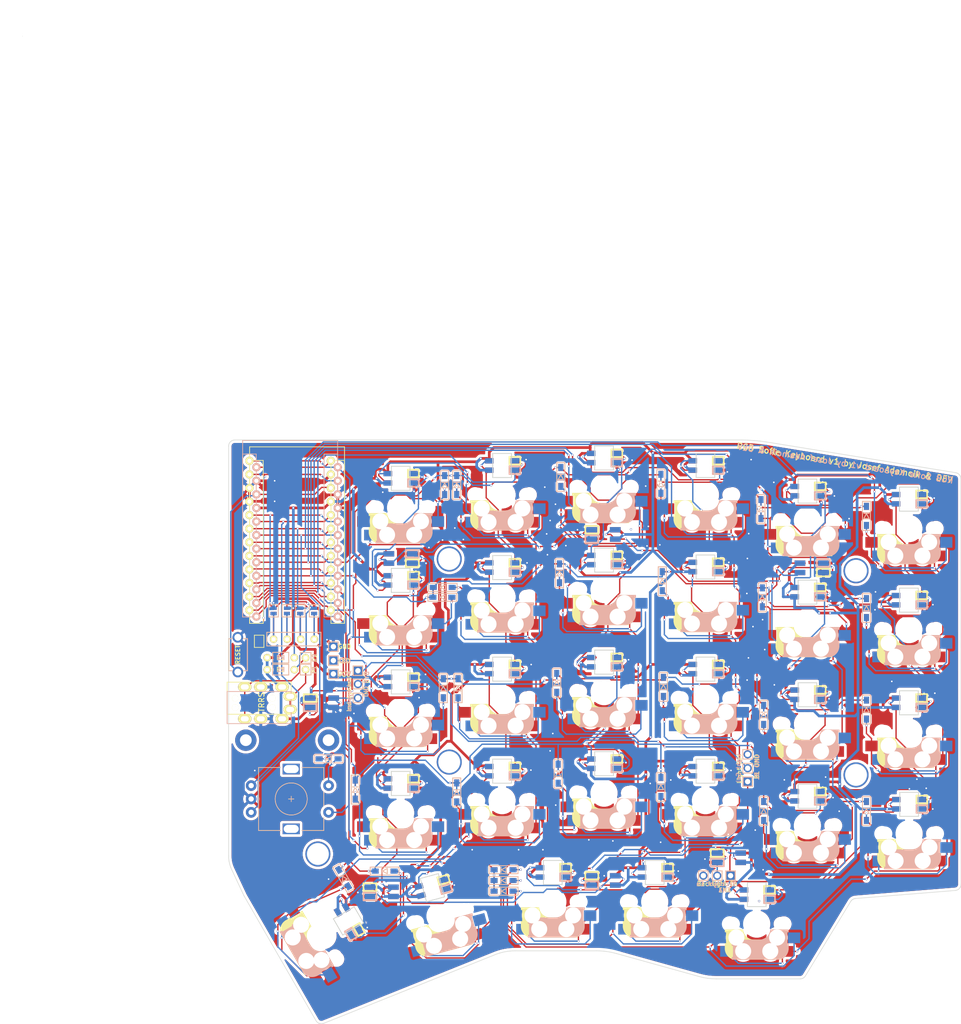
<source format=kicad_pcb>
(kicad_pcb (version 20171130) (host pcbnew "(5.1.6)-1")
  (layers (0 F.Cu signal hide) (31 B.Cu signal hide) (34 B.Paste user hide) (35 F.Paste user hide) (36 B.SilkS user hide) (37 F.SilkS user hide) (38 B.Mask user hide) (39 F.Mask user hide) (44 Edge.Cuts user hide))
  (net 0 "")
  (net 1 "Net-(D1-Pad2)")
  (net 2 row4)
  (net 3 "Net-(D2-Pad2)")
  (net 4 "Net-(D3-Pad2)")
  (net 5 row0)
  (net 6 "Net-(D4-Pad2)")
  (net 7 row1)
  (net 8 "Net-(D5-Pad2)")
  (net 9 row2)
  (net 10 "Net-(D6-Pad2)")
  (net 11 row3)
  (net 12 "Net-(D7-Pad2)")
  (net 13 "Net-(D8-Pad2)")
  (net 14 "Net-(D9-Pad2)")
  (net 15 "Net-(D10-Pad2)")
  (net 16 "Net-(D11-Pad2)")
  (net 17 "Net-(D12-Pad2)")
  (net 18 "Net-(D13-Pad2)")
  (net 19 "Net-(D14-Pad2)")
  (net 20 "Net-(D15-Pad2)")
  (net 21 "Net-(D16-Pad2)")
  (net 22 "Net-(D17-Pad2)")
  (net 23 "Net-(D18-Pad2)")
  (net 24 "Net-(D19-Pad2)")
  (net 25 "Net-(D20-Pad2)")
  (net 26 "Net-(D21-Pad2)")
  (net 27 "Net-(D22-Pad2)")
  (net 28 "Net-(D23-Pad2)")
  (net 29 "Net-(D24-Pad2)")
  (net 30 "Net-(D26-Pad2)")
  (net 31 "Net-(D27-Pad2)")
  (net 32 "Net-(D28-Pad2)")
  (net 33 VCC)
  (net 34 GND)
  (net 35 col0)
  (net 36 col1)
  (net 37 col2)
  (net 38 col3)
  (net 39 col4)
  (net 40 SDA)
  (net 41 LED)
  (net 42 SCL)
  (net 43 RESET)
  (net 44 "Net-(D29-Pad2)")
  (net 45 "Net-(U1-Pad24)")
  (net 46 "Net-(U1-Pad7)")
  (net 47 DATA)
  (net 48 "Net-(J3-Pad1)")
  (net 49 "Net-(J3-Pad2)")
  (net 50 "Net-(J3-Pad3)")
  (net 51 "Net-(J3-Pad4)")
  (net 52 "Net-(D30-Pad2)")
  (net 53 SW25B)
  (net 54 SW25A)
  (net 55 ENCB)
  (net 56 ENCA)
  (net 57 /i2c_c)
  (net 58 /i2c_d)
  (net 59 "Net-(D31-Pad1)")
  (net 60 "Net-(D31-Pad3)")
  (net 61 "Net-(D32-Pad3)")
  (net 62 /underglow)
  (net 63 "Net-(D34-Pad1)")
  (net 64 "Net-(D35-Pad1)")
  (net 65 "Net-(D36-Pad1)")
  (net 66 lights)
  (net 67 "Net-(D37-Pad3)")
  (net 68 /backlight)
  (net 69 "Net-(J5-Pad3)")
  (net 70 "Net-(SW1-Pad3)")
  (net 71 "Net-(SW1-Pad1)")
  (net 72 "Net-(SW2-Pad3)")
  (net 73 "Net-(SW3-Pad3)")
  (net 74 "Net-(SW3-Pad1)")
  (net 75 "Net-(SW10-Pad1)")
  (net 76 "Net-(SW5-Pad3)")
  (net 77 "Net-(SW11-Pad3)")
  (net 78 "Net-(SW12-Pad1)")
  (net 79 "Net-(SW13-Pad3)")
  (net 80 "Net-(SW14-Pad1)")
  (net 81 "Net-(SW15-Pad3)")
  (net 82 "Net-(SW10-Pad3)")
  (net 83 "Net-(SW11-Pad1)")
  (net 84 "Net-(SW12-Pad3)")
  (net 85 "Net-(SW13-Pad1)")
  (net 86 "Net-(SW14-Pad3)")
  (net 87 "Net-(SW15-Pad1)")
  (net 88 "Net-(SW16-Pad3)")
  (net 89 "Net-(SW17-Pad1)")
  (net 90 "Net-(SW18-Pad3)")
  (net 91 "Net-(SW19-Pad1)")
  (net 92 "Net-(SW20-Pad3)")
  (net 93 "Net-(SW21-Pad1)")
  (net 94 "Net-(SW22-Pad3)")
  (net 95 "Net-(SW23-Pad1)")
  (net 96 "Net-(SW24-Pad3)")
  (net 97 "Net-(SW26-Pad3)")
  (net 98 "Net-(SW28-Pad3)")
  (module LED_SMD:SK6812MINI_underglow_dev (layer F.Cu) (at 116.95 121.875)
    (fp_text reference D34 hide)
    (fp_text value LED_sk2812_SM hide)
    (pad 2 smd rect (at -2.2 -0.875) (size 2 1) (layers B.Cu B.Paste B.Mask) (net 34 GND))
    (pad 1 smd rect (at -2.2 0.875) (size 2 1) (layers B.Cu B.Paste B.Mask) (net 63 "Net-(D34-Pad1)"))
    (pad 4 smd rect (at 2.2 0.875) (size 2 1) (layers B.Cu B.Paste B.Mask) (net 33 VCC))
    (pad 3 smd rect (at 2.2 -0.875) (size 2 1) (layers B.Cu B.Paste B.Mask) (net 59 "Net-(D31-Pad1)"))
    (pad 2 smd rect (at -2.2 0.875) (size 2 1) (layers F.Cu F.Paste F.Mask) (net 34 GND))
    (pad 1 smd rect (at -2.2 -0.875) (size 2 1) (layers F.Cu F.Paste F.Mask) (net 63 "Net-(D34-Pad1)"))
    (pad 3 smd rect (at 2.2 0.875) (size 2 1) (layers F.Cu F.Paste F.Mask) (net 59 "Net-(D31-Pad1)"))
    (pad 4 smd rect (at 2.2 -0.875) (size 2 1) (layers F.Cu F.Paste F.Mask) (net 33 VCC))
  )
  (module Button_Switch_Keyboard:SK6812MINI_and_cherry (layer F.Cu) (at 215.7 53.9 180)
    (fp_text reference SW6 hide)
    (fp_text value SW_PUSH-MX_W_LED hide)
    (pad 5 smd rect (at -7 -2.58) (size 2.3 2) (layers B.Cu B.Paste B.Mask) (net 10 "Net-(D6-Pad2)"))
    (pad "" np_thru_hole circle (at -5.08 0 180) (size 1.9 1.9) (drill 1.9) (layers *.Cu *.Mask))
    (pad "" np_thru_hole circle (at 3.81 -2.540001) (size 3 3) (drill 3) (layers *.Cu *.Mask))
    (pad "" np_thru_hole circle (at 5.08 0 180) (size 1.9 1.9) (drill 1.9) (layers *.Cu *.Mask))
    (pad "" np_thru_hole circle (at 4.5 0 180) (size 1.7 1.7) (drill 1.7) (layers *.Cu *.Mask))
    (pad "" np_thru_hole circle (at -2.54 -5.08) (size 3 3) (drill 3) (layers *.Cu *.Mask))
    (pad 6 smd rect (at -5.7 -5.12) (size 2.3 2) (layers F.Cu F.Mask) (net 35 col0))
    (pad 5 smd rect (at 7 -2.58) (size 2.3 2) (layers F.Cu F.Paste F.Mask) (net 10 "Net-(D6-Pad2)"))
    (pad "" np_thru_hole circle (at -4.5 0 180) (size 1.7 1.7) (drill 1.7) (layers *.Cu *.Mask))
    (pad "" np_thru_hole circle (at -3.81 -2.54) (size 3 3) (drill 3) (layers *.Cu *.Mask))
    (pad 6 smd rect (at 5.7 -5.12) (size 2.3 2) (layers B.Cu B.Paste B.Mask) (net 35 col0))
    (pad "" np_thru_hole circle (at 0 0 270) (size 4.1 4.1) (drill 4.1) (layers *.Cu *.Mask))
    (pad "" np_thru_hole circle (at 2.54 -5.08) (size 3 3) (drill 3) (layers *.Cu *.Mask))
    (pad 4 smd rect (at 2.4 6.375 180) (size 1.6 1) (layers F.Cu F.Paste F.Mask) (net 33 VCC))
    (pad 3 smd rect (at 2.4 4.625 180) (size 1.6 1) (layers F.Cu F.Paste F.Mask) (net 78 "Net-(SW12-Pad1)"))
    (pad 1 smd rect (at -2.4 6.375 180) (size 1.6 1) (layers F.Cu F.Paste F.Mask) (net 76 "Net-(SW5-Pad3)"))
    (pad 2 smd rect (at -2.4 4.625 180) (size 1.6 1) (layers F.Cu F.Paste F.Mask) (net 34 GND))
    (pad 3 smd rect (at 2.4 6.375 180) (size 1.6 1) (layers B.Cu B.Paste B.Mask) (net 78 "Net-(SW12-Pad1)"))
    (pad 4 smd rect (at 2.4 4.625 180) (size 1.6 1) (layers B.Cu B.Paste B.Mask) (net 33 VCC))
    (pad 1 smd rect (at -2.4 4.625 180) (size 1.6 1) (layers B.Cu B.Paste B.Mask) (net 76 "Net-(SW5-Pad3)"))
    (pad 2 smd rect (at -2.4 6.375 180) (size 1.6 1) (layers B.Cu B.Paste B.Mask) (net 34 GND))
  )
  (module Button_Switch_Keyboard:SK6812MINI_and_cherry (layer F.Cu) (at 196.7 109.5 180)
    (fp_text reference SW23 hide)
    (fp_text value SW_PUSH-MX_W_LED hide)
    (pad 5 smd rect (at -7 -2.58) (size 2.3 2) (layers B.Cu B.Paste B.Mask) (net 28 "Net-(D23-Pad2)"))
    (pad "" np_thru_hole circle (at -5.08 0 180) (size 1.9 1.9) (drill 1.9) (layers *.Cu *.Mask))
    (pad "" np_thru_hole circle (at 3.81 -2.540001) (size 3 3) (drill 3) (layers *.Cu *.Mask))
    (pad "" np_thru_hole circle (at 5.08 0 180) (size 1.9 1.9) (drill 1.9) (layers *.Cu *.Mask))
    (pad "" np_thru_hole circle (at 4.5 0 180) (size 1.7 1.7) (drill 1.7) (layers *.Cu *.Mask))
    (pad "" np_thru_hole circle (at -2.54 -5.08) (size 3 3) (drill 3) (layers *.Cu *.Mask))
    (pad 6 smd rect (at -5.7 -5.12) (size 2.3 2) (layers F.Cu F.Mask) (net 36 col1))
    (pad 5 smd rect (at 7 -2.58) (size 2.3 2) (layers F.Cu F.Paste F.Mask) (net 28 "Net-(D23-Pad2)"))
    (pad "" np_thru_hole circle (at -4.5 0 180) (size 1.7 1.7) (drill 1.7) (layers *.Cu *.Mask))
    (pad "" np_thru_hole circle (at -3.81 -2.54) (size 3 3) (drill 3) (layers *.Cu *.Mask))
    (pad 6 smd rect (at 5.7 -5.12) (size 2.3 2) (layers B.Cu B.Paste B.Mask) (net 36 col1))
    (pad "" np_thru_hole circle (at 0 0 270) (size 4.1 4.1) (drill 4.1) (layers *.Cu *.Mask))
    (pad "" np_thru_hole circle (at 2.54 -5.08) (size 3 3) (drill 3) (layers *.Cu *.Mask))
    (pad 4 smd rect (at 2.4 6.375 180) (size 1.6 1) (layers F.Cu F.Paste F.Mask) (net 33 VCC))
    (pad 3 smd rect (at 2.4 4.625 180) (size 1.6 1) (layers F.Cu F.Paste F.Mask) (net 89 "Net-(SW17-Pad1)"))
    (pad 1 smd rect (at -2.4 6.375 180) (size 1.6 1) (layers F.Cu F.Paste F.Mask) (net 95 "Net-(SW23-Pad1)"))
    (pad 2 smd rect (at -2.4 4.625 180) (size 1.6 1) (layers F.Cu F.Paste F.Mask) (net 34 GND))
    (pad 3 smd rect (at 2.4 6.375 180) (size 1.6 1) (layers B.Cu B.Paste B.Mask) (net 89 "Net-(SW17-Pad1)"))
    (pad 4 smd rect (at 2.4 4.625 180) (size 1.6 1) (layers B.Cu B.Paste B.Mask) (net 33 VCC))
    (pad 1 smd rect (at -2.4 4.625 180) (size 1.6 1) (layers B.Cu B.Paste B.Mask) (net 95 "Net-(SW23-Pad1)"))
    (pad 2 smd rect (at -2.4 6.375 180) (size 1.6 1) (layers B.Cu B.Paste B.Mask) (net 34 GND))
  )
  (module Button_Switch_Keyboard:SK6812MINI_and_cherry (layer F.Cu) (at 215.7 72.8 180)
    (fp_text reference SW12 hide)
    (fp_text value SW_PUSH-MX_W_LED hide)
    (pad 5 smd rect (at -7 -2.58) (size 2.3 2) (layers B.Cu B.Paste B.Mask) (net 17 "Net-(D12-Pad2)"))
    (pad "" np_thru_hole circle (at -5.08 0 180) (size 1.9 1.9) (drill 1.9) (layers *.Cu *.Mask))
    (pad "" np_thru_hole circle (at 3.81 -2.540001) (size 3 3) (drill 3) (layers *.Cu *.Mask))
    (pad "" np_thru_hole circle (at 5.08 0 180) (size 1.9 1.9) (drill 1.9) (layers *.Cu *.Mask))
    (pad "" np_thru_hole circle (at 4.5 0 180) (size 1.7 1.7) (drill 1.7) (layers *.Cu *.Mask))
    (pad "" np_thru_hole circle (at -2.54 -5.08) (size 3 3) (drill 3) (layers *.Cu *.Mask))
    (pad 6 smd rect (at -5.7 -5.12) (size 2.3 2) (layers F.Cu F.Mask) (net 35 col0))
    (pad 5 smd rect (at 7 -2.58) (size 2.3 2) (layers F.Cu F.Paste F.Mask) (net 17 "Net-(D12-Pad2)"))
    (pad "" np_thru_hole circle (at -4.5 0 180) (size 1.7 1.7) (drill 1.7) (layers *.Cu *.Mask))
    (pad "" np_thru_hole circle (at -3.81 -2.54) (size 3 3) (drill 3) (layers *.Cu *.Mask))
    (pad 6 smd rect (at 5.7 -5.12) (size 2.3 2) (layers B.Cu B.Paste B.Mask) (net 35 col0))
    (pad "" np_thru_hole circle (at 0 0 270) (size 4.1 4.1) (drill 4.1) (layers *.Cu *.Mask))
    (pad "" np_thru_hole circle (at 2.54 -5.08) (size 3 3) (drill 3) (layers *.Cu *.Mask))
    (pad 4 smd rect (at 2.4 6.375 180) (size 1.6 1) (layers F.Cu F.Paste F.Mask) (net 33 VCC))
    (pad 3 smd rect (at 2.4 4.625 180) (size 1.6 1) (layers F.Cu F.Paste F.Mask) (net 84 "Net-(SW12-Pad3)"))
    (pad 1 smd rect (at -2.4 6.375 180) (size 1.6 1) (layers F.Cu F.Paste F.Mask) (net 78 "Net-(SW12-Pad1)"))
    (pad 2 smd rect (at -2.4 4.625 180) (size 1.6 1) (layers F.Cu F.Paste F.Mask) (net 34 GND))
    (pad 3 smd rect (at 2.4 6.375 180) (size 1.6 1) (layers B.Cu B.Paste B.Mask) (net 84 "Net-(SW12-Pad3)"))
    (pad 4 smd rect (at 2.4 4.625 180) (size 1.6 1) (layers B.Cu B.Paste B.Mask) (net 33 VCC))
    (pad 1 smd rect (at -2.4 4.625 180) (size 1.6 1) (layers B.Cu B.Paste B.Mask) (net 78 "Net-(SW12-Pad1)"))
    (pad 2 smd rect (at -2.4 6.375 180) (size 1.6 1) (layers B.Cu B.Paste B.Mask) (net 34 GND))
  )
  (module Button_Switch_Keyboard:SK6812MINI_and_cherry (layer F.Cu) (at 196.7 71.3 180)
    (fp_text reference SW11 hide)
    (fp_text value SW_PUSH-MX_W_LED hide)
    (pad 5 smd rect (at -7 -2.58) (size 2.3 2) (layers B.Cu B.Paste B.Mask) (net 16 "Net-(D11-Pad2)"))
    (pad "" np_thru_hole circle (at -5.08 0 180) (size 1.9 1.9) (drill 1.9) (layers *.Cu *.Mask))
    (pad "" np_thru_hole circle (at 3.81 -2.540001) (size 3 3) (drill 3) (layers *.Cu *.Mask))
    (pad "" np_thru_hole circle (at 5.08 0 180) (size 1.9 1.9) (drill 1.9) (layers *.Cu *.Mask))
    (pad "" np_thru_hole circle (at 4.5 0 180) (size 1.7 1.7) (drill 1.7) (layers *.Cu *.Mask))
    (pad "" np_thru_hole circle (at -2.54 -5.08) (size 3 3) (drill 3) (layers *.Cu *.Mask))
    (pad 6 smd rect (at -5.7 -5.12) (size 2.3 2) (layers F.Cu F.Mask) (net 36 col1))
    (pad 5 smd rect (at 7 -2.58) (size 2.3 2) (layers F.Cu F.Paste F.Mask) (net 16 "Net-(D11-Pad2)"))
    (pad "" np_thru_hole circle (at -4.5 0 180) (size 1.7 1.7) (drill 1.7) (layers *.Cu *.Mask))
    (pad "" np_thru_hole circle (at -3.81 -2.54) (size 3 3) (drill 3) (layers *.Cu *.Mask))
    (pad 6 smd rect (at 5.7 -5.12) (size 2.3 2) (layers B.Cu B.Paste B.Mask) (net 36 col1))
    (pad "" np_thru_hole circle (at 0 0 270) (size 4.1 4.1) (drill 4.1) (layers *.Cu *.Mask))
    (pad "" np_thru_hole circle (at 2.54 -5.08) (size 3 3) (drill 3) (layers *.Cu *.Mask))
    (pad 4 smd rect (at 2.4 6.375 180) (size 1.6 1) (layers F.Cu F.Paste F.Mask) (net 33 VCC))
    (pad 3 smd rect (at 2.4 4.625 180) (size 1.6 1) (layers F.Cu F.Paste F.Mask) (net 77 "Net-(SW11-Pad3)"))
    (pad 1 smd rect (at -2.4 6.375 180) (size 1.6 1) (layers F.Cu F.Paste F.Mask) (net 83 "Net-(SW11-Pad1)"))
    (pad 2 smd rect (at -2.4 4.625 180) (size 1.6 1) (layers F.Cu F.Paste F.Mask) (net 34 GND))
    (pad 3 smd rect (at 2.4 6.375 180) (size 1.6 1) (layers B.Cu B.Paste B.Mask) (net 77 "Net-(SW11-Pad3)"))
    (pad 4 smd rect (at 2.4 4.625 180) (size 1.6 1) (layers B.Cu B.Paste B.Mask) (net 33 VCC))
    (pad 1 smd rect (at -2.4 4.625 180) (size 1.6 1) (layers B.Cu B.Paste B.Mask) (net 83 "Net-(SW11-Pad1)"))
    (pad 2 smd rect (at -2.4 6.375 180) (size 1.6 1) (layers B.Cu B.Paste B.Mask) (net 34 GND))
  )
  (module Button_Switch_Keyboard:SK6812MINI_and_cherry (layer F.Cu) (at 196.7 90.5 180)
    (fp_text reference SW17 hide)
    (fp_text value SW_PUSH-MX_W_LED hide)
    (pad 5 smd rect (at -7 -2.58) (size 2.3 2) (layers B.Cu B.Paste B.Mask) (net 22 "Net-(D17-Pad2)"))
    (pad "" np_thru_hole circle (at -5.08 0 180) (size 1.9 1.9) (drill 1.9) (layers *.Cu *.Mask))
    (pad "" np_thru_hole circle (at 3.81 -2.540001) (size 3 3) (drill 3) (layers *.Cu *.Mask))
    (pad "" np_thru_hole circle (at 5.08 0 180) (size 1.9 1.9) (drill 1.9) (layers *.Cu *.Mask))
    (pad "" np_thru_hole circle (at 4.5 0 180) (size 1.7 1.7) (drill 1.7) (layers *.Cu *.Mask))
    (pad "" np_thru_hole circle (at -2.54 -5.08) (size 3 3) (drill 3) (layers *.Cu *.Mask))
    (pad 6 smd rect (at -5.7 -5.12) (size 2.3 2) (layers F.Cu F.Mask) (net 36 col1))
    (pad 5 smd rect (at 7 -2.58) (size 2.3 2) (layers F.Cu F.Paste F.Mask) (net 22 "Net-(D17-Pad2)"))
    (pad "" np_thru_hole circle (at -4.5 0 180) (size 1.7 1.7) (drill 1.7) (layers *.Cu *.Mask))
    (pad "" np_thru_hole circle (at -3.81 -2.54) (size 3 3) (drill 3) (layers *.Cu *.Mask))
    (pad 6 smd rect (at 5.7 -5.12) (size 2.3 2) (layers B.Cu B.Paste B.Mask) (net 36 col1))
    (pad "" np_thru_hole circle (at 0 0 270) (size 4.1 4.1) (drill 4.1) (layers *.Cu *.Mask))
    (pad "" np_thru_hole circle (at 2.54 -5.08) (size 3 3) (drill 3) (layers *.Cu *.Mask))
    (pad 4 smd rect (at 2.4 6.375 180) (size 1.6 1) (layers F.Cu F.Paste F.Mask) (net 33 VCC))
    (pad 3 smd rect (at 2.4 4.625 180) (size 1.6 1) (layers F.Cu F.Paste F.Mask) (net 83 "Net-(SW11-Pad1)"))
    (pad 1 smd rect (at -2.4 6.375 180) (size 1.6 1) (layers F.Cu F.Paste F.Mask) (net 89 "Net-(SW17-Pad1)"))
    (pad 2 smd rect (at -2.4 4.625 180) (size 1.6 1) (layers F.Cu F.Paste F.Mask) (net 34 GND))
    (pad 3 smd rect (at 2.4 6.375 180) (size 1.6 1) (layers B.Cu B.Paste B.Mask) (net 83 "Net-(SW11-Pad1)"))
    (pad 4 smd rect (at 2.4 4.625 180) (size 1.6 1) (layers B.Cu B.Paste B.Mask) (net 33 VCC))
    (pad 1 smd rect (at -2.4 4.625 180) (size 1.6 1) (layers B.Cu B.Paste B.Mask) (net 89 "Net-(SW17-Pad1)"))
    (pad 2 smd rect (at -2.4 6.375 180) (size 1.6 1) (layers B.Cu B.Paste B.Mask) (net 34 GND))
  )
  (module Button_Switch_Keyboard:SK6812MINI_and_cherry (layer F.Cu) (at 139.5 47.6 180)
    (fp_text reference SW2 hide)
    (fp_text value SW_PUSH-MX_W_LED hide)
    (pad 5 smd rect (at -7 -2.58) (size 2.3 2) (layers B.Cu B.Paste B.Mask) (net 3 "Net-(D2-Pad2)"))
    (pad "" np_thru_hole circle (at -5.08 0 180) (size 1.9 1.9) (drill 1.9) (layers *.Cu *.Mask))
    (pad "" np_thru_hole circle (at 3.81 -2.540001) (size 3 3) (drill 3) (layers *.Cu *.Mask))
    (pad "" np_thru_hole circle (at 5.08 0 180) (size 1.9 1.9) (drill 1.9) (layers *.Cu *.Mask))
    (pad "" np_thru_hole circle (at 4.5 0 180) (size 1.7 1.7) (drill 1.7) (layers *.Cu *.Mask))
    (pad "" np_thru_hole circle (at -2.54 -5.08) (size 3 3) (drill 3) (layers *.Cu *.Mask))
    (pad 6 smd rect (at -5.7 -5.12) (size 2.3 2) (layers F.Cu F.Mask) (net 39 col4))
    (pad 5 smd rect (at 7 -2.58) (size 2.3 2) (layers F.Cu F.Paste F.Mask) (net 3 "Net-(D2-Pad2)"))
    (pad "" np_thru_hole circle (at -4.5 0 180) (size 1.7 1.7) (drill 1.7) (layers *.Cu *.Mask))
    (pad "" np_thru_hole circle (at -3.81 -2.54) (size 3 3) (drill 3) (layers *.Cu *.Mask))
    (pad 6 smd rect (at 5.7 -5.12) (size 2.3 2) (layers B.Cu B.Paste B.Mask) (net 39 col4))
    (pad "" np_thru_hole circle (at 0 0 270) (size 4.1 4.1) (drill 4.1) (layers *.Cu *.Mask))
    (pad "" np_thru_hole circle (at 2.54 -5.08) (size 3 3) (drill 3) (layers *.Cu *.Mask))
    (pad 4 smd rect (at 2.4 6.375 180) (size 1.6 1) (layers F.Cu F.Paste F.Mask) (net 33 VCC))
    (pad 3 smd rect (at 2.4 4.625 180) (size 1.6 1) (layers F.Cu F.Paste F.Mask) (net 72 "Net-(SW2-Pad3)"))
    (pad 1 smd rect (at -2.4 6.375 180) (size 1.6 1) (layers F.Cu F.Paste F.Mask) (net 70 "Net-(SW1-Pad3)"))
    (pad 2 smd rect (at -2.4 4.625 180) (size 1.6 1) (layers F.Cu F.Paste F.Mask) (net 34 GND))
    (pad 3 smd rect (at 2.4 6.375 180) (size 1.6 1) (layers B.Cu B.Paste B.Mask) (net 72 "Net-(SW2-Pad3)"))
    (pad 4 smd rect (at 2.4 4.625 180) (size 1.6 1) (layers B.Cu B.Paste B.Mask) (net 33 VCC))
    (pad 1 smd rect (at -2.4 4.625 180) (size 1.6 1) (layers B.Cu B.Paste B.Mask) (net 70 "Net-(SW1-Pad3)"))
    (pad 2 smd rect (at -2.4 6.375 180) (size 1.6 1) (layers B.Cu B.Paste B.Mask) (net 34 GND))
  )
  (module Diode_SMD:crkbd-diode (layer F.Cu) (at 139.775 117.75)
    (fp_text reference D30 hide)
    (fp_text value D hide)
    (pad 1 smd rect (at -1.775 0) (size 1.3 0.95) (layers F.Cu F.Paste F.Mask) (net 2 row4))
    (pad 2 smd rect (at 1.775 0) (size 1.3 0.95) (layers B.Cu B.Paste B.Mask) (net 52 "Net-(D30-Pad2)"))
    (pad 1 smd rect (at -1.775 0) (size 1.3 0.95) (layers B.Cu B.Paste B.Mask) (net 2 row4))
    (pad 2 smd rect (at 1.775 0) (size 1.3 0.95) (layers F.Cu F.Paste F.Mask) (net 52 "Net-(D30-Pad2)"))
  )
  (module Diode_SMD:crkbd-diode (layer F.Cu) (at 139.775 119.75)
    (fp_text reference D29 hide)
    (fp_text value D hide)
    (pad 1 smd rect (at -1.775 0) (size 1.3 0.95) (layers F.Cu F.Paste F.Mask) (net 2 row4))
    (pad 2 smd rect (at 1.775 0) (size 1.3 0.95) (layers B.Cu B.Paste B.Mask) (net 44 "Net-(D29-Pad2)"))
    (pad 1 smd rect (at -1.775 0) (size 1.3 0.95) (layers B.Cu B.Paste B.Mask) (net 2 row4))
    (pad 2 smd rect (at 1.775 0) (size 1.3 0.95) (layers F.Cu F.Paste F.Mask) (net 44 "Net-(D29-Pad2)"))
  )
  (module Diode_SMD:crkbd-diode (layer F.Cu) (at 139.775 121.75)
    (fp_text reference D28 hide)
    (fp_text value D hide)
    (pad 1 smd rect (at -1.775 0) (size 1.3 0.95) (layers F.Cu F.Paste F.Mask) (net 2 row4))
    (pad 2 smd rect (at 1.775 0) (size 1.3 0.95) (layers B.Cu B.Paste B.Mask) (net 32 "Net-(D28-Pad2)"))
    (pad 1 smd rect (at -1.775 0) (size 1.3 0.95) (layers B.Cu B.Paste B.Mask) (net 2 row4))
    (pad 2 smd rect (at 1.775 0) (size 1.3 0.95) (layers F.Cu F.Paste F.Mask) (net 32 "Net-(D28-Pad2)"))
  )
  (module Diode_SMD:crkbd-diode (layer F.Cu) (at 117.5 118)
    (fp_text reference D27 hide)
    (fp_text value D hide)
    (pad 1 smd rect (at -1.775 0) (size 1.3 0.95) (layers F.Cu F.Paste F.Mask) (net 2 row4))
    (pad 2 smd rect (at 1.775 0) (size 1.3 0.95) (layers B.Cu B.Paste B.Mask) (net 31 "Net-(D27-Pad2)"))
    (pad 1 smd rect (at -1.775 0) (size 1.3 0.95) (layers B.Cu B.Paste B.Mask) (net 2 row4))
    (pad 2 smd rect (at 1.775 0) (size 1.3 0.95) (layers F.Cu F.Paste F.Mask) (net 31 "Net-(D27-Pad2)"))
  )
  (module Diode_SMD:crkbd-diode (layer F.Cu) (at 109.8 119.3 300)
    (fp_text reference D26 hide)
    (fp_text value D hide)
    (pad 1 smd rect (at -1.775 0 300) (size 1.3 0.95) (layers F.Cu F.Paste F.Mask) (net 2 row4))
    (pad 2 smd rect (at 1.775 0 300) (size 1.3 0.95) (layers B.Cu B.Paste B.Mask) (net 30 "Net-(D26-Pad2)"))
    (pad 1 smd rect (at -1.775 0 300) (size 1.3 0.95) (layers B.Cu B.Paste B.Mask) (net 2 row4))
    (pad 2 smd rect (at 1.775 0 300) (size 1.3 0.95) (layers F.Cu F.Paste F.Mask) (net 30 "Net-(D26-Pad2)"))
  )
  (module Diode_SMD:crkbd-diode (layer F.Cu) (at 107 97)
    (fp_text reference D25 hide)
    (fp_text value D hide)
    (pad 1 smd rect (at -1.775 0) (size 1.3 0.95) (layers F.Cu F.Paste F.Mask) (net 2 row4))
    (pad 2 smd rect (at 1.775 0) (size 1.3 0.95) (layers B.Cu B.Paste B.Mask) (net 53 SW25B))
    (pad 1 smd rect (at -1.775 0) (size 1.3 0.95) (layers B.Cu B.Paste B.Mask) (net 2 row4))
    (pad 2 smd rect (at 1.775 0) (size 1.3 0.95) (layers F.Cu F.Paste F.Mask) (net 53 SW25B))
  )
  (module Diode_SMD:crkbd-diode (layer F.Cu) (at 207.75 106.75 270)
    (fp_text reference D24 hide)
    (fp_text value D hide)
    (pad 1 smd rect (at -1.775 0 270) (size 1.3 0.95) (layers F.Cu F.Paste F.Mask) (net 11 row3))
    (pad 2 smd rect (at 1.775 0 270) (size 1.3 0.95) (layers B.Cu B.Paste B.Mask) (net 29 "Net-(D24-Pad2)"))
    (pad 1 smd rect (at -1.775 0 270) (size 1.3 0.95) (layers B.Cu B.Paste B.Mask) (net 11 row3))
    (pad 2 smd rect (at 1.775 0 270) (size 1.3 0.95) (layers F.Cu F.Paste F.Mask) (net 29 "Net-(D24-Pad2)"))
  )
  (module Diode_SMD:crkbd-diode (layer F.Cu) (at 188.5 106.75 270)
    (fp_text reference D23 hide)
    (fp_text value D hide)
    (pad 1 smd rect (at -1.775 0 270) (size 1.3 0.95) (layers F.Cu F.Paste F.Mask) (net 11 row3))
    (pad 2 smd rect (at 1.775 0 270) (size 1.3 0.95) (layers B.Cu B.Paste B.Mask) (net 28 "Net-(D23-Pad2)"))
    (pad 1 smd rect (at -1.775 0 270) (size 1.3 0.95) (layers B.Cu B.Paste B.Mask) (net 11 row3))
    (pad 2 smd rect (at 1.775 0 270) (size 1.3 0.95) (layers F.Cu F.Paste F.Mask) (net 28 "Net-(D23-Pad2)"))
  )
  (module Diode_SMD:crkbd-diode (layer F.Cu) (at 169.25 102.25 270)
    (fp_text reference D22 hide)
    (fp_text value D hide)
    (pad 1 smd rect (at -1.775 0 270) (size 1.3 0.95) (layers F.Cu F.Paste F.Mask) (net 11 row3))
    (pad 2 smd rect (at 1.775 0 270) (size 1.3 0.95) (layers B.Cu B.Paste B.Mask) (net 27 "Net-(D22-Pad2)"))
    (pad 1 smd rect (at -1.775 0 270) (size 1.3 0.95) (layers B.Cu B.Paste B.Mask) (net 11 row3))
    (pad 2 smd rect (at 1.775 0 270) (size 1.3 0.95) (layers F.Cu F.Paste F.Mask) (net 27 "Net-(D22-Pad2)"))
  )
  (module Diode_SMD:crkbd-diode (layer F.Cu) (at 150 99.775 270)
    (fp_text reference D21 hide)
    (fp_text value D hide)
    (pad 1 smd rect (at -1.775 0 270) (size 1.3 0.95) (layers F.Cu F.Paste F.Mask) (net 11 row3))
    (pad 2 smd rect (at 1.775 0 270) (size 1.3 0.95) (layers B.Cu B.Paste B.Mask) (net 26 "Net-(D21-Pad2)"))
    (pad 1 smd rect (at -1.775 0 270) (size 1.3 0.95) (layers B.Cu B.Paste B.Mask) (net 11 row3))
    (pad 2 smd rect (at 1.775 0 270) (size 1.3 0.95) (layers F.Cu F.Paste F.Mask) (net 26 "Net-(D21-Pad2)"))
  )
  (module Diode_SMD:crkbd-diode (layer F.Cu) (at 131 103.275 270)
    (fp_text reference D20 hide)
    (fp_text value D hide)
    (pad 1 smd rect (at -1.775 0 270) (size 1.3 0.95) (layers F.Cu F.Paste F.Mask) (net 11 row3))
    (pad 2 smd rect (at 1.775 0 270) (size 1.3 0.95) (layers B.Cu B.Paste B.Mask) (net 25 "Net-(D20-Pad2)"))
    (pad 1 smd rect (at -1.775 0 270) (size 1.3 0.95) (layers B.Cu B.Paste B.Mask) (net 11 row3))
    (pad 2 smd rect (at 1.775 0 270) (size 1.3 0.95) (layers F.Cu F.Paste F.Mask) (net 25 "Net-(D20-Pad2)"))
  )
  (module Diode_SMD:crkbd-diode (layer F.Cu) (at 112 102.75 270)
    (fp_text reference D19 hide)
    (fp_text value D hide)
    (pad 1 smd rect (at -1.775 0 270) (size 1.3 0.95) (layers F.Cu F.Paste F.Mask) (net 11 row3))
    (pad 2 smd rect (at 1.775 0 270) (size 1.3 0.95) (layers B.Cu B.Paste B.Mask) (net 24 "Net-(D19-Pad2)"))
    (pad 1 smd rect (at -1.775 0 270) (size 1.3 0.95) (layers B.Cu B.Paste B.Mask) (net 11 row3))
    (pad 2 smd rect (at 1.775 0 270) (size 1.3 0.95) (layers F.Cu F.Paste F.Mask) (net 24 "Net-(D19-Pad2)"))
  )
  (module Diode_SMD:crkbd-diode (layer F.Cu) (at 207.75 87.775 270)
    (fp_text reference D18 hide)
    (fp_text value D hide)
    (pad 1 smd rect (at -1.775 0 270) (size 1.3 0.95) (layers F.Cu F.Paste F.Mask) (net 9 row2))
    (pad 2 smd rect (at 1.775 0 270) (size 1.3 0.95) (layers B.Cu B.Paste B.Mask) (net 23 "Net-(D18-Pad2)"))
    (pad 1 smd rect (at -1.775 0 270) (size 1.3 0.95) (layers B.Cu B.Paste B.Mask) (net 9 row2))
    (pad 2 smd rect (at 1.775 0 270) (size 1.3 0.95) (layers F.Cu F.Paste F.Mask) (net 23 "Net-(D18-Pad2)"))
  )
  (module Diode_SMD:crkbd-diode (layer F.Cu) (at 188.5 88.775 270)
    (fp_text reference D17 hide)
    (fp_text value D hide)
    (pad 1 smd rect (at -1.775 0 270) (size 1.3 0.95) (layers F.Cu F.Paste F.Mask) (net 9 row2))
    (pad 2 smd rect (at 1.775 0 270) (size 1.3 0.95) (layers B.Cu B.Paste B.Mask) (net 22 "Net-(D17-Pad2)"))
    (pad 1 smd rect (at -1.775 0 270) (size 1.3 0.95) (layers B.Cu B.Paste B.Mask) (net 9 row2))
    (pad 2 smd rect (at 1.775 0 270) (size 1.3 0.95) (layers F.Cu F.Paste F.Mask) (net 22 "Net-(D17-Pad2)"))
  )
  (module Diode_SMD:crkbd-diode (layer F.Cu) (at 169.725 83.525 270)
    (fp_text reference D16 hide)
    (fp_text value D hide)
    (pad 1 smd rect (at -1.775 0 270) (size 1.3 0.95) (layers F.Cu F.Paste F.Mask) (net 9 row2))
    (pad 2 smd rect (at 1.775 0 270) (size 1.3 0.95) (layers B.Cu B.Paste B.Mask) (net 21 "Net-(D16-Pad2)"))
    (pad 1 smd rect (at -1.775 0 270) (size 1.3 0.95) (layers B.Cu B.Paste B.Mask) (net 9 row2))
    (pad 2 smd rect (at 1.775 0 270) (size 1.3 0.95) (layers F.Cu F.Paste F.Mask) (net 21 "Net-(D16-Pad2)"))
  )
  (module Diode_SMD:crkbd-diode (layer F.Cu) (at 149.75 82.775 270)
    (fp_text reference D15 hide)
    (fp_text value D hide)
    (pad 1 smd rect (at -1.775 0 270) (size 1.3 0.95) (layers F.Cu F.Paste F.Mask) (net 9 row2))
    (pad 2 smd rect (at 1.775 0 270) (size 1.3 0.95) (layers B.Cu B.Paste B.Mask) (net 20 "Net-(D15-Pad2)"))
    (pad 1 smd rect (at -1.775 0 270) (size 1.3 0.95) (layers B.Cu B.Paste B.Mask) (net 9 row2))
    (pad 2 smd rect (at 1.775 0 270) (size 1.3 0.95) (layers F.Cu F.Paste F.Mask) (net 20 "Net-(D15-Pad2)"))
  )
  (module Diode_SMD:crkbd-diode (layer F.Cu) (at 131.25 83.775 270)
    (fp_text reference D14 hide)
    (fp_text value D hide)
    (pad 1 smd rect (at -1.775 0 270) (size 1.3 0.95) (layers F.Cu F.Paste F.Mask) (net 9 row2))
    (pad 2 smd rect (at 1.775 0 270) (size 1.3 0.95) (layers B.Cu B.Paste B.Mask) (net 19 "Net-(D14-Pad2)"))
    (pad 1 smd rect (at -1.775 0 270) (size 1.3 0.95) (layers B.Cu B.Paste B.Mask) (net 9 row2))
    (pad 2 smd rect (at 1.775 0 270) (size 1.3 0.95) (layers F.Cu F.Paste F.Mask) (net 19 "Net-(D14-Pad2)"))
  )
  (module Diode_SMD:crkbd-diode (layer F.Cu) (at 128.5 83.775 270)
    (fp_text reference D13 hide)
    (fp_text value D hide)
    (pad 1 smd rect (at -1.775 0 270) (size 1.3 0.95) (layers F.Cu F.Paste F.Mask) (net 9 row2))
    (pad 2 smd rect (at 1.775 0 270) (size 1.3 0.95) (layers B.Cu B.Paste B.Mask) (net 18 "Net-(D13-Pad2)"))
    (pad 1 smd rect (at -1.775 0 270) (size 1.3 0.95) (layers B.Cu B.Paste B.Mask) (net 9 row2))
    (pad 2 smd rect (at 1.775 0 270) (size 1.3 0.95) (layers F.Cu F.Paste F.Mask) (net 18 "Net-(D13-Pad2)"))
  )
  (module Diode_SMD:crkbd-diode (layer F.Cu) (at 207.75 68.775 270)
    (fp_text reference D12 hide)
    (fp_text value D hide)
    (pad 1 smd rect (at -1.775 0 270) (size 1.3 0.95) (layers F.Cu F.Paste F.Mask) (net 7 row1))
    (pad 2 smd rect (at 1.775 0 270) (size 1.3 0.95) (layers B.Cu B.Paste B.Mask) (net 17 "Net-(D12-Pad2)"))
    (pad 1 smd rect (at -1.775 0 270) (size 1.3 0.95) (layers B.Cu B.Paste B.Mask) (net 7 row1))
    (pad 2 smd rect (at 1.775 0 270) (size 1.3 0.95) (layers F.Cu F.Paste F.Mask) (net 17 "Net-(D12-Pad2)"))
  )
  (module Diode_SMD:crkbd-diode (layer F.Cu) (at 188.25 66.775 270)
    (fp_text reference D11 hide)
    (fp_text value D hide)
    (pad 1 smd rect (at -1.775 0 270) (size 1.3 0.95) (layers F.Cu F.Paste F.Mask) (net 7 row1))
    (pad 2 smd rect (at 1.775 0 270) (size 1.3 0.95) (layers B.Cu B.Paste B.Mask) (net 16 "Net-(D11-Pad2)"))
    (pad 1 smd rect (at -1.775 0 270) (size 1.3 0.95) (layers B.Cu B.Paste B.Mask) (net 7 row1))
    (pad 2 smd rect (at 1.775 0 270) (size 1.3 0.95) (layers F.Cu F.Paste F.Mask) (net 16 "Net-(D11-Pad2)"))
  )
  (module Diode_SMD:crkbd-diode (layer F.Cu) (at 169.5 63.75 270)
    (fp_text reference D10 hide)
    (fp_text value D hide)
    (pad 1 smd rect (at -1.775 0 270) (size 1.3 0.95) (layers F.Cu F.Paste F.Mask) (net 7 row1))
    (pad 2 smd rect (at 1.775 0 270) (size 1.3 0.95) (layers B.Cu B.Paste B.Mask) (net 15 "Net-(D10-Pad2)"))
    (pad 1 smd rect (at -1.775 0 270) (size 1.3 0.95) (layers B.Cu B.Paste B.Mask) (net 7 row1))
    (pad 2 smd rect (at 1.775 0 270) (size 1.3 0.95) (layers F.Cu F.Paste F.Mask) (net 15 "Net-(D10-Pad2)"))
  )
  (module Diode_SMD:crkbd-diode (layer F.Cu) (at 150.25 62.275 270)
    (fp_text reference D9 hide)
    (fp_text value D hide)
    (pad 1 smd rect (at -1.775 0 270) (size 1.3 0.95) (layers F.Cu F.Paste F.Mask) (net 7 row1))
    (pad 2 smd rect (at 1.775 0 270) (size 1.3 0.95) (layers B.Cu B.Paste B.Mask) (net 14 "Net-(D9-Pad2)"))
    (pad 1 smd rect (at -1.775 0 270) (size 1.3 0.95) (layers B.Cu B.Paste B.Mask) (net 7 row1))
    (pad 2 smd rect (at 1.775 0 270) (size 1.3 0.95) (layers F.Cu F.Paste F.Mask) (net 14 "Net-(D9-Pad2)"))
  )
  (module Diode_SMD:crkbd-diode (layer F.Cu) (at 128.375 64.9)
    (fp_text reference D8 hide)
    (fp_text value D hide)
    (pad 1 smd rect (at -1.775 0) (size 1.3 0.95) (layers F.Cu F.Paste F.Mask) (net 7 row1))
    (pad 2 smd rect (at 1.775 0) (size 1.3 0.95) (layers B.Cu B.Paste B.Mask) (net 13 "Net-(D8-Pad2)"))
    (pad 1 smd rect (at -1.775 0) (size 1.3 0.95) (layers B.Cu B.Paste B.Mask) (net 7 row1))
    (pad 2 smd rect (at 1.775 0) (size 1.3 0.95) (layers F.Cu F.Paste F.Mask) (net 13 "Net-(D8-Pad2)"))
  )
  (module Diode_SMD:crkbd-diode (layer F.Cu) (at 128.325 66.75)
    (fp_text reference D7 hide)
    (fp_text value D hide)
    (pad 1 smd rect (at -1.775 0) (size 1.3 0.95) (layers F.Cu F.Paste F.Mask) (net 7 row1))
    (pad 2 smd rect (at 1.775 0) (size 1.3 0.95) (layers B.Cu B.Paste B.Mask) (net 12 "Net-(D7-Pad2)"))
    (pad 1 smd rect (at -1.775 0) (size 1.3 0.95) (layers B.Cu B.Paste B.Mask) (net 7 row1))
    (pad 2 smd rect (at 1.775 0) (size 1.3 0.95) (layers F.Cu F.Paste F.Mask) (net 12 "Net-(D7-Pad2)"))
  )
  (module Diode_SMD:crkbd-diode (layer F.Cu) (at 207.75 51.525 270)
    (fp_text reference D6 hide)
    (fp_text value D hide)
    (pad 1 smd rect (at -1.775 0 270) (size 1.3 0.95) (layers F.Cu F.Paste F.Mask) (net 5 row0))
    (pad 2 smd rect (at 1.775 0 270) (size 1.3 0.95) (layers B.Cu B.Paste B.Mask) (net 10 "Net-(D6-Pad2)"))
    (pad 1 smd rect (at -1.775 0 270) (size 1.3 0.95) (layers B.Cu B.Paste B.Mask) (net 5 row0))
    (pad 2 smd rect (at 1.775 0 270) (size 1.3 0.95) (layers F.Cu F.Paste F.Mask) (net 10 "Net-(D6-Pad2)"))
  )
  (module Diode_SMD:crkbd-diode (layer F.Cu) (at 188 50.25 270)
    (fp_text reference D5 hide)
    (fp_text value D hide)
    (pad 1 smd rect (at -1.775 0 270) (size 1.3 0.95) (layers F.Cu F.Paste F.Mask) (net 5 row0))
    (pad 2 smd rect (at 1.775 0 270) (size 1.3 0.95) (layers B.Cu B.Paste B.Mask) (net 8 "Net-(D5-Pad2)"))
    (pad 1 smd rect (at -1.775 0 270) (size 1.3 0.95) (layers B.Cu B.Paste B.Mask) (net 5 row0))
    (pad 2 smd rect (at 1.775 0 270) (size 1.3 0.95) (layers F.Cu F.Paste F.Mask) (net 8 "Net-(D5-Pad2)"))
  )
  (module Diode_SMD:crkbd-diode (layer F.Cu) (at 169.25 45.525 270)
    (fp_text reference D4 hide)
    (fp_text value D hide)
    (pad 1 smd rect (at -1.775 0 270) (size 1.3 0.95) (layers F.Cu F.Paste F.Mask) (net 5 row0))
    (pad 2 smd rect (at 1.775 0 270) (size 1.3 0.95) (layers B.Cu B.Paste B.Mask) (net 6 "Net-(D4-Pad2)"))
    (pad 1 smd rect (at -1.775 0 270) (size 1.3 0.95) (layers B.Cu B.Paste B.Mask) (net 5 row0))
    (pad 2 smd rect (at 1.775 0 270) (size 1.3 0.95) (layers F.Cu F.Paste F.Mask) (net 6 "Net-(D4-Pad2)"))
  )
  (module Diode_SMD:crkbd-diode (layer F.Cu) (at 150.5 44.25 270)
    (fp_text reference D3 hide)
    (fp_text value D hide)
    (pad 1 smd rect (at -1.775 0 270) (size 1.3 0.95) (layers F.Cu F.Paste F.Mask) (net 5 row0))
    (pad 2 smd rect (at 1.775 0 270) (size 1.3 0.95) (layers B.Cu B.Paste B.Mask) (net 4 "Net-(D3-Pad2)"))
    (pad 1 smd rect (at -1.775 0 270) (size 1.3 0.95) (layers B.Cu B.Paste B.Mask) (net 5 row0))
    (pad 2 smd rect (at 1.775 0 270) (size 1.3 0.95) (layers F.Cu F.Paste F.Mask) (net 4 "Net-(D3-Pad2)"))
  )
  (module Diode_SMD:crkbd-diode (layer F.Cu) (at 131 45.75 270)
    (fp_text reference D2 hide)
    (fp_text value D hide)
    (pad 1 smd rect (at -1.775 0 270) (size 1.3 0.95) (layers F.Cu F.Paste F.Mask) (net 5 row0))
    (pad 2 smd rect (at 1.775 0 270) (size 1.3 0.95) (layers B.Cu B.Paste B.Mask) (net 3 "Net-(D2-Pad2)"))
    (pad 1 smd rect (at -1.775 0 270) (size 1.3 0.95) (layers B.Cu B.Paste B.Mask) (net 5 row0))
    (pad 2 smd rect (at 1.775 0 270) (size 1.3 0.95) (layers F.Cu F.Paste F.Mask) (net 3 "Net-(D2-Pad2)"))
  )
  (module Diode_SMD:crkbd-diode (layer F.Cu) (at 128.75 45.775 270)
    (fp_text reference D1 hide)
    (fp_text value D hide)
    (pad 1 smd rect (at -1.775 0 270) (size 1.3 0.95) (layers F.Cu F.Paste F.Mask) (net 5 row0))
    (pad 2 smd rect (at 1.775 0 270) (size 1.3 0.95) (layers B.Cu B.Paste B.Mask) (net 1 "Net-(D1-Pad2)"))
    (pad 1 smd rect (at -1.775 0 270) (size 1.3 0.95) (layers B.Cu B.Paste B.Mask) (net 5 row0))
    (pad 2 smd rect (at 1.775 0 270) (size 1.3 0.95) (layers F.Cu F.Paste F.Mask) (net 1 "Net-(D1-Pad2)"))
  )
  (module Button_Switch_Keyboard:SK6812MINI_and_cherry (layer F.Cu) (at 187.2 127.9 180)
    (fp_text reference SW30 hide)
    (fp_text value SW_PUSH-MX_W_LED hide)
    (pad 5 smd rect (at -7 -2.58) (size 2.3 2) (layers B.Cu B.Paste B.Mask) (net 52 "Net-(D30-Pad2)"))
    (pad "" np_thru_hole circle (at -5.08 0 180) (size 1.9 1.9) (drill 1.9) (layers *.Cu *.Mask))
    (pad "" np_thru_hole circle (at 3.81 -2.540001) (size 3 3) (drill 3) (layers *.Cu *.Mask))
    (pad "" np_thru_hole circle (at 5.08 0 180) (size 1.9 1.9) (drill 1.9) (layers *.Cu *.Mask))
    (pad "" np_thru_hole circle (at 4.5 0 180) (size 1.7 1.7) (drill 1.7) (layers *.Cu *.Mask))
    (pad "" np_thru_hole circle (at -2.54 -5.08) (size 3 3) (drill 3) (layers *.Cu *.Mask))
    (pad 6 smd rect (at -5.7 -5.12) (size 2.3 2) (layers F.Cu F.Mask) (net 35 col0))
    (pad 5 smd rect (at 7 -2.58) (size 2.3 2) (layers F.Cu F.Paste F.Mask) (net 52 "Net-(D30-Pad2)"))
    (pad "" np_thru_hole circle (at -4.5 0 180) (size 1.7 1.7) (drill 1.7) (layers *.Cu *.Mask))
    (pad "" np_thru_hole circle (at -3.81 -2.54) (size 3 3) (drill 3) (layers *.Cu *.Mask))
    (pad 6 smd rect (at 5.7 -5.12) (size 2.3 2) (layers B.Cu B.Paste B.Mask) (net 35 col0))
    (pad "" np_thru_hole circle (at 0 0 270) (size 4.1 4.1) (drill 4.1) (layers *.Cu *.Mask))
    (pad "" np_thru_hole circle (at 2.54 -5.08) (size 3 3) (drill 3) (layers *.Cu *.Mask))
    (pad 4 smd rect (at 2.4 6.375 180) (size 1.6 1) (layers F.Cu F.Paste F.Mask) (net 33 VCC))
    (pad 3 smd rect (at 2.4 4.625 180) (size 1.6 1) (layers F.Cu F.Paste F.Mask) (net 68 /backlight))
    (pad 1 smd rect (at -2.4 6.375 180) (size 1.6 1) (layers F.Cu F.Paste F.Mask) (net 96 "Net-(SW24-Pad3)"))
    (pad 2 smd rect (at -2.4 4.625 180) (size 1.6 1) (layers F.Cu F.Paste F.Mask) (net 34 GND))
    (pad 3 smd rect (at 2.4 6.375 180) (size 1.6 1) (layers B.Cu B.Paste B.Mask) (net 68 /backlight))
    (pad 4 smd rect (at 2.4 4.625 180) (size 1.6 1) (layers B.Cu B.Paste B.Mask) (net 33 VCC))
    (pad 1 smd rect (at -2.4 4.625 180) (size 1.6 1) (layers B.Cu B.Paste B.Mask) (net 96 "Net-(SW24-Pad3)"))
    (pad 2 smd rect (at -2.4 6.375 180) (size 1.6 1) (layers B.Cu B.Paste B.Mask) (net 34 GND))
  )
  (module Button_Switch_Keyboard:SK6812MINI_and_cherry (layer F.Cu) (at 168.1 123.75 180)
    (fp_text reference SW29 hide)
    (fp_text value SW_PUSH-MX_W_LED hide)
    (pad 5 smd rect (at -7 -2.58) (size 2.3 2) (layers B.Cu B.Paste B.Mask) (net 44 "Net-(D29-Pad2)"))
    (pad "" np_thru_hole circle (at -5.08 0 180) (size 1.9 1.9) (drill 1.9) (layers *.Cu *.Mask))
    (pad "" np_thru_hole circle (at 3.81 -2.540001) (size 3 3) (drill 3) (layers *.Cu *.Mask))
    (pad "" np_thru_hole circle (at 5.08 0 180) (size 1.9 1.9) (drill 1.9) (layers *.Cu *.Mask))
    (pad "" np_thru_hole circle (at 4.5 0 180) (size 1.7 1.7) (drill 1.7) (layers *.Cu *.Mask))
    (pad "" np_thru_hole circle (at -2.54 -5.08) (size 3 3) (drill 3) (layers *.Cu *.Mask))
    (pad 6 smd rect (at -5.7 -5.12) (size 2.3 2) (layers F.Cu F.Mask) (net 36 col1))
    (pad 5 smd rect (at 7 -2.58) (size 2.3 2) (layers F.Cu F.Paste F.Mask) (net 44 "Net-(D29-Pad2)"))
    (pad "" np_thru_hole circle (at -4.5 0 180) (size 1.7 1.7) (drill 1.7) (layers *.Cu *.Mask))
    (pad "" np_thru_hole circle (at -3.81 -2.54) (size 3 3) (drill 3) (layers *.Cu *.Mask))
    (pad 6 smd rect (at 5.7 -5.12) (size 2.3 2) (layers B.Cu B.Paste B.Mask) (net 36 col1))
    (pad "" np_thru_hole circle (at 0 0 270) (size 4.1 4.1) (drill 4.1) (layers *.Cu *.Mask))
    (pad "" np_thru_hole circle (at 2.54 -5.08) (size 3 3) (drill 3) (layers *.Cu *.Mask))
    (pad 4 smd rect (at 2.4 6.375 180) (size 1.6 1) (layers F.Cu F.Paste F.Mask) (net 33 VCC))
    (pad 3 smd rect (at 2.4 4.625 180) (size 1.6 1) (layers F.Cu F.Paste F.Mask) (net 95 "Net-(SW23-Pad1)"))
    (pad 1 smd rect (at -2.4 6.375 180) (size 1.6 1) (layers F.Cu F.Paste F.Mask) (net 98 "Net-(SW28-Pad3)"))
    (pad 2 smd rect (at -2.4 4.625 180) (size 1.6 1) (layers F.Cu F.Paste F.Mask) (net 34 GND))
    (pad 3 smd rect (at 2.4 6.375 180) (size 1.6 1) (layers B.Cu B.Paste B.Mask) (net 95 "Net-(SW23-Pad1)"))
    (pad 4 smd rect (at 2.4 4.625 180) (size 1.6 1) (layers B.Cu B.Paste B.Mask) (net 33 VCC))
    (pad 1 smd rect (at -2.4 4.625 180) (size 1.6 1) (layers B.Cu B.Paste B.Mask) (net 98 "Net-(SW28-Pad3)"))
    (pad 2 smd rect (at -2.4 6.375 180) (size 1.6 1) (layers B.Cu B.Paste B.Mask) (net 34 GND))
  )
  (module Button_Switch_Keyboard:SK6812MINI_and_cherry (layer F.Cu) (at 149 123.75 180)
    (fp_text reference SW28 hide)
    (fp_text value SW_PUSH-MX_W_LED hide)
    (pad 5 smd rect (at -7 -2.58) (size 2.3 2) (layers B.Cu B.Paste B.Mask) (net 32 "Net-(D28-Pad2)"))
    (pad "" np_thru_hole circle (at -5.08 0 180) (size 1.9 1.9) (drill 1.9) (layers *.Cu *.Mask))
    (pad "" np_thru_hole circle (at 3.81 -2.540001) (size 3 3) (drill 3) (layers *.Cu *.Mask))
    (pad "" np_thru_hole circle (at 5.08 0 180) (size 1.9 1.9) (drill 1.9) (layers *.Cu *.Mask))
    (pad "" np_thru_hole circle (at 4.5 0 180) (size 1.7 1.7) (drill 1.7) (layers *.Cu *.Mask))
    (pad "" np_thru_hole circle (at -2.54 -5.08) (size 3 3) (drill 3) (layers *.Cu *.Mask))
    (pad 6 smd rect (at -5.7 -5.12) (size 2.3 2) (layers F.Cu F.Mask) (net 37 col2))
    (pad 5 smd rect (at 7 -2.58) (size 2.3 2) (layers F.Cu F.Paste F.Mask) (net 32 "Net-(D28-Pad2)"))
    (pad "" np_thru_hole circle (at -4.5 0 180) (size 1.7 1.7) (drill 1.7) (layers *.Cu *.Mask))
    (pad "" np_thru_hole circle (at -3.81 -2.54) (size 3 3) (drill 3) (layers *.Cu *.Mask))
    (pad 6 smd rect (at 5.7 -5.12) (size 2.3 2) (layers B.Cu B.Paste B.Mask) (net 37 col2))
    (pad "" np_thru_hole circle (at 0 0 270) (size 4.1 4.1) (drill 4.1) (layers *.Cu *.Mask))
    (pad "" np_thru_hole circle (at 2.54 -5.08) (size 3 3) (drill 3) (layers *.Cu *.Mask))
    (pad 4 smd rect (at 2.4 6.375 180) (size 1.6 1) (layers F.Cu F.Paste F.Mask) (net 33 VCC))
    (pad 3 smd rect (at 2.4 4.625 180) (size 1.6 1) (layers F.Cu F.Paste F.Mask) (net 98 "Net-(SW28-Pad3)"))
    (pad 1 smd rect (at -2.4 6.375 180) (size 1.6 1) (layers F.Cu F.Paste F.Mask) (net 94 "Net-(SW22-Pad3)"))
    (pad 2 smd rect (at -2.4 4.625 180) (size 1.6 1) (layers F.Cu F.Paste F.Mask) (net 34 GND))
    (pad 3 smd rect (at 2.4 6.375 180) (size 1.6 1) (layers B.Cu B.Paste B.Mask) (net 98 "Net-(SW28-Pad3)"))
    (pad 4 smd rect (at 2.4 4.625 180) (size 1.6 1) (layers B.Cu B.Paste B.Mask) (net 33 VCC))
    (pad 1 smd rect (at -2.4 4.625 180) (size 1.6 1) (layers B.Cu B.Paste B.Mask) (net 94 "Net-(SW22-Pad3)"))
    (pad 2 smd rect (at -2.4 6.375 180) (size 1.6 1) (layers B.Cu B.Paste B.Mask) (net 34 GND))
  )
  (module Button_Switch_Keyboard:SK6812MINI_and_cherry (layer F.Cu) (at 127.88 126.42 195)
    (fp_text reference SW27 hide)
    (fp_text value SW_PUSH-MX_W_LED hide)
    (pad 5 smd rect (at -7 -2.58 15) (size 2.3 2) (layers B.Cu B.Paste B.Mask) (net 31 "Net-(D27-Pad2)"))
    (pad "" np_thru_hole circle (at -5.08 0 195) (size 1.9 1.9) (drill 1.9) (layers *.Cu *.Mask))
    (pad "" np_thru_hole circle (at 3.81 -2.540001 15) (size 3 3) (drill 3) (layers *.Cu *.Mask))
    (pad "" np_thru_hole circle (at 5.08 0 195) (size 1.9 1.9) (drill 1.9) (layers *.Cu *.Mask))
    (pad "" np_thru_hole circle (at 4.5 0 195) (size 1.7 1.7) (drill 1.7) (layers *.Cu *.Mask))
    (pad "" np_thru_hole circle (at -2.54 -5.08 15) (size 3 3) (drill 3) (layers *.Cu *.Mask))
    (pad 6 smd rect (at -5.7 -5.12 15) (size 2.3 2) (layers F.Cu F.Mask) (net 38 col3))
    (pad 5 smd rect (at 7 -2.58 15) (size 2.3 2) (layers F.Cu F.Paste F.Mask) (net 31 "Net-(D27-Pad2)"))
    (pad "" np_thru_hole circle (at -4.5 0 195) (size 1.7 1.7) (drill 1.7) (layers *.Cu *.Mask))
    (pad "" np_thru_hole circle (at -3.81 -2.54 15) (size 3 3) (drill 3) (layers *.Cu *.Mask))
    (pad 6 smd rect (at 5.7 -5.12 15) (size 2.3 2) (layers B.Cu B.Paste B.Mask) (net 38 col3))
    (pad "" np_thru_hole circle (at 0 0 285) (size 4.1 4.1) (drill 4.1) (layers *.Cu *.Mask))
    (pad "" np_thru_hole circle (at 2.54 -5.08 15) (size 3 3) (drill 3) (layers *.Cu *.Mask))
    (pad 4 smd rect (at 2.4 6.375 195) (size 1.6 1) (layers F.Cu F.Paste F.Mask) (net 33 VCC))
    (pad 3 smd rect (at 2.4 4.625 195) (size 1.6 1) (layers F.Cu F.Paste F.Mask) (net 93 "Net-(SW21-Pad1)"))
    (pad 1 smd rect (at -2.4 6.375 195) (size 1.6 1) (layers F.Cu F.Paste F.Mask) (net 97 "Net-(SW26-Pad3)"))
    (pad 2 smd rect (at -2.4 4.625 195) (size 1.6 1) (layers F.Cu F.Paste F.Mask) (net 34 GND))
    (pad 3 smd rect (at 2.4 6.375 195) (size 1.6 1) (layers B.Cu B.Paste B.Mask) (net 93 "Net-(SW21-Pad1)"))
    (pad 4 smd rect (at 2.4 4.625 195) (size 1.6 1) (layers B.Cu B.Paste B.Mask) (net 33 VCC))
    (pad 1 smd rect (at -2.4 4.625 195) (size 1.6 1) (layers B.Cu B.Paste B.Mask) (net 97 "Net-(SW26-Pad3)"))
    (pad 2 smd rect (at -2.4 6.375 195) (size 1.6 1) (layers B.Cu B.Paste B.Mask) (net 34 GND))
  )
  (module Button_Switch_Keyboard:SK6812MINI_and_cherry (layer F.Cu) (at 105.96 130.07 120)
    (fp_text reference SW26 hide)
    (fp_text value SW_PUSH-MX_W_LED hide)
    (pad 5 smd rect (at -7 -2.58 300) (size 2.3 2) (layers B.Cu B.Paste B.Mask) (net 30 "Net-(D26-Pad2)"))
    (pad "" np_thru_hole circle (at -5.08 0 120) (size 1.9 1.9) (drill 1.9) (layers *.Cu *.Mask))
    (pad "" np_thru_hole circle (at 3.81 -2.540001 300) (size 3 3) (drill 3) (layers *.Cu *.Mask))
    (pad "" np_thru_hole circle (at 5.08 0 120) (size 1.9 1.9) (drill 1.9) (layers *.Cu *.Mask))
    (pad "" np_thru_hole circle (at 4.5 0 120) (size 1.7 1.7) (drill 1.7) (layers *.Cu *.Mask))
    (pad "" np_thru_hole circle (at -2.54 -5.08 300) (size 3 3) (drill 3) (layers *.Cu *.Mask))
    (pad 6 smd rect (at -5.7 -5.12 300) (size 2.3 2) (layers F.Cu F.Mask) (net 39 col4))
    (pad 5 smd rect (at 7 -2.58 300) (size 2.3 2) (layers F.Cu F.Paste F.Mask) (net 30 "Net-(D26-Pad2)"))
    (pad "" np_thru_hole circle (at -4.5 0 120) (size 1.7 1.7) (drill 1.7) (layers *.Cu *.Mask))
    (pad "" np_thru_hole circle (at -3.81 -2.54 300) (size 3 3) (drill 3) (layers *.Cu *.Mask))
    (pad 6 smd rect (at 5.7 -5.12 300) (size 2.3 2) (layers B.Cu B.Paste B.Mask) (net 39 col4))
    (pad "" np_thru_hole circle (at 0 0 210) (size 4.1 4.1) (drill 4.1) (layers *.Cu *.Mask))
    (pad "" np_thru_hole circle (at 2.54 -5.08 300) (size 3 3) (drill 3) (layers *.Cu *.Mask))
    (pad 4 smd rect (at 2.4 6.375 120) (size 1.6 1) (layers F.Cu F.Paste F.Mask) (net 33 VCC))
    (pad 3 smd rect (at 2.4 4.625 120) (size 1.6 1) (layers F.Cu F.Paste F.Mask) (net 97 "Net-(SW26-Pad3)"))
    (pad 1 smd rect (at -2.4 6.375 120) (size 1.6 1) (layers F.Cu F.Paste F.Mask) (net 92 "Net-(SW20-Pad3)"))
    (pad 2 smd rect (at -2.4 4.625 120) (size 1.6 1) (layers F.Cu F.Paste F.Mask) (net 34 GND))
    (pad 3 smd rect (at 2.4 6.375 120) (size 1.6 1) (layers B.Cu B.Paste B.Mask) (net 97 "Net-(SW26-Pad3)"))
    (pad 4 smd rect (at 2.4 4.625 120) (size 1.6 1) (layers B.Cu B.Paste B.Mask) (net 33 VCC))
    (pad 1 smd rect (at -2.4 4.625 120) (size 1.6 1) (layers B.Cu B.Paste B.Mask) (net 92 "Net-(SW20-Pad3)"))
    (pad 2 smd rect (at -2.4 6.375 120) (size 1.6 1) (layers B.Cu B.Paste B.Mask) (net 34 GND))
  )
  (module Button_Switch_Keyboard:SK6812MINI_and_cherry (layer F.Cu) (at 215.75 111 180)
    (fp_text reference SW24 hide)
    (fp_text value SW_PUSH-MX_W_LED hide)
    (pad 5 smd rect (at -7 -2.58) (size 2.3 2) (layers B.Cu B.Paste B.Mask) (net 29 "Net-(D24-Pad2)"))
    (pad "" np_thru_hole circle (at -5.08 0 180) (size 1.9 1.9) (drill 1.9) (layers *.Cu *.Mask))
    (pad "" np_thru_hole circle (at 3.81 -2.540001) (size 3 3) (drill 3) (layers *.Cu *.Mask))
    (pad "" np_thru_hole circle (at 5.08 0 180) (size 1.9 1.9) (drill 1.9) (layers *.Cu *.Mask))
    (pad "" np_thru_hole circle (at 4.5 0 180) (size 1.7 1.7) (drill 1.7) (layers *.Cu *.Mask))
    (pad "" np_thru_hole circle (at -2.54 -5.08) (size 3 3) (drill 3) (layers *.Cu *.Mask))
    (pad 6 smd rect (at -5.7 -5.12) (size 2.3 2) (layers F.Cu F.Mask) (net 35 col0))
    (pad 5 smd rect (at 7 -2.58) (size 2.3 2) (layers F.Cu F.Paste F.Mask) (net 29 "Net-(D24-Pad2)"))
    (pad "" np_thru_hole circle (at -4.5 0 180) (size 1.7 1.7) (drill 1.7) (layers *.Cu *.Mask))
    (pad "" np_thru_hole circle (at -3.81 -2.54) (size 3 3) (drill 3) (layers *.Cu *.Mask))
    (pad 6 smd rect (at 5.7 -5.12) (size 2.3 2) (layers B.Cu B.Paste B.Mask) (net 35 col0))
    (pad "" np_thru_hole circle (at 0 0 270) (size 4.1 4.1) (drill 4.1) (layers *.Cu *.Mask))
    (pad "" np_thru_hole circle (at 2.54 -5.08) (size 3 3) (drill 3) (layers *.Cu *.Mask))
    (pad 4 smd rect (at 2.4 6.375 180) (size 1.6 1) (layers F.Cu F.Paste F.Mask) (net 33 VCC))
    (pad 3 smd rect (at 2.4 4.625 180) (size 1.6 1) (layers F.Cu F.Paste F.Mask) (net 96 "Net-(SW24-Pad3)"))
    (pad 1 smd rect (at -2.4 6.375 180) (size 1.6 1) (layers F.Cu F.Paste F.Mask) (net 90 "Net-(SW18-Pad3)"))
    (pad 2 smd rect (at -2.4 4.625 180) (size 1.6 1) (layers F.Cu F.Paste F.Mask) (net 34 GND))
    (pad 3 smd rect (at 2.4 6.375 180) (size 1.6 1) (layers B.Cu B.Paste B.Mask) (net 96 "Net-(SW24-Pad3)"))
    (pad 4 smd rect (at 2.4 4.625 180) (size 1.6 1) (layers B.Cu B.Paste B.Mask) (net 33 VCC))
    (pad 1 smd rect (at -2.4 4.625 180) (size 1.6 1) (layers B.Cu B.Paste B.Mask) (net 90 "Net-(SW18-Pad3)"))
    (pad 2 smd rect (at -2.4 6.375 180) (size 1.6 1) (layers B.Cu B.Paste B.Mask) (net 34 GND))
  )
  (module Button_Switch_Keyboard:SK6812MINI_and_cherry (layer F.Cu) (at 177.6 104.8 180)
    (fp_text reference SW22 hide)
    (fp_text value SW_PUSH-MX_W_LED hide)
    (pad 5 smd rect (at -7 -2.58) (size 2.3 2) (layers B.Cu B.Paste B.Mask) (net 27 "Net-(D22-Pad2)"))
    (pad "" np_thru_hole circle (at -5.08 0 180) (size 1.9 1.9) (drill 1.9) (layers *.Cu *.Mask))
    (pad "" np_thru_hole circle (at 3.81 -2.540001) (size 3 3) (drill 3) (layers *.Cu *.Mask))
    (pad "" np_thru_hole circle (at 5.08 0 180) (size 1.9 1.9) (drill 1.9) (layers *.Cu *.Mask))
    (pad "" np_thru_hole circle (at 4.5 0 180) (size 1.7 1.7) (drill 1.7) (layers *.Cu *.Mask))
    (pad "" np_thru_hole circle (at -2.54 -5.08) (size 3 3) (drill 3) (layers *.Cu *.Mask))
    (pad 6 smd rect (at -5.7 -5.12) (size 2.3 2) (layers F.Cu F.Mask) (net 37 col2))
    (pad 5 smd rect (at 7 -2.58) (size 2.3 2) (layers F.Cu F.Paste F.Mask) (net 27 "Net-(D22-Pad2)"))
    (pad "" np_thru_hole circle (at -4.5 0 180) (size 1.7 1.7) (drill 1.7) (layers *.Cu *.Mask))
    (pad "" np_thru_hole circle (at -3.81 -2.54) (size 3 3) (drill 3) (layers *.Cu *.Mask))
    (pad 6 smd rect (at 5.7 -5.12) (size 2.3 2) (layers B.Cu B.Paste B.Mask) (net 37 col2))
    (pad "" np_thru_hole circle (at 0 0 270) (size 4.1 4.1) (drill 4.1) (layers *.Cu *.Mask))
    (pad "" np_thru_hole circle (at 2.54 -5.08) (size 3 3) (drill 3) (layers *.Cu *.Mask))
    (pad 4 smd rect (at 2.4 6.375 180) (size 1.6 1) (layers F.Cu F.Paste F.Mask) (net 33 VCC))
    (pad 3 smd rect (at 2.4 4.625 180) (size 1.6 1) (layers F.Cu F.Paste F.Mask) (net 94 "Net-(SW22-Pad3)"))
    (pad 1 smd rect (at -2.4 6.375 180) (size 1.6 1) (layers F.Cu F.Paste F.Mask) (net 88 "Net-(SW16-Pad3)"))
    (pad 2 smd rect (at -2.4 4.625 180) (size 1.6 1) (layers F.Cu F.Paste F.Mask) (net 34 GND))
    (pad 3 smd rect (at 2.4 6.375 180) (size 1.6 1) (layers B.Cu B.Paste B.Mask) (net 94 "Net-(SW22-Pad3)"))
    (pad 4 smd rect (at 2.4 4.625 180) (size 1.6 1) (layers B.Cu B.Paste B.Mask) (net 33 VCC))
    (pad 1 smd rect (at -2.4 4.625 180) (size 1.6 1) (layers B.Cu B.Paste B.Mask) (net 88 "Net-(SW16-Pad3)"))
    (pad 2 smd rect (at -2.4 6.375 180) (size 1.6 1) (layers B.Cu B.Paste B.Mask) (net 34 GND))
  )
  (module Button_Switch_Keyboard:SK6812MINI_and_cherry (layer F.Cu) (at 158.6 103.4 180)
    (fp_text reference SW21 hide)
    (fp_text value SW_PUSH-MX_W_LED hide)
    (pad 5 smd rect (at -7 -2.58) (size 2.3 2) (layers B.Cu B.Paste B.Mask) (net 26 "Net-(D21-Pad2)"))
    (pad "" np_thru_hole circle (at -5.08 0 180) (size 1.9 1.9) (drill 1.9) (layers *.Cu *.Mask))
    (pad "" np_thru_hole circle (at 3.81 -2.540001) (size 3 3) (drill 3) (layers *.Cu *.Mask))
    (pad "" np_thru_hole circle (at 5.08 0 180) (size 1.9 1.9) (drill 1.9) (layers *.Cu *.Mask))
    (pad "" np_thru_hole circle (at 4.5 0 180) (size 1.7 1.7) (drill 1.7) (layers *.Cu *.Mask))
    (pad "" np_thru_hole circle (at -2.54 -5.08) (size 3 3) (drill 3) (layers *.Cu *.Mask))
    (pad 6 smd rect (at -5.7 -5.12) (size 2.3 2) (layers F.Cu F.Mask) (net 38 col3))
    (pad 5 smd rect (at 7 -2.58) (size 2.3 2) (layers F.Cu F.Paste F.Mask) (net 26 "Net-(D21-Pad2)"))
    (pad "" np_thru_hole circle (at -4.5 0 180) (size 1.7 1.7) (drill 1.7) (layers *.Cu *.Mask))
    (pad "" np_thru_hole circle (at -3.81 -2.54) (size 3 3) (drill 3) (layers *.Cu *.Mask))
    (pad 6 smd rect (at 5.7 -5.12) (size 2.3 2) (layers B.Cu B.Paste B.Mask) (net 38 col3))
    (pad "" np_thru_hole circle (at 0 0 270) (size 4.1 4.1) (drill 4.1) (layers *.Cu *.Mask))
    (pad "" np_thru_hole circle (at 2.54 -5.08) (size 3 3) (drill 3) (layers *.Cu *.Mask))
    (pad 4 smd rect (at 2.4 6.375 180) (size 1.6 1) (layers F.Cu F.Paste F.Mask) (net 33 VCC))
    (pad 3 smd rect (at 2.4 4.625 180) (size 1.6 1) (layers F.Cu F.Paste F.Mask) (net 87 "Net-(SW15-Pad1)"))
    (pad 1 smd rect (at -2.4 6.375 180) (size 1.6 1) (layers F.Cu F.Paste F.Mask) (net 93 "Net-(SW21-Pad1)"))
    (pad 2 smd rect (at -2.4 4.625 180) (size 1.6 1) (layers F.Cu F.Paste F.Mask) (net 34 GND))
    (pad 3 smd rect (at 2.4 6.375 180) (size 1.6 1) (layers B.Cu B.Paste B.Mask) (net 87 "Net-(SW15-Pad1)"))
    (pad 4 smd rect (at 2.4 4.625 180) (size 1.6 1) (layers B.Cu B.Paste B.Mask) (net 33 VCC))
    (pad 1 smd rect (at -2.4 4.625 180) (size 1.6 1) (layers B.Cu B.Paste B.Mask) (net 93 "Net-(SW21-Pad1)"))
    (pad 2 smd rect (at -2.4 6.375 180) (size 1.6 1) (layers B.Cu B.Paste B.Mask) (net 34 GND))
  )
  (module Button_Switch_Keyboard:SK6812MINI_and_cherry (layer F.Cu) (at 139.5 104.8 180)
    (fp_text reference SW20 hide)
    (fp_text value SW_PUSH-MX_W_LED hide)
    (pad 5 smd rect (at -7 -2.58) (size 2.3 2) (layers B.Cu B.Paste B.Mask) (net 25 "Net-(D20-Pad2)"))
    (pad "" np_thru_hole circle (at -5.08 0 180) (size 1.9 1.9) (drill 1.9) (layers *.Cu *.Mask))
    (pad "" np_thru_hole circle (at 3.81 -2.540001) (size 3 3) (drill 3) (layers *.Cu *.Mask))
    (pad "" np_thru_hole circle (at 5.08 0 180) (size 1.9 1.9) (drill 1.9) (layers *.Cu *.Mask))
    (pad "" np_thru_hole circle (at 4.5 0 180) (size 1.7 1.7) (drill 1.7) (layers *.Cu *.Mask))
    (pad "" np_thru_hole circle (at -2.54 -5.08) (size 3 3) (drill 3) (layers *.Cu *.Mask))
    (pad 6 smd rect (at -5.7 -5.12) (size 2.3 2) (layers F.Cu F.Mask) (net 39 col4))
    (pad 5 smd rect (at 7 -2.58) (size 2.3 2) (layers F.Cu F.Paste F.Mask) (net 25 "Net-(D20-Pad2)"))
    (pad "" np_thru_hole circle (at -4.5 0 180) (size 1.7 1.7) (drill 1.7) (layers *.Cu *.Mask))
    (pad "" np_thru_hole circle (at -3.81 -2.54) (size 3 3) (drill 3) (layers *.Cu *.Mask))
    (pad 6 smd rect (at 5.7 -5.12) (size 2.3 2) (layers B.Cu B.Paste B.Mask) (net 39 col4))
    (pad "" np_thru_hole circle (at 0 0 270) (size 4.1 4.1) (drill 4.1) (layers *.Cu *.Mask))
    (pad "" np_thru_hole circle (at 2.54 -5.08) (size 3 3) (drill 3) (layers *.Cu *.Mask))
    (pad 4 smd rect (at 2.4 6.375 180) (size 1.6 1) (layers F.Cu F.Paste F.Mask) (net 33 VCC))
    (pad 3 smd rect (at 2.4 4.625 180) (size 1.6 1) (layers F.Cu F.Paste F.Mask) (net 92 "Net-(SW20-Pad3)"))
    (pad 1 smd rect (at -2.4 6.375 180) (size 1.6 1) (layers F.Cu F.Paste F.Mask) (net 86 "Net-(SW14-Pad3)"))
    (pad 2 smd rect (at -2.4 4.625 180) (size 1.6 1) (layers F.Cu F.Paste F.Mask) (net 34 GND))
    (pad 3 smd rect (at 2.4 6.375 180) (size 1.6 1) (layers B.Cu B.Paste B.Mask) (net 92 "Net-(SW20-Pad3)"))
    (pad 4 smd rect (at 2.4 4.625 180) (size 1.6 1) (layers B.Cu B.Paste B.Mask) (net 33 VCC))
    (pad 1 smd rect (at -2.4 4.625 180) (size 1.6 1) (layers B.Cu B.Paste B.Mask) (net 86 "Net-(SW14-Pad3)"))
    (pad 2 smd rect (at -2.4 6.375 180) (size 1.6 1) (layers B.Cu B.Paste B.Mask) (net 34 GND))
  )
  (module Button_Switch_Keyboard:SK6812MINI_and_cherry (layer F.Cu) (at 120.5 107.1 180)
    (fp_text reference SW19 hide)
    (fp_text value SW_PUSH-MX_W_LED hide)
    (pad 5 smd rect (at -7 -2.58) (size 2.3 2) (layers B.Cu B.Paste B.Mask) (net 24 "Net-(D19-Pad2)"))
    (pad "" np_thru_hole circle (at -5.08 0 180) (size 1.9 1.9) (drill 1.9) (layers *.Cu *.Mask))
    (pad "" np_thru_hole circle (at 3.81 -2.540001) (size 3 3) (drill 3) (layers *.Cu *.Mask))
    (pad "" np_thru_hole circle (at 5.08 0 180) (size 1.9 1.9) (drill 1.9) (layers *.Cu *.Mask))
    (pad "" np_thru_hole circle (at 4.5 0 180) (size 1.7 1.7) (drill 1.7) (layers *.Cu *.Mask))
    (pad "" np_thru_hole circle (at -2.54 -5.08) (size 3 3) (drill 3) (layers *.Cu *.Mask))
    (pad 6 smd rect (at -5.7 -5.12) (size 2.3 2) (layers F.Cu F.Mask) (net 54 SW25A))
    (pad 5 smd rect (at 7 -2.58) (size 2.3 2) (layers F.Cu F.Paste F.Mask) (net 24 "Net-(D19-Pad2)"))
    (pad "" np_thru_hole circle (at -4.5 0 180) (size 1.7 1.7) (drill 1.7) (layers *.Cu *.Mask))
    (pad "" np_thru_hole circle (at -3.81 -2.54) (size 3 3) (drill 3) (layers *.Cu *.Mask))
    (pad 6 smd rect (at 5.7 -5.12) (size 2.3 2) (layers B.Cu B.Paste B.Mask) (net 54 SW25A))
    (pad "" np_thru_hole circle (at 0 0 270) (size 4.1 4.1) (drill 4.1) (layers *.Cu *.Mask))
    (pad "" np_thru_hole circle (at 2.54 -5.08) (size 3 3) (drill 3) (layers *.Cu *.Mask))
    (pad 4 smd rect (at 2.4 6.375 180) (size 1.6 1) (layers F.Cu F.Paste F.Mask) (net 33 VCC))
    (pad 3 smd rect (at 2.4 4.625 180) (size 1.6 1) (layers F.Cu F.Paste F.Mask) (net 85 "Net-(SW13-Pad1)"))
    (pad 1 smd rect (at -2.4 6.375 180) (size 1.6 1) (layers F.Cu F.Paste F.Mask) (net 91 "Net-(SW19-Pad1)"))
    (pad 2 smd rect (at -2.4 4.625 180) (size 1.6 1) (layers F.Cu F.Paste F.Mask) (net 34 GND))
    (pad 3 smd rect (at 2.4 6.375 180) (size 1.6 1) (layers B.Cu B.Paste B.Mask) (net 85 "Net-(SW13-Pad1)"))
    (pad 4 smd rect (at 2.4 4.625 180) (size 1.6 1) (layers B.Cu B.Paste B.Mask) (net 33 VCC))
    (pad 1 smd rect (at -2.4 4.625 180) (size 1.6 1) (layers B.Cu B.Paste B.Mask) (net 91 "Net-(SW19-Pad1)"))
    (pad 2 smd rect (at -2.4 6.375 180) (size 1.6 1) (layers B.Cu B.Paste B.Mask) (net 34 GND))
  )
  (module Button_Switch_Keyboard:SK6812MINI_and_cherry (layer F.Cu) (at 215.7 92 180)
    (fp_text reference SW18 hide)
    (fp_text value SW_PUSH-MX_W_LED hide)
    (pad 5 smd rect (at -7 -2.58) (size 2.3 2) (layers B.Cu B.Paste B.Mask) (net 23 "Net-(D18-Pad2)"))
    (pad "" np_thru_hole circle (at -5.08 0 180) (size 1.9 1.9) (drill 1.9) (layers *.Cu *.Mask))
    (pad "" np_thru_hole circle (at 3.81 -2.540001) (size 3 3) (drill 3) (layers *.Cu *.Mask))
    (pad "" np_thru_hole circle (at 5.08 0 180) (size 1.9 1.9) (drill 1.9) (layers *.Cu *.Mask))
    (pad "" np_thru_hole circle (at 4.5 0 180) (size 1.7 1.7) (drill 1.7) (layers *.Cu *.Mask))
    (pad "" np_thru_hole circle (at -2.54 -5.08) (size 3 3) (drill 3) (layers *.Cu *.Mask))
    (pad 6 smd rect (at -5.7 -5.12) (size 2.3 2) (layers F.Cu F.Mask) (net 35 col0))
    (pad 5 smd rect (at 7 -2.58) (size 2.3 2) (layers F.Cu F.Paste F.Mask) (net 23 "Net-(D18-Pad2)"))
    (pad "" np_thru_hole circle (at -4.5 0 180) (size 1.7 1.7) (drill 1.7) (layers *.Cu *.Mask))
    (pad "" np_thru_hole circle (at -3.81 -2.54) (size 3 3) (drill 3) (layers *.Cu *.Mask))
    (pad 6 smd rect (at 5.7 -5.12) (size 2.3 2) (layers B.Cu B.Paste B.Mask) (net 35 col0))
    (pad "" np_thru_hole circle (at 0 0 270) (size 4.1 4.1) (drill 4.1) (layers *.Cu *.Mask))
    (pad "" np_thru_hole circle (at 2.54 -5.08) (size 3 3) (drill 3) (layers *.Cu *.Mask))
    (pad 4 smd rect (at 2.4 6.375 180) (size 1.6 1) (layers F.Cu F.Paste F.Mask) (net 33 VCC))
    (pad 3 smd rect (at 2.4 4.625 180) (size 1.6 1) (layers F.Cu F.Paste F.Mask) (net 90 "Net-(SW18-Pad3)"))
    (pad 1 smd rect (at -2.4 6.375 180) (size 1.6 1) (layers F.Cu F.Paste F.Mask) (net 84 "Net-(SW12-Pad3)"))
    (pad 2 smd rect (at -2.4 4.625 180) (size 1.6 1) (layers F.Cu F.Paste F.Mask) (net 34 GND))
    (pad 3 smd rect (at 2.4 6.375 180) (size 1.6 1) (layers B.Cu B.Paste B.Mask) (net 90 "Net-(SW18-Pad3)"))
    (pad 4 smd rect (at 2.4 4.625 180) (size 1.6 1) (layers B.Cu B.Paste B.Mask) (net 33 VCC))
    (pad 1 smd rect (at -2.4 4.625 180) (size 1.6 1) (layers B.Cu B.Paste B.Mask) (net 84 "Net-(SW12-Pad3)"))
    (pad 2 smd rect (at -2.4 6.375 180) (size 1.6 1) (layers B.Cu B.Paste B.Mask) (net 34 GND))
  )
  (module Button_Switch_Keyboard:SK6812MINI_and_cherry (layer F.Cu) (at 177.6 85.7 180)
    (fp_text reference SW16 hide)
    (fp_text value SW_PUSH-MX_W_LED hide)
    (pad 5 smd rect (at -7 -2.58) (size 2.3 2) (layers B.Cu B.Paste B.Mask) (net 21 "Net-(D16-Pad2)"))
    (pad "" np_thru_hole circle (at -5.08 0 180) (size 1.9 1.9) (drill 1.9) (layers *.Cu *.Mask))
    (pad "" np_thru_hole circle (at 3.81 -2.540001) (size 3 3) (drill 3) (layers *.Cu *.Mask))
    (pad "" np_thru_hole circle (at 5.08 0 180) (size 1.9 1.9) (drill 1.9) (layers *.Cu *.Mask))
    (pad "" np_thru_hole circle (at 4.5 0 180) (size 1.7 1.7) (drill 1.7) (layers *.Cu *.Mask))
    (pad "" np_thru_hole circle (at -2.54 -5.08) (size 3 3) (drill 3) (layers *.Cu *.Mask))
    (pad 6 smd rect (at -5.7 -5.12) (size 2.3 2) (layers F.Cu F.Mask) (net 37 col2))
    (pad 5 smd rect (at 7 -2.58) (size 2.3 2) (layers F.Cu F.Paste F.Mask) (net 21 "Net-(D16-Pad2)"))
    (pad "" np_thru_hole circle (at -4.5 0 180) (size 1.7 1.7) (drill 1.7) (layers *.Cu *.Mask))
    (pad "" np_thru_hole circle (at -3.81 -2.54) (size 3 3) (drill 3) (layers *.Cu *.Mask))
    (pad 6 smd rect (at 5.7 -5.12) (size 2.3 2) (layers B.Cu B.Paste B.Mask) (net 37 col2))
    (pad "" np_thru_hole circle (at 0 0 270) (size 4.1 4.1) (drill 4.1) (layers *.Cu *.Mask))
    (pad "" np_thru_hole circle (at 2.54 -5.08) (size 3 3) (drill 3) (layers *.Cu *.Mask))
    (pad 4 smd rect (at 2.4 6.375 180) (size 1.6 1) (layers F.Cu F.Paste F.Mask) (net 33 VCC))
    (pad 3 smd rect (at 2.4 4.625 180) (size 1.6 1) (layers F.Cu F.Paste F.Mask) (net 88 "Net-(SW16-Pad3)"))
    (pad 1 smd rect (at -2.4 6.375 180) (size 1.6 1) (layers F.Cu F.Paste F.Mask) (net 82 "Net-(SW10-Pad3)"))
    (pad 2 smd rect (at -2.4 4.625 180) (size 1.6 1) (layers F.Cu F.Paste F.Mask) (net 34 GND))
    (pad 3 smd rect (at 2.4 6.375 180) (size 1.6 1) (layers B.Cu B.Paste B.Mask) (net 88 "Net-(SW16-Pad3)"))
    (pad 4 smd rect (at 2.4 4.625 180) (size 1.6 1) (layers B.Cu B.Paste B.Mask) (net 33 VCC))
    (pad 1 smd rect (at -2.4 4.625 180) (size 1.6 1) (layers B.Cu B.Paste B.Mask) (net 82 "Net-(SW10-Pad3)"))
    (pad 2 smd rect (at -2.4 6.375 180) (size 1.6 1) (layers B.Cu B.Paste B.Mask) (net 34 GND))
  )
  (module Button_Switch_Keyboard:SK6812MINI_and_cherry (layer F.Cu) (at 158.6 84.4 180)
    (fp_text reference SW15 hide)
    (fp_text value SW_PUSH-MX_W_LED hide)
    (pad 5 smd rect (at -7 -2.58) (size 2.3 2) (layers B.Cu B.Paste B.Mask) (net 20 "Net-(D15-Pad2)"))
    (pad "" np_thru_hole circle (at -5.08 0 180) (size 1.9 1.9) (drill 1.9) (layers *.Cu *.Mask))
    (pad "" np_thru_hole circle (at 3.81 -2.540001) (size 3 3) (drill 3) (layers *.Cu *.Mask))
    (pad "" np_thru_hole circle (at 5.08 0 180) (size 1.9 1.9) (drill 1.9) (layers *.Cu *.Mask))
    (pad "" np_thru_hole circle (at 4.5 0 180) (size 1.7 1.7) (drill 1.7) (layers *.Cu *.Mask))
    (pad "" np_thru_hole circle (at -2.54 -5.08) (size 3 3) (drill 3) (layers *.Cu *.Mask))
    (pad 6 smd rect (at -5.7 -5.12) (size 2.3 2) (layers F.Cu F.Mask) (net 38 col3))
    (pad 5 smd rect (at 7 -2.58) (size 2.3 2) (layers F.Cu F.Paste F.Mask) (net 20 "Net-(D15-Pad2)"))
    (pad "" np_thru_hole circle (at -4.5 0 180) (size 1.7 1.7) (drill 1.7) (layers *.Cu *.Mask))
    (pad "" np_thru_hole circle (at -3.81 -2.54) (size 3 3) (drill 3) (layers *.Cu *.Mask))
    (pad 6 smd rect (at 5.7 -5.12) (size 2.3 2) (layers B.Cu B.Paste B.Mask) (net 38 col3))
    (pad "" np_thru_hole circle (at 0 0 270) (size 4.1 4.1) (drill 4.1) (layers *.Cu *.Mask))
    (pad "" np_thru_hole circle (at 2.54 -5.08) (size 3 3) (drill 3) (layers *.Cu *.Mask))
    (pad 4 smd rect (at 2.4 6.375 180) (size 1.6 1) (layers F.Cu F.Paste F.Mask) (net 33 VCC))
    (pad 3 smd rect (at 2.4 4.625 180) (size 1.6 1) (layers F.Cu F.Paste F.Mask) (net 81 "Net-(SW15-Pad3)"))
    (pad 1 smd rect (at -2.4 6.375 180) (size 1.6 1) (layers F.Cu F.Paste F.Mask) (net 87 "Net-(SW15-Pad1)"))
    (pad 2 smd rect (at -2.4 4.625 180) (size 1.6 1) (layers F.Cu F.Paste F.Mask) (net 34 GND))
    (pad 3 smd rect (at 2.4 6.375 180) (size 1.6 1) (layers B.Cu B.Paste B.Mask) (net 81 "Net-(SW15-Pad3)"))
    (pad 4 smd rect (at 2.4 4.625 180) (size 1.6 1) (layers B.Cu B.Paste B.Mask) (net 33 VCC))
    (pad 1 smd rect (at -2.4 4.625 180) (size 1.6 1) (layers B.Cu B.Paste B.Mask) (net 87 "Net-(SW15-Pad1)"))
    (pad 2 smd rect (at -2.4 6.375 180) (size 1.6 1) (layers B.Cu B.Paste B.Mask) (net 34 GND))
  )
  (module Button_Switch_Keyboard:SK6812MINI_and_cherry (layer F.Cu) (at 139.5 85.7 180)
    (fp_text reference SW14 hide)
    (fp_text value SW_PUSH-MX_W_LED hide)
    (pad 5 smd rect (at -7 -2.58) (size 2.3 2) (layers B.Cu B.Paste B.Mask) (net 19 "Net-(D14-Pad2)"))
    (pad "" np_thru_hole circle (at -5.08 0 180) (size 1.9 1.9) (drill 1.9) (layers *.Cu *.Mask))
    (pad "" np_thru_hole circle (at 3.81 -2.540001) (size 3 3) (drill 3) (layers *.Cu *.Mask))
    (pad "" np_thru_hole circle (at 5.08 0 180) (size 1.9 1.9) (drill 1.9) (layers *.Cu *.Mask))
    (pad "" np_thru_hole circle (at 4.5 0 180) (size 1.7 1.7) (drill 1.7) (layers *.Cu *.Mask))
    (pad "" np_thru_hole circle (at -2.54 -5.08) (size 3 3) (drill 3) (layers *.Cu *.Mask))
    (pad 6 smd rect (at -5.7 -5.12) (size 2.3 2) (layers F.Cu F.Mask) (net 39 col4))
    (pad 5 smd rect (at 7 -2.58) (size 2.3 2) (layers F.Cu F.Paste F.Mask) (net 19 "Net-(D14-Pad2)"))
    (pad "" np_thru_hole circle (at -4.5 0 180) (size 1.7 1.7) (drill 1.7) (layers *.Cu *.Mask))
    (pad "" np_thru_hole circle (at -3.81 -2.54) (size 3 3) (drill 3) (layers *.Cu *.Mask))
    (pad 6 smd rect (at 5.7 -5.12) (size 2.3 2) (layers B.Cu B.Paste B.Mask) (net 39 col4))
    (pad "" np_thru_hole circle (at 0 0 270) (size 4.1 4.1) (drill 4.1) (layers *.Cu *.Mask))
    (pad "" np_thru_hole circle (at 2.54 -5.08) (size 3 3) (drill 3) (layers *.Cu *.Mask))
    (pad 4 smd rect (at 2.4 6.375 180) (size 1.6 1) (layers F.Cu F.Paste F.Mask) (net 33 VCC))
    (pad 3 smd rect (at 2.4 4.625 180) (size 1.6 1) (layers F.Cu F.Paste F.Mask) (net 86 "Net-(SW14-Pad3)"))
    (pad 1 smd rect (at -2.4 6.375 180) (size 1.6 1) (layers F.Cu F.Paste F.Mask) (net 80 "Net-(SW14-Pad1)"))
    (pad 2 smd rect (at -2.4 4.625 180) (size 1.6 1) (layers F.Cu F.Paste F.Mask) (net 34 GND))
    (pad 3 smd rect (at 2.4 6.375 180) (size 1.6 1) (layers B.Cu B.Paste B.Mask) (net 86 "Net-(SW14-Pad3)"))
    (pad 4 smd rect (at 2.4 4.625 180) (size 1.6 1) (layers B.Cu B.Paste B.Mask) (net 33 VCC))
    (pad 1 smd rect (at -2.4 4.625 180) (size 1.6 1) (layers B.Cu B.Paste B.Mask) (net 80 "Net-(SW14-Pad1)"))
    (pad 2 smd rect (at -2.4 6.375 180) (size 1.6 1) (layers B.Cu B.Paste B.Mask) (net 34 GND))
  )
  (module Button_Switch_Keyboard:SK6812MINI_and_cherry (layer F.Cu) (at 120.5 88.1 180)
    (fp_text reference SW13 hide)
    (fp_text value SW_PUSH-MX_W_LED hide)
    (pad 5 smd rect (at -7 -2.58) (size 2.3 2) (layers B.Cu B.Paste B.Mask) (net 18 "Net-(D13-Pad2)"))
    (pad "" np_thru_hole circle (at -5.08 0 180) (size 1.9 1.9) (drill 1.9) (layers *.Cu *.Mask))
    (pad "" np_thru_hole circle (at 3.81 -2.540001) (size 3 3) (drill 3) (layers *.Cu *.Mask))
    (pad "" np_thru_hole circle (at 5.08 0 180) (size 1.9 1.9) (drill 1.9) (layers *.Cu *.Mask))
    (pad "" np_thru_hole circle (at 4.5 0 180) (size 1.7 1.7) (drill 1.7) (layers *.Cu *.Mask))
    (pad "" np_thru_hole circle (at -2.54 -5.08) (size 3 3) (drill 3) (layers *.Cu *.Mask))
    (pad 6 smd rect (at -5.7 -5.12) (size 2.3 2) (layers F.Cu F.Mask) (net 54 SW25A))
    (pad 5 smd rect (at 7 -2.58) (size 2.3 2) (layers F.Cu F.Paste F.Mask) (net 18 "Net-(D13-Pad2)"))
    (pad "" np_thru_hole circle (at -4.5 0 180) (size 1.7 1.7) (drill 1.7) (layers *.Cu *.Mask))
    (pad "" np_thru_hole circle (at -3.81 -2.54) (size 3 3) (drill 3) (layers *.Cu *.Mask))
    (pad 6 smd rect (at 5.7 -5.12) (size 2.3 2) (layers B.Cu B.Paste B.Mask) (net 54 SW25A))
    (pad "" np_thru_hole circle (at 0 0 270) (size 4.1 4.1) (drill 4.1) (layers *.Cu *.Mask))
    (pad "" np_thru_hole circle (at 2.54 -5.08) (size 3 3) (drill 3) (layers *.Cu *.Mask))
    (pad 4 smd rect (at 2.4 6.375 180) (size 1.6 1) (layers F.Cu F.Paste F.Mask) (net 33 VCC))
    (pad 3 smd rect (at 2.4 4.625 180) (size 1.6 1) (layers F.Cu F.Paste F.Mask) (net 79 "Net-(SW13-Pad3)"))
    (pad 1 smd rect (at -2.4 6.375 180) (size 1.6 1) (layers F.Cu F.Paste F.Mask) (net 85 "Net-(SW13-Pad1)"))
    (pad 2 smd rect (at -2.4 4.625 180) (size 1.6 1) (layers F.Cu F.Paste F.Mask) (net 34 GND))
    (pad 3 smd rect (at 2.4 6.375 180) (size 1.6 1) (layers B.Cu B.Paste B.Mask) (net 79 "Net-(SW13-Pad3)"))
    (pad 4 smd rect (at 2.4 4.625 180) (size 1.6 1) (layers B.Cu B.Paste B.Mask) (net 33 VCC))
    (pad 1 smd rect (at -2.4 4.625 180) (size 1.6 1) (layers B.Cu B.Paste B.Mask) (net 85 "Net-(SW13-Pad1)"))
    (pad 2 smd rect (at -2.4 6.375 180) (size 1.6 1) (layers B.Cu B.Paste B.Mask) (net 34 GND))
  )
  (module Button_Switch_Keyboard:SK6812MINI_and_cherry (layer F.Cu) (at 177.6 66.6 180)
    (fp_text reference SW10 hide)
    (fp_text value SW_PUSH-MX_W_LED hide)
    (pad 5 smd rect (at -7 -2.58) (size 2.3 2) (layers B.Cu B.Paste B.Mask) (net 15 "Net-(D10-Pad2)"))
    (pad "" np_thru_hole circle (at -5.08 0 180) (size 1.9 1.9) (drill 1.9) (layers *.Cu *.Mask))
    (pad "" np_thru_hole circle (at 3.81 -2.540001) (size 3 3) (drill 3) (layers *.Cu *.Mask))
    (pad "" np_thru_hole circle (at 5.08 0 180) (size 1.9 1.9) (drill 1.9) (layers *.Cu *.Mask))
    (pad "" np_thru_hole circle (at 4.5 0 180) (size 1.7 1.7) (drill 1.7) (layers *.Cu *.Mask))
    (pad "" np_thru_hole circle (at -2.54 -5.08) (size 3 3) (drill 3) (layers *.Cu *.Mask))
    (pad 6 smd rect (at -5.7 -5.12) (size 2.3 2) (layers F.Cu F.Mask) (net 37 col2))
    (pad 5 smd rect (at 7 -2.58) (size 2.3 2) (layers F.Cu F.Paste F.Mask) (net 15 "Net-(D10-Pad2)"))
    (pad "" np_thru_hole circle (at -4.5 0 180) (size 1.7 1.7) (drill 1.7) (layers *.Cu *.Mask))
    (pad "" np_thru_hole circle (at -3.81 -2.54) (size 3 3) (drill 3) (layers *.Cu *.Mask))
    (pad 6 smd rect (at 5.7 -5.12) (size 2.3 2) (layers B.Cu B.Paste B.Mask) (net 37 col2))
    (pad "" np_thru_hole circle (at 0 0 270) (size 4.1 4.1) (drill 4.1) (layers *.Cu *.Mask))
    (pad "" np_thru_hole circle (at 2.54 -5.08) (size 3 3) (drill 3) (layers *.Cu *.Mask))
    (pad 4 smd rect (at 2.4 6.375 180) (size 1.6 1) (layers F.Cu F.Paste F.Mask) (net 33 VCC))
    (pad 3 smd rect (at 2.4 4.625 180) (size 1.6 1) (layers F.Cu F.Paste F.Mask) (net 82 "Net-(SW10-Pad3)"))
    (pad 1 smd rect (at -2.4 6.375 180) (size 1.6 1) (layers F.Cu F.Paste F.Mask) (net 75 "Net-(SW10-Pad1)"))
    (pad 2 smd rect (at -2.4 4.625 180) (size 1.6 1) (layers F.Cu F.Paste F.Mask) (net 34 GND))
    (pad 3 smd rect (at 2.4 6.375 180) (size 1.6 1) (layers B.Cu B.Paste B.Mask) (net 82 "Net-(SW10-Pad3)"))
    (pad 4 smd rect (at 2.4 4.625 180) (size 1.6 1) (layers B.Cu B.Paste B.Mask) (net 33 VCC))
    (pad 1 smd rect (at -2.4 4.625 180) (size 1.6 1) (layers B.Cu B.Paste B.Mask) (net 75 "Net-(SW10-Pad1)"))
    (pad 2 smd rect (at -2.4 6.375 180) (size 1.6 1) (layers B.Cu B.Paste B.Mask) (net 34 GND))
  )
  (module Button_Switch_Keyboard:SK6812MINI_and_cherry (layer F.Cu) (at 158.6 65.3 180)
    (fp_text reference SW9 hide)
    (fp_text value SW_PUSH-MX_W_LED hide)
    (pad 5 smd rect (at -7 -2.58) (size 2.3 2) (layers B.Cu B.Paste B.Mask) (net 14 "Net-(D9-Pad2)"))
    (pad "" np_thru_hole circle (at -5.08 0 180) (size 1.9 1.9) (drill 1.9) (layers *.Cu *.Mask))
    (pad "" np_thru_hole circle (at 3.81 -2.540001) (size 3 3) (drill 3) (layers *.Cu *.Mask))
    (pad "" np_thru_hole circle (at 5.08 0 180) (size 1.9 1.9) (drill 1.9) (layers *.Cu *.Mask))
    (pad "" np_thru_hole circle (at 4.5 0 180) (size 1.7 1.7) (drill 1.7) (layers *.Cu *.Mask))
    (pad "" np_thru_hole circle (at -2.54 -5.08) (size 3 3) (drill 3) (layers *.Cu *.Mask))
    (pad 6 smd rect (at -5.7 -5.12) (size 2.3 2) (layers F.Cu F.Mask) (net 38 col3))
    (pad 5 smd rect (at 7 -2.58) (size 2.3 2) (layers F.Cu F.Paste F.Mask) (net 14 "Net-(D9-Pad2)"))
    (pad "" np_thru_hole circle (at -4.5 0 180) (size 1.7 1.7) (drill 1.7) (layers *.Cu *.Mask))
    (pad "" np_thru_hole circle (at -3.81 -2.54) (size 3 3) (drill 3) (layers *.Cu *.Mask))
    (pad 6 smd rect (at 5.7 -5.12) (size 2.3 2) (layers B.Cu B.Paste B.Mask) (net 38 col3))
    (pad "" np_thru_hole circle (at 0 0 270) (size 4.1 4.1) (drill 4.1) (layers *.Cu *.Mask))
    (pad "" np_thru_hole circle (at 2.54 -5.08) (size 3 3) (drill 3) (layers *.Cu *.Mask))
    (pad 4 smd rect (at 2.4 6.375 180) (size 1.6 1) (layers F.Cu F.Paste F.Mask) (net 33 VCC))
    (pad 3 smd rect (at 2.4 4.625 180) (size 1.6 1) (layers F.Cu F.Paste F.Mask) (net 74 "Net-(SW3-Pad1)"))
    (pad 1 smd rect (at -2.4 6.375 180) (size 1.6 1) (layers F.Cu F.Paste F.Mask) (net 81 "Net-(SW15-Pad3)"))
    (pad 2 smd rect (at -2.4 4.625 180) (size 1.6 1) (layers F.Cu F.Paste F.Mask) (net 34 GND))
    (pad 3 smd rect (at 2.4 6.375 180) (size 1.6 1) (layers B.Cu B.Paste B.Mask) (net 74 "Net-(SW3-Pad1)"))
    (pad 4 smd rect (at 2.4 4.625 180) (size 1.6 1) (layers B.Cu B.Paste B.Mask) (net 33 VCC))
    (pad 1 smd rect (at -2.4 4.625 180) (size 1.6 1) (layers B.Cu B.Paste B.Mask) (net 81 "Net-(SW15-Pad3)"))
    (pad 2 smd rect (at -2.4 6.375 180) (size 1.6 1) (layers B.Cu B.Paste B.Mask) (net 34 GND))
  )
  (module Button_Switch_Keyboard:SK6812MINI_and_cherry (layer F.Cu) (at 139.5 66.7 180)
    (fp_text reference SW8 hide)
    (fp_text value SW_PUSH-MX_W_LED hide)
    (pad 5 smd rect (at -7 -2.58) (size 2.3 2) (layers B.Cu B.Paste B.Mask) (net 13 "Net-(D8-Pad2)"))
    (pad "" np_thru_hole circle (at -5.08 0 180) (size 1.9 1.9) (drill 1.9) (layers *.Cu *.Mask))
    (pad "" np_thru_hole circle (at 3.81 -2.540001) (size 3 3) (drill 3) (layers *.Cu *.Mask))
    (pad "" np_thru_hole circle (at 5.08 0 180) (size 1.9 1.9) (drill 1.9) (layers *.Cu *.Mask))
    (pad "" np_thru_hole circle (at 4.5 0 180) (size 1.7 1.7) (drill 1.7) (layers *.Cu *.Mask))
    (pad "" np_thru_hole circle (at -2.54 -5.08) (size 3 3) (drill 3) (layers *.Cu *.Mask))
    (pad 6 smd rect (at -5.7 -5.12) (size 2.3 2) (layers F.Cu F.Mask) (net 39 col4))
    (pad 5 smd rect (at 7 -2.58) (size 2.3 2) (layers F.Cu F.Paste F.Mask) (net 13 "Net-(D8-Pad2)"))
    (pad "" np_thru_hole circle (at -4.5 0 180) (size 1.7 1.7) (drill 1.7) (layers *.Cu *.Mask))
    (pad "" np_thru_hole circle (at -3.81 -2.54) (size 3 3) (drill 3) (layers *.Cu *.Mask))
    (pad 6 smd rect (at 5.7 -5.12) (size 2.3 2) (layers B.Cu B.Paste B.Mask) (net 39 col4))
    (pad "" np_thru_hole circle (at 0 0 270) (size 4.1 4.1) (drill 4.1) (layers *.Cu *.Mask))
    (pad "" np_thru_hole circle (at 2.54 -5.08) (size 3 3) (drill 3) (layers *.Cu *.Mask))
    (pad 4 smd rect (at 2.4 6.375 180) (size 1.6 1) (layers F.Cu F.Paste F.Mask) (net 33 VCC))
    (pad 3 smd rect (at 2.4 4.625 180) (size 1.6 1) (layers F.Cu F.Paste F.Mask) (net 80 "Net-(SW14-Pad1)"))
    (pad 1 smd rect (at -2.4 6.375 180) (size 1.6 1) (layers F.Cu F.Paste F.Mask) (net 72 "Net-(SW2-Pad3)"))
    (pad 2 smd rect (at -2.4 4.625 180) (size 1.6 1) (layers F.Cu F.Paste F.Mask) (net 34 GND))
    (pad 3 smd rect (at 2.4 6.375 180) (size 1.6 1) (layers B.Cu B.Paste B.Mask) (net 80 "Net-(SW14-Pad1)"))
    (pad 4 smd rect (at 2.4 4.625 180) (size 1.6 1) (layers B.Cu B.Paste B.Mask) (net 33 VCC))
    (pad 1 smd rect (at -2.4 4.625 180) (size 1.6 1) (layers B.Cu B.Paste B.Mask) (net 72 "Net-(SW2-Pad3)"))
    (pad 2 smd rect (at -2.4 6.375 180) (size 1.6 1) (layers B.Cu B.Paste B.Mask) (net 34 GND))
  )
  (module Button_Switch_Keyboard:SK6812MINI_and_cherry (layer F.Cu) (at 120.5 69.1 180)
    (fp_text reference SW7 hide)
    (fp_text value SW_PUSH-MX_W_LED hide)
    (pad 5 smd rect (at -7 -2.58) (size 2.3 2) (layers B.Cu B.Paste B.Mask) (net 12 "Net-(D7-Pad2)"))
    (pad "" np_thru_hole circle (at -5.08 0 180) (size 1.9 1.9) (drill 1.9) (layers *.Cu *.Mask))
    (pad "" np_thru_hole circle (at 3.81 -2.540001) (size 3 3) (drill 3) (layers *.Cu *.Mask))
    (pad "" np_thru_hole circle (at 5.08 0 180) (size 1.9 1.9) (drill 1.9) (layers *.Cu *.Mask))
    (pad "" np_thru_hole circle (at 4.5 0 180) (size 1.7 1.7) (drill 1.7) (layers *.Cu *.Mask))
    (pad "" np_thru_hole circle (at -2.54 -5.08) (size 3 3) (drill 3) (layers *.Cu *.Mask))
    (pad 6 smd rect (at -5.7 -5.12) (size 2.3 2) (layers F.Cu F.Mask) (net 54 SW25A))
    (pad 5 smd rect (at 7 -2.58) (size 2.3 2) (layers F.Cu F.Paste F.Mask) (net 12 "Net-(D7-Pad2)"))
    (pad "" np_thru_hole circle (at -4.5 0 180) (size 1.7 1.7) (drill 1.7) (layers *.Cu *.Mask))
    (pad "" np_thru_hole circle (at -3.81 -2.54) (size 3 3) (drill 3) (layers *.Cu *.Mask))
    (pad 6 smd rect (at 5.7 -5.12) (size 2.3 2) (layers B.Cu B.Paste B.Mask) (net 54 SW25A))
    (pad "" np_thru_hole circle (at 0 0 270) (size 4.1 4.1) (drill 4.1) (layers *.Cu *.Mask))
    (pad "" np_thru_hole circle (at 2.54 -5.08) (size 3 3) (drill 3) (layers *.Cu *.Mask))
    (pad 4 smd rect (at 2.4 6.375 180) (size 1.6 1) (layers F.Cu F.Paste F.Mask) (net 33 VCC))
    (pad 3 smd rect (at 2.4 4.625 180) (size 1.6 1) (layers F.Cu F.Paste F.Mask) (net 71 "Net-(SW1-Pad1)"))
    (pad 1 smd rect (at -2.4 6.375 180) (size 1.6 1) (layers F.Cu F.Paste F.Mask) (net 79 "Net-(SW13-Pad3)"))
    (pad 2 smd rect (at -2.4 4.625 180) (size 1.6 1) (layers F.Cu F.Paste F.Mask) (net 34 GND))
    (pad 3 smd rect (at 2.4 6.375 180) (size 1.6 1) (layers B.Cu B.Paste B.Mask) (net 71 "Net-(SW1-Pad1)"))
    (pad 4 smd rect (at 2.4 4.625 180) (size 1.6 1) (layers B.Cu B.Paste B.Mask) (net 33 VCC))
    (pad 1 smd rect (at -2.4 4.625 180) (size 1.6 1) (layers B.Cu B.Paste B.Mask) (net 79 "Net-(SW13-Pad3)"))
    (pad 2 smd rect (at -2.4 6.375 180) (size 1.6 1) (layers B.Cu B.Paste B.Mask) (net 34 GND))
  )
  (module Button_Switch_Keyboard:SK6812MINI_and_cherry (layer F.Cu) (at 196.7 52.4 180)
    (fp_text reference SW5 hide)
    (fp_text value SW_PUSH-MX_W_LED hide)
    (pad 5 smd rect (at -7 -2.58) (size 2.3 2) (layers B.Cu B.Paste B.Mask) (net 8 "Net-(D5-Pad2)"))
    (pad "" np_thru_hole circle (at -5.08 0 180) (size 1.9 1.9) (drill 1.9) (layers *.Cu *.Mask))
    (pad "" np_thru_hole circle (at 3.81 -2.540001) (size 3 3) (drill 3) (layers *.Cu *.Mask))
    (pad "" np_thru_hole circle (at 5.08 0 180) (size 1.9 1.9) (drill 1.9) (layers *.Cu *.Mask))
    (pad "" np_thru_hole circle (at 4.5 0 180) (size 1.7 1.7) (drill 1.7) (layers *.Cu *.Mask))
    (pad "" np_thru_hole circle (at -2.54 -5.08) (size 3 3) (drill 3) (layers *.Cu *.Mask))
    (pad 6 smd rect (at -5.7 -5.12) (size 2.3 2) (layers F.Cu F.Mask) (net 36 col1))
    (pad 5 smd rect (at 7 -2.58) (size 2.3 2) (layers F.Cu F.Paste F.Mask) (net 8 "Net-(D5-Pad2)"))
    (pad "" np_thru_hole circle (at -4.5 0 180) (size 1.7 1.7) (drill 1.7) (layers *.Cu *.Mask))
    (pad "" np_thru_hole circle (at -3.81 -2.54) (size 3 3) (drill 3) (layers *.Cu *.Mask))
    (pad 6 smd rect (at 5.7 -5.12) (size 2.3 2) (layers B.Cu B.Paste B.Mask) (net 36 col1))
    (pad "" np_thru_hole circle (at 0 0 270) (size 4.1 4.1) (drill 4.1) (layers *.Cu *.Mask))
    (pad "" np_thru_hole circle (at 2.54 -5.08) (size 3 3) (drill 3) (layers *.Cu *.Mask))
    (pad 4 smd rect (at 2.4 6.375 180) (size 1.6 1) (layers F.Cu F.Paste F.Mask) (net 33 VCC))
    (pad 3 smd rect (at 2.4 4.625 180) (size 1.6 1) (layers F.Cu F.Paste F.Mask) (net 76 "Net-(SW5-Pad3)"))
    (pad 1 smd rect (at -2.4 6.375 180) (size 1.6 1) (layers F.Cu F.Paste F.Mask) (net 77 "Net-(SW11-Pad3)"))
    (pad 2 smd rect (at -2.4 4.625 180) (size 1.6 1) (layers F.Cu F.Paste F.Mask) (net 34 GND))
    (pad 3 smd rect (at 2.4 6.375 180) (size 1.6 1) (layers B.Cu B.Paste B.Mask) (net 76 "Net-(SW5-Pad3)"))
    (pad 4 smd rect (at 2.4 4.625 180) (size 1.6 1) (layers B.Cu B.Paste B.Mask) (net 33 VCC))
    (pad 1 smd rect (at -2.4 4.625 180) (size 1.6 1) (layers B.Cu B.Paste B.Mask) (net 77 "Net-(SW11-Pad3)"))
    (pad 2 smd rect (at -2.4 6.375 180) (size 1.6 1) (layers B.Cu B.Paste B.Mask) (net 34 GND))
  )
  (module Button_Switch_Keyboard:SK6812MINI_and_cherry (layer F.Cu) (at 177.6 47.6 180)
    (fp_text reference SW4 hide)
    (fp_text value SW_PUSH-MX_W_LED hide)
    (pad 5 smd rect (at -7 -2.58) (size 2.3 2) (layers B.Cu B.Paste B.Mask) (net 6 "Net-(D4-Pad2)"))
    (pad "" np_thru_hole circle (at -5.08 0 180) (size 1.9 1.9) (drill 1.9) (layers *.Cu *.Mask))
    (pad "" np_thru_hole circle (at 3.81 -2.540001) (size 3 3) (drill 3) (layers *.Cu *.Mask))
    (pad "" np_thru_hole circle (at 5.08 0 180) (size 1.9 1.9) (drill 1.9) (layers *.Cu *.Mask))
    (pad "" np_thru_hole circle (at 4.5 0 180) (size 1.7 1.7) (drill 1.7) (layers *.Cu *.Mask))
    (pad "" np_thru_hole circle (at -2.54 -5.08) (size 3 3) (drill 3) (layers *.Cu *.Mask))
    (pad 6 smd rect (at -5.7 -5.12) (size 2.3 2) (layers F.Cu F.Mask) (net 37 col2))
    (pad 5 smd rect (at 7 -2.58) (size 2.3 2) (layers F.Cu F.Paste F.Mask) (net 6 "Net-(D4-Pad2)"))
    (pad "" np_thru_hole circle (at -4.5 0 180) (size 1.7 1.7) (drill 1.7) (layers *.Cu *.Mask))
    (pad "" np_thru_hole circle (at -3.81 -2.54) (size 3 3) (drill 3) (layers *.Cu *.Mask))
    (pad 6 smd rect (at 5.7 -5.12) (size 2.3 2) (layers B.Cu B.Paste B.Mask) (net 37 col2))
    (pad "" np_thru_hole circle (at 0 0 270) (size 4.1 4.1) (drill 4.1) (layers *.Cu *.Mask))
    (pad "" np_thru_hole circle (at 2.54 -5.08) (size 3 3) (drill 3) (layers *.Cu *.Mask))
    (pad 4 smd rect (at 2.4 6.375 180) (size 1.6 1) (layers F.Cu F.Paste F.Mask) (net 33 VCC))
    (pad 3 smd rect (at 2.4 4.625 180) (size 1.6 1) (layers F.Cu F.Paste F.Mask) (net 75 "Net-(SW10-Pad1)"))
    (pad 1 smd rect (at -2.4 6.375 180) (size 1.6 1) (layers F.Cu F.Paste F.Mask) (net 73 "Net-(SW3-Pad3)"))
    (pad 2 smd rect (at -2.4 4.625 180) (size 1.6 1) (layers F.Cu F.Paste F.Mask) (net 34 GND))
    (pad 3 smd rect (at 2.4 6.375 180) (size 1.6 1) (layers B.Cu B.Paste B.Mask) (net 75 "Net-(SW10-Pad1)"))
    (pad 4 smd rect (at 2.4 4.625 180) (size 1.6 1) (layers B.Cu B.Paste B.Mask) (net 33 VCC))
    (pad 1 smd rect (at -2.4 4.625 180) (size 1.6 1) (layers B.Cu B.Paste B.Mask) (net 73 "Net-(SW3-Pad3)"))
    (pad 2 smd rect (at -2.4 6.375 180) (size 1.6 1) (layers B.Cu B.Paste B.Mask) (net 34 GND))
  )
  (module Button_Switch_Keyboard:SK6812MINI_and_cherry (layer F.Cu) (at 158.6 46.21 180)
    (fp_text reference SW3 hide)
    (fp_text value SW_PUSH-MX_W_LED hide)
    (pad 5 smd rect (at -7 -2.58) (size 2.3 2) (layers B.Cu B.Paste B.Mask) (net 4 "Net-(D3-Pad2)"))
    (pad "" np_thru_hole circle (at -5.08 0 180) (size 1.9 1.9) (drill 1.9) (layers *.Cu *.Mask))
    (pad "" np_thru_hole circle (at 3.81 -2.540001) (size 3 3) (drill 3) (layers *.Cu *.Mask))
    (pad "" np_thru_hole circle (at 5.08 0 180) (size 1.9 1.9) (drill 1.9) (layers *.Cu *.Mask))
    (pad "" np_thru_hole circle (at 4.5 0 180) (size 1.7 1.7) (drill 1.7) (layers *.Cu *.Mask))
    (pad "" np_thru_hole circle (at -2.54 -5.08) (size 3 3) (drill 3) (layers *.Cu *.Mask))
    (pad 6 smd rect (at -5.7 -5.12) (size 2.3 2) (layers F.Cu F.Mask) (net 38 col3))
    (pad 5 smd rect (at 7 -2.58) (size 2.3 2) (layers F.Cu F.Paste F.Mask) (net 4 "Net-(D3-Pad2)"))
    (pad "" np_thru_hole circle (at -4.5 0 180) (size 1.7 1.7) (drill 1.7) (layers *.Cu *.Mask))
    (pad "" np_thru_hole circle (at -3.81 -2.54) (size 3 3) (drill 3) (layers *.Cu *.Mask))
    (pad 6 smd rect (at 5.7 -5.12) (size 2.3 2) (layers B.Cu B.Paste B.Mask) (net 38 col3))
    (pad "" np_thru_hole circle (at 0 0 270) (size 4.1 4.1) (drill 4.1) (layers *.Cu *.Mask))
    (pad "" np_thru_hole circle (at 2.54 -5.08) (size 3 3) (drill 3) (layers *.Cu *.Mask))
    (pad 4 smd rect (at 2.4 6.375 180) (size 1.6 1) (layers F.Cu F.Paste F.Mask) (net 33 VCC))
    (pad 3 smd rect (at 2.4 4.625 180) (size 1.6 1) (layers F.Cu F.Paste F.Mask) (net 73 "Net-(SW3-Pad3)"))
    (pad 1 smd rect (at -2.4 6.375 180) (size 1.6 1) (layers F.Cu F.Paste F.Mask) (net 74 "Net-(SW3-Pad1)"))
    (pad 2 smd rect (at -2.4 4.625 180) (size 1.6 1) (layers F.Cu F.Paste F.Mask) (net 34 GND))
    (pad 3 smd rect (at 2.4 6.375 180) (size 1.6 1) (layers B.Cu B.Paste B.Mask) (net 73 "Net-(SW3-Pad3)"))
    (pad 4 smd rect (at 2.4 4.625 180) (size 1.6 1) (layers B.Cu B.Paste B.Mask) (net 33 VCC))
    (pad 1 smd rect (at -2.4 4.625 180) (size 1.6 1) (layers B.Cu B.Paste B.Mask) (net 74 "Net-(SW3-Pad1)"))
    (pad 2 smd rect (at -2.4 6.375 180) (size 1.6 1) (layers B.Cu B.Paste B.Mask) (net 34 GND))
  )
  (module Button_Switch_Keyboard:SK6812MINI_and_cherry (layer F.Cu) (at 120.5 50 180)
    (fp_text reference SW1 hide)
    (fp_text value SW_PUSH-MX_W_LED hide)
    (pad 5 smd rect (at -7 -2.58) (size 2.3 2) (layers B.Cu B.Paste B.Mask) (net 1 "Net-(D1-Pad2)"))
    (pad "" np_thru_hole circle (at -5.08 0 180) (size 1.9 1.9) (drill 1.9) (layers *.Cu *.Mask))
    (pad "" np_thru_hole circle (at 3.81 -2.540001) (size 3 3) (drill 3) (layers *.Cu *.Mask))
    (pad "" np_thru_hole circle (at 5.08 0 180) (size 1.9 1.9) (drill 1.9) (layers *.Cu *.Mask))
    (pad "" np_thru_hole circle (at 4.5 0 180) (size 1.7 1.7) (drill 1.7) (layers *.Cu *.Mask))
    (pad "" np_thru_hole circle (at -2.54 -5.08) (size 3 3) (drill 3) (layers *.Cu *.Mask))
    (pad 6 smd rect (at -5.7 -5.12) (size 2.3 2) (layers F.Cu F.Mask) (net 54 SW25A))
    (pad 5 smd rect (at 7 -2.58) (size 2.3 2) (layers F.Cu F.Paste F.Mask) (net 1 "Net-(D1-Pad2)"))
    (pad "" np_thru_hole circle (at -4.5 0 180) (size 1.7 1.7) (drill 1.7) (layers *.Cu *.Mask))
    (pad "" np_thru_hole circle (at -3.81 -2.54) (size 3 3) (drill 3) (layers *.Cu *.Mask))
    (pad 6 smd rect (at 5.7 -5.12) (size 2.3 2) (layers B.Cu B.Paste B.Mask) (net 54 SW25A))
    (pad "" np_thru_hole circle (at 0 0 270) (size 4.1 4.1) (drill 4.1) (layers *.Cu *.Mask))
    (pad "" np_thru_hole circle (at 2.54 -5.08) (size 3 3) (drill 3) (layers *.Cu *.Mask))
    (pad 4 smd rect (at 2.4 6.375 180) (size 1.6 1) (layers F.Cu F.Paste F.Mask) (net 33 VCC))
    (pad 3 smd rect (at 2.4 4.625 180) (size 1.6 1) (layers F.Cu F.Paste F.Mask) (net 70 "Net-(SW1-Pad3)"))
    (pad 1 smd rect (at -2.4 6.375 180) (size 1.6 1) (layers F.Cu F.Paste F.Mask) (net 71 "Net-(SW1-Pad1)"))
    (pad 2 smd rect (at -2.4 4.625 180) (size 1.6 1) (layers F.Cu F.Paste F.Mask) (net 34 GND))
    (pad 3 smd rect (at 2.4 6.375 180) (size 1.6 1) (layers B.Cu B.Paste B.Mask) (net 70 "Net-(SW1-Pad3)"))
    (pad 4 smd rect (at 2.4 4.625 180) (size 1.6 1) (layers B.Cu B.Paste B.Mask) (net 33 VCC))
    (pad 1 smd rect (at -2.4 4.625 180) (size 1.6 1) (layers B.Cu B.Paste B.Mask) (net 71 "Net-(SW1-Pad1)"))
    (pad 2 smd rect (at -2.4 6.375 180) (size 1.6 1) (layers B.Cu B.Paste B.Mask) (net 34 GND))
  )
  (module Connector:3x1header (layer F.Cu) (at 112.5 80.5)
    (fp_text reference J6 hide)
    (fp_text value "indicator bypass" hide)
    (pad 3 thru_hole circle (at 0 5.1) (size 1.524 1.524) (drill 1) (layers *.Cu *.Mask) (net 67 "Net-(D37-Pad3)"))
    (pad 2 thru_hole circle (at 0 2.5) (size 1.524 1.524) (drill 1) (layers *.Cu *.Mask) (net 41 LED))
    (pad 1 thru_hole rect (at 0 0 90) (size 1.524 1.524) (drill 1) (layers *.Cu *.Mask) (net 66 lights))
  )
  (module Connector:3x1header (layer F.Cu) (at 182.3 118.85 270)
    (fp_text reference J5 hide)
    (fp_text value "backlight sel" hide)
    (pad 3 thru_hole circle (at 0 5.1 270) (size 1.524 1.524) (drill 1) (layers *.Cu *.Mask) (net 69 "Net-(J5-Pad3)"))
    (pad 2 thru_hole circle (at 0 2.5 270) (size 1.524 1.524) (drill 1) (layers *.Cu *.Mask) (net 65 "Net-(D36-Pad1)"))
    (pad 1 thru_hole rect (at 0 0) (size 1.524 1.524) (drill 1) (layers *.Cu *.Mask) (net 68 /backlight))
  )
  (module Connector:3x1header (layer F.Cu) (at 185.5 101.25 180)
    (fp_text reference J4 hide)
    (fp_text value "key leds" hide)
    (pad 3 thru_hole circle (at 0 5.1 180) (size 1.524 1.524) (drill 1) (layers *.Cu *.Mask) (net 62 /underglow))
    (pad 2 thru_hole circle (at 0 2.5 180) (size 1.524 1.524) (drill 1) (layers *.Cu *.Mask) (net 66 lights))
    (pad 1 thru_hole rect (at 0 0 270) (size 1.524 1.524) (drill 1) (layers *.Cu *.Mask) (net 68 /backlight))
  )
  (module LED_SMD:SK6812MINI_underglow_dev (layer F.Cu) (at 105.75 86.5)
    (fp_text reference D37 hide)
    (fp_text value LED_sk2812_SM hide)
    (pad 2 smd rect (at -2.2 -0.875) (size 2 1) (layers B.Cu B.Paste B.Mask) (net 33 VCC))
    (pad 1 smd rect (at -2.2 0.875) (size 2 1) (layers B.Cu B.Paste B.Mask) (net 66 lights))
    (pad 4 smd rect (at 2.2 0.875) (size 2 1) (layers B.Cu B.Paste B.Mask) (net 34 GND))
    (pad 3 smd rect (at 2.2 -0.875) (size 2 1) (layers B.Cu B.Paste B.Mask) (net 67 "Net-(D37-Pad3)"))
    (pad 2 smd rect (at -2.2 0.875) (size 2 1) (layers F.Cu F.Paste F.Mask) (net 33 VCC))
    (pad 1 smd rect (at -2.2 -0.875) (size 2 1) (layers F.Cu F.Paste F.Mask) (net 66 lights))
    (pad 3 smd rect (at 2.2 0.875) (size 2 1) (layers F.Cu F.Paste F.Mask) (net 67 "Net-(D37-Pad3)"))
    (pad 4 smd rect (at 2.2 -0.875) (size 2 1) (layers F.Cu F.Paste F.Mask) (net 34 GND))
  )
  (module LED_SMD:SK6812MINI_underglow_dev (layer F.Cu) (at 182 115.5)
    (fp_text reference D36 hide)
    (fp_text value LED_sk2812_SM hide)
    (pad 2 smd rect (at -2.2 -0.875) (size 2 1) (layers B.Cu B.Paste B.Mask) (net 34 GND))
    (pad 1 smd rect (at -2.2 0.875) (size 2 1) (layers B.Cu B.Paste B.Mask) (net 65 "Net-(D36-Pad1)"))
    (pad 4 smd rect (at 2.2 0.875) (size 2 1) (layers B.Cu B.Paste B.Mask) (net 33 VCC))
    (pad 3 smd rect (at 2.2 -0.875) (size 2 1) (layers B.Cu B.Paste B.Mask) (net 64 "Net-(D35-Pad1)"))
    (pad 2 smd rect (at -2.2 0.875) (size 2 1) (layers F.Cu F.Paste F.Mask) (net 34 GND))
    (pad 1 smd rect (at -2.2 -0.875) (size 2 1) (layers F.Cu F.Paste F.Mask) (net 65 "Net-(D36-Pad1)"))
    (pad 3 smd rect (at 2.2 0.875) (size 2 1) (layers F.Cu F.Paste F.Mask) (net 64 "Net-(D35-Pad1)"))
    (pad 4 smd rect (at 2.2 -0.875) (size 2 1) (layers F.Cu F.Paste F.Mask) (net 33 VCC))
  )
  (module LED_SMD:SK6812MINI_underglow_dev (layer F.Cu) (at 158.5 119.75)
    (fp_text reference D35 hide)
    (fp_text value LED_sk2812_SM hide)
    (pad 2 smd rect (at -2.2 -0.875) (size 2 1) (layers B.Cu B.Paste B.Mask) (net 34 GND))
    (pad 1 smd rect (at -2.2 0.875) (size 2 1) (layers B.Cu B.Paste B.Mask) (net 64 "Net-(D35-Pad1)"))
    (pad 4 smd rect (at 2.2 0.875) (size 2 1) (layers B.Cu B.Paste B.Mask) (net 33 VCC))
    (pad 3 smd rect (at 2.2 -0.875) (size 2 1) (layers B.Cu B.Paste B.Mask) (net 63 "Net-(D34-Pad1)"))
    (pad 2 smd rect (at -2.2 0.875) (size 2 1) (layers F.Cu F.Paste F.Mask) (net 34 GND))
    (pad 1 smd rect (at -2.2 -0.875) (size 2 1) (layers F.Cu F.Paste F.Mask) (net 64 "Net-(D35-Pad1)"))
    (pad 3 smd rect (at 2.2 0.875) (size 2 1) (layers F.Cu F.Paste F.Mask) (net 63 "Net-(D34-Pad1)"))
    (pad 4 smd rect (at 2.2 -0.875) (size 2 1) (layers F.Cu F.Paste F.Mask) (net 33 VCC))
  )
  (module LED_SMD:SK6812MINI_underglow_dev (layer F.Cu) (at 197.5 61.25 180)
    (fp_text reference D33 hide)
    (fp_text value LED_sk2812_SM hide)
    (pad 2 smd rect (at -2.2 -0.875 180) (size 2 1) (layers B.Cu B.Paste B.Mask) (net 34 GND))
    (pad 1 smd rect (at -2.2 0.875 180) (size 2 1) (layers B.Cu B.Paste B.Mask) (net 61 "Net-(D32-Pad3)"))
    (pad 4 smd rect (at 2.2 0.875 180) (size 2 1) (layers B.Cu B.Paste B.Mask) (net 33 VCC))
    (pad 3 smd rect (at 2.2 -0.875 180) (size 2 1) (layers B.Cu B.Paste B.Mask) (net 62 /underglow))
    (pad 2 smd rect (at -2.2 0.875 180) (size 2 1) (layers F.Cu F.Paste F.Mask) (net 34 GND))
    (pad 1 smd rect (at -2.2 -0.875 180) (size 2 1) (layers F.Cu F.Paste F.Mask) (net 61 "Net-(D32-Pad3)"))
    (pad 3 smd rect (at 2.2 0.875 180) (size 2 1) (layers F.Cu F.Paste F.Mask) (net 62 /underglow))
    (pad 4 smd rect (at 2.2 -0.875 180) (size 2 1) (layers F.Cu F.Paste F.Mask) (net 33 VCC))
  )
  (module LED_SMD:SK6812MINI_underglow_dev (layer F.Cu) (at 158.5 55)
    (fp_text reference D32 hide)
    (fp_text value LED_sk2812_SM hide)
    (pad 2 smd rect (at -2.2 -0.875) (size 2 1) (layers B.Cu B.Paste B.Mask) (net 34 GND))
    (pad 1 smd rect (at -2.2 0.875) (size 2 1) (layers B.Cu B.Paste B.Mask) (net 60 "Net-(D31-Pad3)"))
    (pad 4 smd rect (at 2.2 0.875) (size 2 1) (layers B.Cu B.Paste B.Mask) (net 33 VCC))
    (pad 3 smd rect (at 2.2 -0.875) (size 2 1) (layers B.Cu B.Paste B.Mask) (net 61 "Net-(D32-Pad3)"))
    (pad 2 smd rect (at -2.2 0.875) (size 2 1) (layers F.Cu F.Paste F.Mask) (net 34 GND))
    (pad 1 smd rect (at -2.2 -0.875) (size 2 1) (layers F.Cu F.Paste F.Mask) (net 60 "Net-(D31-Pad3)"))
    (pad 3 smd rect (at 2.2 0.875) (size 2 1) (layers F.Cu F.Paste F.Mask) (net 61 "Net-(D32-Pad3)"))
    (pad 4 smd rect (at 2.2 -0.875) (size 2 1) (layers F.Cu F.Paste F.Mask) (net 33 VCC))
  )
  (module LED_SMD:SK6812MINI_underglow_dev (layer F.Cu) (at 120.5 59.5 180)
    (fp_text reference D31 hide)
    (fp_text value LED_sk2812_SM hide)
    (pad 2 smd rect (at -2.2 -0.875 180) (size 2 1) (layers B.Cu B.Paste B.Mask) (net 34 GND))
    (pad 1 smd rect (at -2.2 0.875 180) (size 2 1) (layers B.Cu B.Paste B.Mask) (net 59 "Net-(D31-Pad1)"))
    (pad 4 smd rect (at 2.2 0.875 180) (size 2 1) (layers B.Cu B.Paste B.Mask) (net 33 VCC))
    (pad 3 smd rect (at 2.2 -0.875 180) (size 2 1) (layers B.Cu B.Paste B.Mask) (net 60 "Net-(D31-Pad3)"))
    (pad 2 smd rect (at -2.2 0.875 180) (size 2 1) (layers F.Cu F.Paste F.Mask) (net 34 GND))
    (pad 1 smd rect (at -2.2 -0.875 180) (size 2 1) (layers F.Cu F.Paste F.Mask) (net 59 "Net-(D31-Pad1)"))
    (pad 3 smd rect (at 2.2 0.875 180) (size 2 1) (layers F.Cu F.Paste F.Mask) (net 60 "Net-(D31-Pad3)"))
    (pad 4 smd rect (at 2.2 -0.875 180) (size 2 1) (layers F.Cu F.Paste F.Mask) (net 33 VCC))
  )
  (module SofleKeyboard-footprint:ProMicro (layer F.Cu) (at 101 56)
    (fp_text reference U1 hide)
    (fp_text value ProMicro hide)
    (pad 22 thru_hole circle (at -7.521185 -8.494255 180) (size 1.524 1.524) (drill 0.8128) (layers *.Cu *.Mask B.SilkS) (net 43 RESET))
    (pad 10 thru_hole circle (at 7.718815 9.285745 180) (size 1.524 1.524) (drill 0.8128) (layers *.Cu *.Mask B.SilkS) (net 9 row2))
    (pad 18 thru_hole circle (at -7.521185 1.665745 180) (size 1.524 1.524) (drill 0.8128) (layers *.Cu *.Mask B.SilkS) (net 35 col0))
    (pad 6 thru_hole circle (at 7.718815 -0.874255 180) (size 1.524 1.524) (drill 0.8128) (layers *.Cu *.Mask B.SilkS) (net 42 SCL))
    (pad 4 thru_hole circle (at 7.718815 -5.954255 180) (size 1.524 1.524) (drill 0.8128) (layers *.Cu *.Mask B.SilkS) (net 34 GND))
    (pad 14 thru_hole circle (at -7.521185 11.825745 180) (size 1.524 1.524) (drill 0.8128) (layers *.Cu *.Mask B.SilkS) (net 39 col4))
    (pad 3 thru_hole circle (at 7.718815 -8.494255 180) (size 1.524 1.524) (drill 0.8128) (layers *.Cu *.Mask B.SilkS) (net 34 GND))
    (pad 1 thru_hole circle (at 7.718815 -13.574255 180) (size 1.524 1.524) (drill 0.8128) (layers *.Cu *.Mask B.SilkS) (net 41 LED))
    (pad 16 thru_hole circle (at -7.521185 6.745745 180) (size 1.524 1.524) (drill 0.8128) (layers *.Cu *.Mask B.SilkS) (net 37 col2))
    (pad 12 thru_hole circle (at 7.718815 14.365745 180) (size 1.524 1.524) (drill 0.8128) (layers *.Cu *.Mask B.SilkS) (net 2 row4))
    (pad 19 thru_hole circle (at -7.521185 -0.874255 180) (size 1.524 1.524) (drill 0.8128) (layers *.Cu *.Mask B.SilkS) (net 55 ENCB))
    (pad 23 thru_hole circle (at -7.521185 -11.034255 180) (size 1.524 1.524) (drill 0.8128) (layers *.Cu *.Mask B.SilkS) (net 34 GND))
    (pad 21 thru_hole circle (at -7.521185 -5.954255 180) (size 1.524 1.524) (drill 0.8128) (layers *.Cu *.Mask B.SilkS) (net 33 VCC))
    (pad 20 thru_hole circle (at -7.521185 -3.414255 180) (size 1.524 1.524) (drill 0.8128) (layers *.Cu *.Mask B.SilkS) (net 56 ENCA))
    (pad 15 thru_hole circle (at -7.521185 9.285745 180) (size 1.524 1.524) (drill 0.8128) (layers *.Cu *.Mask B.SilkS) (net 38 col3))
    (pad 17 thru_hole circle (at -7.521185 4.205745 180) (size 1.524 1.524) (drill 0.8128) (layers *.Cu *.Mask B.SilkS) (net 36 col1))
    (pad 9 thru_hole circle (at 7.718815 6.745745 180) (size 1.524 1.524) (drill 0.8128) (layers *.Cu *.Mask B.SilkS) (net 7 row1))
    (pad 8 thru_hole circle (at 7.718815 4.205745 180) (size 1.524 1.524) (drill 0.8128) (layers *.Cu *.Mask B.SilkS) (net 5 row0))
    (pad 13 thru_hole circle (at -7.521185 14.365745 180) (size 1.524 1.524) (drill 0.8128) (layers *.Cu *.Mask B.SilkS) (net 54 SW25A))
    (pad 11 thru_hole circle (at 7.718815 11.825745 180) (size 1.524 1.524) (drill 0.8128) (layers *.Cu *.Mask B.SilkS) (net 11 row3))
    (pad 2 thru_hole circle (at 7.718815 -11.034255 180) (size 1.524 1.524) (drill 0.8128) (layers *.Cu *.Mask B.SilkS) (net 47 DATA))
    (pad 24 thru_hole circle (at -7.521185 -13.574255 180) (size 1.524 1.524) (drill 0.8128) (layers *.Cu *.Mask B.SilkS) (net 45 "Net-(U1-Pad24)"))
    (pad 7 thru_hole circle (at 7.718815 1.665745 180) (size 1.524 1.524) (drill 0.8128) (layers *.Cu *.Mask B.SilkS) (net 46 "Net-(U1-Pad7)"))
    (pad 5 thru_hole circle (at 7.718815 -3.414255 180) (size 1.524 1.524) (drill 0.8128) (layers *.Cu *.Mask B.SilkS) (net 40 SDA))
    (pad 1 thru_hole circle (at -8.82 -14.77) (size 1.524 1.524) (drill 0.8128) (layers *.Cu *.Mask F.SilkS) (net 41 LED))
    (pad 2 thru_hole circle (at -8.82 -12.23) (size 1.524 1.524) (drill 0.8128) (layers *.Cu *.Mask F.SilkS) (net 47 DATA))
    (pad 3 thru_hole circle (at -8.82 -9.69) (size 1.524 1.524) (drill 0.8128) (layers *.Cu *.Mask F.SilkS) (net 34 GND))
    (pad 4 thru_hole circle (at -8.82 -7.15) (size 1.524 1.524) (drill 0.8128) (layers *.Cu *.Mask F.SilkS) (net 34 GND))
    (pad 5 thru_hole circle (at -8.82 -4.61) (size 1.524 1.524) (drill 0.8128) (layers *.Cu *.Mask F.SilkS) (net 40 SDA))
    (pad 6 thru_hole circle (at -8.82 -2.07) (size 1.524 1.524) (drill 0.8128) (layers *.Cu *.Mask F.SilkS) (net 42 SCL))
    (pad 7 thru_hole circle (at -8.82 0.47) (size 1.524 1.524) (drill 0.8128) (layers *.Cu *.Mask F.SilkS) (net 46 "Net-(U1-Pad7)"))
    (pad 8 thru_hole circle (at -8.82 3.01) (size 1.524 1.524) (drill 0.8128) (layers *.Cu *.Mask F.SilkS) (net 5 row0))
    (pad 9 thru_hole circle (at -8.82 5.55) (size 1.524 1.524) (drill 0.8128) (layers *.Cu *.Mask F.SilkS) (net 7 row1))
    (pad 10 thru_hole circle (at -8.82 8.09) (size 1.524 1.524) (drill 0.8128) (layers *.Cu *.Mask F.SilkS) (net 9 row2))
    (pad 11 thru_hole circle (at -8.82 10.63) (size 1.524 1.524) (drill 0.8128) (layers *.Cu *.Mask F.SilkS) (net 11 row3))
    (pad 12 thru_hole circle (at -8.82 13.17) (size 1.524 1.524) (drill 0.8128) (layers *.Cu *.Mask F.SilkS) (net 2 row4))
    (pad 13 thru_hole circle (at 6.42 13.17) (size 1.524 1.524) (drill 0.8128) (layers *.Cu *.Mask F.SilkS) (net 54 SW25A))
    (pad 14 thru_hole circle (at 6.42 10.63) (size 1.524 1.524) (drill 0.8128) (layers *.Cu *.Mask F.SilkS) (net 39 col4))
    (pad 15 thru_hole circle (at 6.42 8.09) (size 1.524 1.524) (drill 0.8128) (layers *.Cu *.Mask F.SilkS) (net 38 col3))
    (pad 16 thru_hole circle (at 6.42 5.55) (size 1.524 1.524) (drill 0.8128) (layers *.Cu *.Mask F.SilkS) (net 37 col2))
    (pad 17 thru_hole circle (at 6.42 3.01) (size 1.524 1.524) (drill 0.8128) (layers *.Cu *.Mask F.SilkS) (net 36 col1))
    (pad 18 thru_hole circle (at 6.42 0.47) (size 1.524 1.524) (drill 0.8128) (layers *.Cu *.Mask F.SilkS) (net 35 col0))
    (pad 19 thru_hole circle (at 6.42 -2.07) (size 1.524 1.524) (drill 0.8128) (layers *.Cu *.Mask F.SilkS) (net 55 ENCB))
    (pad 20 thru_hole circle (at 6.42 -4.61) (size 1.524 1.524) (drill 0.8128) (layers *.Cu *.Mask F.SilkS) (net 56 ENCA))
    (pad 21 thru_hole circle (at 6.42 -7.15) (size 1.524 1.524) (drill 0.8128) (layers *.Cu *.Mask F.SilkS) (net 33 VCC))
    (pad 22 thru_hole circle (at 6.42 -9.69) (size 1.524 1.524) (drill 0.8128) (layers *.Cu *.Mask F.SilkS) (net 43 RESET))
    (pad 23 thru_hole circle (at 6.42 -12.23) (size 1.524 1.524) (drill 0.8128) (layers *.Cu *.Mask F.SilkS) (net 34 GND))
    (pad 24 thru_hole circle (at 6.42 -14.77) (size 1.524 1.524) (drill 0.8128) (layers *.Cu *.Mask F.SilkS) (net 45 "Net-(U1-Pad24)"))
  )
  (module SofleKeyboard-footprint:M2_HOLE_PCB (layer F.Cu) (at 107 93.5)
    (fp_text reference TH2 hide)
    (fp_text value HOLE)
    (pad "" thru_hole circle (at 0 0) (size 4 4) (drill 2.2) (layers *.Cu *.Mask Dwgs.User))
  )
  (module SofleKeyboard-footprint:M2_HOLE_PCB (layer F.Cu) (at 91.5 93.5)
    (fp_text reference TH1 hide)
    (fp_text value HOLE)
    (pad "" thru_hole circle (at 0 0) (size 4 4) (drill 2.2) (layers *.Cu *.Mask Dwgs.User))
  )
  (module SofleKeyboard-footprint:OLED_4Pin (layer F.Cu) (at 96.7 74.6)
    (fp_text reference J3 hide)
    (fp_text value OLED hide)
    (pad 4 thru_hole circle (at 7.62 0) (size 1.397 1.397) (drill 0.8128) (layers *.Cu *.Mask F.SilkS) (net 51 "Net-(J3-Pad4)"))
    (pad 3 thru_hole circle (at 5.08 0) (size 1.397 1.397) (drill 0.8128) (layers *.Cu *.Mask F.SilkS) (net 50 "Net-(J3-Pad3)"))
    (pad 2 thru_hole circle (at 2.54 0) (size 1.397 1.397) (drill 0.8128) (layers *.Cu *.Mask F.SilkS) (net 49 "Net-(J3-Pad2)"))
    (pad 1 thru_hole circle (at 0 0) (size 1.397 1.397) (drill 0.8128) (layers *.Cu *.Mask F.SilkS) (net 48 "Net-(J3-Pad1)"))
  )
  (module SofleKeyboard-footprint:jumper_data (layer F.Cu) (at 94 75 270)
    (fp_text reference W1 hide)
    (fp_text value jumper hide)
    (fp_poly (pts (xy -0.2 -0.15) (xy 0.2 -0.15) (xy 0.2 0.15) (xy -0.2 0.15)) (layer F.Cu) (width 0.1))
    (pad 1 smd rect (at -0.50038 0 270) (size 0.635 1.143) (layers F.Cu F.Paste F.Mask) (net 47 DATA) (clearance 0.1905))
    (pad 2 smd rect (at 0.50038 0 270) (size 0.635 1.143) (layers F.Cu F.Paste F.Mask) (net 58 /i2c_d) (clearance 0.1905))
  )
  (module SofleKeyboard-footprint:TACT_SWITCH_TVBP06 (layer F.Cu) (at 90 77.5 270)
    (fp_text reference RSW1 hide)
    (fp_text value SW_RST hide)
    (fp_text user RESET (at 0 0 270) (layer F.SilkS) (effects (font (size 0.8 0.8))))
    (fp_text user RESET (at 0 0 270) (layer F.SilkS) (effects (font (size 0.8 0.8))))
    (pad 2 thru_hole circle (at 3.25 0 270) (size 2 2) (drill 1.3) (layers *.Cu *.Mask) (net 43 RESET))
    (pad 1 thru_hole circle (at -3.25 0 270) (size 2 2) (drill 1.3) (layers *.Cu *.Mask) (net 34 GND))
  )
  (module SofleKeyboard-footprint:Jumper (layer B.Cu) (at 96.7 69.3 90)
    (fp_text reference JP8 hide)
    (fp_text value Jumper_NO_Small hide)
    (pad 2 smd rect (at 0.50038 0 90) (size 0.635 1.143) (layers B.Cu B.Paste B.Mask) (net 34 GND) (clearance 0.1905))
    (pad 1 smd rect (at -0.50038 0 90) (size 0.635 1.143) (layers B.Cu B.Paste B.Mask) (net 48 "Net-(J3-Pad1)") (clearance 0.1905))
  )
  (module SofleKeyboard-footprint:Jumper (layer B.Cu) (at 99.2 69.3 90)
    (fp_text reference JP7 hide)
    (fp_text value Jumper_NO_Small hide)
    (pad 2 smd rect (at 0.50038 0 90) (size 0.635 1.143) (layers B.Cu B.Paste B.Mask) (net 33 VCC) (clearance 0.1905))
    (pad 1 smd rect (at -0.50038 0 90) (size 0.635 1.143) (layers B.Cu B.Paste B.Mask) (net 49 "Net-(J3-Pad2)") (clearance 0.1905))
  )
  (module SofleKeyboard-footprint:Jumper (layer B.Cu) (at 101.7 69.3 90)
    (fp_text reference JP6 hide)
    (fp_text value Jumper_NO_Small hide)
    (pad 2 smd rect (at 0.50038 0 90) (size 0.635 1.143) (layers B.Cu B.Paste B.Mask) (net 42 SCL) (clearance 0.1905))
    (pad 1 smd rect (at -0.50038 0 90) (size 0.635 1.143) (layers B.Cu B.Paste B.Mask) (net 50 "Net-(J3-Pad3)") (clearance 0.1905))
  )
  (module SofleKeyboard-footprint:Jumper (layer B.Cu) (at 104.3 69.3 90)
    (fp_text reference JP5 hide)
    (fp_text value Jumper_NO_Small hide)
    (pad 2 smd rect (at 0.50038 0 90) (size 0.635 1.143) (layers B.Cu B.Paste B.Mask) (net 40 SDA) (clearance 0.1905))
    (pad 1 smd rect (at -0.50038 0 90) (size 0.635 1.143) (layers B.Cu B.Paste B.Mask) (net 51 "Net-(J3-Pad4)") (clearance 0.1905))
  )
  (module SofleKeyboard-footprint:Jumper (layer F.Cu) (at 96.7 69.3 90)
    (fp_text reference JP4 hide)
    (fp_text value Jumper_NO_Small hide)
    (pad 2 smd rect (at 0.50038 0 90) (size 0.635 1.143) (layers F.Cu F.Paste F.Mask) (net 40 SDA) (clearance 0.1905))
    (pad 1 smd rect (at -0.50038 0 90) (size 0.635 1.143) (layers F.Cu F.Paste F.Mask) (net 48 "Net-(J3-Pad1)") (clearance 0.1905))
  )
  (module SofleKeyboard-footprint:Jumper (layer F.Cu) (at 99.2 69.3 90)
    (fp_text reference JP3 hide)
    (fp_text value Jumper_NO_Small hide)
    (pad 2 smd rect (at 0.50038 0 90) (size 0.635 1.143) (layers F.Cu F.Paste F.Mask) (net 42 SCL) (clearance 0.1905))
    (pad 1 smd rect (at -0.50038 0 90) (size 0.635 1.143) (layers F.Cu F.Paste F.Mask) (net 49 "Net-(J3-Pad2)") (clearance 0.1905))
  )
  (module SofleKeyboard-footprint:Jumper (layer F.Cu) (at 101.7 69.3 90)
    (fp_text reference JP2 hide)
    (fp_text value Jumper_NO_Small hide)
    (pad 2 smd rect (at 0.50038 0 90) (size 0.635 1.143) (layers F.Cu F.Paste F.Mask) (net 33 VCC) (clearance 0.1905))
    (pad 1 smd rect (at -0.50038 0 90) (size 0.635 1.143) (layers F.Cu F.Paste F.Mask) (net 50 "Net-(J3-Pad3)") (clearance 0.1905))
  )
  (module SofleKeyboard-footprint:Jumper (layer F.Cu) (at 104.3 69.3 90)
    (fp_text reference JP1 hide)
    (fp_text value Jumper_NO_Small hide)
    (pad 2 smd rect (at 0.50038 0 90) (size 0.635 1.143) (layers F.Cu F.Paste F.Mask) (net 34 GND) (clearance 0.1905))
    (pad 1 smd rect (at -0.50038 0 90) (size 0.635 1.143) (layers F.Cu F.Paste F.Mask) (net 51 "Net-(J3-Pad4)") (clearance 0.1905))
  )
  (module SofleKeyboard-footprint:RESISTOR_mini (layer F.Cu) (at 98.039272 80.311965)
    (fp_text reference R1 (at -0.039272 -0.011965 180) (layer F.SilkS) (effects (font (size 0.8128 0.8128))))
    (fp_text value R hide)
    (fp_text user R1 (at 0 -0.011965 180) (layer B.SilkS) (effects (font (size 0.8 0.8)) (justify mirror)))
    (pad 2 thru_hole circle (at 2.54 0) (size 1.397 1.397) (drill 0.8128) (layers *.Cu *.Mask F.SilkS) (net 40 SDA))
    (pad 1 thru_hole circle (at -2.54 0) (size 1.397 1.397) (drill 0.8128) (layers *.Cu *.Mask F.SilkS) (net 33 VCC))
  )
  (module SofleKeyboard-footprint:RESISTOR_mini (layer F.Cu) (at 98.039272 78.061965)
    (fp_text reference R2 (at -0.039272 0.038035 180) (layer F.SilkS) (effects (font (size 0.8128 0.8128))))
    (fp_text value R hide)
    (fp_text user R1 (at 0 0) (layer B.SilkS) (effects (font (size 0.8 0.8)) (justify mirror)))
    (fp_text user R2 (at 0 0 180) (layer B.SilkS) (effects (font (size 0.8 0.8)) (justify mirror)))
    (pad 2 thru_hole circle (at 2.54 0) (size 1.397 1.397) (drill 0.8128) (layers *.Cu *.Mask F.SilkS) (net 42 SCL))
    (pad 1 thru_hole circle (at -2.54 0) (size 1.397 1.397) (drill 0.8128) (layers *.Cu *.Mask F.SilkS) (net 33 VCC))
  )
  (module SofleKeyboard-footprint:1pin_conn (layer F.Cu) (at 102.7 78.1 270)
    (fp_text reference P2 (at 0 -1.671944 270) (layer F.SilkS) (effects (font (size 0.8128 0.8128))))
    (fp_text value i2c_pin hide)
    (fp_text user P2 (at 0 -1.7 270) (layer B.SilkS) (effects (font (size 0.8 0.8)) (justify mirror)))
    (pad 1 thru_hole circle (at 0 0 270) (size 1.397 1.397) (drill 0.8128) (layers *.Cu *.Mask F.SilkS) (net 58 /i2c_d))
  )
  (module SofleKeyboard-footprint:1pin_conn (layer F.Cu) (at 102.7 80.3 270)
    (fp_text reference P1 (at 0 -1.671944 270) (layer F.SilkS) (effects (font (size 0.8128 0.8128))))
    (fp_text value i2c_pin hide)
    (fp_text user P1 (at 0.2 -1.7 270) (layer B.SilkS) (effects (font (size 0.8 0.8)) (justify mirror)))
    (pad 1 thru_hole circle (at 0 0 270) (size 1.397 1.397) (drill 0.8128) (layers *.Cu *.Mask F.SilkS) (net 57 /i2c_c))
  )
  (module SofleKeyboard-footprint:HOLE_M2_TH (layer F.Cu) (at 205.8 100)
    (fp_text reference TH6 hide)
    (fp_text value HOLE hide)
    (pad "" thru_hole circle (at 0 0 90) (size 4.7 4.7) (drill 4.1) (layers *.Cu *.Mask Dwgs.User) (clearance 0.3))
  )
  (module SofleKeyboard-footprint:HOLE_M2_TH (layer F.Cu) (at 129.6 97.6)
    (fp_text reference TH5 hide)
    (fp_text value HOLE hide)
    (pad "" thru_hole circle (at 0 0 90) (size 4.7 4.7) (drill 4.1) (layers *.Cu *.Mask Dwgs.User) (clearance 0.3))
  )
  (module SofleKeyboard-footprint:HOLE_M2_TH (layer F.Cu) (at 129.6 59.6)
    (fp_text reference TH3 hide)
    (fp_text value HOLE hide)
    (pad "" thru_hole circle (at 0 0 90) (size 4.7 4.7) (drill 4.1) (layers *.Cu *.Mask Dwgs.User) (clearance 0.3))
  )
  (module SofleKeyboard-footprint:RotaryEncoder_Alps_EC11E-Switch_Vertical_H20mm-keebio_modified (layer F.Cu) (at 100 104.5)
    (fp_text reference SW25 hide)
    (fp_text value Rotary_Encoder_Switch)
    (pad S1 thru_hole circle (at 7 2.5) (size 2 2) (drill 1) (layers *.Cu *.Mask) (net 54 SW25A))
    (pad S2 thru_hole circle (at 7 -2.5) (size 2 2) (drill 1) (layers *.Cu *.Mask) (net 53 SW25B))
    (pad MP thru_hole rect (at 0 5.6) (size 3.2 2) (drill oval 2.8 1.5) (layers *.Cu *.Mask))
    (pad MP thru_hole rect (at 0 -5.6) (size 3.2 2) (drill oval 2.8 1.5) (layers *.Cu *.Mask))
    (pad B thru_hole circle (at -7.5 2.5) (size 2 2) (drill 1) (layers *.Cu *.Mask) (net 55 ENCB))
    (pad C thru_hole circle (at -7.5 0) (size 2 2) (drill 1) (layers *.Cu *.Mask) (net 34 GND))
    (pad A thru_hole circle (at -7.5 -2.5) (size 2 2) (drill 1) (layers *.Cu *.Mask) (net 56 ENCA))
  )
  (module SofleKeyboard-footprint:HOLE_M2_TH (layer F.Cu) (at 105 114.8 90)
    (fp_text reference TH7 hide)
    (fp_text value HOLE hide)
    (pad "" thru_hole circle (at 0 0 180) (size 4.7 4.7) (drill 4.1) (layers *.Cu *.Mask Dwgs.User) (clearance 0.3))
  )
  (module SofleKeyboard-footprint:HOLE_M2_TH (layer F.Cu) (at 205.8 61.8)
    (fp_text reference TH4 hide)
    (fp_text value HOLE hide)
    (pad "" thru_hole circle (at 0 0 90) (size 4.7 4.7) (drill 4.1) (layers *.Cu *.Mask Dwgs.User) (clearance 0.3))
  )
  (module SofleKeyboard-footprint:LED (layer F.Cu) (at 107.9 81.1 180)
    (fp_text reference J1 hide)
    (fp_text value LED hide)
    (fp_text user GND (at -2.1 5.14) (layer F.SilkS) (effects (font (size 0.8 0.8))))
    (fp_text user LED (at -2.2 2.5) (layer B.SilkS) (effects (font (size 0.8 0.8)) (justify mirror)))
    (fp_text user LED (at -2.2 2.5) (layer B.SilkS) (effects (font (size 0.8 0.8)) (justify mirror)))
    (fp_text user GND (at -2.1 5.1) (layer F.SilkS) (effects (font (size 0.8 0.8))))
    (fp_text user VCC (at -2.2 0.1) (layer B.SilkS) (effects (font (size 0.8 0.8)) (justify mirror)))
    (fp_text user VCC (at -2.2 0.1) (layer B.SilkS) (effects (font (size 0.8 0.8)) (justify mirror)))
    (pad 1 thru_hole rect (at 0 0 270) (size 1.524 1.524) (drill 1) (layers *.Cu *.Mask) (net 33 VCC))
    (pad 2 thru_hole rect (at 0 2.5 180) (size 1.524 1.524) (drill 1) (layers *.Cu *.Mask) (net 41 LED))
    (pad 3 thru_hole rect (at 0 5.1 180) (size 1.524 1.524) (drill 1) (layers *.Cu *.Mask) (net 34 GND))
  )
  (module SofleKeyboard-footprint:MJ-4PP-9 (layer F.Cu) (at 88 85.65 90)
    (fp_text reference J2)
    (fp_text value 4PIN hide)
    (fp_text user TRRS (at -0.75 6.45 90) (layer F.SilkS))
    (fp_text user TRRS (at -0.75 6.45 90) (layer F.SilkS))
    (pad "" np_thru_hole circle (at -1.75 8.5 90) (size 1.2 1.2) (drill 1.2) (layers *.Cu *.Mask F.SilkS))
    (pad "" np_thru_hole circle (at -1.75 1.5 90) (size 1.2 1.2) (drill 1.2) (layers *.Cu *.Mask F.SilkS))
    (pad 1 thru_hole oval (at -3.85 10.3 90) (size 1.7 2.5) (drill oval 1 1.5) (layers *.Cu *.Mask F.SilkS) (net 33 VCC) (clearance 0.15))
    (pad 4 thru_hole oval (at 0.35 11.8 90) (size 1.7 2.5) (drill oval 1 1.5) (layers *.Cu *.Mask F.SilkS) (net 57 /i2c_c) (clearance 0.15))
    (pad 3 thru_hole oval (at -3.85 3.3 90) (size 1.7 2.5) (drill oval 1 1.5) (layers *.Cu *.Mask F.SilkS) (net 58 /i2c_d))
    (pad 2 thru_hole oval (at -3.85 6.3 90) (size 1.7 2.5) (drill oval 1 1.5) (layers *.Cu *.Mask F.SilkS) (net 34 GND))
    (pad "" np_thru_hole circle (at 0 1.5 90) (size 1.2 1.2) (drill 1.2) (layers *.Cu *.Mask F.SilkS))
    (pad "" np_thru_hole circle (at 0 8.5 90) (size 1.2 1.2) (drill 1.2) (layers *.Cu *.Mask F.SilkS))
    (pad 3 thru_hole oval (at 2.1 3.3 90) (size 1.7 2.5) (drill oval 1 1.5) (layers *.Cu *.Mask F.SilkS) (net 58 /i2c_d))
    (pad 2 thru_hole oval (at 2.1 6.3 90) (size 1.7 2.5) (drill oval 1 1.5) (layers *.Cu *.Mask F.SilkS) (net 34 GND))
    (pad 1 thru_hole oval (at 2.1 10.3 90) (size 1.7 2.5) (drill oval 1 1.5) (layers *.Cu *.Mask F.SilkS) (net 33 VCC) (clearance 0.15))
    (pad 4 thru_hole oval (at -2.1 11.8 90) (size 1.7 2.5) (drill oval 1 1.5) (layers *.Cu *.Mask F.SilkS) (net 57 /i2c_c) (clearance 0.15))
  )
  (gr_text "Light Sel" (at 183.79 98.7 90) (layer B.SilkS) (effects (font (size 0.8 0.8)) (justify mirror)))
  (gr_text BL (at 187.21 100.17 90) (layer B.SilkS) (effects (font (size 0.8 0.8)) (justify mirror)))
  (gr_text UND (at 187.27 97.42 90) (layer B.SilkS) (effects (font (size 0.8 0.8)) (justify mirror)))
  (gr_text "Backlight En" (at 179.66 120.4) (layer B.SilkS) (effects (font (size 0.8 0.8)) (justify mirror)))
  (gr_text ENA (at 181.19 121.55) (layer B.SilkS) (effects (font (size 0.8 0.8)) (justify mirror)))
  (gr_text IND (at 114.07 84.4 90) (layer B.SilkS) (effects (font (size 0.8 0.8)) (justify mirror)))
  (gr_text BYP (at 114.15 81.73 90) (layer B.SilkS) (effects (font (size 0.8 0.8)) (justify mirror)))
  (gr_text "Ind bypass" (at 110.85 84.92 90) (layer F.SilkS) (effects (font (size 0.8 0.8))))
  (gr_text "Light Sel" (at 183.94 98.91 90) (layer F.SilkS) (effects (font (size 0.8 0.8))))
  (gr_text BL (at 187.24 100.06 90) (layer F.SilkS) (effects (font (size 0.8 0.8))))
  (gr_text UND (at 187.22 97.33 90) (layer F.SilkS) (effects (font (size 0.8 0.8))))
  (gr_text IND (at 114.04 84.41 90) (layer F.SilkS) (effects (font (size 0.8 0.8))))
  (gr_text "Backlight En" (at 179.81 120.37) (layer F.SilkS) (effects (font (size 0.8 0.8))))
  (gr_text ENA (at 181.23 121.57) (layer F.SilkS) (effects (font (size 0.8 0.8))))
  (gr_text "Ind bypass" (at 110.83 84.93 90) (layer B.SilkS) (effects (font (size 0.8 0.8)) (justify mirror)))
  (gr_text BYP (at 114.1 81.77 90) (layer F.SilkS) (effects (font (size 0.8 0.8))))
  (gr_text VCC (at 109.92 81.24) (layer F.SilkS) (effects (font (size 0.8 0.8))))
  (gr_text LED (at 109.96 78.68) (layer F.SilkS) (effects (font (size 0.8 0.8))))
  (gr_line (start 113.55 127.711088) (end 109.652886 129.961088) (layer Edge.Cuts) (width 0.15))
  (gr_line (start 107.902886 126.93) (end 111.8 124.68) (layer Edge.Cuts) (width 0.15))
  (gr_line (start 109.652886 129.961088) (end 107.902886 126.93) (layer Edge.Cuts) (width 0.15))
  (gr_line (start 111.8 124.68) (end 113.55 127.711088) (layer Edge.Cuts) (width 0.15))
  (gr_line (start 124.177287 119.3796) (end 127.558027 118.473734) (layer Edge.Cuts) (width 0.15))
  (gr_line (start 128.722713 122.8204) (end 125.341973 123.726266) (layer Edge.Cuts) (width 0.15))
  (gr_line (start 125.341973 123.726266) (end 124.177287 119.3796) (layer Edge.Cuts) (width 0.15))
  (gr_line (start 127.558027 118.473734) (end 128.722713 122.8204) (layer Edge.Cuts) (width 0.15))
  (gr_line (start 179.35 63.35) (end 175.85 63.35) (layer Edge.Cuts) (width 0.15))
  (gr_line (start 175.85 63.35) (end 175.85 58.85) (layer Edge.Cuts) (width 0.15))
  (gr_line (start 179.35 58.85) (end 179.35 63.35) (layer Edge.Cuts) (width 0.15))
  (gr_line (start 175.85 58.85) (end 179.35 58.85) (layer Edge.Cuts) (width 0.15))
  (gr_line (start 160.35 62.05) (end 156.85 62.05) (layer Edge.Cuts) (width 0.15))
  (gr_line (start 156.85 62.05) (end 156.85 57.55) (layer Edge.Cuts) (width 0.15))
  (gr_line (start 160.35 57.55) (end 160.35 62.05) (layer Edge.Cuts) (width 0.15))
  (gr_line (start 156.85 57.55) (end 160.35 57.55) (layer Edge.Cuts) (width 0.15))
  (gr_line (start 141.25 63.45) (end 137.75 63.45) (layer Edge.Cuts) (width 0.15))
  (gr_line (start 137.75 63.45) (end 137.75 58.95) (layer Edge.Cuts) (width 0.15))
  (gr_line (start 141.25 58.95) (end 141.25 63.45) (layer Edge.Cuts) (width 0.15))
  (gr_line (start 137.75 58.95) (end 141.25 58.95) (layer Edge.Cuts) (width 0.15))
  (gr_line (start 122.25 65.85) (end 118.75 65.85) (layer Edge.Cuts) (width 0.15))
  (gr_line (start 118.75 65.85) (end 118.75 61.35) (layer Edge.Cuts) (width 0.15))
  (gr_line (start 122.25 61.35) (end 122.25 65.85) (layer Edge.Cuts) (width 0.15))
  (gr_line (start 118.75 61.35) (end 122.25 61.35) (layer Edge.Cuts) (width 0.15))
  (gr_line (start 122.25 84.85) (end 118.75 84.85) (layer Edge.Cuts) (width 0.15))
  (gr_line (start 118.75 84.85) (end 118.75 80.35) (layer Edge.Cuts) (width 0.15))
  (gr_line (start 122.25 80.35) (end 122.25 84.85) (layer Edge.Cuts) (width 0.15))
  (gr_line (start 118.75 80.35) (end 122.25 80.35) (layer Edge.Cuts) (width 0.15))
  (gr_line (start 141.25 82.45) (end 137.75 82.45) (layer Edge.Cuts) (width 0.15))
  (gr_line (start 137.75 82.45) (end 137.75 77.95) (layer Edge.Cuts) (width 0.15))
  (gr_line (start 141.25 77.95) (end 141.25 82.45) (layer Edge.Cuts) (width 0.15))
  (gr_line (start 137.75 77.95) (end 141.25 77.95) (layer Edge.Cuts) (width 0.15))
  (gr_line (start 160.35 81.15) (end 156.85 81.15) (layer Edge.Cuts) (width 0.15))
  (gr_line (start 156.85 81.15) (end 156.85 76.65) (layer Edge.Cuts) (width 0.15))
  (gr_line (start 160.35 76.65) (end 160.35 81.15) (layer Edge.Cuts) (width 0.15))
  (gr_line (start 156.85 76.65) (end 160.35 76.65) (layer Edge.Cuts) (width 0.15))
  (gr_line (start 179.35 82.45) (end 175.85 82.45) (layer Edge.Cuts) (width 0.15))
  (gr_line (start 175.85 82.45) (end 175.85 77.95) (layer Edge.Cuts) (width 0.15))
  (gr_line (start 179.35 77.95) (end 179.35 82.45) (layer Edge.Cuts) (width 0.15))
  (gr_line (start 175.85 77.95) (end 179.35 77.95) (layer Edge.Cuts) (width 0.15))
  (gr_line (start 198.45 87.25) (end 194.95 87.25) (layer Edge.Cuts) (width 0.15))
  (gr_line (start 194.95 87.25) (end 194.95 82.75) (layer Edge.Cuts) (width 0.15))
  (gr_line (start 198.45 82.75) (end 198.45 87.25) (layer Edge.Cuts) (width 0.15))
  (gr_line (start 194.95 82.75) (end 198.45 82.75) (layer Edge.Cuts) (width 0.15))
  (gr_line (start 198.45 106.25) (end 194.95 106.25) (layer Edge.Cuts) (width 0.15))
  (gr_line (start 194.95 106.25) (end 194.95 101.75) (layer Edge.Cuts) (width 0.15))
  (gr_line (start 198.45 101.75) (end 198.45 106.25) (layer Edge.Cuts) (width 0.15))
  (gr_line (start 194.95 101.75) (end 198.45 101.75) (layer Edge.Cuts) (width 0.15))
  (gr_line (start 179.35 101.55) (end 175.85 101.55) (layer Edge.Cuts) (width 0.15))
  (gr_line (start 175.85 101.55) (end 175.85 97.05) (layer Edge.Cuts) (width 0.15))
  (gr_line (start 179.35 97.05) (end 179.35 101.55) (layer Edge.Cuts) (width 0.15))
  (gr_line (start 175.85 97.05) (end 179.35 97.05) (layer Edge.Cuts) (width 0.15))
  (gr_line (start 160.35 100.15) (end 156.85 100.15) (layer Edge.Cuts) (width 0.15))
  (gr_line (start 156.85 100.15) (end 156.85 95.65) (layer Edge.Cuts) (width 0.15))
  (gr_line (start 160.35 95.65) (end 160.35 100.15) (layer Edge.Cuts) (width 0.15))
  (gr_line (start 156.85 95.65) (end 160.35 95.65) (layer Edge.Cuts) (width 0.15))
  (gr_line (start 141.25 101.55) (end 137.75 101.55) (layer Edge.Cuts) (width 0.15))
  (gr_line (start 137.75 101.55) (end 137.75 97.05) (layer Edge.Cuts) (width 0.15))
  (gr_line (start 141.25 97.05) (end 141.25 101.55) (layer Edge.Cuts) (width 0.15))
  (gr_line (start 137.75 97.05) (end 141.25 97.05) (layer Edge.Cuts) (width 0.15))
  (gr_line (start 122.25 103.85) (end 118.75 103.85) (layer Edge.Cuts) (width 0.15))
  (gr_line (start 118.75 103.85) (end 118.75 99.35) (layer Edge.Cuts) (width 0.15))
  (gr_line (start 122.25 99.35) (end 122.25 103.85) (layer Edge.Cuts) (width 0.15))
  (gr_line (start 118.75 99.35) (end 122.25 99.35) (layer Edge.Cuts) (width 0.15))
  (gr_line (start 150.75 120.5) (end 147.25 120.5) (layer Edge.Cuts) (width 0.15))
  (gr_line (start 147.25 120.5) (end 147.25 116) (layer Edge.Cuts) (width 0.15))
  (gr_line (start 150.75 116) (end 150.75 120.5) (layer Edge.Cuts) (width 0.15))
  (gr_line (start 147.25 116) (end 150.75 116) (layer Edge.Cuts) (width 0.15))
  (gr_line (start 169.85 120.5) (end 166.35 120.5) (layer Edge.Cuts) (width 0.15))
  (gr_line (start 166.35 120.5) (end 166.35 116) (layer Edge.Cuts) (width 0.15))
  (gr_line (start 169.85 116) (end 169.85 120.5) (layer Edge.Cuts) (width 0.15))
  (gr_line (start 166.35 116) (end 169.85 116) (layer Edge.Cuts) (width 0.15))
  (gr_line (start 188.95 124.65) (end 185.45 124.65) (layer Edge.Cuts) (width 0.15))
  (gr_line (start 185.45 124.65) (end 185.45 120.15) (layer Edge.Cuts) (width 0.15))
  (gr_line (start 188.95 120.15) (end 188.95 124.65) (layer Edge.Cuts) (width 0.15))
  (gr_line (start 185.45 120.15) (end 188.95 120.15) (layer Edge.Cuts) (width 0.15))
  (gr_line (start 217.5 107.75) (end 214 107.75) (layer Edge.Cuts) (width 0.15))
  (gr_line (start 214 107.75) (end 214 103.25) (layer Edge.Cuts) (width 0.15))
  (gr_line (start 217.5 103.25) (end 217.5 107.75) (layer Edge.Cuts) (width 0.15))
  (gr_line (start 214 103.25) (end 217.5 103.25) (layer Edge.Cuts) (width 0.15))
  (gr_line (start 217.45 88.75) (end 213.95 88.75) (layer Edge.Cuts) (width 0.15))
  (gr_line (start 213.95 88.75) (end 213.95 84.25) (layer Edge.Cuts) (width 0.15))
  (gr_line (start 217.45 84.25) (end 217.45 88.75) (layer Edge.Cuts) (width 0.15))
  (gr_line (start 213.95 84.25) (end 217.45 84.25) (layer Edge.Cuts) (width 0.15))
  (gr_line (start 198.45 68.05) (end 194.95 68.05) (layer Edge.Cuts) (width 0.15))
  (gr_line (start 194.95 68.05) (end 194.95 63.55) (layer Edge.Cuts) (width 0.15))
  (gr_line (start 198.45 63.55) (end 198.45 68.05) (layer Edge.Cuts) (width 0.15))
  (gr_line (start 194.95 63.55) (end 198.45 63.55) (layer Edge.Cuts) (width 0.15))
  (gr_line (start 217.45 69.55) (end 213.95 69.55) (layer Edge.Cuts) (width 0.15))
  (gr_line (start 213.95 69.55) (end 213.95 65.05) (layer Edge.Cuts) (width 0.15))
  (gr_line (start 217.45 65.05) (end 217.45 69.55) (layer Edge.Cuts) (width 0.15))
  (gr_line (start 213.95 65.05) (end 217.45 65.05) (layer Edge.Cuts) (width 0.15))
  (gr_line (start 217.45 50.65) (end 213.95 50.65) (layer Edge.Cuts) (width 0.15))
  (gr_line (start 213.95 50.65) (end 213.95 46.15) (layer Edge.Cuts) (width 0.15))
  (gr_line (start 217.45 46.15) (end 217.45 50.65) (layer Edge.Cuts) (width 0.15))
  (gr_line (start 213.95 46.15) (end 217.45 46.15) (layer Edge.Cuts) (width 0.15))
  (gr_line (start 198.45 49.15) (end 194.95 49.15) (layer Edge.Cuts) (width 0.15))
  (gr_line (start 194.95 49.15) (end 194.95 44.65) (layer Edge.Cuts) (width 0.15))
  (gr_line (start 198.45 44.65) (end 198.45 49.15) (layer Edge.Cuts) (width 0.15))
  (gr_line (start 194.95 44.65) (end 198.45 44.65) (layer Edge.Cuts) (width 0.15))
  (gr_line (start 179.35 44.35) (end 175.85 44.35) (layer Edge.Cuts) (width 0.15))
  (gr_line (start 175.85 44.35) (end 175.85 39.85) (layer Edge.Cuts) (width 0.15))
  (gr_line (start 179.35 39.85) (end 179.35 44.35) (layer Edge.Cuts) (width 0.15))
  (gr_line (start 175.85 39.85) (end 179.35 39.85) (layer Edge.Cuts) (width 0.15))
  (gr_line (start 156.85 42.95) (end 156.85 38.45) (layer Edge.Cuts) (width 0.15))
  (gr_line (start 160.35 42.95) (end 156.85 42.95) (layer Edge.Cuts) (width 0.15))
  (gr_line (start 160.35 38.45) (end 160.35 42.95) (layer Edge.Cuts) (width 0.15))
  (gr_line (start 156.85 38.45) (end 160.35 38.45) (layer Edge.Cuts) (width 0.15))
  (gr_line (start 141.25 39.85) (end 141.25 44.35) (layer Edge.Cuts) (width 0.15))
  (gr_line (start 137.75 39.85) (end 141.25 39.85) (layer Edge.Cuts) (width 0.15))
  (gr_line (start 137.75 44.35) (end 137.75 39.85) (layer Edge.Cuts) (width 0.15))
  (gr_line (start 141.25 44.35) (end 137.75 44.35) (layer Edge.Cuts) (width 0.15))
  (gr_line (start 118.75 46.75) (end 118.75 42.25) (layer Edge.Cuts) (width 0.15))
  (gr_line (start 122.25 46.75) (end 118.75 46.75) (layer Edge.Cuts) (width 0.15))
  (gr_line (start 122.25 42.25) (end 122.25 46.75) (layer Edge.Cuts) (width 0.15))
  (gr_line (start 118.75 42.25) (end 122.25 42.25) (layer Edge.Cuts) (width 0.15))
  (gr_line (start 225.026621 43.6956) (end 225.168321 43.835582) (layer Edge.Cuts) (width 0.1))
  (gr_line (start 89.425853 37.325405) (end 184.510807 37.325485) (layer Edge.Cuts) (width 0.1))
  (gr_line (start 224.410591 121.622104) (end 224.410611 121.622114) (layer Edge.Cuts) (width 0.1))
  (gr_line (start 204.884161 123.563451) (end 204.805861 123.676381) (layer Edge.Cuts) (width 0.1))
  (gr_line (start 204.805861 123.676381) (end 196.320531 137.61276) (layer Edge.Cuts) (width 0.1))
  (gr_line (start 88.284057 115.503472) (end 88.275257 115.182495) (layer Edge.Cuts) (width 0.1))
  (gr_line (start 196.320531 137.61276) (end 196.234731 137.7351) (layer Edge.Cuts) (width 0.1))
  (gr_line (start 88.310437 115.822758) (end 88.284057 115.503472) (layer Edge.Cuts) (width 0.1))
  (gr_line (start 196.234731 137.7351) (end 196.135131 137.844) (layer Edge.Cuts) (width 0.1))
  (gr_line (start 205.697381 123.12708) (end 205.561281 123.14629) (layer Edge.Cuts) (width 0.1))
  (gr_line (start 186.716531 37.429255) (end 187.885731 37.54187) (layer Edge.Cuts) (width 0.1))
  (gr_line (start 225.470181 120.473355) (end 225.449281 120.693166) (layer Edge.Cuts) (width 0.1))
  (gr_line (start 88.977436 37.415945) (end 89.19368 37.348815) (layer Edge.Cuts) (width 0.1))
  (gr_line (start 196.135131 137.844) (end 196.023331 137.9386) (layer Edge.Cuts) (width 0.1))
  (gr_line (start 196.023331 137.9386) (end 195.900911 138.018) (layer Edge.Cuts) (width 0.1))
  (gr_line (start 88.493317 116.763407) (end 88.415227 116.453429) (layer Edge.Cuts) (width 0.1))
  (gr_line (start 195.900911 138.018) (end 195.769441 138.0813) (layer Edge.Cuts) (width 0.1))
  (gr_line (start 204.974361 123.46169) (end 204.884161 123.563451) (layer Edge.Cuts) (width 0.1))
  (gr_line (start 187.885731 37.54187) (end 188.910421 37.679776) (layer Edge.Cuts) (width 0.1))
  (gr_line (start 105.086149 146.42628) (end 104.918207 146.31232) (layer Edge.Cuts) (width 0.1))
  (gr_line (start 195.769441 138.0813) (end 195.630511 138.1276) (layer Edge.Cuts) (width 0.1))
  (gr_line (start 138.61123 133.478101) (end 138.154128 133.648551) (layer Edge.Cuts) (width 0.1))
  (gr_line (start 89.19368 37.348815) (end 89.425853 37.325405) (layer Edge.Cuts) (width 0.1))
  (gr_line (start 138.154128 133.648551) (end 106.075202 146.48948) (layer Edge.Cuts) (width 0.1))
  (gr_line (start 106.075202 146.48948) (end 105.872976 146.54978) (layer Edge.Cuts) (width 0.1))
  (gr_line (start 195.630511 138.1276) (end 195.485701 138.156) (layer Edge.Cuts) (width 0.1))
  (gr_line (start 88.275257 115.182495) (end 88.273857 38.477435) (layer Edge.Cuts) (width 0.1))
  (gr_line (start 225.168321 43.835582) (end 225.283881 43.997807) (layer Edge.Cuts) (width 0.1))
  (gr_line (start 224.861871 43.581466) (end 225.026621 43.6956) (layer Edge.Cuts) (width 0.1))
  (gr_line (start 88.781752 37.52216) (end 88.977436 37.415945) (layer Edge.Cuts) (width 0.1))
  (gr_line (start 205.304181 123.23079) (end 205.185581 123.29459) (layer Edge.Cuts) (width 0.1))
  (gr_line (start 105.872976 146.54978) (end 105.668308 146.57198) (layer Edge.Cuts) (width 0.1))
  (gr_line (start 185.544381 37.353325) (end 186.716531 37.429255) (layer Edge.Cuts) (width 0.1))
  (gr_line (start 105.668308 146.57198) (end 105.465848 146.55768) (layer Edge.Cuts) (width 0.1))
  (gr_line (start 105.465848 146.55768) (end 105.270246 146.50858) (layer Edge.Cuts) (width 0.1))
  (gr_line (start 105.270246 146.50858) (end 105.086149 146.42628) (layer Edge.Cuts) (width 0.1))
  (gr_line (start 224.410471 121.62154) (end 205.697381 123.12708) (layer Edge.Cuts) (width 0.1))
  (gr_line (start 139.07514 133.329881) (end 138.61123 133.478101) (layer Edge.Cuts) (width 0.1))
  (gr_line (start 91.174935 122.653408) (end 91.129785 122.566908) (layer Edge.Cuts) (width 0.1))
  (gr_line (start 224.628001 121.583504) (end 224.410591 121.622104) (layer Edge.Cuts) (width 0.1))
  (gr_line (start 225.292881 121.088035) (end 225.164971 121.254855) (layer Edge.Cuts) (width 0.1))
  (gr_line (start 157.174698 132.915912) (end 141.956108 132.915912) (layer Edge.Cuts) (width 0.1))
  (gr_line (start 205.429811 123.18109) (end 205.304181 123.23079) (layer Edge.Cuts) (width 0.1))
  (gr_line (start 141.956108 132.915912) (end 141.468402 132.927502) (layer Edge.Cuts) (width 0.1))
  (gr_line (start 225.370281 44.178672) (end 225.424381 44.374571) (layer Edge.Cuts) (width 0.1))
  (gr_line (start 88.273857 38.477435) (end 88.297257 38.245261) (layer Edge.Cuts) (width 0.1))
  (gr_line (start 188.910421 37.679776) (end 224.475441 43.445146) (layer Edge.Cuts) (width 0.1))
  (gr_line (start 140.982629 132.962302) (end 140.499606 133.020102) (layer Edge.Cuts) (width 0.1))
  (gr_line (start 88.297257 38.245261) (end 88.364377 38.029014) (layer Edge.Cuts) (width 0.1))
  (gr_line (start 104.649386 145.99593) (end 91.174935 122.653408) (layer Edge.Cuts) (width 0.1))
  (gr_line (start 225.424381 44.374571) (end 225.443181 44.581902) (layer Edge.Cuts) (width 0.1))
  (gr_line (start 224.677111 43.496776) (end 224.861871 43.581466) (layer Edge.Cuts) (width 0.1))
  (gr_line (start 141.468402 132.927502) (end 140.982629 132.962302) (layer Edge.Cuts) (width 0.1))
  (gr_line (start 225.164971 121.254855) (end 225.008991 121.395785) (layer Edge.Cuts) (width 0.1))
  (gr_line (start 140.499606 133.020102) (end 140.020141 133.100702) (layer Edge.Cuts) (width 0.1))
  (gr_line (start 139.545048 133.204021) (end 139.07514 133.329881) (layer Edge.Cuts) (width 0.1))
  (gr_line (start 225.449281 120.693166) (end 225.388881 120.899435) (layer Edge.Cuts) (width 0.1))
  (gr_line (start 157.649178 132.923912) (end 157.174698 132.915912) (layer Edge.Cuts) (width 0.1))
  (gr_line (start 160.921209 133.42648) (end 160.461889 133.30724) (layer Edge.Cuts) (width 0.1))
  (gr_line (start 225.388881 120.899435) (end 225.292881 121.088035) (layer Edge.Cuts) (width 0.1))
  (gr_line (start 88.47059 37.833327) (end 88.611259 37.662831) (layer Edge.Cuts) (width 0.1))
  (gr_line (start 88.7001 117.369113) (end 88.588327 117.068869) (layer Edge.Cuts) (width 0.1))
  (gr_line (start 224.475441 43.445146) (end 224.677111 43.496776) (layer Edge.Cuts) (width 0.1))
  (gr_line (start 225.283881 43.997807) (end 225.370281 44.178672) (layer Edge.Cuts) (width 0.1))
  (gr_line (start 160.461889 133.30724) (end 159.999191 133.203712) (layer Edge.Cuts) (width 0.1))
  (gr_line (start 159.999191 133.203712) (end 159.533519 133.116012) (layer Edge.Cuts) (width 0.1))
  (gr_line (start 224.828731 121.506704) (end 224.628001 121.583504) (layer Edge.Cuts) (width 0.1))
  (gr_line (start 159.533519 133.116012) (end 159.065278 133.044112) (layer Edge.Cuts) (width 0.1))
  (gr_line (start 88.588327 117.068869) (end 88.493317 116.763407) (layer Edge.Cuts) (width 0.1))
  (gr_line (start 88.354217 116.139644) (end 88.310437 115.822758) (layer Edge.Cuts) (width 0.1))
  (gr_line (start 184.510807 37.325485) (end 185.544381 37.353325) (layer Edge.Cuts) (width 0.1))
  (gr_line (start 159.065278 133.044112) (end 158.59487 132.988112) (layer Edge.Cuts) (width 0.1))
  (gr_line (start 225.443181 44.581902) (end 225.470181 120.473355) (layer Edge.Cuts) (width 0.1))
  (gr_line (start 158.59487 132.988112) (end 158.122703 132.948012) (layer Edge.Cuts) (width 0.1))
  (gr_line (start 140.020141 133.100702) (end 139.545048 133.204021) (layer Edge.Cuts) (width 0.1))
  (gr_line (start 225.008991 121.395785) (end 224.828731 121.506704) (layer Edge.Cuts) (width 0.1))
  (gr_line (start 205.075241 123.37179) (end 204.974361 123.46169) (layer Edge.Cuts) (width 0.1))
  (gr_line (start 88.364377 38.029014) (end 88.47059 37.833327) (layer Edge.Cuts) (width 0.1))
  (gr_line (start 158.122703 132.948012) (end 157.649178 132.923912) (layer Edge.Cuts) (width 0.1))
  (gr_line (start 104.918207 146.31232) (end 104.77107 146.16833) (layer Edge.Cuts) (width 0.1))
  (gr_line (start 104.77107 146.16833) (end 104.649386 145.99593) (layer Edge.Cuts) (width 0.1))
  (gr_line (start 88.611259 37.662831) (end 88.781752 37.52216) (layer Edge.Cuts) (width 0.1))
  (gr_line (start 205.561281 123.14629) (end 205.429811 123.18109) (layer Edge.Cuts) (width 0.1))
  (gr_line (start 176.412351 137.7297) (end 160.921209 133.42648) (layer Edge.Cuts) (width 0.1))
  (gr_line (start 88.415227 116.453429) (end 88.354217 116.139644) (layer Edge.Cuts) (width 0.1))
  (gr_line (start 195.485701 138.156) (end 195.336581 138.166) (layer Edge.Cuts) (width 0.1))
  (gr_line (start 195.336581 138.166) (end 179.61287 138.166) (layer Edge.Cuts) (width 0.1))
  (gr_line (start 88.828479 117.66343) (end 88.7001 117.369113) (layer Edge.Cuts) (width 0.1))
  (gr_line (start 179.61287 138.166) (end 178.80302 138.1385) (layer Edge.Cuts) (width 0.1))
  (gr_line (start 178.80302 138.1385) (end 177.997811 138.0564) (layer Edge.Cuts) (width 0.1))
  (gr_line (start 177.997811 138.0564) (end 177.2 137.92) (layer Edge.Cuts) (width 0.1))
  (gr_line (start 205.185581 123.29459) (end 205.075241 123.37179) (layer Edge.Cuts) (width 0.1))
  (gr_line (start 91.129785 122.566908) (end 88.828479 117.66343) (layer Edge.Cuts) (width 0.1))
  (gr_line (start 177.2 137.92) (end 176.412351 137.7297) (layer Edge.Cuts) (width 0.1))
  (gr_text "RGB Sofle Keyboard v1 by Josef Adamcik & DEV" (at 203.8 41.75 -9) (layer B.SilkS) (effects (font (size 1.1 1.1) (thickness 0.2)) (justify mirror)))
  (gr_text "RGB Sofle Keyboard v1 by Josef Adamcik & DEV" (at 203.65 41.6 -9) (layer F.SilkS) (effects (font (size 1.1 1.1) (thickness 0.2))))
  (gr_line (start 49.676679 -38.227998) (end 49.676679 -38.227998) (layer Edge.Cuts) (width 0.1))
  (via (at 163.65 54.05) (size 0.4) (drill 0.3) (layers F.Cu B.Cu) (net 0))
  (via (at 187.65 123.6) (size 0.4) (drill 0.3) (layers F.Cu B.Cu) (net 0))
  (segment (start 112.55 53.28) (end 113.25 52.58) (width 0.25) (layer F.Cu) (net 1))
  (via (at 128.75 46.5) (size 0.4) (drill 0.3) (layers F.Cu B.Cu) (net 1))
  (segment (start 128.75 47.775) (end 128.75 46.5) (width 0.25) (layer B.Cu) (net 1))
  (segment (start 128.75 46.5) (end 128.75 47.775) (width 0.25) (layer F.Cu) (net 1))
  (segment (start 127.5 49.025) (end 128.75 47.775) (width 0.25) (layer B.Cu) (net 1))
  (segment (start 127.5 52.58) (end 127.5 49.025) (width 0.25) (layer B.Cu) (net 1))
  (segment (start 127.5 49.05) (end 127.45 49) (width 0.25) (layer B.Cu) (net 1))
  (via (at 127.45 49) (size 0.4) (drill 0.3) (layers F.Cu B.Cu) (net 1))
  (segment (start 127.5 52.58) (end 127.5 49.05) (width 0.25) (layer B.Cu) (net 1))
  (segment (start 118.684987 48.300011) (end 119.359999 47.624999) (width 0.25) (layer F.Cu) (net 1))
  (segment (start 119.359999 47.624999) (end 121.640001 47.624999) (width 0.25) (layer F.Cu) (net 1))
  (segment (start 122.315013 48.300011) (end 126.750011 48.300011) (width 0.25) (layer F.Cu) (net 1))
  (segment (start 121.640001 47.624999) (end 122.315013 48.300011) (width 0.25) (layer F.Cu) (net 1))
  (segment (start 126.750011 48.300011) (end 127.45 49) (width 0.25) (layer F.Cu) (net 1))
  (segment (start 115.167147 48.300011) (end 118.684987 48.300011) (width 0.25) (layer F.Cu) (net 1))
  (segment (start 113.5 49.967158) (end 115.167147 48.300011) (width 0.25) (layer F.Cu) (net 1))
  (segment (start 113.5 52.58) (end 113.5 49.967158) (width 0.25) (layer F.Cu) (net 1))
  (segment (start 105.300001 67.100001) (end 105.300001 67.100001) (width 0.25) (layer F.Cu) (net 2))
  (via (at 105.327833 67.072169) (size 0.4) (drill 0.3) (layers F.Cu B.Cu) (net 2))
  (segment (start 104.255686 66.000022) (end 105.127834 66.87217) (width 0.25) (layer F.Cu) (net 2))
  (segment (start 94.8 67.14097) (end 95.940948 66.000022) (width 0.25) (layer F.Cu) (net 2))
  (segment (start 105.127834 66.87217) (end 105.327833 67.072169) (width 0.25) (layer F.Cu) (net 2))
  (segment (start 93.83 69.17) (end 94.8 68.2) (width 0.25) (layer F.Cu) (net 2))
  (segment (start 94.8 68.2) (end 94.8 67.14097) (width 0.25) (layer F.Cu) (net 2))
  (segment (start 92.18 69.17) (end 93.83 69.17) (width 0.25) (layer F.Cu) (net 2))
  (segment (start 95.940948 66.000022) (end 104.255686 66.000022) (width 0.25) (layer F.Cu) (net 2))
  (segment (start 106.2 69.8) (end 106.2 67.944336) (width 0.25) (layer B.Cu) (net 2))
  (segment (start 106.77 70.37) (end 106.2 69.8) (width 0.25) (layer B.Cu) (net 2))
  (segment (start 106.2 67.944336) (end 105.527832 67.272168) (width 0.25) (layer B.Cu) (net 2))
  (segment (start 105.527832 67.272168) (end 105.327833 67.072169) (width 0.25) (layer B.Cu) (net 2))
  (segment (start 108.77 70.37) (end 106.77 70.37) (width 0.25) (layer B.Cu) (net 2))
  (segment (start 109.924999 96) (end 110.825001 96.900002) (width 0.25) (layer F.Cu) (net 2))
  (segment (start 106.45 97) (end 107.525001 95.924999) (width 0.25) (layer F.Cu) (net 2))
  (segment (start 107.525001 95.924999) (end 109.924999 95.924999) (width 0.25) (layer F.Cu) (net 2))
  (segment (start 138 121.75) (end 138 117.75) (width 0.25) (layer F.Cu) (net 2))
  (segment (start 138 117.75) (end 136.75 116.5) (width 0.25) (layer F.Cu) (net 2))
  (segment (start 112.872245 118) (end 110.825001 115.952756) (width 0.25) (layer F.Cu) (net 2))
  (via (at 114.5 118) (size 0.4) (drill 0.3) (layers F.Cu B.Cu) (net 2))
  (segment (start 115.725 118) (end 114.5 118) (width 0.25) (layer F.Cu) (net 2))
  (segment (start 115.725 118) (end 114.5 118) (width 0.25) (layer B.Cu) (net 2))
  (segment (start 114.5 118) (end 112.872245 118) (width 0.25) (layer F.Cu) (net 2))
  (via (at 128.25 116.5) (size 0.4) (drill 0.3) (layers F.Cu B.Cu) (net 2))
  (segment (start 136.75 116.5) (end 128.25 116.5) (width 0.25) (layer F.Cu) (net 2))
  (segment (start 109.75 71.39693) (end 108.718815 70.365745) (width 0.25) (layer F.Cu) (net 2))
  (segment (start 110.825001 115.952756) (end 110.825001 95.575001) (width 0.25) (layer F.Cu) (net 2))
  (segment (start 109.75 94.5) (end 109.75 71.39693) (width 0.25) (layer F.Cu) (net 2))
  (segment (start 110.825001 95.575001) (end 109.75 94.5) (width 0.25) (layer F.Cu) (net 2))
  (segment (start 105.3 97) (end 106.25 97) (width 0.25) (layer F.Cu) (net 2))
  (via (at 106.25 97) (size 0.4) (drill 0.3) (layers F.Cu B.Cu) (net 2))
  (segment (start 105.225 97) (end 106.25 97) (width 0.25) (layer B.Cu) (net 2))
  (segment (start 106.25 97) (end 106.45 97) (width 0.25) (layer F.Cu) (net 2))
  (via (at 138 118.75) (size 0.4) (drill 0.3) (layers F.Cu B.Cu) (net 2))
  (segment (start 138 117.75) (end 138 118.75) (width 0.25) (layer B.Cu) (net 2))
  (segment (start 138 121.75) (end 138 118.75) (width 0.25) (layer B.Cu) (net 2))
  (via (at 109.763878 117.013878) (size 0.4) (drill 0.3) (layers F.Cu B.Cu) (net 2))
  (segment (start 108.9125 117.762805) (end 109.014951 117.762805) (width 0.25) (layer B.Cu) (net 2))
  (segment (start 109.014951 117.762805) (end 109.763878 117.013878) (width 0.25) (layer B.Cu) (net 2))
  (segment (start 108.95 117.827757) (end 109.763878 117.013878) (width 0.25) (layer F.Cu) (net 2))
  (segment (start 109.763878 117.013878) (end 110.825001 115.952756) (width 0.25) (layer F.Cu) (net 2))
  (segment (start 123.326085 116.227659) (end 123.294797 116.258947) (width 0.25) (layer B.Cu) (net 2))
  (segment (start 127.977659 116.227659) (end 123.326085 116.227659) (width 0.25) (layer B.Cu) (net 2))
  (segment (start 116.741053 116.258947) (end 115.725 117.275) (width 0.25) (layer B.Cu) (net 2))
  (segment (start 128.25 116.5) (end 127.977659 116.227659) (width 0.25) (layer B.Cu) (net 2))
  (segment (start 123.294797 116.258947) (end 116.741053 116.258947) (width 0.25) (layer B.Cu) (net 2))
  (segment (start 115.725 117.275) (end 115.725 118) (width 0.25) (layer B.Cu) (net 2))
  (segment (start 131.8 52.1) (end 131.8 51.03) (width 0.25) (layer F.Cu) (net 3))
  (segment (start 131.8 51.03) (end 132.5 50.33) (width 0.25) (layer F.Cu) (net 3))
  (via (at 131.8 52.1) (size 0.4) (drill 0.3) (layers F.Cu B.Cu) (net 3))
  (segment (start 132.5 49.025) (end 131 47.525) (width 0.25) (layer F.Cu) (net 3))
  (segment (start 132.5 50.18) (end 132.5 49.025) (width 0.25) (layer F.Cu) (net 3))
  (via (at 131 46.25) (size 0.4) (drill 0.3) (layers F.Cu B.Cu) (net 3))
  (segment (start 131 47.525) (end 131 46.25) (width 0.25) (layer F.Cu) (net 3))
  (segment (start 131 46.25) (end 131 47.525) (width 0.25) (layer B.Cu) (net 3))
  (segment (start 132.324999 53.824999) (end 131.8 53.3) (width 0.25) (layer B.Cu) (net 3))
  (segment (start 132.324999 53.980001) (end 132.324999 53.824999) (width 0.25) (layer B.Cu) (net 3))
  (segment (start 131.8 53.3) (end 131.8 52.1) (width 0.25) (layer B.Cu) (net 3))
  (segment (start 146.5 50.33) (end 146.5 53.65) (width 0.25) (layer B.Cu) (net 3))
  (segment (start 132.389999 54.045001) (end 132.324999 53.980001) (width 0.25) (layer B.Cu) (net 3))
  (segment (start 134.125001 55.625001) (end 132.545001 54.045001) (width 0.25) (layer B.Cu) (net 3))
  (segment (start 132.545001 54.045001) (end 132.389999 54.045001) (width 0.25) (layer B.Cu) (net 3))
  (segment (start 146.5 53.65) (end 144.524999 55.625001) (width 0.25) (layer B.Cu) (net 3))
  (segment (start 144.524999 55.625001) (end 134.125001 55.625001) (width 0.25) (layer B.Cu) (net 3))
  (segment (start 165.25 49.08) (end 165.25 53.4) (width 0.25) (layer B.Cu) (net 4))
  (segment (start 150.55 50.85) (end 150.55 49.78) (width 0.25) (layer F.Cu) (net 4))
  (segment (start 150.55 49.78) (end 151.25 49.08) (width 0.25) (layer F.Cu) (net 4))
  (via (at 150.55 50.85) (size 0.4) (drill 0.3) (layers F.Cu B.Cu) (net 4))
  (segment (start 151.6 48.79) (end 151.6 47.125) (width 0.25) (layer F.Cu) (net 4))
  (via (at 151.3625 46.8875) (size 0.4) (drill 0.3) (layers F.Cu B.Cu) (net 4))
  (segment (start 150.5 46.025) (end 151.3625 46.8875) (width 0.25) (layer F.Cu) (net 4))
  (segment (start 151.6 47.125) (end 151.3625 46.8875) (width 0.25) (layer F.Cu) (net 4))
  (segment (start 151.3625 46.8875) (end 150.5 46.025) (width 0.25) (layer B.Cu) (net 4))
  (via (at 165.25 53.4) (size 0.4) (drill 0.3) (layers F.Cu B.Cu) (net 4))
  (segment (start 165.25 55.75) (end 165.25 53.4) (width 0.25) (layer F.Cu) (net 4))
  (segment (start 164.3 56.7) (end 165.25 55.75) (width 0.25) (layer F.Cu) (net 4))
  (segment (start 154.424812 56.7) (end 164.3 56.7) (width 0.25) (layer F.Cu) (net 4))
  (segment (start 150.55 50.85) (end 150.55 52.825188) (width 0.25) (layer F.Cu) (net 4))
  (segment (start 150.55 52.825188) (end 154.424812 56.7) (width 0.25) (layer F.Cu) (net 4))
  (via (at 105.7 59) (size 0.4) (drill 0.3) (layers F.Cu B.Cu) (net 5))
  (segment (start 92.18 59.01) (end 105.69 59.01) (width 0.25) (layer F.Cu) (net 5))
  (segment (start 105.69 59.01) (end 105.7 59) (width 0.25) (layer F.Cu) (net 5))
  (segment (start 106.91 60.21) (end 105.899999 59.199999) (width 0.25) (layer B.Cu) (net 5))
  (segment (start 105.899999 59.199999) (end 105.7 59) (width 0.25) (layer B.Cu) (net 5))
  (segment (start 108.77 60.21) (end 106.91 60.21) (width 0.25) (layer B.Cu) (net 5))
  (via (at 188 49.75) (size 0.4) (drill 0.3) (layers F.Cu B.Cu) (net 5))
  (segment (start 188 48.475) (end 188 49.75) (width 0.25) (layer F.Cu) (net 5))
  (segment (start 188 49.75) (end 188 48.475) (width 0.25) (layer B.Cu) (net 5))
  (via (at 169.25 45.25) (size 0.4) (drill 0.3) (layers F.Cu B.Cu) (net 5))
  (segment (start 169.25 43.975) (end 169.25 45.25) (width 0.25) (layer B.Cu) (net 5))
  (segment (start 169.25 45.25) (end 169.25 43.975) (width 0.25) (layer F.Cu) (net 5))
  (segment (start 184.749999 45.224999) (end 188 48.475) (width 0.25) (layer F.Cu) (net 5))
  (segment (start 169.275001 45.224999) (end 184.749999 45.224999) (width 0.25) (layer F.Cu) (net 5))
  (segment (start 169.25 45.25) (end 169.275001 45.224999) (width 0.25) (layer F.Cu) (net 5))
  (segment (start 130.75 44.225) (end 131 43.975) (width 0.25) (layer F.Cu) (net 5))
  (via (at 130 44) (size 0.4) (drill 0.3) (layers F.Cu B.Cu) (net 5))
  (segment (start 129.975 43.975) (end 130 44) (width 0.25) (layer B.Cu) (net 5))
  (segment (start 131 43.975) (end 129.975 43.975) (width 0.25) (layer B.Cu) (net 5))
  (segment (start 150.5 42.475) (end 149.475 42.475) (width 0.25) (layer B.Cu) (net 5))
  (via (at 149.475 42.475) (size 0.4) (drill 0.3) (layers F.Cu B.Cu) (net 5))
  (segment (start 149.475 42.475) (end 150.5 42.475) (width 0.25) (layer F.Cu) (net 5))
  (segment (start 150.5 42.475) (end 151.859999 43.834999) (width 0.25) (layer F.Cu) (net 5))
  (segment (start 169.109999 43.834999) (end 169.25 43.975) (width 0.25) (layer F.Cu) (net 5))
  (segment (start 130.975 44) (end 131 43.975) (width 0.25) (layer F.Cu) (net 5))
  (segment (start 130 44) (end 130.975 44) (width 0.25) (layer F.Cu) (net 5))
  (segment (start 128.975 44) (end 128.75 44.225) (width 0.25) (layer F.Cu) (net 5))
  (segment (start 130 44) (end 128.975 44) (width 0.25) (layer F.Cu) (net 5))
  (segment (start 207.75 49.75) (end 206.75 49.75) (width 0.25) (layer B.Cu) (net 5))
  (via (at 206.75 49.75) (size 0.4) (drill 0.3) (layers F.Cu B.Cu) (net 5))
  (segment (start 207.75 49.75) (end 206.75 49.75) (width 0.25) (layer F.Cu) (net 5))
  (segment (start 129.975 43.975) (end 127.375 43.975) (width 0.25) (layer B.Cu) (net 5))
  (segment (start 127.375 43.975) (end 126.75 44.6) (width 0.25) (layer B.Cu) (net 5))
  (via (at 126.75 44.6) (size 0.4) (drill 0.3) (layers F.Cu B.Cu) (net 5))
  (segment (start 134.013589 45.8) (end 137.45 45.8) (width 0.25) (layer B.Cu) (net 5))
  (segment (start 138.049992 45.200008) (end 137.45 45.8) (width 0.25) (layer F.Cu) (net 5))
  (segment (start 146.749992 45.200008) (end 138.049992 45.200008) (width 0.25) (layer F.Cu) (net 5))
  (segment (start 132.188589 43.975) (end 134.013589 45.8) (width 0.25) (layer B.Cu) (net 5))
  (segment (start 131 43.975) (end 132.188589 43.975) (width 0.25) (layer B.Cu) (net 5))
  (via (at 137.45 45.8) (size 0.4) (drill 0.3) (layers F.Cu B.Cu) (net 5))
  (segment (start 149.475 42.475) (end 146.749992 45.200008) (width 0.25) (layer F.Cu) (net 5))
  (segment (start 188.25 50) (end 206.5 50) (width 0.25) (layer F.Cu) (net 5))
  (segment (start 206.5 50) (end 206.75 49.75) (width 0.25) (layer F.Cu) (net 5))
  (segment (start 188 49.75) (end 188.25 50) (width 0.25) (layer F.Cu) (net 5))
  (segment (start 123.55 47.8) (end 126.75 44.6) (width 0.25) (layer F.Cu) (net 5))
  (segment (start 119.173599 47.174988) (end 121.826401 47.174988) (width 0.25) (layer F.Cu) (net 5))
  (segment (start 118.548588 47.8) (end 119.173599 47.174988) (width 0.25) (layer F.Cu) (net 5))
  (segment (start 110.457443 60.205745) (end 111.9 58.763188) (width 0.25) (layer F.Cu) (net 5))
  (segment (start 121.826401 47.174988) (end 122.451412 47.8) (width 0.25) (layer F.Cu) (net 5))
  (segment (start 114.922998 47.8) (end 118.548588 47.8) (width 0.25) (layer F.Cu) (net 5))
  (segment (start 108.718815 60.205745) (end 110.457443 60.205745) (width 0.25) (layer F.Cu) (net 5))
  (segment (start 111.9 58.763188) (end 111.9 50.822998) (width 0.25) (layer F.Cu) (net 5))
  (segment (start 122.451412 47.8) (end 123.55 47.8) (width 0.25) (layer F.Cu) (net 5))
  (segment (start 111.9 50.822998) (end 114.922998 47.8) (width 0.25) (layer F.Cu) (net 5))
  (segment (start 151.859999 43.834999) (end 153.534999 43.834999) (width 0.25) (layer F.Cu) (net 5))
  (segment (start 161.924999 45.645999) (end 163.720998 43.85) (width 0.25) (layer F.Cu) (net 5))
  (segment (start 156 46.3) (end 156 47.125002) (width 0.25) (layer F.Cu) (net 5))
  (segment (start 153.534999 43.834999) (end 156 46.3) (width 0.25) (layer F.Cu) (net 5))
  (segment (start 156 47.125002) (end 157.459999 48.585001) (width 0.25) (layer F.Cu) (net 5))
  (segment (start 161.924999 46.400003) (end 161.924999 45.645999) (width 0.25) (layer F.Cu) (net 5))
  (segment (start 159.740001 48.585001) (end 161.924999 46.400003) (width 0.25) (layer F.Cu) (net 5))
  (segment (start 157.459999 48.585001) (end 159.740001 48.585001) (width 0.25) (layer F.Cu) (net 5))
  (segment (start 169.15 43.85) (end 169.25 43.75) (width 0.25) (layer F.Cu) (net 5))
  (segment (start 163.720998 43.85) (end 169.15 43.85) (width 0.25) (layer F.Cu) (net 5))
  (segment (start 184.6 54.5) (end 183.624999 55.475001) (width 0.25) (layer B.Cu) (net 6))
  (segment (start 184.6 50.18) (end 184.6 54.5) (width 0.25) (layer B.Cu) (net 6))
  (segment (start 169.9 51.95) (end 169.9 50.88) (width 0.25) (layer F.Cu) (net 6))
  (segment (start 183.624999 55.475001) (end 170.624999 55.475001) (width 0.25) (layer B.Cu) (net 6))
  (segment (start 170.624999 55.475001) (end 169.9 54.750002) (width 0.25) (layer B.Cu) (net 6))
  (segment (start 169.9 54.750002) (end 169.9 51.95) (width 0.25) (layer B.Cu) (net 6))
  (segment (start 169.9 50.88) (end 170.6 50.18) (width 0.25) (layer F.Cu) (net 6))
  (via (at 169.9 51.95) (size 0.4) (drill 0.3) (layers F.Cu B.Cu) (net 6))
  (segment (start 169.25 48.83) (end 170.6 50.18) (width 0.25) (layer F.Cu) (net 6))
  (segment (start 169.25 47.525) (end 169.25 48.83) (width 0.25) (layer F.Cu) (net 6))
  (via (at 169.25 46.25) (size 0.4) (drill 0.3) (layers F.Cu B.Cu) (net 6))
  (segment (start 169.25 47.525) (end 169.25 46.25) (width 0.25) (layer F.Cu) (net 6))
  (segment (start 169.25 46.25) (end 169.25 47.525) (width 0.25) (layer B.Cu) (net 6))
  (segment (start 92.23 61.45) (end 105.25 61.45) (width 0.25) (layer F.Cu) (net 7))
  (segment (start 105.25 61.45) (end 105.500001 61.700001) (width 0.25) (layer F.Cu) (net 7))
  (segment (start 105.500001 61.700001) (end 105.7 61.9) (width 0.25) (layer F.Cu) (net 7))
  (segment (start 106.55 62.75) (end 105.899999 62.099999) (width 0.25) (layer B.Cu) (net 7))
  (via (at 105.7 61.9) (size 0.4) (drill 0.3) (layers F.Cu B.Cu) (net 7))
  (segment (start 105.899999 62.099999) (end 105.7 61.9) (width 0.25) (layer B.Cu) (net 7))
  (segment (start 108.77 62.75) (end 106.55 62.75) (width 0.25) (layer B.Cu) (net 7))
  (segment (start 150.25 60.5) (end 151.25 60.5) (width 0.25) (layer B.Cu) (net 7))
  (via (at 151.5 60.75) (size 0.4) (drill 0.3) (layers F.Cu B.Cu) (net 7))
  (segment (start 151.25 60.5) (end 151.5 60.75) (width 0.25) (layer F.Cu) (net 7))
  (segment (start 150.25 60.5) (end 151.25 60.5) (width 0.25) (layer F.Cu) (net 7))
  (segment (start 151.25 60.5) (end 151.5 60.75) (width 0.25) (layer B.Cu) (net 7))
  (segment (start 183.724999 64.224999) (end 184.5 65) (width 0.25) (layer F.Cu) (net 7))
  (segment (start 184.5 65) (end 188.25 65) (width 0.25) (layer F.Cu) (net 7))
  (segment (start 173.974999 64.224999) (end 183.724999 64.224999) (width 0.25) (layer F.Cu) (net 7))
  (segment (start 171.725 61.975) (end 173.974999 64.224999) (width 0.25) (layer F.Cu) (net 7))
  (via (at 170.775 61.975) (size 0.4) (drill 0.3) (layers F.Cu B.Cu) (net 7))
  (segment (start 169.5 61.975) (end 170.775 61.975) (width 0.25) (layer B.Cu) (net 7))
  (segment (start 169.5 61.975) (end 170.775 61.975) (width 0.25) (layer F.Cu) (net 7))
  (segment (start 170.775 61.975) (end 171.725 61.975) (width 0.25) (layer F.Cu) (net 7))
  (segment (start 150.25 60.5) (end 147 60.5) (width 0.25) (layer F.Cu) (net 7))
  (segment (start 147 60.5) (end 146.5 61) (width 0.25) (layer F.Cu) (net 7))
  (via (at 146.5 61) (size 0.4) (drill 0.3) (layers F.Cu B.Cu) (net 7))
  (segment (start 188.25 65) (end 189.5 65) (width 0.25) (layer B.Cu) (net 7))
  (via (at 189.5 65) (size 0.4) (drill 0.3) (layers F.Cu B.Cu) (net 7))
  (segment (start 188.25 65) (end 189.5 65) (width 0.25) (layer F.Cu) (net 7))
  (via (at 206.5 67) (size 0.4) (drill 0.3) (layers F.Cu B.Cu) (net 7))
  (segment (start 207.75 67) (end 206.5 67) (width 0.25) (layer F.Cu) (net 7))
  (segment (start 207.75 67) (end 206.5 67) (width 0.25) (layer B.Cu) (net 7))
  (segment (start 206.5 67) (end 206.25 67) (width 0.25) (layer B.Cu) (net 7))
  (segment (start 206.5 67) (end 204.05 67) (width 0.25) (layer F.Cu) (net 7))
  (segment (start 204.05 67) (end 202.8 68.25) (width 0.25) (layer F.Cu) (net 7))
  (via (at 202.8 68.25) (size 0.4) (drill 0.3) (layers F.Cu B.Cu) (net 7))
  (via (at 189.5 67.55) (size 0.4) (drill 0.3) (layers F.Cu B.Cu) (net 7))
  (segment (start 189.5 67.55) (end 189.5 65) (width 0.25) (layer B.Cu) (net 7))
  (segment (start 126.55 64.95) (end 126.6 64.9) (width 0.25) (layer B.Cu) (net 7))
  (segment (start 126.55 66.75) (end 126.55 64.95) (width 0.25) (layer B.Cu) (net 7))
  (segment (start 126.6 66.7) (end 126.55 66.75) (width 0.25) (layer F.Cu) (net 7))
  (segment (start 126.6 64.9) (end 126.6 66.7) (width 0.25) (layer F.Cu) (net 7))
  (via (at 125.35 66.75) (size 0.4) (drill 0.3) (layers F.Cu B.Cu) (net 7))
  (segment (start 126.55 66.75) (end 125.35 66.75) (width 0.25) (layer F.Cu) (net 7))
  (segment (start 125.35 66.75) (end 126.55 66.75) (width 0.25) (layer B.Cu) (net 7))
  (segment (start 127.75 63.75) (end 126.6 64.9) (width 0.25) (layer B.Cu) (net 7))
  (segment (start 133.35 63.75) (end 127.75 63.75) (width 0.25) (layer B.Cu) (net 7))
  (segment (start 133.85 64.25) (end 133.35 63.75) (width 0.25) (layer B.Cu) (net 7))
  (segment (start 146.5 61) (end 143.25 64.25) (width 0.25) (layer B.Cu) (net 7))
  (segment (start 143.25 64.25) (end 133.85 64.25) (width 0.25) (layer B.Cu) (net 7))
  (segment (start 125.35 66.75) (end 124.55 67.55) (width 0.25) (layer B.Cu) (net 7))
  (segment (start 124.55 67.55) (end 122.465002 67.55) (width 0.25) (layer B.Cu) (net 7))
  (segment (start 115.499989 66.724999) (end 111.57499 62.8) (width 0.25) (layer B.Cu) (net 7))
  (segment (start 122.465002 67.55) (end 121.640001 66.724999) (width 0.25) (layer B.Cu) (net 7))
  (segment (start 121.640001 66.724999) (end 115.499989 66.724999) (width 0.25) (layer B.Cu) (net 7))
  (segment (start 108.718815 62.745745) (end 111.520735 62.745745) (width 0.25) (layer F.Cu) (net 7))
  (via (at 111.57499 62.8) (size 0.4) (drill 0.3) (layers F.Cu B.Cu) (net 7))
  (segment (start 111.520735 62.745745) (end 111.57499 62.8) (width 0.25) (layer F.Cu) (net 7))
  (segment (start 157.459987 62.925011) (end 157.459999 62.924999) (width 0.25) (layer B.Cu) (net 7))
  (segment (start 169.450001 62.924999) (end 169.5 62.875) (width 0.25) (layer B.Cu) (net 7))
  (segment (start 157.459999 62.924999) (end 169.450001 62.924999) (width 0.25) (layer B.Cu) (net 7))
  (segment (start 169.5 62.875) (end 169.5 61.975) (width 0.25) (layer B.Cu) (net 7))
  (segment (start 153.675011 62.925011) (end 157.459987 62.925011) (width 0.25) (layer B.Cu) (net 7))
  (segment (start 151.5 60.75) (end 153.675011 62.925011) (width 0.25) (layer B.Cu) (net 7))
  (via (at 200.65 68.35) (size 0.4) (drill 0.3) (layers F.Cu B.Cu) (net 7))
  (segment (start 202.8 68.25) (end 200.75 68.25) (width 0.25) (layer B.Cu) (net 7))
  (segment (start 200.75 68.25) (end 200.65 68.35) (width 0.25) (layer B.Cu) (net 7))
  (segment (start 198.051413 68.5) (end 200.5 68.5) (width 0.25) (layer F.Cu) (net 7))
  (segment (start 198.026401 68.474988) (end 198.051413 68.5) (width 0.25) (layer F.Cu) (net 7))
  (segment (start 195.373599 68.474988) (end 198.026401 68.474988) (width 0.25) (layer F.Cu) (net 7))
  (segment (start 200.5 68.5) (end 200.65 68.35) (width 0.25) (layer F.Cu) (net 7))
  (segment (start 189.5 67.55) (end 190.45 68.5) (width 0.25) (layer F.Cu) (net 7))
  (segment (start 190.45 68.5) (end 195.348587 68.5) (width 0.25) (layer F.Cu) (net 7))
  (segment (start 195.348587 68.5) (end 195.373599 68.474988) (width 0.25) (layer F.Cu) (net 7))
  (segment (start 188.8 55.78) (end 189.5 55.08) (width 0.25) (layer F.Cu) (net 8))
  (via (at 188 50.75) (size 0.4) (drill 0.3) (layers F.Cu B.Cu) (net 8))
  (segment (start 188 52.025) (end 188 50.75) (width 0.25) (layer F.Cu) (net 8))
  (segment (start 188 50.75) (end 188 52.025) (width 0.25) (layer B.Cu) (net 8))
  (segment (start 188.75 55.93) (end 189.7 54.98) (width 0.25) (layer F.Cu) (net 8))
  (via (at 203.8 53.2) (size 0.4) (drill 0.3) (layers F.Cu B.Cu) (net 8))
  (segment (start 203.8 54.88) (end 203.7 54.98) (width 0.25) (layer B.Cu) (net 8))
  (segment (start 203.8 53.2) (end 203.8 54.88) (width 0.25) (layer B.Cu) (net 8))
  (segment (start 189.7 54.98) (end 189.7 52) (width 0.25) (layer F.Cu) (net 8))
  (segment (start 188.025 52) (end 188 52.025) (width 0.25) (layer F.Cu) (net 8))
  (segment (start 189.7 52) (end 188.025 52) (width 0.25) (layer F.Cu) (net 8))
  (segment (start 203.8 52.532998) (end 203.8 53.2) (width 0.25) (layer F.Cu) (net 8))
  (segment (start 200.858501 50.791499) (end 202.058501 50.791499) (width 0.25) (layer F.Cu) (net 8))
  (segment (start 202.058501 50.791499) (end 203.8 52.532998) (width 0.25) (layer F.Cu) (net 8))
  (segment (start 192.449978 50.9) (end 193.766001 52.216023) (width 0.25) (layer F.Cu) (net 8))
  (segment (start 193.766001 52.216023) (end 193.766001 52.981003) (width 0.25) (layer F.Cu) (net 8))
  (segment (start 189.7 52) (end 190.8 50.9) (width 0.25) (layer F.Cu) (net 8))
  (segment (start 190.8 50.9) (end 192.449978 50.9) (width 0.25) (layer F.Cu) (net 8))
  (segment (start 193.766001 52.981003) (end 195.559999 54.775001) (width 0.25) (layer F.Cu) (net 8))
  (segment (start 198.074999 54.775001) (end 200.024999 52.825001) (width 0.25) (layer F.Cu) (net 8))
  (segment (start 195.559999 54.775001) (end 198.074999 54.775001) (width 0.25) (layer F.Cu) (net 8))
  (segment (start 200.024999 51.625001) (end 200.858501 50.791499) (width 0.25) (layer F.Cu) (net 8))
  (segment (start 200.024999 52.825001) (end 200.024999 51.625001) (width 0.25) (layer F.Cu) (net 8))
  (segment (start 93.905755 64.09) (end 93.995755 64) (width 0.25) (layer F.Cu) (net 9))
  (segment (start 92.18 64.09) (end 93.905755 64.09) (width 0.25) (layer F.Cu) (net 9))
  (segment (start 93.995755 64) (end 105.417158 64) (width 0.25) (layer F.Cu) (net 9))
  (segment (start 106.985745 65.285745) (end 105.899999 64.199999) (width 0.25) (layer B.Cu) (net 9))
  (segment (start 105.417158 64) (end 105.7 64) (width 0.25) (layer F.Cu) (net 9))
  (via (at 105.7 64) (size 0.4) (drill 0.3) (layers F.Cu B.Cu) (net 9))
  (segment (start 108.718815 65.285745) (end 106.985745 65.285745) (width 0.25) (layer B.Cu) (net 9))
  (segment (start 105.899999 64.199999) (end 105.7 64) (width 0.25) (layer B.Cu) (net 9))
  (segment (start 128.75 82) (end 128.5 82.25) (width 0.25) (layer F.Cu) (net 9))
  (segment (start 131.25 82) (end 128.75 82) (width 0.25) (layer F.Cu) (net 9))
  (via (at 149.75 82.25) (size 0.4) (drill 0.3) (layers F.Cu B.Cu) (net 9))
  (segment (start 149.75 81) (end 149.75 82.25) (width 0.25) (layer B.Cu) (net 9))
  (segment (start 149.75 82.25) (end 149.75 81) (width 0.25) (layer F.Cu) (net 9))
  (segment (start 188.5 87) (end 188.5 88.25) (width 0.25) (layer B.Cu) (net 9))
  (via (at 188.5 88.25) (size 0.4) (drill 0.3) (layers F.Cu B.Cu) (net 9))
  (segment (start 188.5 87) (end 188.5 88.25) (width 0.25) (layer F.Cu) (net 9))
  (via (at 113.25 77.75) (size 0.4) (drill 0.3) (layers F.Cu B.Cu) (net 9))
  (via (at 147.500012 82.25) (size 0.4) (drill 0.3) (layers F.Cu B.Cu) (net 9))
  (segment (start 149.75 82.25) (end 147.500012 82.25) (width 0.25) (layer F.Cu) (net 9))
  (via (at 206.825 86) (size 0.4) (drill 0.3) (layers F.Cu B.Cu) (net 9))
  (segment (start 207.75 86) (end 206.825 86) (width 0.25) (layer B.Cu) (net 9))
  (via (at 130 82) (size 0.4) (drill 0.3) (layers F.Cu B.Cu) (net 9))
  (segment (start 131.25 82) (end 130 82) (width 0.25) (layer B.Cu) (net 9))
  (segment (start 128.5 82) (end 130 82) (width 0.25) (layer B.Cu) (net 9))
  (segment (start 109.908328 66.475258) (end 109.908328 69.310086) (width 0.25) (layer F.Cu) (net 9))
  (segment (start 108.718815 65.285745) (end 109.908328 66.475258) (width 0.25) (layer F.Cu) (net 9))
  (segment (start 109.908328 69.310086) (end 112.000022 71.40178) (width 0.25) (layer F.Cu) (net 9))
  (segment (start 112.000022 71.40178) (end 112.000022 76.500022) (width 0.25) (layer F.Cu) (net 9))
  (segment (start 112.000022 76.500022) (end 113.050001 77.550001) (width 0.25) (layer F.Cu) (net 9))
  (segment (start 113.050001 77.550001) (end 113.25 77.75) (width 0.25) (layer F.Cu) (net 9))
  (segment (start 146.750012 83) (end 147.500012 82.25) (width 0.25) (layer B.Cu) (net 9))
  (segment (start 131.25 82) (end 132.25 83) (width 0.25) (layer B.Cu) (net 9))
  (segment (start 132.25 83) (end 146.750012 83) (width 0.25) (layer B.Cu) (net 9))
  (segment (start 169.249989 82.225011) (end 169.725 81.75) (width 0.25) (layer F.Cu) (net 9))
  (segment (start 159.946825 82.225011) (end 169.249989 82.225011) (width 0.25) (layer F.Cu) (net 9))
  (segment (start 159.721814 82) (end 159.946825 82.225011) (width 0.25) (layer F.Cu) (net 9))
  (segment (start 149.75 81) (end 150.75 82) (width 0.25) (layer F.Cu) (net 9))
  (segment (start 150.75 82) (end 159.721814 82) (width 0.25) (layer F.Cu) (net 9))
  (segment (start 184.5 83) (end 188.5 87) (width 0.25) (layer F.Cu) (net 9))
  (segment (start 176.65 83) (end 184.5 83) (width 0.25) (layer F.Cu) (net 9))
  (via (at 176.45 83) (size 0.4) (drill 0.3) (layers F.Cu B.Cu) (net 9))
  (segment (start 176.65 83) (end 176.45 83) (width 0.25) (layer F.Cu) (net 9))
  (segment (start 176.45 83) (end 173.25 83) (width 0.25) (layer B.Cu) (net 9))
  (segment (start 173.25 83) (end 172 81.75) (width 0.25) (layer B.Cu) (net 9))
  (segment (start 203.422996 86) (end 207.75 86) (width 0.25) (layer F.Cu) (net 9))
  (segment (start 201.622996 87.8) (end 203.422996 86) (width 0.25) (layer F.Cu) (net 9))
  (segment (start 188.5 87) (end 189.3 87.8) (width 0.25) (layer F.Cu) (net 9))
  (segment (start 189.3 87.8) (end 201.622996 87.8) (width 0.25) (layer F.Cu) (net 9))
  (segment (start 127.9 82.25) (end 128.5 82.25) (width 0.25) (layer B.Cu) (net 9))
  (segment (start 113.25 77.75) (end 123.4 77.75) (width 0.25) (layer B.Cu) (net 9))
  (segment (start 123.4 77.75) (end 127.9 82.25) (width 0.25) (layer B.Cu) (net 9))
  (via (at 170.48 81.75) (size 0.4) (drill 0.3) (layers F.Cu B.Cu) (net 9))
  (segment (start 169.725 81.75) (end 170.48 81.75) (width 0.25) (layer B.Cu) (net 9))
  (segment (start 172 81.75) (end 170.48 81.75) (width 0.25) (layer B.Cu) (net 9))
  (segment (start 170.48 81.75) (end 169.725 81.75) (width 0.25) (layer F.Cu) (net 9))
  (segment (start 208 57.18) (end 208.7 56.48) (width 0.25) (layer F.Cu) (net 10))
  (segment (start 209 56.18) (end 208.7 56.48) (width 0.25) (layer F.Cu) (net 10))
  (segment (start 222.7 56.48) (end 222.7 59.8) (width 0.25) (layer B.Cu) (net 10))
  (via (at 210.25 60.75) (size 0.4) (drill 0.3) (layers F.Cu B.Cu) (net 10))
  (segment (start 211.275001 61.775001) (end 210.25 60.75) (width 0.25) (layer B.Cu) (net 10))
  (segment (start 222.7 59.8) (end 220.724999 61.775001) (width 0.25) (layer B.Cu) (net 10))
  (segment (start 220.724999 61.775001) (end 211.275001 61.775001) (width 0.25) (layer B.Cu) (net 10))
  (segment (start 208.7 59.2) (end 208.7 56.48) (width 0.25) (layer F.Cu) (net 10))
  (segment (start 210.25 60.75) (end 208.7 59.2) (width 0.25) (layer F.Cu) (net 10))
  (segment (start 208.7 56.48) (end 208.7 55.95) (width 0.25) (layer F.Cu) (net 10))
  (segment (start 208.7 55.95) (end 207.75 55) (width 0.25) (layer F.Cu) (net 10))
  (via (at 207.75 54.5) (size 0.4) (drill 0.3) (layers F.Cu B.Cu) (net 10))
  (segment (start 207.75 53.3) (end 207.75 54.5) (width 0.25) (layer B.Cu) (net 10))
  (segment (start 207.75 55) (end 207.75 54.5) (width 0.25) (layer F.Cu) (net 10))
  (segment (start 207.75 54.5) (end 207.75 53.3) (width 0.25) (layer F.Cu) (net 10))
  (via (at 105.6 65.2) (size 0.4) (drill 0.3) (layers F.Cu B.Cu) (net 11))
  (segment (start 105.5 65.1) (end 105.6 65.2) (width 0.25) (layer F.Cu) (net 11))
  (segment (start 95.5 65.1) (end 105.5 65.1) (width 0.25) (layer F.Cu) (net 11))
  (segment (start 93.97 66.63) (end 95.5 65.1) (width 0.25) (layer F.Cu) (net 11))
  (segment (start 92.18 66.63) (end 93.97 66.63) (width 0.25) (layer F.Cu) (net 11))
  (segment (start 106.887507 67.83) (end 106.2 67.142493) (width 0.25) (layer B.Cu) (net 11))
  (segment (start 106.2 67.142493) (end 106.2 65.8) (width 0.25) (layer B.Cu) (net 11))
  (segment (start 106.2 65.8) (end 105.799999 65.399999) (width 0.25) (layer B.Cu) (net 11))
  (segment (start 105.799999 65.399999) (end 105.6 65.2) (width 0.25) (layer B.Cu) (net 11))
  (segment (start 108.77 67.83) (end 106.887507 67.83) (width 0.25) (layer B.Cu) (net 11))
  (via (at 206.525 104.975) (size 0.4) (drill 0.3) (layers F.Cu B.Cu) (net 11))
  (segment (start 207.75 104.975) (end 206.525 104.975) (width 0.25) (layer F.Cu) (net 11))
  (segment (start 206.525 104.975) (end 207.75 104.975) (width 0.25) (layer B.Cu) (net 11))
  (via (at 112 102.25) (size 0.4) (drill 0.3) (layers F.Cu B.Cu) (net 11))
  (segment (start 112 100.975) (end 112 102.25) (width 0.25) (layer F.Cu) (net 11))
  (segment (start 112 102.25) (end 112 100.975) (width 0.25) (layer B.Cu) (net 11))
  (segment (start 131 102.75) (end 131 101.5) (width 0.25) (layer B.Cu) (net 11))
  (via (at 150 99.25) (size 0.4) (drill 0.3) (layers F.Cu B.Cu) (net 11))
  (segment (start 150 98) (end 150 99.25) (width 0.25) (layer F.Cu) (net 11))
  (segment (start 150 99.25) (end 150 98) (width 0.25) (layer B.Cu) (net 11))
  (via (at 111.350001 97.825012) (size 0.4) (drill 0.3) (layers F.Cu B.Cu) (net 11))
  (segment (start 112 100.975) (end 112 98.475011) (width 0.25) (layer B.Cu) (net 11))
  (segment (start 112 98.475011) (end 111.350001 97.825012) (width 0.25) (layer B.Cu) (net 11))
  (segment (start 112 100.975) (end 112 100.75) (width 0.25) (layer B.Cu) (net 11))
  (segment (start 112 100.75) (end 115.5 97.25) (width 0.25) (layer B.Cu) (net 11))
  (segment (start 125.142998 97.25) (end 129.392998 101.5) (width 0.25) (layer B.Cu) (net 11))
  (segment (start 115.5 97.25) (end 125.142998 97.25) (width 0.25) (layer B.Cu) (net 11))
  (segment (start 189 104.475) (end 188.5 104.975) (width 0.25) (layer B.Cu) (net 11))
  (segment (start 131.725 101.5) (end 133.5 99.725) (width 0.25) (layer B.Cu) (net 11))
  (segment (start 131 101.5) (end 131.725 101.5) (width 0.25) (layer B.Cu) (net 11))
  (segment (start 133.5 99.725) (end 133.5 96.5) (width 0.25) (layer B.Cu) (net 11))
  (segment (start 133.5 96.5) (end 135.75 94.25) (width 0.25) (layer B.Cu) (net 11))
  (via (at 189.3875 105.8625) (size 0.4) (drill 0.3) (layers F.Cu B.Cu) (net 11))
  (segment (start 188.5 104.975) (end 189.3875 105.8625) (width 0.25) (layer B.Cu) (net 11))
  (segment (start 189.3875 105.8625) (end 188.5 104.975) (width 0.25) (layer F.Cu) (net 11))
  (segment (start 169.25 94.25) (end 182.5 94.25) (width 0.25) (layer B.Cu) (net 11))
  (via (at 169.25 99) (size 0.4) (drill 0.3) (layers F.Cu B.Cu) (net 11))
  (segment (start 169.25 100.475) (end 169.25 99) (width 0.25) (layer F.Cu) (net 11))
  (segment (start 169.25 100.475) (end 169.25 99) (width 0.25) (layer B.Cu) (net 11))
  (segment (start 169.25 99) (end 169.25 94.25) (width 0.25) (layer B.Cu) (net 11))
  (segment (start 150 98) (end 150 94.25) (width 0.25) (layer B.Cu) (net 11))
  (segment (start 135.75 94.25) (end 150 94.25) (width 0.25) (layer B.Cu) (net 11))
  (segment (start 183 94.25) (end 183.25 94.5) (width 0.25) (layer B.Cu) (net 11))
  (segment (start 182.5 94.25) (end 183 94.25) (width 0.25) (layer B.Cu) (net 11))
  (via (at 186 94.5) (size 0.4) (drill 0.3) (layers F.Cu B.Cu) (net 11))
  (segment (start 183.25 94.5) (end 186 94.5) (width 0.25) (layer B.Cu) (net 11))
  (segment (start 188.5 97) (end 188.5 104.975) (width 0.25) (layer F.Cu) (net 11))
  (segment (start 186 94.5) (end 188.5 97) (width 0.25) (layer F.Cu) (net 11))
  (via (at 129.75 101.5) (size 0.4) (drill 0.3) (layers F.Cu B.Cu) (net 11))
  (segment (start 131 101.5) (end 129.75 101.5) (width 0.25) (layer F.Cu) (net 11))
  (segment (start 129.392998 101.5) (end 129.75 101.5) (width 0.25) (layer B.Cu) (net 11))
  (segment (start 129.75 101.5) (end 131 101.5) (width 0.25) (layer B.Cu) (net 11))
  (segment (start 111.275012 95.275012) (end 111.275012 97.825012) (width 0.25) (layer F.Cu) (net 11))
  (segment (start 108.718815 68.815588) (end 110.25 70.346773) (width 0.25) (layer F.Cu) (net 11))
  (segment (start 110.25 94.25) (end 111.275012 95.275012) (width 0.25) (layer F.Cu) (net 11))
  (segment (start 110.25 70.346773) (end 110.25 94.25) (width 0.25) (layer F.Cu) (net 11))
  (segment (start 108.718815 67.825745) (end 108.718815 68.815588) (width 0.25) (layer F.Cu) (net 11))
  (segment (start 190.175 106.65) (end 189.3875 105.8625) (width 0.25) (layer F.Cu) (net 11))
  (segment (start 202.025 104.975) (end 200.35 106.65) (width 0.25) (layer F.Cu) (net 11))
  (segment (start 206.525 104.975) (end 202.025 104.975) (width 0.25) (layer F.Cu) (net 11))
  (segment (start 200.35 106.65) (end 190.175 106.65) (width 0.25) (layer F.Cu) (net 11))
  (segment (start 154.397975 94.25) (end 155.147998 93.499977) (width 0.25) (layer B.Cu) (net 11))
  (segment (start 155.147998 93.499977) (end 164.249977 93.499977) (width 0.25) (layer B.Cu) (net 11))
  (segment (start 165 94.25) (end 169.25 94.25) (width 0.25) (layer B.Cu) (net 11))
  (segment (start 164.249977 93.499977) (end 165 94.25) (width 0.25) (layer B.Cu) (net 11))
  (segment (start 150 94.25) (end 154.397975 94.25) (width 0.25) (layer B.Cu) (net 11))
  (segment (start 130 66.85) (end 130.1 66.75) (width 0.25) (layer B.Cu) (net 12))
  (segment (start 127.5 71.68) (end 128.9 71.68) (width 0.25) (layer B.Cu) (net 12))
  (segment (start 128.9 71.68) (end 130 70.58) (width 0.25) (layer B.Cu) (net 12))
  (via (at 130 67.75) (size 0.4) (drill 0.3) (layers F.Cu B.Cu) (net 12))
  (segment (start 130 70.58) (end 130 67.75) (width 0.25) (layer B.Cu) (net 12))
  (segment (start 130.1 67.65) (end 130 67.75) (width 0.25) (layer F.Cu) (net 12))
  (segment (start 130.1 66.75) (end 130.1 67.65) (width 0.25) (layer F.Cu) (net 12))
  (segment (start 130 67.75) (end 130 66.85) (width 0.25) (layer B.Cu) (net 12))
  (segment (start 112.75 72.58) (end 112.75 75.65) (width 0.25) (layer F.Cu) (net 12))
  (via (at 112.75 75.65) (size 0.4) (drill 0.3) (layers F.Cu B.Cu) (net 12))
  (segment (start 113.5 71.83) (end 112.75 72.58) (width 0.25) (layer F.Cu) (net 12))
  (segment (start 114.225001 77.125001) (end 112.75 75.65) (width 0.25) (layer B.Cu) (net 12))
  (segment (start 125.824999 77.125001) (end 114.225001 77.125001) (width 0.25) (layer B.Cu) (net 12))
  (segment (start 127.5 71.83) (end 127.5 75.45) (width 0.25) (layer B.Cu) (net 12))
  (segment (start 127.5 75.45) (end 125.824999 77.125001) (width 0.25) (layer B.Cu) (net 12))
  (segment (start 146.5 73.65) (end 145.524999 74.625001) (width 0.25) (layer B.Cu) (net 13))
  (segment (start 146.5 69.33) (end 146.5 73.65) (width 0.25) (layer B.Cu) (net 13))
  (segment (start 131.8 71.1) (end 131.8 70.03) (width 0.25) (layer F.Cu) (net 13))
  (segment (start 145.524999 74.625001) (end 132.524999 74.625001) (width 0.25) (layer B.Cu) (net 13))
  (segment (start 132.524999 74.625001) (end 131.8 73.900002) (width 0.25) (layer B.Cu) (net 13))
  (segment (start 131.8 73.900002) (end 131.8 71.1) (width 0.25) (layer B.Cu) (net 13))
  (segment (start 131.8 70.03) (end 132.5 69.33) (width 0.25) (layer F.Cu) (net 13))
  (via (at 131.8 71.1) (size 0.4) (drill 0.3) (layers F.Cu B.Cu) (net 13))
  (via (at 131.35 64.9) (size 0.4) (drill 0.3) (layers F.Cu B.Cu) (net 13))
  (segment (start 130.15 64.9) (end 131.35 64.9) (width 0.25) (layer F.Cu) (net 13))
  (segment (start 130.15 64.9) (end 131.35 64.9) (width 0.25) (layer B.Cu) (net 13))
  (segment (start 131.7 64.9) (end 131.35 64.9) (width 0.25) (layer F.Cu) (net 13))
  (segment (start 132.5 69.28) (end 132.5 65.7) (width 0.25) (layer F.Cu) (net 13))
  (segment (start 132.5 65.7) (end 131.7 64.9) (width 0.25) (layer F.Cu) (net 13))
  (segment (start 165.6 72.2) (end 164.624999 73.175001) (width 0.25) (layer B.Cu) (net 14))
  (segment (start 165.6 67.88) (end 165.6 72.2) (width 0.25) (layer B.Cu) (net 14))
  (segment (start 150.9 69.65) (end 150.9 68.58) (width 0.25) (layer F.Cu) (net 14))
  (segment (start 164.624999 73.175001) (end 151.624999 73.175001) (width 0.25) (layer B.Cu) (net 14))
  (segment (start 151.624999 73.175001) (end 150.9 72.450002) (width 0.25) (layer B.Cu) (net 14))
  (segment (start 150.9 72.450002) (end 150.9 69.65) (width 0.25) (layer B.Cu) (net 14))
  (segment (start 150.9 68.58) (end 151.6 67.88) (width 0.25) (layer F.Cu) (net 14))
  (via (at 150.9 69.65) (size 0.4) (drill 0.3) (layers F.Cu B.Cu) (net 14))
  (segment (start 151.6 67.88) (end 151.6 67.1) (width 0.25) (layer F.Cu) (net 14))
  (segment (start 150.25 65.75) (end 150.25 64.05) (width 0.25) (layer F.Cu) (net 14))
  (segment (start 151.6 67.1) (end 150.25 65.75) (width 0.25) (layer F.Cu) (net 14))
  (via (at 150.25 62.75) (size 0.4) (drill 0.3) (layers F.Cu B.Cu) (net 14))
  (segment (start 150.25 64.05) (end 150.25 62.75) (width 0.25) (layer F.Cu) (net 14))
  (segment (start 150.25 62.75) (end 150.25 64.05) (width 0.25) (layer B.Cu) (net 14))
  (segment (start 184.6 73.5) (end 183.624999 74.475001) (width 0.25) (layer B.Cu) (net 15))
  (segment (start 184.6 69.18) (end 184.6 73.5) (width 0.25) (layer B.Cu) (net 15))
  (segment (start 169.9 70.95) (end 169.9 69.88) (width 0.25) (layer F.Cu) (net 15))
  (segment (start 183.624999 74.475001) (end 170.624999 74.475001) (width 0.25) (layer B.Cu) (net 15))
  (segment (start 170.624999 74.475001) (end 169.9 73.750002) (width 0.25) (layer B.Cu) (net 15))
  (segment (start 169.9 73.750002) (end 169.9 70.95) (width 0.25) (layer B.Cu) (net 15))
  (segment (start 169.9 69.88) (end 170.6 69.18) (width 0.25) (layer F.Cu) (net 15))
  (via (at 169.9 70.95) (size 0.4) (drill 0.3) (layers F.Cu B.Cu) (net 15))
  (segment (start 170.6 69.18) (end 170.6 66.625) (width 0.25) (layer F.Cu) (net 15))
  (via (at 170.4875 66.5125) (size 0.4) (drill 0.3) (layers F.Cu B.Cu) (net 15))
  (segment (start 169.5 65.525) (end 170.4875 66.5125) (width 0.25) (layer B.Cu) (net 15))
  (segment (start 170.6 66.625) (end 170.4875 66.5125) (width 0.25) (layer F.Cu) (net 15))
  (segment (start 170.4875 66.5125) (end 169.5 65.525) (width 0.25) (layer F.Cu) (net 15))
  (segment (start 189 74.58) (end 189.7 73.88) (width 0.25) (layer F.Cu) (net 16))
  (segment (start 189.7 73.88) (end 189.7 69.8) (width 0.25) (layer F.Cu) (net 16))
  (via (at 204 71.75) (size 0.4) (drill 0.3) (layers F.Cu B.Cu) (net 16))
  (segment (start 204 73.58) (end 203.7 73.88) (width 0.25) (layer B.Cu) (net 16))
  (segment (start 204 71.75) (end 204 73.58) (width 0.25) (layer B.Cu) (net 16))
  (via (at 188.25 67.5) (size 0.4) (drill 0.3) (layers F.Cu B.Cu) (net 16))
  (segment (start 188.25 68.55) (end 188.25 67.5) (width 0.25) (layer F.Cu) (net 16))
  (segment (start 188.25 67.5) (end 188.25 68.55) (width 0.25) (layer B.Cu) (net 16))
  (segment (start 189.7 69.8) (end 189.7 68.924999) (width 0.25) (layer F.Cu) (net 16))
  (segment (start 189.325001 68.55) (end 189.7 68.924999) (width 0.25) (layer F.Cu) (net 16))
  (segment (start 188.25 68.55) (end 189.325001 68.55) (width 0.25) (layer F.Cu) (net 16))
  (segment (start 195.559999 68.924999) (end 197.840001 68.924999) (width 0.25) (layer F.Cu) (net 16))
  (segment (start 204 71.467158) (end 204 71.75) (width 0.25) (layer F.Cu) (net 16))
  (segment (start 189.7 68.924999) (end 189.825012 69.050011) (width 0.25) (layer F.Cu) (net 16))
  (segment (start 197.840001 68.924999) (end 197.965013 69.050011) (width 0.25) (layer F.Cu) (net 16))
  (segment (start 197.965013 69.050011) (end 201.582853 69.050011) (width 0.25) (layer F.Cu) (net 16))
  (segment (start 201.582853 69.050011) (end 204 71.467158) (width 0.25) (layer F.Cu) (net 16))
  (segment (start 195.434987 69.050011) (end 195.559999 68.924999) (width 0.25) (layer F.Cu) (net 16))
  (segment (start 189.825012 69.050011) (end 195.434987 69.050011) (width 0.25) (layer F.Cu) (net 16))
  (segment (start 223.5 74.58) (end 222.7 75.38) (width 0.25) (layer B.Cu) (net 17))
  (segment (start 208.7 75.38) (end 208.7 73.7) (width 0.25) (layer F.Cu) (net 17))
  (segment (start 208.7 73.7) (end 207.75 72.75) (width 0.25) (layer F.Cu) (net 17))
  (via (at 207.75 72) (size 0.4) (drill 0.3) (layers F.Cu B.Cu) (net 17))
  (segment (start 207.75 72.75) (end 207.75 72) (width 0.25) (layer F.Cu) (net 17))
  (segment (start 207.75 70.55) (end 207.75 72) (width 0.25) (layer B.Cu) (net 17))
  (segment (start 207.75 72) (end 207.75 70.55) (width 0.25) (layer F.Cu) (net 17))
  (segment (start 208.75 75.58) (end 208.25 76.08) (width 0.25) (layer F.Cu) (net 17))
  (via (at 208.25 77.35) (size 0.4) (drill 0.3) (layers F.Cu B.Cu) (net 17))
  (segment (start 208.25 76.08) (end 208.25 77.35) (width 0.25) (layer F.Cu) (net 17))
  (segment (start 208.25 79.25) (end 208.25 77.35) (width 0.25) (layer B.Cu) (net 17))
  (segment (start 209.5 80.5) (end 208.25 79.25) (width 0.25) (layer B.Cu) (net 17))
  (segment (start 221.2 80.5) (end 209.5 80.5) (width 0.25) (layer B.Cu) (net 17))
  (segment (start 222.75 75.58) (end 222.75 78.95) (width 0.25) (layer B.Cu) (net 17))
  (segment (start 222.75 78.95) (end 221.2 80.5) (width 0.25) (layer B.Cu) (net 17))
  (segment (start 127.75 95.15) (end 126.774999 96.125001) (width 0.25) (layer B.Cu) (net 18))
  (segment (start 127.75 90.83) (end 127.75 95.15) (width 0.25) (layer B.Cu) (net 18))
  (segment (start 113.05 92.6) (end 113.05 91.53) (width 0.25) (layer F.Cu) (net 18))
  (segment (start 126.774999 96.125001) (end 113.774999 96.125001) (width 0.25) (layer B.Cu) (net 18))
  (segment (start 113.774999 96.125001) (end 113.05 95.400002) (width 0.25) (layer B.Cu) (net 18))
  (segment (start 113.05 95.400002) (end 113.05 92.6) (width 0.25) (layer B.Cu) (net 18))
  (segment (start 113.05 91.53) (end 113.75 90.83) (width 0.25) (layer F.Cu) (net 18))
  (via (at 113.05 92.6) (size 0.4) (drill 0.3) (layers F.Cu B.Cu) (net 18))
  (segment (start 128.5 89.68) (end 127.5 90.68) (width 0.25) (layer B.Cu) (net 18))
  (via (at 128.5 87) (size 0.4) (drill 0.3) (layers F.Cu B.Cu) (net 18))
  (segment (start 128.5 85.8) (end 128.5 87) (width 0.25) (layer B.Cu) (net 18))
  (segment (start 128.5 87) (end 128.5 89.68) (width 0.25) (layer B.Cu) (net 18))
  (segment (start 128.5 85.8) (end 128.5 87) (width 0.25) (layer F.Cu) (net 18))
  (segment (start 131.55 90.1) (end 131.55 89.03) (width 0.25) (layer F.Cu) (net 19))
  (segment (start 131.55 89.03) (end 132.25 88.33) (width 0.25) (layer F.Cu) (net 19))
  (via (at 131.55 90.1) (size 0.4) (drill 0.3) (layers F.Cu B.Cu) (net 19))
  (segment (start 131.25 87.03) (end 132.5 88.28) (width 0.25) (layer F.Cu) (net 19))
  (segment (start 131.25 85.55) (end 131.25 87.03) (width 0.25) (layer F.Cu) (net 19))
  (segment (start 131.25 89.8) (end 131.55 90.1) (width 0.25) (layer B.Cu) (net 19))
  (segment (start 131.25 85.55) (end 131.25 89.8) (width 0.25) (layer B.Cu) (net 19))
  (segment (start 146.25 88.33) (end 146.25 92.65) (width 0.25) (layer B.Cu) (net 19))
  (segment (start 146.25 92.65) (end 145.650001 93.249999) (width 0.25) (layer B.Cu) (net 19))
  (segment (start 145.650001 93.249999) (end 133.386409 93.249999) (width 0.25) (layer B.Cu) (net 19))
  (segment (start 131.55 91.41359) (end 131.55 90.1) (width 0.25) (layer B.Cu) (net 19))
  (segment (start 133.386409 93.249999) (end 131.55 91.41359) (width 0.25) (layer B.Cu) (net 19))
  (segment (start 165.5 91.4) (end 164.524999 92.375001) (width 0.25) (layer B.Cu) (net 20))
  (segment (start 165.5 87.08) (end 165.5 91.4) (width 0.25) (layer B.Cu) (net 20))
  (segment (start 150.8 88.85) (end 150.8 87.78) (width 0.25) (layer F.Cu) (net 20))
  (segment (start 164.524999 92.375001) (end 151.524999 92.375001) (width 0.25) (layer B.Cu) (net 20))
  (segment (start 151.524999 92.375001) (end 150.8 91.650002) (width 0.25) (layer B.Cu) (net 20))
  (segment (start 150.8 91.650002) (end 150.8 88.85) (width 0.25) (layer B.Cu) (net 20))
  (segment (start 150.8 87.78) (end 151.5 87.08) (width 0.25) (layer F.Cu) (net 20))
  (via (at 150.8 88.85) (size 0.4) (drill 0.3) (layers F.Cu B.Cu) (net 20))
  (segment (start 149.75 85.13) (end 151.6 86.98) (width 0.25) (layer F.Cu) (net 20))
  (segment (start 149.75 84.55) (end 149.75 85.13) (width 0.25) (layer F.Cu) (net 20))
  (segment (start 149.75 87.8) (end 150.8 88.85) (width 0.25) (layer B.Cu) (net 20))
  (segment (start 149.75 84.55) (end 149.75 87.8) (width 0.25) (layer B.Cu) (net 20))
  (segment (start 184.6 92.6) (end 183.624999 93.575001) (width 0.25) (layer B.Cu) (net 21))
  (segment (start 184.6 88.28) (end 184.6 92.6) (width 0.25) (layer B.Cu) (net 21))
  (segment (start 169.9 90.05) (end 169.9 88.98) (width 0.25) (layer F.Cu) (net 21))
  (segment (start 183.624999 93.575001) (end 170.624999 93.575001) (width 0.25) (layer B.Cu) (net 21))
  (segment (start 170.624999 93.575001) (end 169.9 92.850002) (width 0.25) (layer B.Cu) (net 21))
  (segment (start 169.9 92.850002) (end 169.9 90.05) (width 0.25) (layer B.Cu) (net 21))
  (segment (start 169.9 88.98) (end 170.6 88.28) (width 0.25) (layer F.Cu) (net 21))
  (via (at 169.9 90.05) (size 0.4) (drill 0.3) (layers F.Cu B.Cu) (net 21))
  (segment (start 169.725 87.405) (end 170.6 88.28) (width 0.25) (layer F.Cu) (net 21))
  (segment (start 169.725 85.3) (end 169.725 87.405) (width 0.25) (layer F.Cu) (net 21))
  (via (at 169.75 86.75) (size 0.4) (drill 0.3) (layers F.Cu B.Cu) (net 21))
  (segment (start 169.725 85.3) (end 169.725 86.725) (width 0.25) (layer B.Cu) (net 21))
  (segment (start 169.725 86.725) (end 169.75 86.75) (width 0.25) (layer B.Cu) (net 21))
  (segment (start 188.5 91.88) (end 189.7 93.08) (width 0.25) (layer F.Cu) (net 22))
  (via (at 188.5 91.75) (size 0.4) (drill 0.3) (layers F.Cu B.Cu) (net 22))
  (segment (start 188.5 90.55) (end 188.5 91.75) (width 0.25) (layer F.Cu) (net 22))
  (segment (start 188.5 91.75) (end 188.5 91.88) (width 0.25) (layer F.Cu) (net 22))
  (segment (start 188.5 90.55) (end 188.5 91.75) (width 0.25) (layer B.Cu) (net 22))
  (via (at 202.25 97.25) (size 0.4) (drill 0.3) (layers F.Cu B.Cu) (net 22))
  (segment (start 202.25 94.53) (end 203.7 93.08) (width 0.25) (layer B.Cu) (net 22))
  (segment (start 202.25 97.25) (end 202.25 94.53) (width 0.25) (layer B.Cu) (net 22))
  (segment (start 202.25 97.35) (end 202.25 97.25) (width 0.25) (layer F.Cu) (net 22))
  (segment (start 189.7 93.13) (end 189.7 93.95) (width 0.25) (layer F.Cu) (net 22))
  (segment (start 189.75 93.08) (end 189.7 93.13) (width 0.25) (layer F.Cu) (net 22))
  (segment (start 189.7 93.95) (end 194.35 98.6) (width 0.25) (layer F.Cu) (net 22))
  (segment (start 194.35 98.6) (end 201 98.6) (width 0.25) (layer F.Cu) (net 22))
  (segment (start 201 98.6) (end 202.25 97.35) (width 0.25) (layer F.Cu) (net 22))
  (segment (start 222.7 94.58) (end 222.83 94.58) (width 0.25) (layer B.Cu) (net 23))
  (segment (start 222.83 94.58) (end 223.5 95.25) (width 0.25) (layer B.Cu) (net 23))
  (via (at 209.75 99) (size 0.4) (drill 0.3) (layers F.Cu B.Cu) (net 23))
  (segment (start 221.002001 99.775001) (end 210.525001 99.775001) (width 0.25) (layer B.Cu) (net 23))
  (segment (start 210.525001 99.775001) (end 209.75 99) (width 0.25) (layer B.Cu) (net 23))
  (segment (start 222.7 94.58) (end 222.7 98.077002) (width 0.25) (layer B.Cu) (net 23))
  (segment (start 222.7 98.077002) (end 221.002001 99.775001) (width 0.25) (layer B.Cu) (net 23))
  (segment (start 208.7 97.95) (end 208.7 94.58) (width 0.25) (layer F.Cu) (net 23))
  (segment (start 209.75 99) (end 208.7 97.95) (width 0.25) (layer F.Cu) (net 23))
  (segment (start 208.7 94.58) (end 208.7 93.2) (width 0.25) (layer F.Cu) (net 23))
  (segment (start 208.7 93.2) (end 207.75 92.25) (width 0.25) (layer F.Cu) (net 23))
  (via (at 207.75 90.75) (size 0.4) (drill 0.3) (layers F.Cu B.Cu) (net 23))
  (segment (start 207.75 89.55) (end 207.75 90.75) (width 0.25) (layer B.Cu) (net 23))
  (segment (start 207.75 92.25) (end 207.75 90.75) (width 0.25) (layer F.Cu) (net 23))
  (segment (start 207.75 90.75) (end 207.75 89.55) (width 0.25) (layer F.Cu) (net 23))
  (segment (start 127.5 114) (end 126.524999 114.975001) (width 0.25) (layer B.Cu) (net 24))
  (segment (start 127.5 109.68) (end 127.5 114) (width 0.25) (layer B.Cu) (net 24))
  (segment (start 112.8 111.45) (end 112.8 110.38) (width 0.25) (layer F.Cu) (net 24))
  (segment (start 126.524999 114.975001) (end 113.524999 114.975001) (width 0.25) (layer B.Cu) (net 24))
  (segment (start 113.524999 114.975001) (end 112.8 114.250002) (width 0.25) (layer B.Cu) (net 24))
  (segment (start 112.8 114.250002) (end 112.8 111.45) (width 0.25) (layer B.Cu) (net 24))
  (segment (start 112.8 110.38) (end 113.5 109.68) (width 0.25) (layer F.Cu) (net 24))
  (via (at 112.8 111.45) (size 0.4) (drill 0.3) (layers F.Cu B.Cu) (net 24))
  (segment (start 112.8 105.325) (end 112 104.525) (width 0.25) (layer B.Cu) (net 24))
  (segment (start 112.8 111.45) (end 112.8 105.325) (width 0.25) (layer B.Cu) (net 24))
  (via (at 112 103.25) (size 0.4) (drill 0.3) (layers F.Cu B.Cu) (net 24))
  (segment (start 112 104.525) (end 112 103.25) (width 0.25) (layer B.Cu) (net 24))
  (segment (start 112 103.25) (end 112 104.525) (width 0.25) (layer F.Cu) (net 24))
  (segment (start 146.5 111.7) (end 145.524999 112.675001) (width 0.25) (layer B.Cu) (net 25))
  (segment (start 146.5 107.38) (end 146.5 111.7) (width 0.25) (layer B.Cu) (net 25))
  (segment (start 131.8 109.15) (end 131.8 108.08) (width 0.25) (layer F.Cu) (net 25))
  (segment (start 145.524999 112.675001) (end 132.524999 112.675001) (width 0.25) (layer B.Cu) (net 25))
  (segment (start 132.524999 112.675001) (end 131.8 111.950002) (width 0.25) (layer B.Cu) (net 25))
  (segment (start 131.8 111.950002) (end 131.8 109.15) (width 0.25) (layer B.Cu) (net 25))
  (segment (start 131.8 108.08) (end 132.5 107.38) (width 0.25) (layer F.Cu) (net 25))
  (via (at 131.8 109.15) (size 0.4) (drill 0.3) (layers F.Cu B.Cu) (net 25))
  (segment (start 131.8 105.85) (end 131 105.05) (width 0.25) (layer B.Cu) (net 25))
  (segment (start 131.8 109.15) (end 131.8 105.85) (width 0.25) (layer B.Cu) (net 25))
  (segment (start 131 105.88) (end 132.5 107.38) (width 0.25) (layer F.Cu) (net 25))
  (segment (start 131 105.05) (end 131 105.88) (width 0.25) (layer F.Cu) (net 25))
  (segment (start 165.6 110.3) (end 164.624999 111.275001) (width 0.25) (layer B.Cu) (net 26))
  (segment (start 165.6 105.98) (end 165.6 110.3) (width 0.25) (layer B.Cu) (net 26))
  (segment (start 150.9 107.75) (end 150.9 106.68) (width 0.25) (layer F.Cu) (net 26))
  (segment (start 164.624999 111.275001) (end 151.624999 111.275001) (width 0.25) (layer B.Cu) (net 26))
  (segment (start 151.624999 111.275001) (end 150.9 110.550002) (width 0.25) (layer B.Cu) (net 26))
  (segment (start 150.9 110.550002) (end 150.9 107.75) (width 0.25) (layer B.Cu) (net 26))
  (segment (start 150.9 106.68) (end 151.6 105.98) (width 0.25) (layer F.Cu) (net 26))
  (via (at 150.9 107.75) (size 0.4) (drill 0.3) (layers F.Cu B.Cu) (net 26))
  (segment (start 150.9 102.45) (end 150 101.55) (width 0.25) (layer B.Cu) (net 26))
  (segment (start 150.9 107.75) (end 150.9 102.45) (width 0.25) (layer B.Cu) (net 26))
  (segment (start 151.6 103.15) (end 150 101.55) (width 0.25) (layer F.Cu) (net 26))
  (segment (start 151.6 105.98) (end 151.6 103.15) (width 0.25) (layer F.Cu) (net 26))
  (segment (start 169.9 109.15) (end 169.9 108.08) (width 0.25) (layer F.Cu) (net 27))
  (segment (start 169.9 108.08) (end 170.6 107.38) (width 0.25) (layer F.Cu) (net 27))
  (via (at 169.9 109.15) (size 0.4) (drill 0.3) (layers F.Cu B.Cu) (net 27))
  (segment (start 169.25 108.5) (end 169.9 109.15) (width 0.25) (layer B.Cu) (net 27))
  (segment (start 169.25 104.025) (end 169.25 108.5) (width 0.25) (layer B.Cu) (net 27))
  (segment (start 170.6 105.375) (end 169.25 104.025) (width 0.25) (layer F.Cu) (net 27))
  (segment (start 170.6 107.38) (end 170.6 105.375) (width 0.25) (layer F.Cu) (net 27))
  (segment (start 184.6 109.15) (end 181.5 112.25) (width 0.25) (layer B.Cu) (net 27))
  (segment (start 169.9 110.622996) (end 169.9 109.15) (width 0.25) (layer B.Cu) (net 27))
  (segment (start 181.5 112.25) (end 172.277004 112.25) (width 0.25) (layer B.Cu) (net 27))
  (segment (start 172.252002 112.224998) (end 171.502002 112.224998) (width 0.25) (layer B.Cu) (net 27))
  (segment (start 171.502002 112.224998) (end 169.9 110.622996) (width 0.25) (layer B.Cu) (net 27))
  (segment (start 172.277004 112.25) (end 172.252002 112.224998) (width 0.25) (layer B.Cu) (net 27))
  (segment (start 184.6 107.38) (end 184.6 109.15) (width 0.25) (layer B.Cu) (net 27))
  (segment (start 189 113.85) (end 189 112.78) (width 0.25) (layer F.Cu) (net 28))
  (segment (start 189 112.78) (end 189.7 112.08) (width 0.25) (layer F.Cu) (net 28))
  (via (at 189 113.85) (size 0.4) (drill 0.3) (layers F.Cu B.Cu) (net 28))
  (segment (start 188.5 110.88) (end 189.7 112.08) (width 0.25) (layer F.Cu) (net 28))
  (segment (start 188.5 108.525) (end 188.5 110.88) (width 0.25) (layer F.Cu) (net 28))
  (segment (start 189 109.025) (end 188.5 108.525) (width 0.25) (layer B.Cu) (net 28))
  (segment (start 189 113.85) (end 189 109.025) (width 0.25) (layer B.Cu) (net 28))
  (segment (start 189 115.25) (end 189 113.85) (width 0.25) (layer B.Cu) (net 28))
  (segment (start 191.125001 117.375001) (end 189 115.25) (width 0.25) (layer B.Cu) (net 28))
  (segment (start 203.7 116.427004) (end 202.752002 117.375004) (width 0.25) (layer B.Cu) (net 28))
  (segment (start 202.752002 117.375004) (end 202.247998 117.375004) (width 0.25) (layer B.Cu) (net 28))
  (segment (start 202.247998 117.375004) (end 202.247995 117.375001) (width 0.25) (layer B.Cu) (net 28))
  (segment (start 203.7 112.08) (end 203.7 116.427004) (width 0.25) (layer B.Cu) (net 28))
  (segment (start 202.247995 117.375001) (end 191.125001 117.375001) (width 0.25) (layer B.Cu) (net 28))
  (segment (start 208.05 115.35) (end 208.05 114.28) (width 0.25) (layer F.Cu) (net 29))
  (segment (start 208.05 114.28) (end 208.75 113.58) (width 0.25) (layer F.Cu) (net 29))
  (via (at 208.05 115.35) (size 0.4) (drill 0.3) (layers F.Cu B.Cu) (net 29))
  (segment (start 223.6 112.73) (end 222.75 113.58) (width 0.25) (layer B.Cu) (net 29))
  (segment (start 208.75 109.525) (end 207.75 108.525) (width 0.25) (layer F.Cu) (net 29))
  (segment (start 208.75 113.58) (end 208.75 109.525) (width 0.25) (layer F.Cu) (net 29))
  (via (at 207.75 107.25) (size 0.4) (drill 0.3) (layers F.Cu B.Cu) (net 29))
  (segment (start 207.75 108.525) (end 207.75 107.25) (width 0.25) (layer B.Cu) (net 29))
  (segment (start 207.75 107.25) (end 207.75 108.525) (width 0.25) (layer F.Cu) (net 29))
  (segment (start 210.252002 118.52501) (end 209.465472 118.52501) (width 0.25) (layer B.Cu) (net 29))
  (segment (start 222.75 116.75) (end 221 118.5) (width 0.25) (layer B.Cu) (net 29))
  (segment (start 221 118.5) (end 210.277012 118.5) (width 0.25) (layer B.Cu) (net 29))
  (segment (start 210.277012 118.5) (end 210.252002 118.52501) (width 0.25) (layer B.Cu) (net 29))
  (segment (start 208.05 117.109538) (end 208.05 115.35) (width 0.25) (layer B.Cu) (net 29))
  (segment (start 222.75 113.58) (end 222.75 116.75) (width 0.25) (layer B.Cu) (net 29))
  (segment (start 209.465472 118.52501) (end 208.05 117.109538) (width 0.25) (layer B.Cu) (net 29))
  (segment (start 102.742062 137.422178) (end 98.75 133.430116) (width 0.25) (layer B.Cu) (net 30))
  (segment (start 107.225654 137.422178) (end 102.742062 137.422178) (width 0.25) (layer B.Cu) (net 30))
  (segment (start 98.75 133.430116) (end 97.5 132.180116) (width 0.25) (layer B.Cu) (net 30))
  (via (at 97.5 129.25) (size 0.4) (drill 0.3) (layers F.Cu B.Cu) (net 30))
  (segment (start 97.5 132.180116) (end 97.5 129.25) (width 0.25) (layer B.Cu) (net 30))
  (segment (start 97.5 128.023476) (end 100.225654 125.297822) (width 0.25) (layer F.Cu) (net 30))
  (segment (start 97.5 129.25) (end 97.5 128.023476) (width 0.25) (layer F.Cu) (net 30))
  (segment (start 100.225654 125.297822) (end 105.25 123.25) (width 0.25) (layer F.Cu) (net 30))
  (segment (start 109.912805 120.837195) (end 109.294829 121.455171) (width 0.25) (layer B.Cu) (net 30))
  (segment (start 110.6875 120.837195) (end 109.912805 120.837195) (width 0.25) (layer B.Cu) (net 30))
  (via (at 109.294829 121.455171) (size 0.4) (drill 0.3) (layers F.Cu B.Cu) (net 30))
  (segment (start 105.25 123.25) (end 109.294829 121.455171) (width 0.25) (layer F.Cu) (net 30))
  (segment (start 109.294829 121.455171) (end 110.6875 120.837195) (width 0.25) (layer F.Cu) (net 30))
  (segment (start 121.786272 130.723822) (end 125.31245 134.25) (width 0.25) (layer F.Cu) (net 31))
  (segment (start 125.31245 134.25) (end 132.25 134.25) (width 0.25) (layer F.Cu) (net 31))
  (segment (start 132.25 134.25) (end 132.527002 134.25) (width 0.25) (layer F.Cu) (net 31))
  (via (at 135.100003 131.5) (size 0.4) (drill 0.3) (layers F.Cu B.Cu) (net 31))
  (segment (start 135.100003 131.676999) (end 135.100003 131.5) (width 0.25) (layer F.Cu) (net 31))
  (segment (start 132.527002 134.25) (end 135.100003 131.676999) (width 0.25) (layer F.Cu) (net 31))
  (segment (start 135.100003 127.309586) (end 135.309234 127.100355) (width 0.25) (layer B.Cu) (net 31))
  (segment (start 135.100003 131.5) (end 135.100003 127.309586) (width 0.25) (layer B.Cu) (net 31))
  (segment (start 119.958963 118) (end 120.483243 118.52428) (width 0.25) (layer B.Cu) (net 31))
  (segment (start 120.483243 129.420793) (end 120.483243 118.52428) (width 0.25) (layer F.Cu) (net 31))
  (segment (start 119.958963 118) (end 120.483243 118.52428) (width 0.25) (layer F.Cu) (net 31))
  (segment (start 119.275 118) (end 119.958963 118) (width 0.25) (layer F.Cu) (net 31))
  (segment (start 119.275 118) (end 119.958963 118) (width 0.25) (layer B.Cu) (net 31))
  (via (at 120.483243 118.52428) (size 0.4) (drill 0.3) (layers F.Cu B.Cu) (net 31))
  (segment (start 121.786272 130.723822) (end 120.483243 129.420793) (width 0.25) (layer F.Cu) (net 31))
  (segment (start 156 130.65) (end 155.024999 131.625001) (width 0.25) (layer B.Cu) (net 32))
  (segment (start 156 126.33) (end 156 130.65) (width 0.25) (layer B.Cu) (net 32))
  (segment (start 141.3 128.1) (end 141.3 127.03) (width 0.25) (layer F.Cu) (net 32))
  (segment (start 155.024999 131.625001) (end 142.024999 131.625001) (width 0.25) (layer B.Cu) (net 32))
  (segment (start 142.024999 131.625001) (end 141.3 130.900002) (width 0.25) (layer B.Cu) (net 32))
  (segment (start 141.3 130.900002) (end 141.3 128.1) (width 0.25) (layer B.Cu) (net 32))
  (segment (start 141.3 127.03) (end 142 126.33) (width 0.25) (layer F.Cu) (net 32))
  (via (at 141.3 128.1) (size 0.4) (drill 0.3) (layers F.Cu B.Cu) (net 32))
  (segment (start 142 122.2) (end 141.55 121.75) (width 0.25) (layer F.Cu) (net 32))
  (segment (start 142 126.33) (end 142 122.2) (width 0.25) (layer F.Cu) (net 32))
  (segment (start 141.55 121.75) (end 143 121.75) (width 0.25) (layer F.Cu) (net 32))
  (via (at 143 121.75) (size 0.4) (drill 0.3) (layers F.Cu B.Cu) (net 32))
  (segment (start 143 121.75) (end 141.55 121.75) (width 0.25) (layer B.Cu) (net 32))
  (segment (start 107.42 48.85) (end 106.224255 50.045745) (width 0.5) (layer F.Cu) (net 33))
  (segment (start 93.42456 50.1) (end 93.478815 50.045745) (width 0.5) (layer F.Cu) (net 33))
  (via (at 100.400008 68.8) (size 0.4) (drill 0.3) (layers F.Cu B.Cu) (net 33))
  (segment (start 100.399628 68.79962) (end 100.400008 68.8) (width 0.5) (layer B.Cu) (net 33))
  (segment (start 99.2 68.79962) (end 100.399628 68.79962) (width 0.5) (layer B.Cu) (net 33))
  (segment (start 100.400388 68.79962) (end 100.400008 68.8) (width 0.5) (layer F.Cu) (net 33))
  (segment (start 101.7 68.79962) (end 100.400388 68.79962) (width 0.5) (layer F.Cu) (net 33))
  (segment (start 100.4 50.045745) (end 93.478815 50.045745) (width 0.5) (layer F.Cu) (net 33))
  (segment (start 106.224255 50.045745) (end 100.4 50.045745) (width 0.5) (layer F.Cu) (net 33))
  (segment (start 98.09999 89.29999) (end 98.3 89.5) (width 0.5) (layer F.Cu) (net 33))
  (segment (start 100.400008 50.045753) (end 100.4 50.045745) (width 0.5) (layer B.Cu) (net 33))
  (via (at 100.4 50.045745) (size 0.4) (drill 0.3) (layers F.Cu B.Cu) (net 33))
  (segment (start 100.400008 68.8) (end 100.400008 50.045753) (width 0.5) (layer B.Cu) (net 33))
  (segment (start 100.400008 68.8) (end 100.631499 69.031491) (width 0.5) (layer F.Cu) (net 33))
  (segment (start 100.400008 68.8) (end 100.5 68.899992) (width 0.5) (layer F.Cu) (net 33))
  (segment (start 97.477817 78.061965) (end 96.4871 78.061965) (width 0.5) (layer F.Cu) (net 33))
  (segment (start 96.4871 78.061965) (end 95.499272 78.061965) (width 0.5) (layer F.Cu) (net 33))
  (segment (start 100.400008 75.139774) (end 97.477817 78.061965) (width 0.5) (layer F.Cu) (net 33))
  (segment (start 100.400008 68.8) (end 100.400008 75.139774) (width 0.5) (layer F.Cu) (net 33))
  (segment (start 97.9 83.55) (end 98.3 83.55) (width 0.5) (layer B.Cu) (net 33))
  (segment (start 95.499272 81.149272) (end 97.9 83.55) (width 0.5) (layer B.Cu) (net 33))
  (segment (start 95.499272 78.061965) (end 95.499272 81.149272) (width 0.5) (layer B.Cu) (net 33))
  (segment (start 98.09999 84.761519) (end 98.09999 89.29999) (width 0.5) (layer B.Cu) (net 33))
  (segment (start 98.3 84.561509) (end 98.09999 84.761519) (width 0.5) (layer B.Cu) (net 33))
  (segment (start 98.09999 89.29999) (end 98.3 89.5) (width 0.5) (layer B.Cu) (net 33))
  (segment (start 98.3 83.55) (end 98.3 84.561509) (width 0.5) (layer B.Cu) (net 33))
  (segment (start 107.5 80.7) (end 107.9 81.1) (width 0.5) (layer B.Cu) (net 33))
  (segment (start 156 38.75) (end 156 39.635) (width 0.5) (layer F.Cu) (net 33))
  (segment (start 156 39.635) (end 156.2 39.835) (width 0.5) (layer F.Cu) (net 33))
  (segment (start 206.175 95.332998) (end 202.75 98.757998) (width 0.5) (layer B.Cu) (net 33))
  (segment (start 202.75 102.5) (end 205.375 105.125) (width 0.5) (layer B.Cu) (net 33))
  (segment (start 206.175 88.425) (end 206.175 95.332998) (width 0.5) (layer B.Cu) (net 33))
  (segment (start 206.225 87.375) (end 206.175 87.425) (width 0.5) (layer B.Cu) (net 33))
  (segment (start 206.175 87.425) (end 206.175 88.425) (width 0.5) (layer B.Cu) (net 33))
  (segment (start 206.175 68.175) (end 206.175 68.675) (width 0.5) (layer B.Cu) (net 33))
  (segment (start 117.65 121) (end 119.15 121) (width 0.5) (layer F.Cu) (net 33))
  (segment (start 117.25 121.4) (end 117.65 121) (width 0.5) (layer F.Cu) (net 33))
  (segment (start 117.25 122.560002) (end 117.25 121.4) (width 0.5) (layer F.Cu) (net 33))
  (segment (start 205.75 105.5) (end 206.625 106.375) (width 0.5) (layer B.Cu) (net 33))
  (segment (start 205.375 105.125) (end 205.75 105.5) (width 0.5) (layer B.Cu) (net 33))
  (via (at 144.75 118.25) (size 0.4) (drill 0.3) (layers F.Cu B.Cu) (net 33))
  (via (at 211.625 106.375) (size 0.4) (drill 0.3) (layers F.Cu B.Cu) (net 33))
  (segment (start 206.625 106.375) (end 211.625 106.375) (width 0.5) (layer B.Cu) (net 33))
  (segment (start 211.625 106.375) (end 213.35 106.375) (width 0.5) (layer B.Cu) (net 33))
  (via (at 116 44.5) (size 0.4) (drill 0.3) (layers F.Cu B.Cu) (net 33))
  (segment (start 116.875 45.375) (end 118.1 45.375) (width 0.5) (layer B.Cu) (net 33))
  (segment (start 116 44.5) (end 116.875 45.375) (width 0.5) (layer B.Cu) (net 33))
  (via (at 110.25 48) (size 0.4) (drill 0.3) (layers F.Cu B.Cu) (net 33))
  (segment (start 109.416256 48.833744) (end 110.25 48) (width 0.5) (layer B.Cu) (net 33))
  (segment (start 107.42 48.85) (end 107.436256 48.833744) (width 0.5) (layer B.Cu) (net 33))
  (segment (start 107.436256 48.833744) (end 109.416256 48.833744) (width 0.5) (layer B.Cu) (net 33))
  (segment (start 113.75 44.5) (end 116 44.5) (width 0.5) (layer F.Cu) (net 33))
  (segment (start 156.2 39.835) (end 155.665 39.835) (width 0.5) (layer F.Cu) (net 33))
  (via (at 193.0125 44.7375) (size 0.4) (drill 0.3) (layers F.Cu B.Cu) (net 33))
  (segment (start 213.3 49.275) (end 212.939998 49.275) (width 0.5) (layer B.Cu) (net 33))
  (segment (start 160.7 118.875) (end 162.2 117.375) (width 0.5) (layer F.Cu) (net 33))
  (via (at 163.125 117.375) (size 0.4) (drill 0.3) (layers F.Cu B.Cu) (net 33))
  (segment (start 163.125 117.375) (end 165.7 117.375) (width 0.5) (layer F.Cu) (net 33))
  (segment (start 160.7 120.625) (end 162.2 120.625) (width 0.5) (layer B.Cu) (net 33))
  (segment (start 162.2 117.375) (end 163.125 117.375) (width 0.5) (layer F.Cu) (net 33))
  (segment (start 162.2 120.625) (end 163.125 119.7) (width 0.5) (layer B.Cu) (net 33))
  (segment (start 165.7 119.125) (end 163.125 119.125) (width 0.5) (layer B.Cu) (net 33))
  (segment (start 163.125 119.7) (end 163.125 119.125) (width 0.5) (layer B.Cu) (net 33))
  (segment (start 163.125 119.125) (end 163.125 117.375) (width 0.5) (layer B.Cu) (net 33))
  (via (at 153.75 97.5) (size 0.4) (drill 0.3) (layers F.Cu B.Cu) (net 33))
  (segment (start 153.75 97.712002) (end 153.75 97.5) (width 0.5) (layer B.Cu) (net 33))
  (segment (start 156.2 98.775) (end 154.812998 98.775) (width 0.5) (layer B.Cu) (net 33))
  (segment (start 154.812998 98.775) (end 153.75 97.712002) (width 0.5) (layer B.Cu) (net 33))
  (segment (start 154.225 97.025) (end 156.2 97.025) (width 0.5) (layer F.Cu) (net 33))
  (segment (start 153.75 97.5) (end 154.225 97.025) (width 0.5) (layer F.Cu) (net 33))
  (segment (start 172.849999 99.849999) (end 173 100) (width 0.5) (layer F.Cu) (net 33))
  (via (at 173 100) (size 0.4) (drill 0.3) (layers F.Cu B.Cu) (net 33))
  (segment (start 172.849999 98.937999) (end 172.849999 99.849999) (width 0.5) (layer F.Cu) (net 33))
  (segment (start 175.2 98.425) (end 173.362998 98.425) (width 0.5) (layer F.Cu) (net 33))
  (segment (start 173.362998 98.425) (end 172.849999 98.937999) (width 0.5) (layer F.Cu) (net 33))
  (segment (start 175.025 100) (end 175.2 100.175) (width 0.5) (layer B.Cu) (net 33))
  (segment (start 173 100) (end 175.025 100) (width 0.5) (layer B.Cu) (net 33))
  (via (at 210.875 87.375) (size 0.4) (drill 0.3) (layers F.Cu B.Cu) (net 33))
  (segment (start 213.3 85.625) (end 211.912998 85.625) (width 0.5) (layer F.Cu) (net 33))
  (segment (start 211.912998 85.625) (end 210.875 86.662998) (width 0.5) (layer F.Cu) (net 33))
  (segment (start 210.875 87.375) (end 206.225 87.375) (width 0.5) (layer B.Cu) (net 33))
  (segment (start 213.3 87.375) (end 210.875 87.375) (width 0.5) (layer B.Cu) (net 33))
  (segment (start 210.875 86.662998) (end 210.875 87.375) (width 0.5) (layer F.Cu) (net 33))
  (via (at 135.325 60.325) (size 0.4) (drill 0.3) (layers F.Cu B.Cu) (net 33))
  (segment (start 137.1 60.325) (end 135.325 60.325) (width 0.5) (layer F.Cu) (net 33))
  (segment (start 130.414999 84.449999) (end 130 84.864998) (width 0.5) (layer F.Cu) (net 33))
  (segment (start 133.075 79.325) (end 133.075 82.387002) (width 0.5) (layer F.Cu) (net 33))
  (segment (start 133.075 82.387002) (end 131.012003 84.449999) (width 0.5) (layer F.Cu) (net 33))
  (segment (start 131.012003 84.449999) (end 130.414999 84.449999) (width 0.5) (layer F.Cu) (net 33))
  (segment (start 130 84.864998) (end 130 93.707998) (width 0.5) (layer F.Cu) (net 33))
  (via (at 167.75 39.75) (size 0.4) (drill 0.3) (layers F.Cu B.Cu) (net 33))
  (segment (start 167.75 57.987998) (end 171.425001 61.662999) (width 0.5) (layer B.Cu) (net 33))
  (segment (start 167.75 56) (end 167.75 57.987998) (width 0.5) (layer B.Cu) (net 33))
  (segment (start 171.737002 61.975) (end 171.425001 61.662999) (width 0.5) (layer B.Cu) (net 33))
  (via (at 173.475 61.975) (size 0.4) (drill 0.3) (layers F.Cu B.Cu) (net 33))
  (segment (start 173.475 61.975) (end 171.737002 61.975) (width 0.5) (layer B.Cu) (net 33))
  (segment (start 175.2 61.975) (end 173.475 61.975) (width 0.5) (layer B.Cu) (net 33))
  (segment (start 156.2 78.025) (end 156.975 78.025) (width 0.5) (layer F.Cu) (net 33))
  (via (at 167.325 79.325) (size 0.4) (drill 0.3) (layers F.Cu B.Cu) (net 33))
  (segment (start 156.2 79.775) (end 156.5 79.775) (width 0.5) (layer B.Cu) (net 33))
  (segment (start 175.2 79.325) (end 173.675 79.325) (width 0.5) (layer F.Cu) (net 33))
  (via (at 117.25 122.560002) (size 0.4) (drill 0.3) (layers F.Cu B.Cu) (net 33))
  (segment (start 119.15 122.75) (end 117.439998 122.75) (width 0.5) (layer B.Cu) (net 33))
  (segment (start 117.439998 122.75) (end 117.25 122.560002) (width 0.5) (layer B.Cu) (net 33))
  (segment (start 118.1 62.725) (end 118.725 62.725) (width 0.5) (layer F.Cu) (net 33))
  (segment (start 118.525 64.475) (end 118.1 64.475) (width 0.5) (layer B.Cu) (net 33))
  (via (at 162.25 55) (size 0.4) (drill 0.3) (layers F.Cu B.Cu) (net 33))
  (segment (start 160.7 54.125) (end 161.375 54.125) (width 0.5) (layer F.Cu) (net 33))
  (segment (start 161.375 54.125) (end 162.25 55) (width 0.5) (layer F.Cu) (net 33))
  (segment (start 161.375 55.875) (end 160.7 55.875) (width 0.5) (layer B.Cu) (net 33))
  (segment (start 162.25 55) (end 161.375 55.875) (width 0.5) (layer B.Cu) (net 33))
  (segment (start 156.2 58.925) (end 156.425 58.925) (width 0.5) (layer F.Cu) (net 33))
  (segment (start 167.25 79.25) (end 167.325 79.325) (width 0.5) (layer B.Cu) (net 33))
  (segment (start 171.425001 61.662999) (end 171.425001 62.287001) (width 0.5) (layer B.Cu) (net 33))
  (segment (start 169.287003 64.424999) (end 168.664999 64.424999) (width 0.5) (layer B.Cu) (net 33))
  (segment (start 171.425001 62.287001) (end 169.287003 64.424999) (width 0.5) (layer B.Cu) (net 33))
  (segment (start 167.25 65.839998) (end 167.25 79.25) (width 0.5) (layer B.Cu) (net 33))
  (segment (start 168.664999 64.424999) (end 167.25 65.839998) (width 0.5) (layer B.Cu) (net 33))
  (via (at 135.5 40.77501) (size 0.4) (drill 0.3) (layers F.Cu B.Cu) (net 33))
  (segment (start 137.1 41.225) (end 136.65001 40.77501) (width 0.5) (layer F.Cu) (net 33))
  (segment (start 136.65001 40.77501) (end 135.5 40.77501) (width 0.5) (layer F.Cu) (net 33))
  (segment (start 101.425 89.5) (end 103.55 87.375) (width 0.5) (layer F.Cu) (net 33))
  (segment (start 98.3 89.5) (end 101.425 89.5) (width 0.5) (layer F.Cu) (net 33))
  (via (at 101.90001 86.5) (size 0.4) (drill 0.3) (layers F.Cu B.Cu) (net 33))
  (segment (start 103.55 87.375) (end 102.77501 87.375) (width 0.5) (layer F.Cu) (net 33))
  (segment (start 102.77501 87.375) (end 101.90001 86.5) (width 0.5) (layer F.Cu) (net 33))
  (segment (start 101.95002 85.72498) (end 101.95002 86.5) (width 0.5) (layer B.Cu) (net 33))
  (segment (start 103.55 85.625) (end 102.05 85.625) (width 0.5) (layer B.Cu) (net 33))
  (segment (start 102.05 85.625) (end 101.95002 85.72498) (width 0.5) (layer B.Cu) (net 33))
  (segment (start 104.5 79) (end 106.2 80.7) (width 0.5) (layer F.Cu) (net 33))
  (segment (start 104.5 76.5) (end 104.5 79) (width 0.5) (layer F.Cu) (net 33))
  (segment (start 100.400008 75.139774) (end 101.760234 76.5) (width 0.5) (layer F.Cu) (net 33))
  (segment (start 101.760234 76.5) (end 104.5 76.5) (width 0.5) (layer F.Cu) (net 33))
  (segment (start 104.5 79) (end 104.5 83) (width 0.5) (layer F.Cu) (net 33))
  (via (at 103.75 83.75) (size 0.4) (drill 0.3) (layers F.Cu B.Cu) (net 33))
  (segment (start 104.5 83) (end 103.75 83.75) (width 0.5) (layer F.Cu) (net 33))
  (segment (start 103.75 85.425) (end 103.55 85.625) (width 0.5) (layer B.Cu) (net 33))
  (segment (start 103.75 83.75) (end 103.75 85.425) (width 0.5) (layer B.Cu) (net 33))
  (segment (start 106.6 81.1) (end 106.2 80.7) (width 0.5) (layer F.Cu) (net 33))
  (segment (start 107.9 81.1) (end 106.6 81.1) (width 0.5) (layer F.Cu) (net 33))
  (segment (start 129.2 93.707998) (end 130 93.707998) (width 0.5) (layer F.Cu) (net 33))
  (segment (start 124.249999 96.250001) (end 126.657997 96.250001) (width 0.5) (layer F.Cu) (net 33))
  (segment (start 126.657997 96.250001) (end 129.2 93.707998) (width 0.5) (layer F.Cu) (net 33))
  (segment (start 123.125 97.375) (end 124.249999 96.250001) (width 0.5) (layer F.Cu) (net 33))
  (segment (start 167.325 79.325) (end 167.325 92.925) (width 0.5) (layer B.Cu) (net 33))
  (via (at 167.325 92.925) (size 0.4) (drill 0.3) (layers F.Cu B.Cu) (net 33))
  (segment (start 167.325 92.925) (end 166.42499 93.82501) (width 0.5) (layer F.Cu) (net 33))
  (segment (start 166.42499 97.42499) (end 171.33699 97.42499) (width 0.5) (layer F.Cu) (net 33))
  (segment (start 171.33699 97.42499) (end 172.849999 98.937999) (width 0.5) (layer F.Cu) (net 33))
  (segment (start 166.42499 93.82501) (end 166.42499 97.42499) (width 0.5) (layer F.Cu) (net 33))
  (via (at 166.42499 99.92499) (size 0.4) (drill 0.3) (layers F.Cu B.Cu) (net 33))
  (segment (start 166.42499 97.42499) (end 166.42499 99.92499) (width 0.5) (layer F.Cu) (net 33))
  (segment (start 166.42499 99.92499) (end 166.42499 113.07501) (width 0.5) (layer F.Cu) (net 33))
  (segment (start 162.25 55) (end 167.75 55) (width 0.5) (layer B.Cu) (net 33))
  (segment (start 167.75 39.75) (end 167.75 55) (width 0.5) (layer B.Cu) (net 33))
  (segment (start 167.75 55) (end 167.75 56) (width 0.5) (layer B.Cu) (net 33))
  (via (at 211.25 47.5) (size 0.4) (drill 0.3) (layers F.Cu B.Cu) (net 33))
  (segment (start 213.3 47.525) (end 211.275 47.525) (width 0.5) (layer F.Cu) (net 33))
  (segment (start 211.275 47.525) (end 211.25 47.5) (width 0.5) (layer F.Cu) (net 33))
  (segment (start 211.813002 49.275) (end 213.3 49.275) (width 0.5) (layer B.Cu) (net 33))
  (segment (start 211.25 48.711998) (end 211.813002 49.275) (width 0.5) (layer B.Cu) (net 33))
  (segment (start 211.25 47.5) (end 211.25 48.711998) (width 0.5) (layer B.Cu) (net 33))
  (via (at 210.25 46.25) (size 0.4) (drill 0.3) (layers F.Cu B.Cu) (net 33))
  (segment (start 211.25 47.5) (end 211.25 47.25) (width 0.5) (layer B.Cu) (net 33))
  (segment (start 211.25 47.25) (end 210.25 46.25) (width 0.5) (layer B.Cu) (net 33))
  (segment (start 213.3 66.425) (end 212.824996 66.425) (width 0.5) (layer F.Cu) (net 33))
  (via (at 202.75 101.7) (size 0.4) (drill 0.3) (layers F.Cu B.Cu) (net 33))
  (segment (start 202.75 98.757998) (end 202.75 101.7) (width 0.5) (layer B.Cu) (net 33))
  (segment (start 202.75 101.7) (end 202.75 102.5) (width 0.5) (layer B.Cu) (net 33))
  (segment (start 194.3 64.925) (end 194.6 64.925) (width 0.5) (layer F.Cu) (net 33))
  (segment (start 194.3 66.675) (end 194.85003 66.675) (width 0.5) (layer B.Cu) (net 33))
  (segment (start 194.2375 44.7375) (end 194.3 44.8) (width 0.5) (layer F.Cu) (net 33))
  (segment (start 193.0125 44.7375) (end 194.2375 44.7375) (width 0.5) (layer F.Cu) (net 33))
  (segment (start 194.3 44.8) (end 194.3 46.025) (width 0.5) (layer F.Cu) (net 33))
  (segment (start 156.185 41.6) (end 156.2 41.585) (width 0.5) (layer B.Cu) (net 33))
  (segment (start 135.225 60.325) (end 135.325 60.325) (width 0.5) (layer F.Cu) (net 33))
  (segment (start 133.425 62.125) (end 135.225 60.325) (width 0.5) (layer F.Cu) (net 33))
  (segment (start 128.9 63.5) (end 132.7 63.5) (width 0.5) (layer F.Cu) (net 33))
  (segment (start 131.325 79.325) (end 129.45 77.45) (width 0.5) (layer F.Cu) (net 33))
  (segment (start 133.075 79.325) (end 131.325 79.325) (width 0.5) (layer F.Cu) (net 33))
  (segment (start 132.7 63.5) (end 133.425 62.775) (width 0.5) (layer F.Cu) (net 33))
  (segment (start 129.45 77.45) (end 129.45 69.162002) (width 0.5) (layer F.Cu) (net 33))
  (segment (start 128.849999 63.550001) (end 128.9 63.5) (width 0.5) (layer F.Cu) (net 33))
  (segment (start 129.45 69.162002) (end 128.849999 68.562001) (width 0.5) (layer F.Cu) (net 33))
  (segment (start 133.425 62.775) (end 133.425 62.125) (width 0.5) (layer F.Cu) (net 33))
  (segment (start 128.849999 68.562001) (end 128.849999 63.550001) (width 0.5) (layer F.Cu) (net 33))
  (segment (start 185.7 114.625) (end 186.199999 115.124999) (width 0.5) (layer F.Cu) (net 33))
  (segment (start 184.2 114.625) (end 185.7 114.625) (width 0.5) (layer F.Cu) (net 33))
  (via (at 186.2 116.5) (size 0.4) (drill 0.3) (layers F.Cu B.Cu) (net 33))
  (segment (start 186.2 115.407842) (end 186.2 116.5) (width 0.5) (layer F.Cu) (net 33))
  (segment (start 186.075 116.375) (end 186.2 116.5) (width 0.5) (layer B.Cu) (net 33))
  (segment (start 186.199999 115.124999) (end 186.2 115.407842) (width 0.5) (layer F.Cu) (net 33))
  (segment (start 184.2 116.375) (end 186.075 116.375) (width 0.5) (layer B.Cu) (net 33))
  (segment (start 116.15 101.825) (end 116.15 100.4) (width 0.5) (layer B.Cu) (net 33))
  (segment (start 117.075 99.7) (end 116.85 99.7) (width 0.5) (layer F.Cu) (net 33))
  (via (at 116.85 99.7) (size 0.4) (drill 0.3) (layers F.Cu B.Cu) (net 33))
  (segment (start 118.1 100.725) (end 117.075 99.7) (width 0.5) (layer F.Cu) (net 33))
  (segment (start 118.1 102.475) (end 116.8 102.475) (width 0.5) (layer B.Cu) (net 33))
  (segment (start 116.8 102.475) (end 116.15 101.825) (width 0.5) (layer B.Cu) (net 33))
  (segment (start 116.15 100.4) (end 116.85 99.7) (width 0.5) (layer B.Cu) (net 33))
  (segment (start 108.765367 122.984633) (end 109.2 122.55) (width 0.5) (layer B.Cu) (net 33))
  (via (at 109.2 122.55) (size 0.4) (drill 0.3) (layers F.Cu B.Cu) (net 33))
  (segment (start 108.765367 125.679039) (end 108.765367 122.984633) (width 0.5) (layer B.Cu) (net 33))
  (segment (start 109.581839 122.55) (end 110.280912 123.249073) (width 0.5) (layer F.Cu) (net 33))
  (segment (start 110.280912 123.249073) (end 110.280912 124.804039) (width 0.5) (layer F.Cu) (net 33))
  (segment (start 109.2 122.55) (end 109.581839 122.55) (width 0.5) (layer F.Cu) (net 33))
  (segment (start 145.3 119.125) (end 144.75 118.575) (width 0.5) (layer B.Cu) (net 33))
  (segment (start 146.6 119.125) (end 145.3 119.125) (width 0.5) (layer B.Cu) (net 33))
  (segment (start 145.907842 117.375) (end 146.6 117.375) (width 0.5) (layer F.Cu) (net 33))
  (segment (start 145.032842 118.25) (end 145.907842 117.375) (width 0.5) (layer F.Cu) (net 33))
  (segment (start 144.75 118.575) (end 144.75 118.25) (width 0.5) (layer B.Cu) (net 33))
  (segment (start 144.75 118.25) (end 145.032842 118.25) (width 0.5) (layer F.Cu) (net 33))
  (segment (start 146.6 116) (end 146.6 117.375) (width 0.5) (layer F.Cu) (net 33))
  (segment (start 166.42499 113.07501) (end 149.52499 113.07501) (width 0.5) (layer F.Cu) (net 33))
  (segment (start 149.52499 113.07501) (end 146.6 116) (width 0.5) (layer F.Cu) (net 33))
  (segment (start 122.549999 119.521581) (end 123.911807 120.883389) (width 0.5) (layer F.Cu) (net 33))
  (segment (start 128 113.25) (end 122.549999 118.700001) (width 0.5) (layer F.Cu) (net 33))
  (segment (start 122.549999 118.700001) (end 122.549999 119.521581) (width 0.5) (layer F.Cu) (net 33))
  (segment (start 128 102.25) (end 128 113.25) (width 0.5) (layer F.Cu) (net 33))
  (segment (start 123.125 97.375) (end 128 102.25) (width 0.5) (layer F.Cu) (net 33))
  (segment (start 117.25 122.560002) (end 115.560002 124.25) (width 0.5) (layer F.Cu) (net 33))
  (segment (start 110.834951 124.25) (end 110.280912 124.804039) (width 0.5) (layer F.Cu) (net 33))
  (segment (start 115.560002 124.25) (end 110.834951 124.25) (width 0.5) (layer F.Cu) (net 33))
  (segment (start 120.666778 122.75) (end 122.533389 120.883389) (width 0.5) (layer B.Cu) (net 33))
  (segment (start 121.649999 121.766779) (end 122.533389 120.883389) (width 0.5) (layer B.Cu) (net 33))
  (segment (start 119.15 122.75) (end 120.666778 122.75) (width 0.5) (layer B.Cu) (net 33))
  (segment (start 121.649999 122.462) (end 121.649999 121.766779) (width 0.5) (layer B.Cu) (net 33))
  (segment (start 124.36474 122.573759) (end 124.138499 122.8) (width 0.5) (layer B.Cu) (net 33))
  (via (at 122.533389 120.883389) (size 0.4) (drill 0.3) (layers F.Cu B.Cu) (net 33))
  (segment (start 123.911807 120.883389) (end 122.533389 120.883389) (width 0.5) (layer F.Cu) (net 33))
  (segment (start 121.987999 122.8) (end 121.649999 122.462) (width 0.5) (layer B.Cu) (net 33))
  (segment (start 124.138499 122.8) (end 121.987999 122.8) (width 0.5) (layer B.Cu) (net 33))
  (segment (start 165.299994 116.974994) (end 165.299994 114.200006) (width 0.5) (layer F.Cu) (net 33))
  (segment (start 165.7 117.375) (end 165.299994 116.974994) (width 0.5) (layer F.Cu) (net 33))
  (segment (start 165.299994 114.200006) (end 166.42499 113.07501) (width 0.5) (layer F.Cu) (net 33))
  (segment (start 202.65 118.65) (end 189.95 118.65) (width 0.5) (layer B.Cu) (net 33))
  (segment (start 205.75 105.5) (end 205.75 115.55) (width 0.5) (layer B.Cu) (net 33))
  (segment (start 205.75 115.55) (end 202.65 118.65) (width 0.5) (layer B.Cu) (net 33))
  (segment (start 186.2 116.5) (end 186.2 117.65) (width 0.5) (layer B.Cu) (net 33))
  (segment (start 186.2 117.65) (end 183.25 120.6) (width 0.5) (layer B.Cu) (net 33))
  (via (at 183.25 120.6) (size 0.4) (drill 0.3) (layers F.Cu B.Cu) (net 33))
  (segment (start 183.875 120.6) (end 184.8 121.525) (width 0.5) (layer F.Cu) (net 33))
  (segment (start 183.25 120.6) (end 183.875 120.6) (width 0.5) (layer F.Cu) (net 33))
  (segment (start 184.8 123.275) (end 181.875 123.275) (width 0.5) (layer B.Cu) (net 33))
  (segment (start 181.875 123.275) (end 181.55 122.95) (width 0.5) (layer B.Cu) (net 33))
  (segment (start 181.55 122.3) (end 183.25 120.6) (width 0.5) (layer B.Cu) (net 33))
  (segment (start 181.55 122.95) (end 181.55 122.3) (width 0.5) (layer B.Cu) (net 33))
  (via (at 189.5 118.55) (size 0.4) (drill 0.3) (layers F.Cu B.Cu) (net 33))
  (segment (start 189.95 118.65) (end 189.6 118.65) (width 0.5) (layer B.Cu) (net 33))
  (segment (start 189.6 118.65) (end 189.5 118.55) (width 0.5) (layer B.Cu) (net 33))
  (segment (start 188.25 118.55) (end 186.2 116.5) (width 0.5) (layer F.Cu) (net 33))
  (segment (start 189.5 118.55) (end 188.25 118.55) (width 0.5) (layer F.Cu) (net 33))
  (segment (start 211.3 106.05) (end 211.625 106.375) (width 0.5) (layer F.Cu) (net 33))
  (segment (start 213.35 104.625) (end 211.975 104.625) (width 0.5) (layer F.Cu) (net 33))
  (segment (start 211.3 105.3) (end 211.3 106.05) (width 0.5) (layer F.Cu) (net 33))
  (segment (start 211.975 104.625) (end 211.3 105.3) (width 0.5) (layer F.Cu) (net 33))
  (segment (start 202.35 101.3) (end 202.75 101.7) (width 0.5) (layer F.Cu) (net 33))
  (segment (start 194.75 101.3) (end 202.35 101.3) (width 0.5) (layer F.Cu) (net 33))
  (segment (start 194.3 103.125) (end 194.3 101.75) (width 0.5) (layer F.Cu) (net 33))
  (segment (start 194.3 101.75) (end 194.75 101.3) (width 0.5) (layer F.Cu) (net 33))
  (segment (start 194.3 104.875) (end 192.975 104.875) (width 0.5) (layer B.Cu) (net 33))
  (via (at 192.1 104) (size 0.4) (drill 0.3) (layers F.Cu B.Cu) (net 33))
  (segment (start 192.975 104.875) (end 192.1 104) (width 0.5) (layer B.Cu) (net 33))
  (segment (start 194.3 103.125) (end 192.825 103.125) (width 0.5) (layer F.Cu) (net 33))
  (segment (start 192.1 103.85) (end 192.1 104) (width 0.5) (layer F.Cu) (net 33))
  (segment (start 192.825 103.125) (end 192.1 103.85) (width 0.5) (layer F.Cu) (net 33))
  (segment (start 165.59998 100.75) (end 166.42499 99.92499) (width 0.5) (layer B.Cu) (net 33))
  (segment (start 156.85 100.75) (end 165.59998 100.75) (width 0.5) (layer B.Cu) (net 33))
  (segment (start 156.2 98.775) (end 156.2 100.1) (width 0.5) (layer B.Cu) (net 33))
  (segment (start 156.2 100.1) (end 156.85 100.75) (width 0.5) (layer B.Cu) (net 33))
  (segment (start 137.1 100.175) (end 135.774996 100.175) (width 0.5) (layer B.Cu) (net 33))
  (segment (start 135.317159 98.299999) (end 135 98.617158) (width 0.5) (layer F.Cu) (net 33))
  (segment (start 135.774996 100.175) (end 135 99.400004) (width 0.5) (layer B.Cu) (net 33))
  (segment (start 135 98.707998) (end 135 99.400004) (width 0.5) (layer F.Cu) (net 33))
  (segment (start 135 98.617158) (end 135 99.400004) (width 0.5) (layer F.Cu) (net 33))
  (segment (start 137.1 98.425) (end 136.974999 98.299999) (width 0.5) (layer F.Cu) (net 33))
  (segment (start 130 93.707998) (end 135 98.707998) (width 0.5) (layer F.Cu) (net 33))
  (via (at 135 99.400004) (size 0.4) (drill 0.3) (layers F.Cu B.Cu) (net 33))
  (segment (start 136.974999 98.299999) (end 135.317159 98.299999) (width 0.5) (layer F.Cu) (net 33))
  (segment (start 117.132842 99.7) (end 116.85 99.7) (width 0.5) (layer F.Cu) (net 33))
  (segment (start 118.432842 98.4) (end 117.132842 99.7) (width 0.5) (layer F.Cu) (net 33))
  (segment (start 123.125 97.375) (end 122.1 98.4) (width 0.5) (layer F.Cu) (net 33))
  (segment (start 122.1 98.4) (end 118.432842 98.4) (width 0.5) (layer F.Cu) (net 33))
  (via (at 134.375 79.325) (size 0.4) (drill 0.3) (layers F.Cu B.Cu) (net 33))
  (segment (start 137.1 79.325) (end 134.375 79.325) (width 0.5) (layer F.Cu) (net 33))
  (segment (start 133.075 79.325) (end 134.375 79.325) (width 0.5) (layer F.Cu) (net 33))
  (segment (start 134.375 80.525) (end 134.375 79.325) (width 0.5) (layer B.Cu) (net 33))
  (segment (start 137.1 81.075) (end 134.925 81.075) (width 0.5) (layer B.Cu) (net 33))
  (segment (start 134.925 81.075) (end 134.375 80.525) (width 0.5) (layer B.Cu) (net 33))
  (segment (start 155.075002 79.775) (end 154.300002 79) (width 0.5) (layer B.Cu) (net 33))
  (segment (start 156.2 78.025) (end 155.275002 78.025) (width 0.5) (layer F.Cu) (net 33))
  (segment (start 155.275002 78.025) (end 154.300002 79) (width 0.5) (layer F.Cu) (net 33))
  (via (at 154.300002 79) (size 0.4) (drill 0.3) (layers F.Cu B.Cu) (net 33))
  (segment (start 156.2 79.775) (end 155.075002 79.775) (width 0.5) (layer B.Cu) (net 33))
  (segment (start 154.500001 78.800001) (end 154.300002 79) (width 0.5) (layer F.Cu) (net 33))
  (segment (start 167.325 79.325) (end 165 81.65) (width 0.5) (layer F.Cu) (net 33))
  (via (at 160.475 81.65) (size 0.4) (drill 0.3) (layers F.Cu B.Cu) (net 33))
  (segment (start 165 81.65) (end 160.475 81.65) (width 0.5) (layer F.Cu) (net 33))
  (segment (start 154.300002 79) (end 154.300002 80.850002) (width 0.5) (layer B.Cu) (net 33))
  (segment (start 154.300002 80.850002) (end 155.3 81.85) (width 0.5) (layer B.Cu) (net 33))
  (segment (start 160.42499 81.70001) (end 160.42499 81.65) (width 0.5) (layer B.Cu) (net 33))
  (segment (start 155.3 81.85) (end 160.275 81.85) (width 0.5) (layer B.Cu) (net 33))
  (segment (start 160.275 81.85) (end 160.42499 81.70001) (width 0.5) (layer B.Cu) (net 33))
  (segment (start 175.2 81.075) (end 175.5 81.075) (width 0.5) (layer B.Cu) (net 33))
  (via (at 173.1 81.35) (size 0.4) (drill 0.3) (layers F.Cu B.Cu) (net 33))
  (segment (start 172.475 80.725) (end 173.1 81.35) (width 0.5) (layer F.Cu) (net 33))
  (segment (start 172.475 79.325) (end 172.475 80.725) (width 0.5) (layer F.Cu) (net 33))
  (segment (start 172.475 79.325) (end 167.325 79.325) (width 0.5) (layer F.Cu) (net 33))
  (segment (start 173.675 79.325) (end 172.475 79.325) (width 0.5) (layer F.Cu) (net 33))
  (segment (start 174.925 81.35) (end 175.2 81.075) (width 0.5) (layer B.Cu) (net 33))
  (segment (start 173.1 81.35) (end 174.925 81.35) (width 0.5) (layer B.Cu) (net 33))
  (via (at 192.7 84.95) (size 0.4) (drill 0.3) (layers F.Cu B.Cu) (net 33))
  (segment (start 194.3 84.125) (end 193.525 84.125) (width 0.5) (layer F.Cu) (net 33))
  (segment (start 193.525 84.125) (end 192.7 84.95) (width 0.5) (layer F.Cu) (net 33))
  (segment (start 193.625 85.875) (end 192.706593 84.956593) (width 0.5) (layer B.Cu) (net 33))
  (segment (start 194.3 85.875) (end 193.625 85.875) (width 0.5) (layer B.Cu) (net 33))
  (segment (start 205.624988 88.975012) (end 206.175 88.425) (width 0.5) (layer B.Cu) (net 33))
  (segment (start 194.3 87.45) (end 194.849999 87.999999) (width 0.5) (layer B.Cu) (net 33))
  (segment (start 194.849999 87.999999) (end 197.900001 87.999999) (width 0.5) (layer B.Cu) (net 33))
  (segment (start 197.900001 87.999999) (end 198.875014 88.975012) (width 0.5) (layer B.Cu) (net 33))
  (segment (start 194.3 85.875) (end 194.3 87.45) (width 0.5) (layer B.Cu) (net 33))
  (segment (start 198.875014 88.975012) (end 205.624988 88.975012) (width 0.5) (layer B.Cu) (net 33))
  (via (at 211.65 67.6) (size 0.4) (drill 0.3) (layers F.Cu B.Cu) (net 33))
  (segment (start 213.3 68.175) (end 212.225 68.175) (width 0.5) (layer B.Cu) (net 33))
  (segment (start 212.225 68.175) (end 211.65 67.6) (width 0.5) (layer B.Cu) (net 33))
  (segment (start 212.825 66.425) (end 213.3 66.425) (width 0.5) (layer F.Cu) (net 33))
  (segment (start 211.65 67.6) (end 212.825 66.425) (width 0.5) (layer F.Cu) (net 33))
  (via (at 206.175 68.175) (size 0.4) (drill 0.3) (layers F.Cu B.Cu) (net 33))
  (segment (start 210.25 44.887988) (end 209.062001 43.699989) (width 0.5) (layer F.Cu) (net 33))
  (segment (start 208.437999 43.699989) (end 208.237988 43.9) (width 0.5) (layer F.Cu) (net 33))
  (segment (start 210.25 46.25) (end 210.25 44.887988) (width 0.5) (layer F.Cu) (net 33))
  (segment (start 208.237988 43.9) (end 194.85 43.9) (width 0.5) (layer F.Cu) (net 33))
  (segment (start 194.3 44.45) (end 194.3 44.8) (width 0.5) (layer F.Cu) (net 33))
  (segment (start 194.85 43.9) (end 194.3 44.45) (width 0.5) (layer F.Cu) (net 33))
  (segment (start 209.062001 43.699989) (end 208.437999 43.699989) (width 0.5) (layer F.Cu) (net 33))
  (segment (start 116.087999 42.799999) (end 115.749999 43.137999) (width 0.5) (layer F.Cu) (net 33))
  (segment (start 117.274999 42.799999) (end 116.087999 42.799999) (width 0.5) (layer F.Cu) (net 33))
  (segment (start 118.1 43.625) (end 117.274999 42.799999) (width 0.5) (layer F.Cu) (net 33))
  (segment (start 115.749999 44.249999) (end 116 44.5) (width 0.5) (layer F.Cu) (net 33))
  (segment (start 115.749999 43.137999) (end 115.749999 44.249999) (width 0.5) (layer F.Cu) (net 33))
  (segment (start 134.87501 41.4) (end 135.5 40.77501) (width 0.5) (layer F.Cu) (net 33))
  (segment (start 118.1 43.625) (end 118.1 41.9) (width 0.5) (layer F.Cu) (net 33))
  (segment (start 118.6 41.4) (end 134.87501 41.4) (width 0.5) (layer F.Cu) (net 33))
  (segment (start 118.1 41.9) (end 118.6 41.4) (width 0.5) (layer F.Cu) (net 33))
  (segment (start 135.362996 42.975) (end 134.749998 42.362002) (width 0.5) (layer B.Cu) (net 33))
  (segment (start 134.749998 42.362002) (end 134.749998 41.525012) (width 0.5) (layer B.Cu) (net 33))
  (segment (start 137.1 42.975) (end 135.362996 42.975) (width 0.5) (layer B.Cu) (net 33))
  (segment (start 134.749998 41.525012) (end 135.5 40.77501) (width 0.5) (layer B.Cu) (net 33))
  (segment (start 137.95 38.75) (end 156 38.75) (width 0.5) (layer F.Cu) (net 33))
  (segment (start 137.1 41.225) (end 137.1 39.6) (width 0.5) (layer F.Cu) (net 33))
  (segment (start 137.1 39.6) (end 137.95 38.75) (width 0.5) (layer F.Cu) (net 33))
  (via (at 153.8 40.5) (size 0.4) (drill 0.3) (layers F.Cu B.Cu) (net 33))
  (segment (start 156.2 39.835) (end 154.465 39.835) (width 0.5) (layer F.Cu) (net 33))
  (segment (start 154.465 39.835) (end 153.8 40.5) (width 0.5) (layer F.Cu) (net 33))
  (segment (start 154.885 41.585) (end 156.2 41.585) (width 0.5) (layer B.Cu) (net 33))
  (segment (start 153.8 40.5) (end 154.885 41.585) (width 0.5) (layer B.Cu) (net 33))
  (segment (start 173.725 39.75) (end 167.75 39.75) (width 0.5) (layer F.Cu) (net 33))
  (segment (start 174.225 39.25) (end 173.725 39.75) (width 0.5) (layer F.Cu) (net 33))
  (segment (start 193.0125 44.7375) (end 187.525 39.25) (width 0.5) (layer F.Cu) (net 33))
  (segment (start 187.525 39.25) (end 174.225 39.25) (width 0.5) (layer F.Cu) (net 33))
  (segment (start 175.2 41.225) (end 173.725 39.75) (width 0.5) (layer F.Cu) (net 33))
  (via (at 173.806234 42.18623) (size 0.4) (drill 0.3) (layers F.Cu B.Cu) (net 33))
  (segment (start 174.595004 42.975) (end 173.841595 42.221591) (width 0.5) (layer B.Cu) (net 33))
  (segment (start 175.2 42.975) (end 174.595004 42.975) (width 0.5) (layer B.Cu) (net 33))
  (segment (start 173.785002 42.164998) (end 173.806234 42.18623) (width 0.5) (layer F.Cu) (net 33))
  (segment (start 173.785002 41.914998) (end 173.785002 42.164998) (width 0.5) (layer F.Cu) (net 33))
  (segment (start 175.2 41.225) (end 174.475 41.225) (width 0.5) (layer F.Cu) (net 33))
  (segment (start 174.475 41.225) (end 173.785002 41.914998) (width 0.5) (layer F.Cu) (net 33))
  (segment (start 194.3 47.775) (end 193.624999 48.450001) (width 0.5) (layer B.Cu) (net 33))
  (segment (start 193.624999 48.450001) (end 191.987999 48.450001) (width 0.5) (layer B.Cu) (net 33))
  (segment (start 191.987999 48.450001) (end 191.549999 48.012001) (width 0.5) (layer B.Cu) (net 33))
  (segment (start 191.549999 46.200001) (end 193.0125 44.7375) (width 0.5) (layer B.Cu) (net 33))
  (segment (start 191.549999 48.012001) (end 191.549999 46.200001) (width 0.5) (layer B.Cu) (net 33))
  (segment (start 118.1 83.475) (end 116.425 83.475) (width 0.5) (layer B.Cu) (net 33))
  (segment (start 114.662001 81.712001) (end 116.35 83.4) (width 0.5) (layer B.Cu) (net 33))
  (segment (start 116.425 83.475) (end 116.35 83.4) (width 0.5) (layer B.Cu) (net 33))
  (via (at 116.35 83.4) (size 0.4) (drill 0.3) (layers F.Cu B.Cu) (net 33))
  (segment (start 107.9 81.1) (end 108.512001 81.712001) (width 0.5) (layer B.Cu) (net 33))
  (segment (start 108.512001 81.712001) (end 114.662001 81.712001) (width 0.5) (layer B.Cu) (net 33))
  (segment (start 115.625011 82.675011) (end 116.35 83.4) (width 0.5) (layer F.Cu) (net 33))
  (segment (start 115.625011 81.893733) (end 115.625011 82.675011) (width 0.5) (layer F.Cu) (net 33))
  (segment (start 118.1 81.725) (end 117.980745 81.605745) (width 0.5) (layer F.Cu) (net 33))
  (segment (start 117.980745 81.605745) (end 115.912999 81.605745) (width 0.5) (layer F.Cu) (net 33))
  (segment (start 115.912999 81.605745) (end 115.625011 81.893733) (width 0.5) (layer F.Cu) (net 33))
  (segment (start 134.999998 61.462002) (end 134.999998 60.650002) (width 0.5) (layer B.Cu) (net 33))
  (segment (start 134.999998 60.650002) (end 135.325 60.325) (width 0.5) (layer B.Cu) (net 33))
  (segment (start 135.612996 62.075) (end 134.999998 61.462002) (width 0.5) (layer B.Cu) (net 33))
  (segment (start 137.1 62.075) (end 135.612996 62.075) (width 0.5) (layer B.Cu) (net 33))
  (segment (start 173 61.5) (end 173.475 61.975) (width 0.5) (layer F.Cu) (net 33))
  (segment (start 173 60.6) (end 173 61.5) (width 0.5) (layer F.Cu) (net 33))
  (segment (start 175.2 60.225) (end 173.375 60.225) (width 0.5) (layer F.Cu) (net 33))
  (segment (start 173.375 60.225) (end 173 60.6) (width 0.5) (layer F.Cu) (net 33))
  (segment (start 116.512998 64.475) (end 115.8 63.762002) (width 0.5) (layer B.Cu) (net 33))
  (segment (start 118.1 64.475) (end 116.512998 64.475) (width 0.5) (layer B.Cu) (net 33))
  (segment (start 116.275 58.625) (end 118.3 58.625) (width 0.5) (layer B.Cu) (net 33))
  (segment (start 115.8 59.1) (end 116.275 58.625) (width 0.5) (layer B.Cu) (net 33))
  (via (at 115.8 61.5) (size 0.4) (drill 0.3) (layers F.Cu B.Cu) (net 33))
  (segment (start 118.3 60.375) (end 116.925 60.375) (width 0.5) (layer F.Cu) (net 33))
  (segment (start 116.925 60.375) (end 115.8 61.5) (width 0.5) (layer F.Cu) (net 33))
  (segment (start 115.8 63.762002) (end 115.8 61.5) (width 0.5) (layer B.Cu) (net 33))
  (segment (start 115.8 61.5) (end 115.8 59.1) (width 0.5) (layer B.Cu) (net 33))
  (segment (start 117.025 62.725) (end 115.8 61.5) (width 0.5) (layer F.Cu) (net 33))
  (segment (start 118.1 62.725) (end 117.025 62.725) (width 0.5) (layer F.Cu) (net 33))
  (segment (start 115.8 61.5) (end 114.7 61.5) (width 0.5) (layer F.Cu) (net 33))
  (via (at 113 59.8) (size 0.4) (drill 0.3) (layers F.Cu B.Cu) (net 33))
  (segment (start 114.7 61.5) (end 113 59.8) (width 0.5) (layer F.Cu) (net 33))
  (segment (start 113 59.8) (end 111.65 58.45) (width 0.5) (layer B.Cu) (net 33))
  (via (at 111.725 46.525) (size 0.4) (drill 0.3) (layers F.Cu B.Cu) (net 33))
  (segment (start 111.65 58.45) (end 111.65 46.6) (width 0.5) (layer B.Cu) (net 33))
  (segment (start 110.25 48) (end 111.725 46.525) (width 0.5) (layer F.Cu) (net 33))
  (segment (start 111.65 46.6) (end 111.725 46.525) (width 0.5) (layer B.Cu) (net 33))
  (segment (start 111.725 46.525) (end 113.75 44.5) (width 0.5) (layer F.Cu) (net 33))
  (segment (start 129.25 54.8) (end 129.3 54.85) (width 0.5) (layer F.Cu) (net 33))
  (segment (start 129.25 49.837998) (end 129.25 54.8) (width 0.5) (layer F.Cu) (net 33))
  (segment (start 127.5 48.087998) (end 129.25 49.837998) (width 0.5) (layer F.Cu) (net 33))
  (segment (start 127.6 41.4) (end 127.5 41.5) (width 0.5) (layer F.Cu) (net 33))
  (segment (start 127.5 41.5) (end 127.5 48.087998) (width 0.5) (layer F.Cu) (net 33))
  (segment (start 129.25 54.957998) (end 129.25 54.8) (width 0.5) (layer F.Cu) (net 33))
  (segment (start 135.325 60.325) (end 134.617002 60.325) (width 0.5) (layer F.Cu) (net 33))
  (segment (start 134.617002 60.325) (end 129.25 54.957998) (width 0.5) (layer F.Cu) (net 33))
  (segment (start 156.2 58.925) (end 154.625 58.925) (width 0.5) (layer F.Cu) (net 33))
  (segment (start 154.099999 59.450001) (end 154.099999 61.749999) (width 0.5) (layer F.Cu) (net 33))
  (segment (start 154.625 58.925) (end 154.099999 59.450001) (width 0.5) (layer F.Cu) (net 33))
  (segment (start 154.099999 61.749999) (end 155.1 62.75) (width 0.5) (layer F.Cu) (net 33))
  (via (at 161.65 62.1) (size 0.4) (drill 0.3) (layers F.Cu B.Cu) (net 33))
  (segment (start 155.1 62.75) (end 161 62.75) (width 0.5) (layer F.Cu) (net 33))
  (segment (start 161 62.75) (end 161.65 62.1) (width 0.5) (layer F.Cu) (net 33))
  (segment (start 163.637998 62.1) (end 167.75 57.987998) (width 0.5) (layer B.Cu) (net 33))
  (segment (start 161.65 62.1) (end 163.637998 62.1) (width 0.5) (layer B.Cu) (net 33))
  (via (at 154.099999 61.749999) (size 0.4) (drill 0.3) (layers F.Cu B.Cu) (net 33))
  (segment (start 156.2 60.675) (end 155.174998 60.675) (width 0.5) (layer B.Cu) (net 33))
  (segment (start 155.174998 60.675) (end 154.099999 61.749999) (width 0.5) (layer B.Cu) (net 33))
  (segment (start 165.825479 37.825479) (end 167.75 39.75) (width 0.5) (layer F.Cu) (net 33))
  (segment (start 156.474521 37.825479) (end 165.825479 37.825479) (width 0.5) (layer F.Cu) (net 33))
  (segment (start 156 38.75) (end 156 38.3) (width 0.5) (layer F.Cu) (net 33))
  (segment (start 156 38.3) (end 156.474521 37.825479) (width 0.5) (layer F.Cu) (net 33))
  (segment (start 195.175 62.25) (end 195.3 62.125) (width 0.5) (layer F.Cu) (net 33))
  (segment (start 195.3 62.125) (end 194.475002 62.125) (width 0.5) (layer F.Cu) (net 33))
  (segment (start 207.25 46.25) (end 210.25 46.25) (width 0.5) (layer B.Cu) (net 33))
  (segment (start 202.8 64.8) (end 202.8 60.507998) (width 0.5) (layer B.Cu) (net 33))
  (segment (start 206 57.307998) (end 206 47.5) (width 0.5) (layer B.Cu) (net 33))
  (segment (start 206.175 68.175) (end 202.8 64.8) (width 0.5) (layer B.Cu) (net 33))
  (segment (start 206 47.5) (end 207.25 46.25) (width 0.5) (layer B.Cu) (net 33))
  (segment (start 202.8 60.507998) (end 206 57.307998) (width 0.5) (layer B.Cu) (net 33))
  (via (at 193.3 61.95) (size 0.4) (drill 0.3) (layers F.Cu B.Cu) (net 33))
  (segment (start 195.3 60.375) (end 194.875 60.375) (width 0.5) (layer B.Cu) (net 33))
  (segment (start 194.875 60.375) (end 193.3 61.95) (width 0.5) (layer B.Cu) (net 33))
  (segment (start 195.125 61.95) (end 195.3 62.125) (width 0.5) (layer F.Cu) (net 33))
  (segment (start 193.3 61.95) (end 195.125 61.95) (width 0.5) (layer F.Cu) (net 33))
  (segment (start 193.3 63.925) (end 194.3 64.925) (width 0.5) (layer F.Cu) (net 33))
  (segment (start 193.3 61.95) (end 193.3 63.925) (width 0.5) (layer F.Cu) (net 33))
  (segment (start 194.3 66.675) (end 192.175 66.675) (width 0.5) (layer B.Cu) (net 33))
  (segment (start 192.175 66.675) (end 192.175 65.05) (width 0.5) (layer B.Cu) (net 33))
  (via (at 193.3 63.925) (size 0.4) (drill 0.3) (layers F.Cu B.Cu) (net 33))
  (segment (start 192.175 65.05) (end 193.3 63.925) (width 0.5) (layer B.Cu) (net 33))
  (segment (start 197.92499 68.75) (end 198.87499 69.7) (width 0.5) (layer B.Cu) (net 33))
  (segment (start 194.3 66.675) (end 194.3 68.75) (width 0.5) (layer B.Cu) (net 33))
  (segment (start 194.3 68.75) (end 197.92499 68.75) (width 0.5) (layer B.Cu) (net 33))
  (segment (start 211.65 67.6) (end 209.85 67.6) (width 0.5) (layer F.Cu) (net 33))
  (segment (start 209.275 68.175) (end 206.175 68.175) (width 0.5) (layer F.Cu) (net 33))
  (segment (start 209.85 67.6) (end 209.275 68.175) (width 0.5) (layer F.Cu) (net 33))
  (segment (start 198.87499 69.7) (end 198.87499 69.7) (width 0.5) (layer B.Cu) (net 33))
  (via (at 198.87499 69.7) (size 0.4) (drill 0.3) (layers F.Cu B.Cu) (net 33))
  (via (at 200.95 69.7) (size 0.4) (drill 0.3) (layers F.Cu B.Cu) (net 33))
  (segment (start 198.87499 69.7) (end 200.95 69.7) (width 0.5) (layer F.Cu) (net 33))
  (segment (start 206.1 69.7) (end 206.175 69.625) (width 0.5) (layer B.Cu) (net 33))
  (segment (start 206.175 68.675) (end 206.175 69.625) (width 0.5) (layer B.Cu) (net 33))
  (segment (start 200.95 69.7) (end 206.1 69.7) (width 0.5) (layer B.Cu) (net 33))
  (segment (start 206.175 69.625) (end 206.175 87.425) (width 0.5) (layer B.Cu) (net 33))
  (segment (start 92.18 46.26456) (end 93.478815 44.965745) (width 0.5) (layer F.Cu) (net 34))
  (segment (start 92.18 46.31) (end 92.18 46.26456) (width 0.5) (layer F.Cu) (net 34))
  (segment (start 91.67 45.8) (end 92.18 46.31) (width 0.5) (layer F.Cu) (net 34))
  (segment (start 106.224255 44.965745) (end 107.42 43.77) (width 0.5) (layer F.Cu) (net 34))
  (segment (start 106.876238 47.6) (end 108.7 47.6) (width 0.5) (layer F.Cu) (net 34))
  (segment (start 105.676238 48.8) (end 106.876238 47.6) (width 0.5) (layer F.Cu) (net 34))
  (segment (start 92.18 48.85) (end 92.23 48.8) (width 0.5) (layer F.Cu) (net 34))
  (via (at 96.7 67.8) (size 0.4) (drill 0.3) (layers F.Cu B.Cu) (net 34))
  (segment (start 96.7 68.79962) (end 96.7 67.8) (width 0.5) (layer B.Cu) (net 34))
  (segment (start 97.474956 67.025044) (end 103.225042 67.025044) (width 0.5) (layer F.Cu) (net 34))
  (segment (start 104.3 68.100002) (end 104.3 68.79962) (width 0.5) (layer F.Cu) (net 34))
  (segment (start 96.7 67.8) (end 97.474956 67.025044) (width 0.5) (layer F.Cu) (net 34))
  (segment (start 103.225042 67.025044) (end 104.3 68.100002) (width 0.5) (layer F.Cu) (net 34))
  (segment (start 96.9 51.552002) (end 96.9 48.8) (width 0.5) (layer B.Cu) (net 34))
  (segment (start 96.7 67.8) (end 96.9 67.6) (width 0.5) (layer B.Cu) (net 34))
  (segment (start 96.9 67.6) (end 96.9 51.552002) (width 0.5) (layer B.Cu) (net 34))
  (via (at 96.9 48.8) (size 0.4) (drill 0.3) (layers F.Cu B.Cu) (net 34))
  (segment (start 92.23 48.8) (end 96.9 48.8) (width 0.5) (layer F.Cu) (net 34))
  (via (at 96.9 44.965745) (size 0.4) (drill 0.3) (layers F.Cu B.Cu) (net 34))
  (segment (start 96.9 48.8) (end 96.9 44.965745) (width 0.5) (layer B.Cu) (net 34))
  (segment (start 93.478815 44.965745) (end 96.9 44.965745) (width 0.5) (layer F.Cu) (net 34))
  (segment (start 96.9 44.965745) (end 106.224255 44.965745) (width 0.5) (layer F.Cu) (net 34))
  (segment (start 105.676238 48.8) (end 96.9 48.8) (width 0.5) (layer F.Cu) (net 34))
  (segment (start 104.3 68.79962) (end 104.998242 68.79962) (width 0.5) (layer F.Cu) (net 34))
  (segment (start 94.3 78.55) (end 94.3 83.55) (width 0.5) (layer B.Cu) (net 34))
  (segment (start 90 74.25) (end 94.3 78.55) (width 0.5) (layer B.Cu) (net 34))
  (segment (start 94.3 84.9) (end 94.3 89.5) (width 0.5) (layer B.Cu) (net 34))
  (segment (start 94.3 83.55) (end 94.3 84.9) (width 0.5) (layer B.Cu) (net 34))
  (segment (start 94.3 89.5) (end 93.538491 89.5) (width 0.5) (layer B.Cu) (net 34))
  (segment (start 92.18 48.85) (end 92.18 46.31) (width 0.5) (layer F.Cu) (net 34))
  (segment (start 108.718815 47.505745) (end 108.718815 50.045745) (width 0.5) (layer F.Cu) (net 34))
  (segment (start 91.500001 103.500001) (end 92.5 104.5) (width 0.5) (layer B.Cu) (net 34))
  (segment (start 91.049999 103.049999) (end 91.500001 103.500001) (width 0.5) (layer B.Cu) (net 34))
  (segment (start 94.3 98.053998) (end 93.176999 99.176999) (width 0.5) (layer B.Cu) (net 34))
  (segment (start 91.049999 101.303999) (end 91.049999 103.049999) (width 0.5) (layer B.Cu) (net 34))
  (segment (start 94.3 89.5) (end 94.3 98.053998) (width 0.5) (layer B.Cu) (net 34))
  (via (at 106.7 74.7) (size 0.4) (drill 0.3) (layers F.Cu B.Cu) (net 34))
  (segment (start 93.176999 99.176999) (end 91.049999 101.303999) (width 0.5) (layer B.Cu) (net 34))
  (via (at 93.176999 99.176999) (size 0.4) (drill 0.3) (layers F.Cu B.Cu) (net 34))
  (segment (start 107.6 76.3) (end 107.9 76) (width 0.5) (layer B.Cu) (net 34))
  (segment (start 106.7 70.501378) (end 106.7 74.7) (width 0.5) (layer F.Cu) (net 34))
  (segment (start 104.998242 68.79962) (end 106.7 70.501378) (width 0.5) (layer F.Cu) (net 34))
  (segment (start 106.7 74.8) (end 107.9 76) (width 0.5) (layer F.Cu) (net 34))
  (segment (start 106.7 74.7) (end 106.7 74.8) (width 0.5) (layer F.Cu) (net 34))
  (segment (start 122.7 60.375) (end 122.625 60.375) (width 0.5) (layer B.Cu) (net 34))
  (segment (start 199.7 62.125) (end 199.375 62.125) (width 0.5) (layer B.Cu) (net 34))
  (via (at 177.5 115.75) (size 0.4) (drill 0.3) (layers F.Cu B.Cu) (net 34))
  (segment (start 171.8 119.125) (end 172.5 118.425) (width 0.5) (layer F.Cu) (net 34))
  (segment (start 170.5 119.125) (end 171.8 119.125) (width 0.5) (layer F.Cu) (net 34))
  (via (at 172.5 118) (size 0.4) (drill 0.3) (layers F.Cu B.Cu) (net 34))
  (segment (start 172.5 118.425) (end 172.5 118) (width 0.5) (layer F.Cu) (net 34))
  (segment (start 172.5 118) (end 172.5 117.5) (width 0.5) (layer B.Cu) (net 34))
  (segment (start 170.625 117.5) (end 170.5 117.375) (width 0.5) (layer B.Cu) (net 34))
  (segment (start 172.5 117.5) (end 170.625 117.5) (width 0.5) (layer B.Cu) (net 34))
  (segment (start 175.75 117.5) (end 177.5 115.75) (width 0.5) (layer B.Cu) (net 34))
  (segment (start 172.5 117.5) (end 175.75 117.5) (width 0.5) (layer B.Cu) (net 34))
  (segment (start 152.9 120.625) (end 156.3 120.625) (width 0.5) (layer F.Cu) (net 34))
  (segment (start 151.4 119.125) (end 152.9 120.625) (width 0.5) (layer F.Cu) (net 34))
  (segment (start 151.4 117.375) (end 152.875 117.375) (width 0.5) (layer B.Cu) (net 34))
  (segment (start 154.375 118.875) (end 156.3 118.875) (width 0.5) (layer B.Cu) (net 34))
  (segment (start 152.875 117.375) (end 154.375 118.875) (width 0.5) (layer B.Cu) (net 34))
  (segment (start 156.3 120.625) (end 157.375 120.625) (width 0.5) (layer F.Cu) (net 34))
  (segment (start 156.875 118.875) (end 156.3 118.875) (width 0.5) (layer B.Cu) (net 34))
  (segment (start 95.5 71.438176) (end 95.5 69.05311) (width 0.5) (layer B.Cu) (net 34))
  (segment (start 95.5 69.05311) (end 95.6285 68.92461) (width 0.5) (layer B.Cu) (net 34))
  (segment (start 94.738177 72.199999) (end 95.5 71.438176) (width 0.5) (layer B.Cu) (net 34))
  (segment (start 90 74.25) (end 92.050001 72.199999) (width 0.5) (layer B.Cu) (net 34))
  (segment (start 92.050001 72.199999) (end 94.738177 72.199999) (width 0.5) (layer B.Cu) (net 34))
  (segment (start 96.57501 68.92461) (end 96.7 68.79962) (width 0.5) (layer B.Cu) (net 34))
  (segment (start 95.6285 68.92461) (end 96.57501 68.92461) (width 0.5) (layer B.Cu) (net 34))
  (segment (start 128.548251 119.641057) (end 128.548251 117.201749) (width 0.5) (layer B.Cu) (net 34))
  (segment (start 128.548251 117.201749) (end 130.5 115.25) (width 0.5) (layer B.Cu) (net 34))
  (segment (start 130.5 115.25) (end 131.75 114) (width 0.5) (layer B.Cu) (net 34))
  (segment (start 146.5 114) (end 148.5 112) (width 0.5) (layer B.Cu) (net 34))
  (segment (start 148.5 112) (end 148.5 95.5) (width 0.5) (layer B.Cu) (net 34))
  (via (at 148.5 95.5) (size 0.4) (drill 0.3) (layers F.Cu B.Cu) (net 34))
  (segment (start 92.5 104.5) (end 90 107) (width 0.5) (layer B.Cu) (net 34))
  (segment (start 90 107) (end 102.5 119.5) (width 0.5) (layer B.Cu) (net 34))
  (via (at 107 119.5) (size 0.4) (drill 0.3) (layers F.Cu B.Cu) (net 34))
  (segment (start 102.5 119.5) (end 107 119.5) (width 0.5) (layer B.Cu) (net 34))
  (segment (start 107 119.5) (end 112 119.5) (width 0.5) (layer F.Cu) (net 34))
  (segment (start 113.25 122.75) (end 114.75 122.75) (width 0.5) (layer F.Cu) (net 34))
  (segment (start 112 119.5) (end 112 121.5) (width 0.5) (layer F.Cu) (net 34))
  (segment (start 148.5 95.5) (end 149 95.5) (width 0.5) (layer F.Cu) (net 34))
  (segment (start 218.1 87.375) (end 217.125 87.375) (width 0.5) (layer F.Cu) (net 34))
  (segment (start 142.125 41) (end 141.9 41.225) (width 0.5) (layer B.Cu) (net 34))
  (segment (start 148.425 60.325) (end 148.5 60.25) (width 0.5) (layer B.Cu) (net 34))
  (segment (start 161 78.025) (end 161 74.75) (width 0.5) (layer B.Cu) (net 34))
  (segment (start 160.000011 73.750011) (end 148.749989 73.750011) (width 0.5) (layer B.Cu) (net 34))
  (segment (start 148.5 79.75) (end 148.5 74) (width 0.5) (layer B.Cu) (net 34))
  (segment (start 148.749989 73.750011) (end 148.5 74) (width 0.5) (layer B.Cu) (net 34))
  (segment (start 161 74.75) (end 160.000011 73.750011) (width 0.5) (layer B.Cu) (net 34))
  (segment (start 148.5 74) (end 148.5 60.25) (width 0.5) (layer B.Cu) (net 34))
  (segment (start 148.625 54.125) (end 148.5 54) (width 0.5) (layer B.Cu) (net 34))
  (segment (start 148.5 57.75) (end 148.5 54) (width 0.5) (layer B.Cu) (net 34))
  (segment (start 148.5 54) (end 148.5 52.4) (width 0.5) (layer B.Cu) (net 34))
  (via (at 124.5 44.25) (size 0.4) (drill 0.3) (layers F.Cu B.Cu) (net 34))
  (via (at 144 41) (size 0.4) (drill 0.3) (layers F.Cu B.Cu) (net 34))
  (segment (start 144 41) (end 142.125 41) (width 0.5) (layer B.Cu) (net 34))
  (segment (start 148.5 41) (end 144 41) (width 0.5) (layer B.Cu) (net 34))
  (segment (start 218.1 49.275) (end 218.475 49.275) (width 0.5) (layer F.Cu) (net 34))
  (segment (start 218.325 47.75) (end 218.1 47.525) (width 0.5) (layer B.Cu) (net 34))
  (segment (start 113.5 121) (end 112.5 122) (width 0.5) (layer B.Cu) (net 34))
  (segment (start 114.75 121) (end 113.5 121) (width 0.5) (layer B.Cu) (net 34))
  (via (at 112.5 122) (size 0.4) (drill 0.3) (layers F.Cu B.Cu) (net 34))
  (segment (start 112 121.5) (end 112.5 122) (width 0.5) (layer F.Cu) (net 34))
  (segment (start 112.5 122) (end 113.25 122.75) (width 0.5) (layer F.Cu) (net 34))
  (segment (start 156.3 118.875) (end 158.625 118.875) (width 0.5) (layer B.Cu) (net 34))
  (via (at 158.625 118.875) (size 0.4) (drill 0.3) (layers F.Cu B.Cu) (net 34))
  (segment (start 156.3 120.625) (end 156.875 120.625) (width 0.5) (layer F.Cu) (net 34))
  (segment (start 156.875 120.625) (end 158.625 118.875) (width 0.5) (layer F.Cu) (net 34))
  (via (at 153.625 54.125) (size 0.4) (drill 0.3) (layers F.Cu B.Cu) (net 34))
  (segment (start 153.625 54.125) (end 148.625 54.125) (width 0.5) (layer B.Cu) (net 34))
  (segment (start 156.3 55.875) (end 154.412998 55.875) (width 0.5) (layer F.Cu) (net 34))
  (segment (start 156.3 54.125) (end 153.625 54.125) (width 0.5) (layer B.Cu) (net 34))
  (segment (start 154.412998 55.875) (end 153.625 55.087002) (width 0.5) (layer F.Cu) (net 34))
  (segment (start 153.625 55.087002) (end 153.625 54.125) (width 0.5) (layer F.Cu) (net 34))
  (segment (start 146 114) (end 147.15 114) (width 0.5) (layer B.Cu) (net 34))
  (segment (start 146 114) (end 146.5 114) (width 0.5) (layer B.Cu) (net 34))
  (segment (start 131.75 114) (end 133.9 114) (width 0.5) (layer B.Cu) (net 34))
  (segment (start 180.750001 113.674999) (end 186.924999 113.674999) (width 0.5) (layer B.Cu) (net 34))
  (segment (start 179.8 114.625) (end 180.750001 113.674999) (width 0.5) (layer B.Cu) (net 34))
  (segment (start 186.200001 60.049999) (end 186.025 60.225) (width 0.5) (layer B.Cu) (net 34))
  (via (at 182 79.75) (size 0.4) (drill 0.3) (layers F.Cu B.Cu) (net 34))
  (segment (start 186.5 79.75) (end 182 79.75) (width 0.5) (layer B.Cu) (net 34))
  (via (at 200.75 85.75) (size 0.4) (drill 0.3) (layers F.Cu B.Cu) (net 34))
  (segment (start 199.225 85.75) (end 199.1 85.875) (width 0.5) (layer F.Cu) (net 34))
  (segment (start 200.75 85.75) (end 199.225 85.75) (width 0.5) (layer F.Cu) (net 34))
  (segment (start 186.924999 105.674999) (end 182.75 101.5) (width 0.5) (layer B.Cu) (net 34))
  (segment (start 181.562001 98.349999) (end 180.075001 98.349999) (width 0.5) (layer B.Cu) (net 34))
  (segment (start 180.075001 98.349999) (end 180 98.425) (width 0.5) (layer B.Cu) (net 34))
  (segment (start 182.75 101.5) (end 182.75 99.537998) (width 0.5) (layer B.Cu) (net 34))
  (segment (start 186.924999 113.674999) (end 186.924999 110.325001) (width 0.5) (layer B.Cu) (net 34))
  (segment (start 186.924999 106.674999) (end 186.924999 105.674999) (width 0.5) (layer B.Cu) (net 34))
  (segment (start 186.5 91.25) (end 186.5 79.75) (width 0.5) (layer B.Cu) (net 34))
  (segment (start 186.924999 91.674999) (end 186.5 91.25) (width 0.5) (layer B.Cu) (net 34))
  (via (at 144.175 60.325) (size 0.4) (drill 0.3) (layers F.Cu B.Cu) (net 34))
  (segment (start 141.9 60.325) (end 144.175 60.325) (width 0.5) (layer B.Cu) (net 34))
  (segment (start 144.175 60.325) (end 148.425 60.325) (width 0.5) (layer B.Cu) (net 34))
  (via (at 181.975 60.225) (size 0.4) (drill 0.3) (layers F.Cu B.Cu) (net 34))
  (segment (start 186.025 60.225) (end 181.975 60.225) (width 0.5) (layer B.Cu) (net 34))
  (segment (start 181.975 60.225) (end 180 60.225) (width 0.5) (layer B.Cu) (net 34))
  (segment (start 122.9 62.725) (end 123.475 62.725) (width 0.5) (layer B.Cu) (net 34))
  (segment (start 161 60.675) (end 160.7 60.675) (width 0.5) (layer F.Cu) (net 34))
  (segment (start 123.175 82) (end 122.9 81.725) (width 0.5) (layer B.Cu) (net 34))
  (segment (start 107.95 87.375) (end 107.125 87.375) (width 0.5) (layer B.Cu) (net 34))
  (via (at 106.25 86.5) (size 0.4) (drill 0.3) (layers F.Cu B.Cu) (net 34))
  (segment (start 107.125 87.375) (end 106.25 86.5) (width 0.5) (layer B.Cu) (net 34))
  (segment (start 107.125 85.625) (end 107.95 85.625) (width 0.5) (layer F.Cu) (net 34))
  (segment (start 106.25 86.5) (end 107.125 85.625) (width 0.5) (layer F.Cu) (net 34))
  (segment (start 107.9 76) (end 106.25 77.65) (width 0.5) (layer B.Cu) (net 34))
  (segment (start 106.25 77.65) (end 106.25 86.5) (width 0.5) (layer B.Cu) (net 34))
  (via (at 111.75 88.5) (size 0.4) (drill 0.3) (layers F.Cu B.Cu) (net 34))
  (segment (start 109.075 88.5) (end 107.95 87.375) (width 0.5) (layer B.Cu) (net 34))
  (segment (start 111.75 88.5) (end 109.075 88.5) (width 0.5) (layer B.Cu) (net 34))
  (segment (start 199.1 66.675) (end 198.424992 66.675) (width 0.5) (layer F.Cu) (net 34))
  (segment (start 148.5 58) (end 148.5 57.75) (width 0.5) (layer B.Cu) (net 34))
  (segment (start 148.5 60.25) (end 148.5 58) (width 0.5) (layer B.Cu) (net 34))
  (segment (start 149 95.5) (end 149 92.25) (width 0.5) (layer F.Cu) (net 34))
  (via (at 149 92.25) (size 0.4) (drill 0.3) (layers F.Cu B.Cu) (net 34))
  (segment (start 148.5 79.75) (end 148.5 91.75) (width 0.5) (layer B.Cu) (net 34))
  (segment (start 148.5 91.75) (end 149 92.25) (width 0.5) (layer B.Cu) (net 34))
  (segment (start 186.5 67.599998) (end 186.5 72.25) (width 0.5) (layer B.Cu) (net 34))
  (segment (start 186.200001 60.049999) (end 186.5 60.349998) (width 0.5) (layer B.Cu) (net 34))
  (segment (start 186.5 60.349998) (end 186.5 67.599998) (width 0.5) (layer B.Cu) (net 34))
  (segment (start 186.2 60.049998) (end 186.200001 60.049999) (width 0.5) (layer B.Cu) (net 34))
  (segment (start 186.200001 45.450001) (end 186.2 45.450002) (width 0.5) (layer B.Cu) (net 34))
  (segment (start 186.2 45.450002) (end 186.2 60.049998) (width 0.5) (layer B.Cu) (net 34))
  (segment (start 144 42.15) (end 144 41) (width 0.5) (layer F.Cu) (net 34))
  (segment (start 141.9 42.975) (end 143.175 42.975) (width 0.5) (layer F.Cu) (net 34))
  (segment (start 143.175 42.975) (end 144 42.15) (width 0.5) (layer F.Cu) (net 34))
  (segment (start 122.425 64.475) (end 122.9 64.475) (width 0.5) (layer F.Cu) (net 34))
  (segment (start 178.625 114.625) (end 177.5 115.75) (width 0.5) (layer B.Cu) (net 34))
  (segment (start 179.8 114.625) (end 178.625 114.625) (width 0.5) (layer B.Cu) (net 34))
  (segment (start 178.125 116.375) (end 179.8 116.375) (width 0.5) (layer F.Cu) (net 34))
  (segment (start 177.5 115.75) (end 178.125 116.375) (width 0.5) (layer F.Cu) (net 34))
  (segment (start 133.9 114) (end 142.6 114) (width 0.5) (layer B.Cu) (net 34))
  (via (at 133.9 114) (size 0.4) (drill 0.3) (layers F.Cu B.Cu) (net 34))
  (segment (start 142.6 114) (end 146 114) (width 0.5) (layer B.Cu) (net 34))
  (via (at 142.6 114) (size 0.4) (drill 0.3) (layers F.Cu B.Cu) (net 34))
  (via (at 147.15 114) (size 0.4) (drill 0.3) (layers F.Cu B.Cu) (net 34))
  (via (at 149.55 105.65) (size 0.4) (drill 0.3) (layers F.Cu B.Cu) (net 34))
  (via (at 155.75 112.15) (size 0.4) (drill 0.3) (layers F.Cu B.Cu) (net 34))
  (via (at 160.25 112.35) (size 0.4) (drill 0.3) (layers F.Cu B.Cu) (net 34))
  (via (at 169.2 112.6) (size 0.4) (drill 0.3) (layers F.Cu B.Cu) (net 34))
  (via (at 188.4 117.75) (size 0.4) (drill 0.3) (layers F.Cu B.Cu) (net 34))
  (via (at 218.95 102.5) (size 0.4) (drill 0.3) (layers F.Cu B.Cu) (net 34))
  (via (at 217.2 100.8) (size 0.4) (drill 0.3) (layers F.Cu B.Cu) (net 34))
  (via (at 185.4 82.25) (size 0.4) (drill 0.3) (layers F.Cu B.Cu) (net 34))
  (via (at 185.65 78.1) (size 0.4) (drill 0.3) (layers F.Cu B.Cu) (net 34))
  (segment (start 186.5 72.25) (end 186.5 79.75) (width 0.5) (layer B.Cu) (net 34))
  (via (at 186.5 72.25) (size 0.4) (drill 0.3) (layers F.Cu B.Cu) (net 34))
  (via (at 185.35 66.05) (size 0.4) (drill 0.3) (layers F.Cu B.Cu) (net 34))
  (via (at 188.3 70.95) (size 0.4) (drill 0.3) (layers F.Cu B.Cu) (net 34))
  (via (at 188.7 76.55) (size 0.4) (drill 0.3) (layers F.Cu B.Cu) (net 34))
  (via (at 190.5 83.15) (size 0.4) (drill 0.3) (layers F.Cu B.Cu) (net 34))
  (via (at 185.7 54.85) (size 0.4) (drill 0.3) (layers F.Cu B.Cu) (net 34))
  (via (at 185.45 59.5) (size 0.4) (drill 0.3) (layers F.Cu B.Cu) (net 34))
  (via (at 186.15 41) (size 0.4) (drill 0.3) (layers F.Cu B.Cu) (net 34))
  (via (at 190.4 45.25) (size 0.4) (drill 0.3) (layers F.Cu B.Cu) (net 34))
  (segment (start 131.75 114) (end 131.149999 113.399999) (width 0.5) (layer B.Cu) (net 34))
  (segment (start 124.675 100.725) (end 125.45 101.5) (width 0.5) (layer B.Cu) (net 34))
  (segment (start 131.149999 113.399999) (end 131.149999 107.199999) (width 0.5) (layer B.Cu) (net 34))
  (segment (start 122.9 100.725) (end 124.675 100.725) (width 0.5) (layer B.Cu) (net 34))
  (segment (start 131.149999 107.199999) (end 125.45 101.5) (width 0.5) (layer B.Cu) (net 34))
  (via (at 125.45 101.5) (size 0.4) (drill 0.3) (layers F.Cu B.Cu) (net 34))
  (segment (start 124.762001 102.550001) (end 125.45 101.862002) (width 0.5) (layer F.Cu) (net 34))
  (segment (start 125.45 101.862002) (end 125.45 101.5) (width 0.5) (layer F.Cu) (net 34))
  (segment (start 122.9 102.475) (end 122.975001 102.550001) (width 0.5) (layer F.Cu) (net 34))
  (segment (start 122.975001 102.550001) (end 124.762001 102.550001) (width 0.5) (layer F.Cu) (net 34))
  (via (at 114.25 128.55) (size 0.4) (drill 0.3) (layers F.Cu B.Cu) (net 34))
  (segment (start 114.065214 130.421601) (end 114.599999 129.886816) (width 0.5) (layer F.Cu) (net 34))
  (segment (start 111.165367 129.835961) (end 111.751007 130.421601) (width 0.5) (layer F.Cu) (net 34))
  (segment (start 114.599999 128.899999) (end 114.25 128.55) (width 0.5) (layer F.Cu) (net 34))
  (segment (start 114.599999 129.886816) (end 114.599999 128.899999) (width 0.5) (layer F.Cu) (net 34))
  (segment (start 111.751007 130.421601) (end 114.065214 130.421601) (width 0.5) (layer F.Cu) (net 34))
  (segment (start 113.7 127.941873) (end 112.680912 128.960961) (width 0.5) (layer B.Cu) (net 34))
  (segment (start 113.299999 122.799999) (end 113.299999 123.610001) (width 0.5) (layer B.Cu) (net 34))
  (segment (start 112.5 122) (end 113.299999 122.799999) (width 0.5) (layer B.Cu) (net 34))
  (segment (start 113.7 123.700001) (end 113.7 127.941873) (width 0.5) (layer B.Cu) (net 34))
  (segment (start 113.299999 123.610001) (end 113.389999 123.700001) (width 0.5) (layer B.Cu) (net 34))
  (segment (start 113.389999 123.700001) (end 113.7 123.700001) (width 0.5) (layer B.Cu) (net 34))
  (segment (start 114.25 128.4) (end 114.25 128.55) (width 0.5) (layer B.Cu) (net 34))
  (segment (start 113.7 127.85) (end 114.25 128.4) (width 0.5) (layer B.Cu) (net 34))
  (segment (start 128.548251 117.848251) (end 128.548251 119.641057) (width 0.5) (layer B.Cu) (net 34))
  (segment (start 128.45 117.75) (end 128.548251 117.848251) (width 0.5) (layer B.Cu) (net 34))
  (segment (start 116.108942 119.641058) (end 121.37565 119.641058) (width 0.5) (layer B.Cu) (net 34))
  (segment (start 121.37565 119.641058) (end 121.377869 119.643277) (width 0.5) (layer B.Cu) (net 34))
  (segment (start 124.100001 117.749999) (end 128.45 117.75) (width 0.5) (layer B.Cu) (net 34))
  (segment (start 114.75 121) (end 116.108942 119.641058) (width 0.5) (layer B.Cu) (net 34))
  (segment (start 121.377869 119.643277) (end 122.206723 119.643277) (width 0.5) (layer B.Cu) (net 34))
  (segment (start 122.206723 119.643277) (end 124.100001 117.749999) (width 0.5) (layer B.Cu) (net 34))
  (via (at 130.550001 120.61083) (size 0.4) (drill 0.3) (layers F.Cu B.Cu) (net 34))
  (segment (start 128.548251 119.641057) (end 128.590563 119.598745) (width 0.5) (layer B.Cu) (net 34))
  (segment (start 130.550001 119.917159) (end 130.550001 120.61083) (width 0.5) (layer B.Cu) (net 34))
  (segment (start 129.829404 121.331427) (end 130.550001 120.61083) (width 0.5) (layer F.Cu) (net 34))
  (segment (start 130.231587 119.598745) (end 130.550001 119.917159) (width 0.5) (layer B.Cu) (net 34))
  (segment (start 129.001184 121.331427) (end 129.829404 121.331427) (width 0.5) (layer F.Cu) (net 34))
  (segment (start 128.590563 119.598745) (end 130.231587 119.598745) (width 0.5) (layer B.Cu) (net 34))
  (segment (start 151.4 116.15) (end 151.4 117.375) (width 0.5) (layer B.Cu) (net 34))
  (segment (start 147.15 114) (end 149.25 114) (width 0.5) (layer B.Cu) (net 34))
  (segment (start 149.25 114) (end 151.4 116.15) (width 0.5) (layer B.Cu) (net 34))
  (segment (start 170.5 116.1) (end 170.5 117.375) (width 0.5) (layer B.Cu) (net 34))
  (segment (start 159.65 115.6) (end 170 115.6) (width 0.5) (layer B.Cu) (net 34))
  (segment (start 170 115.6) (end 170.5 116.1) (width 0.5) (layer B.Cu) (net 34))
  (segment (start 158.625 118.875) (end 158.625 116.625) (width 0.5) (layer B.Cu) (net 34))
  (segment (start 158.625 116.625) (end 159.65 115.6) (width 0.5) (layer B.Cu) (net 34))
  (segment (start 186.924999 113.674999) (end 186.924999 117.374999) (width 0.5) (layer B.Cu) (net 34))
  (segment (start 189.6 120.05) (end 189.6 121.525) (width 0.5) (layer B.Cu) (net 34))
  (segment (start 186.924999 117.374999) (end 189.6 120.05) (width 0.5) (layer B.Cu) (net 34))
  (segment (start 190.474998 121.525) (end 191.299999 122.350001) (width 0.5) (layer B.Cu) (net 34))
  (via (at 191.299999 122.350001) (size 0.4) (drill 0.3) (layers F.Cu B.Cu) (net 34))
  (segment (start 189.6 121.525) (end 190.474998 121.525) (width 0.5) (layer B.Cu) (net 34))
  (segment (start 189.6 123.275) (end 190.375 123.275) (width 0.5) (layer F.Cu) (net 34))
  (segment (start 190.375 123.275) (end 191.299999 122.350001) (width 0.5) (layer F.Cu) (net 34))
  (segment (start 218.15 103.35) (end 218.15 104.625) (width 0.5) (layer B.Cu) (net 34))
  (segment (start 217.8 103) (end 218.15 103.35) (width 0.5) (layer B.Cu) (net 34))
  (segment (start 220.175 106.375) (end 220.175021 106.374979) (width 0.5) (layer F.Cu) (net 34))
  (segment (start 217.8 103) (end 219.562002 103) (width 0.5) (layer B.Cu) (net 34))
  (segment (start 219.562002 103) (end 220.175021 103.613019) (width 0.5) (layer B.Cu) (net 34))
  (segment (start 218.15 106.375) (end 220.175 106.375) (width 0.5) (layer F.Cu) (net 34))
  (via (at 220.175021 106.374979) (size 0.4) (drill 0.3) (layers F.Cu B.Cu) (net 34))
  (segment (start 220.175021 103.613019) (end 220.175021 106.374979) (width 0.5) (layer B.Cu) (net 34))
  (segment (start 186.924999 106.674999) (end 186.95 106.7) (width 0.5) (layer B.Cu) (net 34))
  (segment (start 186.924999 100.924999) (end 192.374999 100.924999) (width 0.5) (layer B.Cu) (net 34))
  (segment (start 186.924999 100.924999) (end 186.924999 91.674999) (width 0.5) (layer B.Cu) (net 34))
  (segment (start 186.924999 105.674999) (end 186.924999 100.924999) (width 0.5) (layer B.Cu) (net 34))
  (via (at 192.374999 100.924999) (size 0.4) (drill 0.3) (layers F.Cu B.Cu) (net 34))
  (segment (start 192.374999 100.924999) (end 192.899998 100.4) (width 0.5) (layer F.Cu) (net 34))
  (segment (start 192.899998 100.4) (end 200.1 100.4) (width 0.5) (layer F.Cu) (net 34))
  (via (at 200.1 100.4) (size 0.4) (drill 0.3) (layers F.Cu B.Cu) (net 34))
  (segment (start 200.1 102.125) (end 199.1 103.125) (width 0.5) (layer B.Cu) (net 34))
  (segment (start 200.1 100.4) (end 200.1 102.125) (width 0.5) (layer B.Cu) (net 34))
  (via (at 201.5 104.25) (size 0.4) (drill 0.3) (layers F.Cu B.Cu) (net 34))
  (segment (start 201.062001 103.099999) (end 201.5 103.537998) (width 0.5) (layer B.Cu) (net 34))
  (segment (start 201.5 103.537998) (end 201.5 104.25) (width 0.5) (layer B.Cu) (net 34))
  (segment (start 199.1 103.125) (end 199.125001 103.099999) (width 0.5) (layer B.Cu) (net 34))
  (segment (start 199.125001 103.099999) (end 201.062001 103.099999) (width 0.5) (layer B.Cu) (net 34))
  (segment (start 200.875 104.875) (end 199.1 104.875) (width 0.5) (layer F.Cu) (net 34))
  (segment (start 201.5 104.25) (end 200.875 104.875) (width 0.5) (layer F.Cu) (net 34))
  (via (at 182.381001 99.168999) (size 0.4) (drill 0.3) (layers F.Cu B.Cu) (net 34))
  (segment (start 181.375 100.175) (end 182.381001 99.168999) (width 0.5) (layer F.Cu) (net 34))
  (segment (start 180 100.175) (end 181.375 100.175) (width 0.5) (layer F.Cu) (net 34))
  (segment (start 182.75 99.537998) (end 182.381001 99.168999) (width 0.5) (layer B.Cu) (net 34))
  (segment (start 182.381001 99.168999) (end 181.562001 98.349999) (width 0.5) (layer B.Cu) (net 34))
  (segment (start 149.82501 94.67499) (end 161.32499 94.67499) (width 0.5) (layer F.Cu) (net 34))
  (via (at 162.7 97.7) (size 0.4) (drill 0.3) (layers F.Cu B.Cu) (net 34))
  (segment (start 162.025 97.025) (end 162.7 97.7) (width 0.5) (layer B.Cu) (net 34))
  (segment (start 149 95.5) (end 149.82501 94.67499) (width 0.5) (layer F.Cu) (net 34))
  (segment (start 161.32499 94.67499) (end 162.7 96.05) (width 0.5) (layer F.Cu) (net 34))
  (segment (start 161 97.025) (end 162.025 97.025) (width 0.5) (layer B.Cu) (net 34))
  (segment (start 161.625 98.775) (end 162.7 97.7) (width 0.5) (layer F.Cu) (net 34))
  (segment (start 161 98.775) (end 161.625 98.775) (width 0.5) (layer F.Cu) (net 34))
  (segment (start 162.7 96.05) (end 162.7 97.7) (width 0.5) (layer F.Cu) (net 34))
  (via (at 144.9 99.100004) (size 0.4) (drill 0.3) (layers F.Cu B.Cu) (net 34))
  (segment (start 141.9 98.425) (end 144.224996 98.425) (width 0.5) (layer B.Cu) (net 34))
  (segment (start 143.825004 100.175) (end 144.9 99.100004) (width 0.5) (layer F.Cu) (net 34))
  (segment (start 144.9 99.1) (end 144.9 99.100004) (width 0.5) (layer B.Cu) (net 34))
  (segment (start 144.224996 98.425) (end 144.9 99.100004) (width 0.5) (layer B.Cu) (net 34))
  (segment (start 148.5 95.5) (end 144.9 99.1) (width 0.5) (layer B.Cu) (net 34))
  (segment (start 141.9 100.175) (end 143.825004 100.175) (width 0.5) (layer F.Cu) (net 34))
  (via (at 144.95 79.35) (size 0.4) (drill 0.3) (layers F.Cu B.Cu) (net 34))
  (segment (start 144.925 79.325) (end 144.95 79.35) (width 0.5) (layer B.Cu) (net 34))
  (segment (start 148.5 79.75) (end 148.1 79.35) (width 0.5) (layer B.Cu) (net 34))
  (segment (start 148.1 79.35) (end 144.95 79.35) (width 0.5) (layer B.Cu) (net 34))
  (segment (start 141.9 79.325) (end 144.925 79.325) (width 0.5) (layer B.Cu) (net 34))
  (segment (start 141.9 81.075) (end 144.425 81.075) (width 0.5) (layer F.Cu) (net 34))
  (segment (start 144.95 80.55) (end 144.95 79.35) (width 0.5) (layer F.Cu) (net 34))
  (segment (start 144.425 81.075) (end 144.95 80.55) (width 0.5) (layer F.Cu) (net 34))
  (segment (start 162.775 78.025) (end 163.2 78.45) (width 0.5) (layer B.Cu) (net 34))
  (via (at 163.2 78.45) (size 0.4) (drill 0.3) (layers F.Cu B.Cu) (net 34))
  (segment (start 161 78.025) (end 162.775 78.025) (width 0.5) (layer B.Cu) (net 34))
  (segment (start 163.2 78.875) (end 163.2 78.45) (width 0.5) (layer F.Cu) (net 34))
  (segment (start 162.3 79.775) (end 163.2 78.875) (width 0.5) (layer F.Cu) (net 34))
  (segment (start 161 79.775) (end 162.3 79.775) (width 0.5) (layer F.Cu) (net 34))
  (segment (start 182.300001 80.712001) (end 182.300001 80.050001) (width 0.5) (layer F.Cu) (net 34))
  (segment (start 181.575 79.325) (end 180 79.325) (width 0.5) (layer B.Cu) (net 34))
  (segment (start 181.937002 81.075) (end 182.300001 80.712001) (width 0.5) (layer F.Cu) (net 34))
  (segment (start 182 79.75) (end 181.575 79.325) (width 0.5) (layer B.Cu) (net 34))
  (segment (start 182.300001 80.050001) (end 182 79.75) (width 0.5) (layer F.Cu) (net 34))
  (segment (start 180 81.075) (end 181.937002 81.075) (width 0.5) (layer F.Cu) (net 34))
  (segment (start 199.1 84.125) (end 199.225001 83.999999) (width 0.5) (layer B.Cu) (net 34))
  (segment (start 204.412004 82.5) (end 201.162004 85.75) (width 0.5) (layer F.Cu) (net 34))
  (segment (start 212.5 82.5) (end 204.412004 82.5) (width 0.5) (layer F.Cu) (net 34))
  (segment (start 199.225001 83.999999) (end 201.162001 83.999999) (width 0.5) (layer B.Cu) (net 34))
  (segment (start 201.500001 84.337999) (end 201.500001 84.999999) (width 0.5) (layer B.Cu) (net 34))
  (segment (start 201.500001 84.999999) (end 200.75 85.75) (width 0.5) (layer B.Cu) (net 34))
  (segment (start 201.162001 83.999999) (end 201.500001 84.337999) (width 0.5) (layer B.Cu) (net 34))
  (segment (start 201.162004 85.75) (end 200.75 85.75) (width 0.5) (layer F.Cu) (net 34))
  (segment (start 199.1 82.05) (end 199.1 84.125) (width 0.5) (layer B.Cu) (net 34))
  (segment (start 198.3 81.25) (end 199.1 82.05) (width 0.5) (layer B.Cu) (net 34))
  (segment (start 186.5 79.75) (end 188 81.25) (width 0.5) (layer B.Cu) (net 34))
  (segment (start 188 81.25) (end 198.3 81.25) (width 0.5) (layer B.Cu) (net 34))
  (via (at 212.5 82.5) (size 0.4) (drill 0.3) (layers F.Cu B.Cu) (net 34))
  (segment (start 216.85 82.5) (end 212.5 82.5) (width 0.5) (layer B.Cu) (net 34))
  (segment (start 219.587002 87.375) (end 220.562002 86.4) (width 0.5) (layer F.Cu) (net 34))
  (segment (start 218.1 87.375) (end 219.587002 87.375) (width 0.5) (layer F.Cu) (net 34))
  (segment (start 220.562002 86.4) (end 220.562002 84.712002) (width 0.5) (layer F.Cu) (net 34))
  (segment (start 218.1 85.625) (end 219.025 84.7) (width 0.5) (layer B.Cu) (net 34))
  (via (at 220.562002 84.712002) (size 0.4) (drill 0.3) (layers F.Cu B.Cu) (net 34))
  (segment (start 219.025 84.7) (end 220.55 84.7) (width 0.5) (layer B.Cu) (net 34))
  (segment (start 220.55 84.7) (end 220.562002 84.712002) (width 0.5) (layer B.Cu) (net 34))
  (segment (start 220.562002 84.712002) (end 220.562002 84.162002) (width 0.5) (layer B.Cu) (net 34))
  (segment (start 218.9 82.5) (end 216.85 82.5) (width 0.5) (layer B.Cu) (net 34))
  (segment (start 220.562002 84.162002) (end 218.9 82.5) (width 0.5) (layer B.Cu) (net 34))
  (segment (start 220.175 68.175) (end 220.2 68.15) (width 0.5) (layer F.Cu) (net 34))
  (segment (start 218.223789 66.301211) (end 219.584053 66.301211) (width 0.5) (layer B.Cu) (net 34))
  (segment (start 220.2 66.917158) (end 220.2 68.15) (width 0.5) (layer B.Cu) (net 34))
  (segment (start 219.584053 66.301211) (end 220.2 66.917158) (width 0.5) (layer B.Cu) (net 34))
  (segment (start 218.1 66.425) (end 218.223789 66.301211) (width 0.5) (layer B.Cu) (net 34))
  (segment (start 218.1 68.175) (end 220.175 68.175) (width 0.5) (layer F.Cu) (net 34))
  (via (at 220.2 68.15) (size 0.4) (drill 0.3) (layers F.Cu B.Cu) (net 34))
  (segment (start 218.125012 49.300012) (end 220.062002 49.300012) (width 0.5) (layer F.Cu) (net 34))
  (segment (start 219.775 47.525) (end 220.45 48.2) (width 0.5) (layer B.Cu) (net 34))
  (segment (start 220.062002 49.300012) (end 220.45 48.912014) (width 0.5) (layer F.Cu) (net 34))
  (segment (start 218.1 49.275) (end 218.125012 49.300012) (width 0.5) (layer F.Cu) (net 34))
  (via (at 220.45 48.2) (size 0.4) (drill 0.3) (layers F.Cu B.Cu) (net 34))
  (segment (start 218.1 47.525) (end 219.775 47.525) (width 0.5) (layer B.Cu) (net 34))
  (segment (start 220.45 48.912014) (end 220.45 48.2) (width 0.5) (layer F.Cu) (net 34))
  (segment (start 218.1 45.75) (end 218.1 47.525) (width 0.5) (layer B.Cu) (net 34))
  (segment (start 217.35 45) (end 218.1 45.75) (width 0.5) (layer B.Cu) (net 34))
  (segment (start 199.1 46.025) (end 200.125 45) (width 0.5) (layer B.Cu) (net 34))
  (segment (start 200.125 45) (end 217.35 45) (width 0.5) (layer B.Cu) (net 34))
  (segment (start 124.2 43.625) (end 124.5 43.925) (width 0.5) (layer B.Cu) (net 34))
  (segment (start 122.9 43.625) (end 124.2 43.625) (width 0.5) (layer B.Cu) (net 34))
  (segment (start 124.5 43.925) (end 124.5 44.25) (width 0.5) (layer B.Cu) (net 34))
  (segment (start 124.5 44.25) (end 124.5 44.8) (width 0.5) (layer F.Cu) (net 34))
  (segment (start 123.925 45.375) (end 122.9 45.375) (width 0.5) (layer F.Cu) (net 34))
  (segment (start 124.5 44.8) (end 123.925 45.375) (width 0.5) (layer F.Cu) (net 34))
  (via (at 117.15 47.1) (size 0.4) (drill 0.3) (layers F.Cu B.Cu) (net 34))
  (via (at 123 46.95) (size 0.4) (drill 0.3) (layers F.Cu B.Cu) (net 34))
  (segment (start 123 45.475) (end 122.9 45.375) (width 0.5) (layer F.Cu) (net 34))
  (segment (start 123 46.95) (end 123 45.475) (width 0.5) (layer F.Cu) (net 34))
  (segment (start 122.65 47.3) (end 123 46.95) (width 0.5) (layer B.Cu) (net 34))
  (segment (start 117.15 47.1) (end 117.35 47.3) (width 0.5) (layer B.Cu) (net 34))
  (segment (start 117.35 47.3) (end 122.65 47.3) (width 0.5) (layer B.Cu) (net 34))
  (segment (start 161 39.835) (end 162.685 39.835) (width 0.5) (layer B.Cu) (net 34))
  (via (at 163.85 41.1) (size 0.4) (drill 0.3) (layers F.Cu B.Cu) (net 34))
  (segment (start 162.685 39.835) (end 163.85 41) (width 0.5) (layer B.Cu) (net 34))
  (segment (start 163.85 41) (end 163.85 41.1) (width 0.5) (layer B.Cu) (net 34))
  (segment (start 163.365 41.585) (end 161 41.585) (width 0.5) (layer F.Cu) (net 34))
  (segment (start 163.85 41.1) (end 163.365 41.585) (width 0.5) (layer F.Cu) (net 34))
  (segment (start 161.32499 42.87501) (end 161.32499 42.859989) (width 0.5) (layer B.Cu) (net 34))
  (segment (start 148.5 41) (end 153 41) (width 0.5) (layer B.Cu) (net 34))
  (via (at 161.32499 42.859989) (size 0.4) (drill 0.3) (layers F.Cu B.Cu) (net 34))
  (segment (start 153 41) (end 155.65 43.65) (width 0.5) (layer B.Cu) (net 34))
  (segment (start 155.65 43.65) (end 160.55 43.65) (width 0.5) (layer B.Cu) (net 34))
  (segment (start 160.55 43.65) (end 161.32499 42.87501) (width 0.5) (layer B.Cu) (net 34))
  (segment (start 161.224979 42.809979) (end 161.32499 42.809979) (width 0.5) (layer F.Cu) (net 34))
  (segment (start 161 41.585) (end 161 42.585) (width 0.5) (layer F.Cu) (net 34))
  (segment (start 161 42.585) (end 161.224979 42.809979) (width 0.5) (layer F.Cu) (net 34))
  (via (at 181.7 43.3) (size 0.4) (drill 0.3) (layers F.Cu B.Cu) (net 34))
  (segment (start 186.200001 45.450001) (end 184.05 43.3) (width 0.5) (layer B.Cu) (net 34))
  (segment (start 180 41.225) (end 181.3 41.225) (width 0.5) (layer B.Cu) (net 34))
  (segment (start 181.3 41.225) (end 181.7 41.625) (width 0.5) (layer B.Cu) (net 34))
  (segment (start 181.7 41.625) (end 181.7 43.3) (width 0.5) (layer B.Cu) (net 34))
  (segment (start 181.375 42.975) (end 181.7 43.3) (width 0.5) (layer F.Cu) (net 34))
  (segment (start 180 42.975) (end 181.375 42.975) (width 0.5) (layer F.Cu) (net 34))
  (segment (start 184.05 43.3) (end 181.7 43.3) (width 0.5) (layer B.Cu) (net 34))
  (segment (start 199.1 46.025) (end 201.525 46.025) (width 0.5) (layer B.Cu) (net 34))
  (via (at 201.75 47.8) (size 0.4) (drill 0.3) (layers F.Cu B.Cu) (net 34))
  (segment (start 201.525 46.025) (end 201.75 46.25) (width 0.5) (layer B.Cu) (net 34))
  (segment (start 201.75 46.25) (end 201.75 47.8) (width 0.5) (layer B.Cu) (net 34))
  (segment (start 199.125 47.8) (end 199.1 47.775) (width 0.5) (layer F.Cu) (net 34))
  (segment (start 201.75 47.8) (end 199.125 47.8) (width 0.5) (layer F.Cu) (net 34))
  (via (at 199.3 49.025) (size 0.4) (drill 0.3) (layers F.Cu B.Cu) (net 34))
  (segment (start 199.1 47.775) (end 199.1 48.825) (width 0.5) (layer F.Cu) (net 34))
  (segment (start 199.24999 48.97499) (end 199.3 48.97499) (width 0.5) (layer F.Cu) (net 34))
  (segment (start 199.1 48.825) (end 199.24999 48.97499) (width 0.5) (layer F.Cu) (net 34))
  (segment (start 199.3 49.5) (end 199.3 49.025) (width 0.5) (layer B.Cu) (net 34))
  (segment (start 198.9 49.9) (end 199.3 49.5) (width 0.5) (layer B.Cu) (net 34))
  (segment (start 192.398033 49.9) (end 198.9 49.9) (width 0.5) (layer B.Cu) (net 34))
  (segment (start 186.200001 45.450001) (end 187.948034 45.450001) (width 0.5) (layer B.Cu) (net 34))
  (segment (start 187.948034 45.450001) (end 192.398033 49.9) (width 0.5) (layer B.Cu) (net 34))
  (segment (start 111.75 88.5) (end 114.7 85.55) (width 0.5) (layer F.Cu) (net 34))
  (segment (start 122.9 83.475) (end 122.9 84.5) (width 0.5) (layer F.Cu) (net 34))
  (segment (start 122.9 81.725) (end 122.6 81.725) (width 0.5) (layer B.Cu) (net 34))
  (via (at 123.95 85.55) (size 0.4) (drill 0.3) (layers F.Cu B.Cu) (net 34))
  (segment (start 122.9 84.5) (end 123.95 85.55) (width 0.5) (layer F.Cu) (net 34))
  (segment (start 114.7 85.55) (end 123.95 85.55) (width 0.5) (layer F.Cu) (net 34))
  (segment (start 124.637002 81.725) (end 126.25 83.337998) (width 0.5) (layer B.Cu) (net 34))
  (segment (start 122.9 81.725) (end 124.637002 81.725) (width 0.5) (layer B.Cu) (net 34))
  (segment (start 124.362002 85.55) (end 123.95 85.55) (width 0.5) (layer B.Cu) (net 34))
  (segment (start 126.25 83.662002) (end 124.362002 85.55) (width 0.5) (layer B.Cu) (net 34))
  (segment (start 126.25 83.337998) (end 126.25 83.662002) (width 0.5) (layer B.Cu) (net 34))
  (via (at 215.8 102.6) (size 0.4) (drill 0.3) (layers F.Cu B.Cu) (net 34))
  (segment (start 217.4 102.6) (end 215.8 102.6) (width 0.5) (layer B.Cu) (net 34))
  (segment (start 217.8 103) (end 217.4 102.6) (width 0.5) (layer B.Cu) (net 34))
  (segment (start 207.492002 102.6) (end 215.8 102.6) (width 0.5) (layer F.Cu) (net 34))
  (segment (start 203.15 102.6) (end 204.107998 102.6) (width 0.5) (layer F.Cu) (net 34))
  (segment (start 207.192001 102.900001) (end 207.492002 102.6) (width 0.5) (layer F.Cu) (net 34))
  (segment (start 204.107998 102.6) (end 204.407999 102.900001) (width 0.5) (layer F.Cu) (net 34))
  (segment (start 201.5 104.25) (end 203.15 102.6) (width 0.5) (layer F.Cu) (net 34))
  (segment (start 204.407999 102.900001) (end 207.192001 102.900001) (width 0.5) (layer F.Cu) (net 34))
  (segment (start 144.374999 61.537005) (end 144.374999 60.524999) (width 0.5) (layer F.Cu) (net 34))
  (segment (start 143.837004 62.075) (end 144.374999 61.537005) (width 0.5) (layer F.Cu) (net 34))
  (segment (start 141.9 62.075) (end 143.837004 62.075) (width 0.5) (layer F.Cu) (net 34))
  (segment (start 144.374999 60.524999) (end 144.175 60.325) (width 0.5) (layer F.Cu) (net 34))
  (segment (start 180 61.975) (end 181.787004 61.975) (width 0.5) (layer F.Cu) (net 34))
  (segment (start 182.300001 61.462003) (end 182.300001 60.550001) (width 0.5) (layer F.Cu) (net 34))
  (segment (start 182.300001 60.550001) (end 181.975 60.225) (width 0.5) (layer F.Cu) (net 34))
  (segment (start 181.787004 61.975) (end 182.300001 61.462003) (width 0.5) (layer F.Cu) (net 34))
  (segment (start 124.537002 64.475) (end 122.9 64.475) (width 0.5) (layer F.Cu) (net 34))
  (segment (start 125.250001 63.762001) (end 124.537002 64.475) (width 0.5) (layer F.Cu) (net 34))
  (segment (start 124.687002 58.625) (end 125.250001 59.187999) (width 0.5) (layer F.Cu) (net 34))
  (segment (start 122.7 58.625) (end 124.687002 58.625) (width 0.5) (layer F.Cu) (net 34))
  (via (at 125.250001 60.399999) (size 0.4) (drill 0.3) (layers F.Cu B.Cu) (net 34))
  (segment (start 125.225002 60.375) (end 125.250001 60.399999) (width 0.5) (layer B.Cu) (net 34))
  (segment (start 125.250001 59.187999) (end 125.250001 60.399999) (width 0.5) (layer F.Cu) (net 34))
  (segment (start 122.7 60.375) (end 125.225002 60.375) (width 0.5) (layer B.Cu) (net 34))
  (segment (start 122.925 62.725) (end 125.250001 60.399999) (width 0.5) (layer B.Cu) (net 34))
  (segment (start 122.9 62.725) (end 122.925 62.725) (width 0.5) (layer B.Cu) (net 34))
  (segment (start 117.14965 47.09965) (end 117.15 47.1) (width 0.5) (layer F.Cu) (net 34))
  (segment (start 114.34965 47.09965) (end 117.14965 47.09965) (width 0.5) (layer F.Cu) (net 34))
  (segment (start 108.718815 50.045745) (end 111.403555 50.045745) (width 0.5) (layer F.Cu) (net 34))
  (segment (start 111.403555 50.045745) (end 114.34965 47.09965) (width 0.5) (layer F.Cu) (net 34))
  (via (at 125.15 81.2) (size 0.4) (drill 0.3) (layers F.Cu B.Cu) (net 34))
  (segment (start 124.637002 81.725) (end 124.637002 81.712998) (width 0.5) (layer B.Cu) (net 34))
  (segment (start 124.637002 81.712998) (end 125.15 81.2) (width 0.5) (layer B.Cu) (net 34))
  (segment (start 125.15 81.2) (end 126.5 79.85) (width 0.5) (layer F.Cu) (net 34))
  (segment (start 126.5 79.85) (end 126.5 78.65) (width 0.5) (layer F.Cu) (net 34))
  (segment (start 126.935003 63.300001) (end 125.250001 63.300001) (width 0.5) (layer F.Cu) (net 34))
  (segment (start 127.800001 64.164999) (end 126.935003 63.300001) (width 0.5) (layer F.Cu) (net 34))
  (segment (start 126.5 78.65) (end 127.800001 77.349999) (width 0.5) (layer F.Cu) (net 34))
  (segment (start 127.800001 77.349999) (end 127.800001 64.164999) (width 0.5) (layer F.Cu) (net 34))
  (segment (start 125.250001 63.300001) (end 125.250001 63.762001) (width 0.5) (layer F.Cu) (net 34))
  (segment (start 125.250001 60.399999) (end 125.250001 63.300001) (width 0.5) (layer F.Cu) (net 34))
  (segment (start 162.95 59.575) (end 162.95 60.800002) (width 0.5) (layer B.Cu) (net 34))
  (segment (start 161 58.925) (end 162.3 58.925) (width 0.5) (layer B.Cu) (net 34))
  (segment (start 162.3 58.925) (end 162.95 59.575) (width 0.5) (layer B.Cu) (net 34))
  (via (at 162.95 60.800002) (size 0.4) (drill 0.3) (layers F.Cu B.Cu) (net 34))
  (segment (start 161 60.675) (end 162.824998 60.675) (width 0.5) (layer F.Cu) (net 34))
  (segment (start 162.824998 60.675) (end 162.95 60.800002) (width 0.5) (layer F.Cu) (net 34))
  (segment (start 180 60.225) (end 180 57.95) (width 0.5) (layer B.Cu) (net 34))
  (segment (start 180 57.95) (end 178.35 56.3) (width 0.5) (layer B.Cu) (net 34))
  (segment (start 178.35 56.3) (end 169.7 56.3) (width 0.5) (layer B.Cu) (net 34))
  (via (at 169.05 56.95) (size 0.4) (drill 0.3) (layers F.Cu B.Cu) (net 34))
  (segment (start 169.7 56.3) (end 169.05 56.95) (width 0.5) (layer B.Cu) (net 34))
  (segment (start 169.05 56.95) (end 168.85 57.15) (width 0.5) (layer F.Cu) (net 34))
  (via (at 166.65 57.15) (size 0.4) (drill 0.3) (layers F.Cu B.Cu) (net 34))
  (segment (start 168.85 57.15) (end 166.65 57.15) (width 0.5) (layer F.Cu) (net 34))
  (segment (start 165.137002 59.575) (end 162.95 59.575) (width 0.5) (layer B.Cu) (net 34))
  (segment (start 166.65 58.062002) (end 165.137002 59.575) (width 0.5) (layer B.Cu) (net 34))
  (segment (start 166.65 57.15) (end 166.65 58.062002) (width 0.5) (layer B.Cu) (net 34))
  (segment (start 199.1 66.675) (end 200.287002 66.675) (width 0.5) (layer F.Cu) (net 34))
  (segment (start 199.1 64.925) (end 200.825 64.925) (width 0.5) (layer B.Cu) (net 34))
  (segment (start 201.300005 65.400005) (end 201.300005 67.199995) (width 0.5) (layer B.Cu) (net 34))
  (via (at 201.056001 67.443999) (size 0.4) (drill 0.3) (layers F.Cu B.Cu) (net 34))
  (segment (start 200.287002 66.675) (end 201.056001 67.443999) (width 0.5) (layer F.Cu) (net 34))
  (segment (start 200.825 64.925) (end 201.300005 65.400005) (width 0.5) (layer B.Cu) (net 34))
  (segment (start 201.300005 67.199995) (end 201.056001 67.443999) (width 0.5) (layer B.Cu) (net 34))
  (via (at 201.6 60.45) (size 0.4) (drill 0.3) (layers F.Cu B.Cu) (net 34))
  (segment (start 199.7 60.375) (end 201.525 60.375) (width 0.5) (layer F.Cu) (net 34))
  (segment (start 201.525 60.375) (end 201.6 60.45) (width 0.5) (layer F.Cu) (net 34))
  (segment (start 202.025 62.125) (end 199.7 62.125) (width 0.5) (layer B.Cu) (net 34))
  (segment (start 202.1 62.05) (end 202.025 62.125) (width 0.5) (layer B.Cu) (net 34))
  (segment (start 201.6 60.45) (end 202.1 60.95) (width 0.5) (layer B.Cu) (net 34))
  (segment (start 202.1 60.95) (end 202.1 62.05) (width 0.5) (layer B.Cu) (net 34))
  (segment (start 201.9 63.85) (end 200.825 64.925) (width 0.5) (layer B.Cu) (net 34))
  (segment (start 199.7 62.125) (end 201.9 62.125) (width 0.5) (layer B.Cu) (net 34))
  (segment (start 201.9 62.125) (end 201.9 63.85) (width 0.5) (layer B.Cu) (net 34))
  (segment (start 201.056001 67.443999) (end 202.712002 69.1) (width 0.5) (layer F.Cu) (net 34))
  (segment (start 201.75 47.8) (end 201.75 48.85) (width 0.5) (layer B.Cu) (net 34))
  (segment (start 201.75 48.85) (end 203.95 51.05) (width 0.5) (layer B.Cu) (net 34))
  (via (at 204.5 52.05) (size 0.4) (drill 0.3) (layers F.Cu B.Cu) (net 34))
  (segment (start 203.95 51.05) (end 203.95 51.5) (width 0.5) (layer B.Cu) (net 34))
  (segment (start 203.95 51.5) (end 204.5 52.05) (width 0.5) (layer B.Cu) (net 34))
  (via (at 209.45 65.75) (size 0.4) (drill 0.3) (layers F.Cu B.Cu) (net 34))
  (segment (start 209.45 60.763186) (end 209.45 65.75) (width 0.5) (layer F.Cu) (net 34))
  (segment (start 204.5 52.05) (end 204.5 55.813186) (width 0.5) (layer F.Cu) (net 34))
  (segment (start 204.5 55.813186) (end 209.45 60.763186) (width 0.5) (layer F.Cu) (net 34))
  (segment (start 209.45 69) (end 209.35 69.1) (width 0.5) (layer B.Cu) (net 34))
  (segment (start 209.45 65.75) (end 209.45 69) (width 0.5) (layer B.Cu) (net 34))
  (via (at 209.35 69.1) (size 0.4) (drill 0.3) (layers F.Cu B.Cu) (net 34))
  (segment (start 202.712002 69.1) (end 209.35 69.1) (width 0.5) (layer F.Cu) (net 34))
  (segment (start 220.000001 68.349999) (end 220.2 68.15) (width 0.5) (layer F.Cu) (net 34))
  (segment (start 218.1 70.25) (end 220.000001 68.349999) (width 0.5) (layer F.Cu) (net 34))
  (segment (start 213.264998 70.25) (end 218.1 70.25) (width 0.5) (layer F.Cu) (net 34))
  (segment (start 209.35 69.1) (end 212.114998 69.1) (width 0.5) (layer F.Cu) (net 34))
  (segment (start 212.114998 69.1) (end 213.264998 70.25) (width 0.5) (layer F.Cu) (net 34))
  (via (at 130.65 53.8) (size 0.4) (drill 0.3) (layers F.Cu B.Cu) (net 34))
  (via (at 132.25 55.95) (size 0.4) (drill 0.3) (layers F.Cu B.Cu) (net 34))
  (via (at 128.35 56.05) (size 0.4) (drill 0.3) (layers F.Cu B.Cu) (net 34))
  (via (at 125.8 57.45) (size 0.4) (drill 0.3) (layers F.Cu B.Cu) (net 34))
  (via (at 166.4 45.95) (size 0.4) (drill 0.3) (layers F.Cu B.Cu) (net 34))
  (via (at 166.9 53.5) (size 0.4) (drill 0.3) (layers F.Cu B.Cu) (net 34))
  (via (at 171.1 100.95) (size 0.4) (drill 0.3) (layers F.Cu B.Cu) (net 34))
  (via (at 167.25 101.6) (size 0.4) (drill 0.3) (layers F.Cu B.Cu) (net 34))
  (via (at 202.65 106.8) (size 0.4) (drill 0.3) (layers F.Cu B.Cu) (net 34))
  (segment (start 186.924999 110.325001) (end 186.924999 106.674999) (width 0.5) (layer B.Cu) (net 34))
  (via (at 186.924999 110.325001) (size 0.4) (drill 0.3) (layers F.Cu B.Cu) (net 34))
  (via (at 147.5 46.15) (size 0.4) (drill 0.3) (layers F.Cu B.Cu) (net 34))
  (via (at 147.85 54.9) (size 0.4) (drill 0.3) (layers F.Cu B.Cu) (net 34))
  (via (at 148 58.8) (size 0.4) (drill 0.3) (layers F.Cu B.Cu) (net 34))
  (via (at 151.45 57.1) (size 0.4) (drill 0.3) (layers F.Cu B.Cu) (net 34))
  (via (at 149.5 49.35) (size 0.4) (drill 0.3) (layers F.Cu B.Cu) (net 34))
  (segment (start 148.5 52.4) (end 148.5 41) (width 0.5) (layer B.Cu) (net 34))
  (via (at 148.5 52.4) (size 0.4) (drill 0.3) (layers F.Cu B.Cu) (net 34))
  (segment (start 220.5 61.25) (end 220.5 59.92) (width 0.25) (layer F.Cu) (net 35))
  (segment (start 220.5 59.92) (end 221.4 59.02) (width 0.25) (layer F.Cu) (net 35))
  (segment (start 210 59.02) (end 210.02 59.02) (width 0.25) (layer B.Cu) (net 35))
  (segment (start 210.02 59.02) (end 212.25 61.25) (width 0.25) (layer B.Cu) (net 35))
  (segment (start 212.25 61.25) (end 220.5 61.25) (width 0.25) (layer B.Cu) (net 35))
  (via (at 220.5 61.25) (size 0.4) (drill 0.3) (layers F.Cu B.Cu) (net 35))
  (segment (start 106.17 57.67) (end 107.47 56.37) (width 0.25) (layer F.Cu) (net 35))
  (segment (start 106.165745 57.665745) (end 106.17 57.67) (width 0.25) (layer F.Cu) (net 35))
  (via (at 102.675 57.665745) (size 0.4) (drill 0.3) (layers F.Cu B.Cu) (net 35))
  (segment (start 102.675 57.665745) (end 93.478815 57.665745) (width 0.25) (layer F.Cu) (net 35))
  (segment (start 106.165745 57.665745) (end 102.675 57.665745) (width 0.25) (layer F.Cu) (net 35))
  (segment (start 181.5 133.02) (end 181.52 133.02) (width 0.25) (layer B.Cu) (net 35))
  (segment (start 181.52 133.02) (end 183.75 135.25) (width 0.25) (layer B.Cu) (net 35))
  (via (at 192 135.25) (size 0.4) (drill 0.3) (layers F.Cu B.Cu) (net 35))
  (segment (start 183.75 135.25) (end 192 135.25) (width 0.25) (layer B.Cu) (net 35))
  (segment (start 192 133.92) (end 192.9 133.02) (width 0.25) (layer F.Cu) (net 35))
  (segment (start 192 135.25) (end 192 133.92) (width 0.25) (layer F.Cu) (net 35))
  (via (at 220.75 99.25) (size 0.4) (drill 0.3) (layers F.Cu B.Cu) (net 35))
  (segment (start 210 97.12) (end 212.13 99.25) (width 0.25) (layer B.Cu) (net 35))
  (segment (start 212.13 99.25) (end 220.75 99.25) (width 0.25) (layer B.Cu) (net 35))
  (segment (start 220.75 99.25) (end 220.75 97.77) (width 0.25) (layer F.Cu) (net 35))
  (via (at 207.75 119.5) (size 0.4) (drill 0.3) (layers F.Cu B.Cu) (net 35))
  (segment (start 222.055001 62.805001) (end 220.5 61.25) (width 0.25) (layer F.Cu) (net 35))
  (segment (start 221.4 74.067002) (end 222.055001 73.412001) (width 0.25) (layer F.Cu) (net 35))
  (segment (start 222.055001 73.412001) (end 222.055001 62.805001) (width 0.25) (layer F.Cu) (net 35))
  (segment (start 221.4 77.92) (end 221.4 74.067002) (width 0.25) (layer F.Cu) (net 35))
  (via (at 209.25 47) (size 0.4) (drill 0.3) (layers F.Cu B.Cu) (net 35))
  (segment (start 210 59.02) (end 209.25 58.27) (width 0.25) (layer B.Cu) (net 35))
  (segment (start 209.25 58.27) (end 209.25 47) (width 0.25) (layer B.Cu) (net 35))
  (segment (start 222.055001 82.805001) (end 222.055001 82.555001) (width 0.25) (layer F.Cu) (net 35))
  (segment (start 210.05 78.12) (end 211.979989 80.049989) (width 0.25) (layer B.Cu) (net 35))
  (segment (start 222.055001 81.479991) (end 220.55 79.97499) (width 0.25) (layer F.Cu) (net 35))
  (segment (start 220.55 79.02) (end 220.55 79.97499) (width 0.25) (layer F.Cu) (net 35))
  (segment (start 220.475001 80.049989) (end 220.55 79.97499) (width 0.25) (layer B.Cu) (net 35))
  (segment (start 221.45 78.12) (end 220.55 79.02) (width 0.25) (layer F.Cu) (net 35))
  (segment (start 211.979989 80.049989) (end 220.475001 80.049989) (width 0.25) (layer B.Cu) (net 35))
  (segment (start 222.055001 82.555001) (end 222.055001 81.479991) (width 0.25) (layer F.Cu) (net 35))
  (via (at 220.55 79.97499) (size 0.4) (drill 0.3) (layers F.Cu B.Cu) (net 35))
  (segment (start 222.055001 89.305001) (end 222.055001 82.555001) (width 0.25) (layer F.Cu) (net 35))
  (segment (start 221.4 97.12) (end 222.055001 96.464999) (width 0.25) (layer F.Cu) (net 35))
  (segment (start 222.055001 96.464999) (end 222.055001 89.305001) (width 0.25) (layer F.Cu) (net 35))
  (segment (start 220.75 97.77) (end 221.4 97.12) (width 0.25) (layer F.Cu) (net 35))
  (segment (start 221.45 116.12) (end 220.75 115.42) (width 0.25) (layer F.Cu) (net 35))
  (segment (start 210.05 116.12) (end 210.05 117.97499) (width 0.25) (layer B.Cu) (net 35))
  (via (at 210 117.99999) (size 0.4) (drill 0.3) (layers F.Cu B.Cu) (net 35))
  (segment (start 209.25001 117.99999) (end 210 117.99999) (width 0.25) (layer F.Cu) (net 35))
  (segment (start 210.05 116.12) (end 210.05 117.94999) (width 0.25) (layer B.Cu) (net 35))
  (segment (start 207.75 119.5) (end 209.25001 117.99999) (width 0.25) (layer F.Cu) (net 35))
  (segment (start 210.05 117.94999) (end 210 117.99999) (width 0.25) (layer B.Cu) (net 35))
  (segment (start 210.025 117.97499) (end 210 117.99999) (width 0.25) (layer F.Cu) (net 35))
  (segment (start 221.45 116.12) (end 221.45 117.632842) (width 0.25) (layer F.Cu) (net 35))
  (segment (start 221.107852 117.97499) (end 210.025 117.97499) (width 0.25) (layer F.Cu) (net 35))
  (segment (start 221.45 117.632842) (end 221.107852 117.97499) (width 0.25) (layer F.Cu) (net 35))
  (via (at 194.75 133) (size 0.4) (drill 0.3) (layers F.Cu B.Cu) (net 35))
  (segment (start 194.73 133.02) (end 194.75 133) (width 0.25) (layer F.Cu) (net 35))
  (segment (start 192.9 133.02) (end 194.73 133.02) (width 0.25) (layer F.Cu) (net 35))
  (segment (start 204.9 119.5) (end 207.75 119.5) (width 0.25) (layer B.Cu) (net 35))
  (segment (start 197 130.65) (end 197 127.4) (width 0.25) (layer B.Cu) (net 35))
  (segment (start 197 127.4) (end 204.9 119.5) (width 0.25) (layer B.Cu) (net 35))
  (segment (start 194.75 133) (end 194.75 132.9) (width 0.25) (layer B.Cu) (net 35))
  (segment (start 194.75 132.9) (end 197 130.65) (width 0.25) (layer B.Cu) (net 35))
  (segment (start 221.25 102.71359) (end 220.75 102.21359) (width 0.25) (layer F.Cu) (net 35))
  (segment (start 221.275009 104.225009) (end 221.25 104.2) (width 0.25) (layer F.Cu) (net 35))
  (segment (start 221.275009 107.275009) (end 221.275009 104.225009) (width 0.25) (layer F.Cu) (net 35))
  (segment (start 220.75 102.21359) (end 220.75 97.77) (width 0.25) (layer F.Cu) (net 35))
  (segment (start 221.45 116.12) (end 221.6 116.12) (width 0.25) (layer F.Cu) (net 35))
  (segment (start 222.85 114.87) (end 222.85 108.85) (width 0.25) (layer F.Cu) (net 35))
  (segment (start 221.25 104.2) (end 221.25 102.71359) (width 0.25) (layer F.Cu) (net 35))
  (segment (start 221.6 116.12) (end 222.85 114.87) (width 0.25) (layer F.Cu) (net 35))
  (segment (start 222.85 108.85) (end 221.275009 107.275009) (width 0.25) (layer F.Cu) (net 35))
  (segment (start 209.25 47) (end 209.25 44.84999) (width 0.25) (layer F.Cu) (net 35))
  (segment (start 209.25 44.84999) (end 208.75 44.34999) (width 0.25) (layer F.Cu) (net 35))
  (via (at 208.75 44.34999) (size 0.4) (drill 0.3) (layers F.Cu B.Cu) (net 35))
  (segment (start 207.967168 43.85) (end 208.467158 44.34999) (width 0.25) (layer B.Cu) (net 35))
  (segment (start 208.467158 44.34999) (end 208.75 44.34999) (width 0.25) (layer B.Cu) (net 35))
  (segment (start 189.054628 38.404628) (end 194.5 43.85) (width 0.25) (layer B.Cu) (net 35))
  (segment (start 194.5 43.85) (end 207.967168 43.85) (width 0.25) (layer B.Cu) (net 35))
  (segment (start 102.675 57.665745) (end 102.675 41.054355) (width 0.25) (layer B.Cu) (net 35))
  (segment (start 169.3 38.35) (end 189 38.35) (width 0.25) (layer B.Cu) (net 35))
  (segment (start 102.675 41.054355) (end 106.028928 37.700429) (width 0.25) (layer B.Cu) (net 35))
  (segment (start 168.650481 37.700481) (end 169.3 38.35) (width 0.25) (layer B.Cu) (net 35))
  (segment (start 189 38.35) (end 189.05 38.4) (width 0.25) (layer B.Cu) (net 35))
  (segment (start 106.028928 37.700429) (end 168.650481 37.700481) (width 0.25) (layer B.Cu) (net 35))
  (segment (start 201.3 58.52) (end 202.2 57.62) (width 0.25) (layer F.Cu) (net 36))
  (segment (start 190.8 57.62) (end 190.82 57.62) (width 0.25) (layer B.Cu) (net 36))
  (segment (start 201.5 78.65) (end 201.5 77.32) (width 0.25) (layer F.Cu) (net 36))
  (segment (start 201.5 77.32) (end 202.4 76.42) (width 0.25) (layer F.Cu) (net 36))
  (segment (start 191 76.42) (end 191.02 76.42) (width 0.25) (layer B.Cu) (net 36))
  (via (at 201.5 78.65) (size 0.4) (drill 0.3) (layers F.Cu B.Cu) (net 36))
  (segment (start 172.8 131.1) (end 172.8 129.77) (width 0.25) (layer F.Cu) (net 36))
  (segment (start 172.8 129.77) (end 173.7 128.87) (width 0.25) (layer F.Cu) (net 36))
  (segment (start 162.3 128.87) (end 162.32 128.87) (width 0.25) (layer B.Cu) (net 36))
  (segment (start 162.32 128.87) (end 164.55 131.1) (width 0.25) (layer B.Cu) (net 36))
  (segment (start 164.55 131.1) (end 172.8 131.1) (width 0.25) (layer B.Cu) (net 36))
  (via (at 172.8 131.1) (size 0.4) (drill 0.3) (layers F.Cu B.Cu) (net 36))
  (segment (start 106.224255 60.205745) (end 107.42 59.01) (width 0.25) (layer F.Cu) (net 36))
  (via (at 103.175 60.205745) (size 0.4) (drill 0.3) (layers F.Cu B.Cu) (net 36))
  (segment (start 103.175 60.205745) (end 106.224255 60.205745) (width 0.25) (layer F.Cu) (net 36))
  (segment (start 93.478815 60.205745) (end 103.175 60.205745) (width 0.25) (layer F.Cu) (net 36))
  (via (at 189.275 57.25) (size 0.4) (drill 0.3) (layers F.Cu B.Cu) (net 36))
  (segment (start 202.4 57.52) (end 200.614999 59.305001) (width 0.25) (layer F.Cu) (net 36))
  (segment (start 190.73 57.25) (end 191 57.52) (width 0.25) (layer B.Cu) (net 36))
  (segment (start 189.275 57.25) (end 190.73 57.25) (width 0.25) (layer B.Cu) (net 36))
  (segment (start 200.614999 59.305001) (end 191.330001 59.305001) (width 0.25) (layer F.Cu) (net 36))
  (segment (start 191.330001 59.305001) (end 191.2625 59.2375) (width 0.25) (layer F.Cu) (net 36))
  (via (at 188 46.5) (size 0.4) (drill 0.3) (layers F.Cu B.Cu) (net 36))
  (segment (start 189.275 57.25) (end 189.275 47.775) (width 0.25) (layer B.Cu) (net 36))
  (segment (start 189.275 47.775) (end 188 46.5) (width 0.25) (layer B.Cu) (net 36))
  (segment (start 188 46.5) (end 181.5 40) (width 0.25) (layer F.Cu) (net 36))
  (via (at 181.5 40) (size 0.4) (drill 0.3) (layers F.Cu B.Cu) (net 36))
  (via (at 202.250008 116.85) (size 0.4) (drill 0.3) (layers F.Cu B.Cu) (net 36))
  (segment (start 202.250004 116.850004) (end 202.250008 116.85) (width 0.25) (layer B.Cu) (net 36))
  (segment (start 202.4 116.700008) (end 202.250008 116.85) (width 0.25) (layer F.Cu) (net 36))
  (segment (start 202.4 114.62) (end 202.4 116.700008) (width 0.25) (layer F.Cu) (net 36))
  (segment (start 191 115.87) (end 191.980004 116.850004) (width 0.25) (layer B.Cu) (net 36))
  (segment (start 191 114.62) (end 191 115.87) (width 0.25) (layer B.Cu) (net 36))
  (segment (start 191.980004 116.850004) (end 202.250004 116.850004) (width 0.25) (layer B.Cu) (net 36))
  (segment (start 202.45 95.62) (end 201.45376 96.61624) (width 0.25) (layer F.Cu) (net 36))
  (segment (start 192.858762 97.428762) (end 201.42876 97.428762) (width 0.25) (layer B.Cu) (net 36))
  (segment (start 191.05 95.62) (end 192.858762 97.428762) (width 0.25) (layer B.Cu) (net 36))
  (segment (start 201.45376 96.61624) (end 201.45376 97.403762) (width 0.25) (layer F.Cu) (net 36))
  (segment (start 201.42876 97.428762) (end 201.45376 97.403762) (width 0.25) (layer B.Cu) (net 36))
  (via (at 201.45376 97.403762) (size 0.4) (drill 0.3) (layers F.Cu B.Cu) (net 36))
  (via (at 190.85 77.9) (size 0.4) (drill 0.3) (layers F.Cu B.Cu) (net 36))
  (segment (start 201.5 78.65) (end 191.6 78.65) (width 0.25) (layer F.Cu) (net 36))
  (segment (start 191.6 78.65) (end 190.85 77.9) (width 0.25) (layer F.Cu) (net 36))
  (segment (start 190.85 76.57) (end 191 76.42) (width 0.25) (layer B.Cu) (net 36))
  (segment (start 190.85 77.9) (end 190.85 76.57) (width 0.25) (layer B.Cu) (net 36))
  (segment (start 191.2625 59.2375) (end 190.199998 59.2375) (width 0.25) (layer F.Cu) (net 36))
  (segment (start 189.275 58.312502) (end 189.275 57.25) (width 0.25) (layer F.Cu) (net 36))
  (segment (start 190.199998 59.2375) (end 189.275 58.312502) (width 0.25) (layer F.Cu) (net 36))
  (segment (start 173.8 127.62) (end 181.47 119.95) (width 0.25) (layer F.Cu) (net 36))
  (segment (start 181.47 119.95) (end 199.150008 119.95) (width 0.25) (layer F.Cu) (net 36))
  (segment (start 199.150008 119.95) (end 202.250008 116.85) (width 0.25) (layer F.Cu) (net 36))
  (segment (start 173.8 128.87) (end 173.8 127.62) (width 0.25) (layer F.Cu) (net 36))
  (segment (start 205.1 111.92) (end 205.1 105.8) (width 0.25) (layer F.Cu) (net 36))
  (via (at 205.1 105.8) (size 0.4) (drill 0.3) (layers F.Cu B.Cu) (net 36))
  (segment (start 201.45376 102.15376) (end 205.1 105.8) (width 0.25) (layer B.Cu) (net 36))
  (segment (start 201.45376 97.403762) (end 201.45376 102.15376) (width 0.25) (layer B.Cu) (net 36))
  (segment (start 202.4 114.62) (end 205.1 111.92) (width 0.25) (layer F.Cu) (net 36))
  (via (at 203.2 87.750002) (size 0.4) (drill 0.3) (layers F.Cu B.Cu) (net 36))
  (segment (start 203.2 80.35) (end 203.2 87.750002) (width 0.25) (layer B.Cu) (net 36))
  (segment (start 202.4 94.37) (end 203.2 93.57) (width 0.25) (layer F.Cu) (net 36))
  (segment (start 201.5 78.65) (end 203.2 80.35) (width 0.25) (layer B.Cu) (net 36))
  (segment (start 203.2 93.57) (end 203.2 87.750002) (width 0.25) (layer F.Cu) (net 36))
  (segment (start 202.4 95.62) (end 202.4 94.37) (width 0.25) (layer F.Cu) (net 36))
  (segment (start 169.636411 40) (end 181.217158 40) (width 0.25) (layer B.Cu) (net 36))
  (segment (start 103.2 41.165767) (end 106.215328 38.15044) (width 0.25) (layer B.Cu) (net 36))
  (segment (start 181.217158 40) (end 181.5 40) (width 0.25) (layer B.Cu) (net 36))
  (segment (start 103.175 60.205745) (end 103.2 60.180745) (width 0.25) (layer B.Cu) (net 36))
  (segment (start 103.2 60.180745) (end 103.2 41.165767) (width 0.25) (layer B.Cu) (net 36))
  (segment (start 106.215328 38.15044) (end 167.786902 38.150491) (width 0.25) (layer B.Cu) (net 36))
  (segment (start 167.786902 38.150491) (end 169.636411 40) (width 0.25) (layer B.Cu) (net 36))
  (segment (start 190.05 64.4) (end 190.15 64.3) (width 0.25) (layer B.Cu) (net 36))
  (segment (start 190.199998 64.250002) (end 190.15 64.3) (width 0.25) (layer F.Cu) (net 36))
  (segment (start 191 76.42) (end 191 75.17) (width 0.25) (layer B.Cu) (net 36))
  (via (at 190.15 64.3) (size 0.4) (drill 0.3) (layers F.Cu B.Cu) (net 36))
  (segment (start 191 75.17) (end 190.05 74.22) (width 0.25) (layer B.Cu) (net 36))
  (segment (start 190.05 74.22) (end 190.05 64.4) (width 0.25) (layer B.Cu) (net 36))
  (segment (start 190.199998 59.2375) (end 190.199998 64.250002) (width 0.25) (layer F.Cu) (net 36))
  (segment (start 182.4 93.05) (end 182.4 91.72) (width 0.25) (layer F.Cu) (net 37))
  (segment (start 182.4 91.72) (end 183.3 90.82) (width 0.25) (layer F.Cu) (net 37))
  (segment (start 171.9 90.82) (end 171.92 90.82) (width 0.25) (layer B.Cu) (net 37))
  (segment (start 171.92 90.82) (end 174.15 93.05) (width 0.25) (layer B.Cu) (net 37))
  (segment (start 174.15 93.05) (end 182.4 93.05) (width 0.25) (layer B.Cu) (net 37))
  (via (at 182.4 93.05) (size 0.4) (drill 0.3) (layers F.Cu B.Cu) (net 37))
  (segment (start 182.4 54.95) (end 182.4 53.62) (width 0.25) (layer F.Cu) (net 37))
  (segment (start 182.4 53.62) (end 183.3 52.72) (width 0.25) (layer F.Cu) (net 37))
  (segment (start 171.9 52.72) (end 171.92 52.72) (width 0.25) (layer B.Cu) (net 37))
  (segment (start 171.92 52.72) (end 174.15 54.95) (width 0.25) (layer B.Cu) (net 37))
  (segment (start 174.15 54.95) (end 182.4 54.95) (width 0.25) (layer B.Cu) (net 37))
  (via (at 182.4 54.95) (size 0.4) (drill 0.3) (layers F.Cu B.Cu) (net 37))
  (segment (start 182.4 73.95) (end 182.4 72.62) (width 0.25) (layer F.Cu) (net 37))
  (segment (start 182.4 72.62) (end 183.3 71.72) (width 0.25) (layer F.Cu) (net 37))
  (segment (start 171.9 71.72) (end 171.92 71.72) (width 0.25) (layer B.Cu) (net 37))
  (segment (start 171.92 71.72) (end 174.15 73.95) (width 0.25) (layer B.Cu) (net 37))
  (segment (start 174.15 73.95) (end 182.4 73.95) (width 0.25) (layer B.Cu) (net 37))
  (via (at 182.4 73.95) (size 0.4) (drill 0.3) (layers F.Cu B.Cu) (net 37))
  (segment (start 153.8 131.1) (end 153.8 129.77) (width 0.25) (layer F.Cu) (net 37))
  (segment (start 153.8 129.77) (end 154.7 128.87) (width 0.25) (layer F.Cu) (net 37))
  (segment (start 143.3 128.87) (end 143.32 128.87) (width 0.25) (layer B.Cu) (net 37))
  (segment (start 143.32 128.87) (end 145.55 131.1) (width 0.25) (layer B.Cu) (net 37))
  (segment (start 145.55 131.1) (end 153.8 131.1) (width 0.25) (layer B.Cu) (net 37))
  (via (at 153.8 131.1) (size 0.4) (drill 0.3) (layers F.Cu B.Cu) (net 37))
  (segment (start 107.42 61.55) (end 106.224255 62.745745) (width 0.25) (layer F.Cu) (net 37))
  (segment (start 103.7 62.745745) (end 93.478815 62.745745) (width 0.25) (layer F.Cu) (net 37))
  (via (at 103.7 62.745745) (size 0.4) (drill 0.3) (layers F.Cu B.Cu) (net 37))
  (segment (start 106.224255 62.745745) (end 103.7 62.745745) (width 0.25) (layer F.Cu) (net 37))
  (segment (start 183.955001 86.312001) (end 183.955001 84.205001) (width 0.25) (layer F.Cu) (net 37))
  (segment (start 183.3 90.82) (end 183.3 86.967002) (width 0.25) (layer F.Cu) (net 37))
  (segment (start 183.3 86.967002) (end 183.955001 86.312001) (width 0.25) (layer F.Cu) (net 37))
  (via (at 183.5 83.75) (size 0.4) (drill 0.3) (layers F.Cu B.Cu) (net 37))
  (segment (start 183.955001 84.205001) (end 183.5 83.75) (width 0.25) (layer F.Cu) (net 37))
  (segment (start 183.5 83.75) (end 183.25 83.5) (width 0.25) (layer B.Cu) (net 37))
  (via (at 183.25 81.75) (size 0.4) (drill 0.3) (layers F.Cu B.Cu) (net 37))
  (segment (start 183.25 83.5) (end 183.25 81.75) (width 0.25) (layer B.Cu) (net 37))
  (segment (start 183.25 74.8) (end 182.4 73.95) (width 0.25) (layer F.Cu) (net 37))
  (segment (start 183.25 81.75) (end 183.25 74.8) (width 0.25) (layer F.Cu) (net 37))
  (via (at 183.25 65) (size 0.4) (drill 0.3) (layers F.Cu B.Cu) (net 37))
  (segment (start 183.955001 65.705001) (end 183.25 65) (width 0.25) (layer F.Cu) (net 37))
  (segment (start 183.3 71.72) (end 183.955001 71.064999) (width 0.25) (layer F.Cu) (net 37))
  (segment (start 183.955001 71.064999) (end 183.955001 65.705001) (width 0.25) (layer F.Cu) (net 37))
  (segment (start 183.955001 105.412001) (end 183.955001 94.605001) (width 0.25) (layer F.Cu) (net 37))
  (segment (start 183.3 106.067002) (end 183.955001 105.412001) (width 0.25) (layer F.Cu) (net 37))
  (segment (start 183.955001 94.605001) (end 182.4 93.05) (width 0.25) (layer F.Cu) (net 37))
  (segment (start 183.3 109.92) (end 183.3 106.067002) (width 0.25) (layer F.Cu) (net 37))
  (segment (start 173.779989 111.799989) (end 181.207533 111.799989) (width 0.25) (layer B.Cu) (net 37))
  (segment (start 182.091239 111.128761) (end 181.878761 111.128761) (width 0.25) (layer F.Cu) (net 37))
  (via (at 181.878761 111.128761) (size 0.4) (drill 0.3) (layers F.Cu B.Cu) (net 37))
  (segment (start 171.9 109.92) (end 173.779989 111.799989) (width 0.25) (layer B.Cu) (net 37))
  (segment (start 183.3 109.92) (end 182.091239 111.128761) (width 0.25) (layer F.Cu) (net 37))
  (segment (start 181.207533 111.799989) (end 181.878761 111.128761) (width 0.25) (layer B.Cu) (net 37))
  (via (at 173.779989 111.725) (size 0.4) (drill 0.3) (layers F.Cu B.Cu) (net 37))
  (segment (start 154.7 127.62) (end 160.32 122) (width 0.25) (layer F.Cu) (net 37))
  (segment (start 172.025001 121.374999) (end 173.779989 119.620011) (width 0.25) (layer F.Cu) (net 37))
  (segment (start 154.7 128.87) (end 154.7 127.62) (width 0.25) (layer F.Cu) (net 37))
  (segment (start 160.32 122) (end 166.334998 122) (width 0.25) (layer F.Cu) (net 37))
  (segment (start 173.779989 119.620011) (end 173.779989 111.725) (width 0.25) (layer F.Cu) (net 37))
  (segment (start 166.334998 122) (end 166.959999 121.374999) (width 0.25) (layer F.Cu) (net 37))
  (segment (start 166.959999 121.374999) (end 172.025001 121.374999) (width 0.25) (layer F.Cu) (net 37))
  (segment (start 182.4 54.95) (end 182.950011 55.500011) (width 0.25) (layer F.Cu) (net 37))
  (via (at 182.950011 61.231673) (size 0.4) (drill 0.3) (layers F.Cu B.Cu) (net 37))
  (segment (start 182.950011 55.500011) (end 182.950011 61.231673) (width 0.25) (layer F.Cu) (net 37))
  (segment (start 182.950011 64.700011) (end 182.950011 61.231673) (width 0.25) (layer B.Cu) (net 37))
  (segment (start 183.25 65) (end 182.950011 64.700011) (width 0.25) (layer B.Cu) (net 37))
  (segment (start 103.7 62.745745) (end 103.7 41.302177) (width 0.25) (layer B.Cu) (net 37))
  (segment (start 103.7 41.302177) (end 106.202188 38.799989) (width 0.25) (layer B.Cu) (net 37))
  (segment (start 106.202188 38.799989) (end 151.049989 38.799989) (width 0.25) (layer B.Cu) (net 37))
  (via (at 152.7 40.15) (size 0.4) (drill 0.3) (layers F.Cu B.Cu) (net 37))
  (segment (start 151.049989 38.799989) (end 151.236401 38.799988) (width 0.25) (layer B.Cu) (net 37))
  (segment (start 151.049989 38.799989) (end 151.376991 38.799989) (width 0.25) (layer B.Cu) (net 37))
  (segment (start 151.376991 38.799989) (end 152.7 40.122998) (width 0.25) (layer B.Cu) (net 37))
  (segment (start 152.7 40.122998) (end 152.7 40.15) (width 0.25) (layer B.Cu) (net 37))
  (segment (start 152.7 40.15) (end 152.7 41.05) (width 0.25) (layer F.Cu) (net 37))
  (segment (start 155.484999 43.834999) (end 162.665001 43.834999) (width 0.25) (layer F.Cu) (net 37))
  (segment (start 152.7 41.05) (end 155.484999 43.834999) (width 0.25) (layer F.Cu) (net 37))
  (via (at 163.35 43.15) (size 0.4) (drill 0.3) (layers F.Cu B.Cu) (net 37))
  (segment (start 162.665001 43.834999) (end 163.35 43.15) (width 0.25) (layer F.Cu) (net 37))
  (segment (start 171.244999 52.064999) (end 171.9 52.72) (width 0.25) (layer B.Cu) (net 37))
  (segment (start 168.05 39.05) (end 171.244999 42.244999) (width 0.25) (layer B.Cu) (net 37))
  (segment (start 171.244999 42.244999) (end 171.244999 52.064999) (width 0.25) (layer B.Cu) (net 37))
  (segment (start 163.35 43.15) (end 167.45 39.05) (width 0.25) (layer B.Cu) (net 37))
  (segment (start 167.45 39.05) (end 168.05 39.05) (width 0.25) (layer B.Cu) (net 37))
  (segment (start 163.05 52.52) (end 163.95 51.62) (width 0.25) (layer F.Cu) (net 38))
  (segment (start 152.55 51.62) (end 152.57 51.62) (width 0.25) (layer B.Cu) (net 38))
  (segment (start 163.3 91.85) (end 163.3 90.52) (width 0.25) (layer F.Cu) (net 38))
  (segment (start 163.3 90.52) (end 164.2 89.62) (width 0.25) (layer F.Cu) (net 38))
  (segment (start 152.8 89.62) (end 152.82 89.62) (width 0.25) (layer B.Cu) (net 38))
  (segment (start 152.82 89.62) (end 155.05 91.85) (width 0.25) (layer B.Cu) (net 38))
  (segment (start 155.05 91.85) (end 163.3 91.85) (width 0.25) (layer B.Cu) (net 38))
  (via (at 163.3 91.85) (size 0.4) (drill 0.3) (layers F.Cu B.Cu) (net 38))
  (segment (start 163.4 72.65) (end 163.4 71.32) (width 0.25) (layer F.Cu) (net 38))
  (segment (start 163.4 71.32) (end 164.3 70.42) (width 0.25) (layer F.Cu) (net 38))
  (segment (start 152.9 70.42) (end 152.92 70.42) (width 0.25) (layer B.Cu) (net 38))
  (segment (start 152.92 70.42) (end 155.15 72.65) (width 0.25) (layer B.Cu) (net 38))
  (segment (start 155.15 72.65) (end 163.4 72.65) (width 0.25) (layer B.Cu) (net 38))
  (via (at 163.4 72.65) (size 0.4) (drill 0.3) (layers F.Cu B.Cu) (net 38))
  (segment (start 163.4 110.75) (end 163.4 109.42) (width 0.25) (layer F.Cu) (net 38))
  (segment (start 163.4 109.42) (end 164.3 108.52) (width 0.25) (layer F.Cu) (net 38))
  (segment (start 152.9 108.52) (end 152.92 108.52) (width 0.25) (layer B.Cu) (net 38))
  (segment (start 152.92 108.52) (end 155.15 110.75) (width 0.25) (layer B.Cu) (net 38))
  (segment (start 155.15 110.75) (end 163.4 110.75) (width 0.25) (layer B.Cu) (net 38))
  (via (at 163.4 110.75) (size 0.4) (drill 0.3) (layers F.Cu B.Cu) (net 38))
  (via (at 104.3 64.575) (size 0.4) (drill 0.3) (layers F.Cu B.Cu) (net 38))
  (segment (start 106.935 64.575) (end 107.42 64.09) (width 0.25) (layer F.Cu) (net 38))
  (segment (start 104.3 64.575) (end 106.935 64.575) (width 0.25) (layer F.Cu) (net 38))
  (segment (start 94.18956 64.575) (end 93.478815 65.285745) (width 0.25) (layer F.Cu) (net 38))
  (segment (start 104.3 64.575) (end 94.18956 64.575) (width 0.25) (layer F.Cu) (net 38))
  (via (at 134.5 131.5) (size 0.4) (drill 0.3) (layers F.Cu B.Cu) (net 38))
  (segment (start 132.190695 133.809305) (end 134.5 131.5) (width 0.25) (layer B.Cu) (net 38))
  (segment (start 123.699376 132.840809) (end 124.667872 133.809305) (width 0.25) (layer B.Cu) (net 38))
  (segment (start 124.667872 133.809305) (end 132.190695 133.809305) (width 0.25) (layer B.Cu) (net 38))
  (segment (start 134.5 130.101203) (end 134.710931 129.890272) (width 0.25) (layer F.Cu) (net 38))
  (segment (start 134.5 131.5) (end 134.5 130.101203) (width 0.25) (layer F.Cu) (net 38))
  (via (at 150.25 53.475) (size 0.4) (drill 0.3) (layers F.Cu B.Cu) (net 38))
  (segment (start 152.395 51.33) (end 152.9 51.33) (width 0.25) (layer B.Cu) (net 38))
  (segment (start 150.25 53.475) (end 152.395 51.33) (width 0.25) (layer B.Cu) (net 38))
  (segment (start 160.708998 72.65) (end 163.4 72.65) (width 0.25) (layer F.Cu) (net 38))
  (segment (start 164.955001 107.864999) (end 164.3 108.52) (width 0.25) (layer F.Cu) (net 38))
  (segment (start 164.955001 93.505001) (end 164.955001 107.864999) (width 0.25) (layer F.Cu) (net 38))
  (segment (start 163.3 91.85) (end 164.955001 93.505001) (width 0.25) (layer F.Cu) (net 38))
  (via (at 165 79.75) (size 0.4) (drill 0.3) (layers F.Cu B.Cu) (net 38))
  (segment (start 165 74.25) (end 163.4 72.65) (width 0.25) (layer F.Cu) (net 38))
  (segment (start 165 79.75) (end 165 74.25) (width 0.25) (layer F.Cu) (net 38))
  (segment (start 152.9 50.08) (end 151.99998 49.17998) (width 0.25) (layer B.Cu) (net 38))
  (segment (start 151.99998 42.25002) (end 152 42.25) (width 0.25) (layer B.Cu) (net 38))
  (segment (start 151.99998 49.17998) (end 151.99998 42.25002) (width 0.25) (layer B.Cu) (net 38))
  (via (at 152 42.25) (size 0.4) (drill 0.3) (layers F.Cu B.Cu) (net 38))
  (segment (start 152.9 51.33) (end 152.9 50.08) (width 0.25) (layer B.Cu) (net 38))
  (via (at 151.75 64.75) (size 0.4) (drill 0.3) (layers F.Cu B.Cu) (net 38))
  (segment (start 152.9 70.42) (end 151.75 69.27) (width 0.25) (layer B.Cu) (net 38))
  (segment (start 151.75 69.27) (end 151.75 64.75) (width 0.25) (layer B.Cu) (net 38))
  (via (at 153 110.25) (size 0.4) (drill 0.3) (layers F.Cu B.Cu) (net 38))
  (segment (start 153 108.62) (end 152.9 108.52) (width 0.25) (layer B.Cu) (net 38))
  (segment (start 153 110.25) (end 153 108.62) (width 0.25) (layer B.Cu) (net 38))
  (segment (start 152 40.2) (end 151.95 40.15) (width 0.25) (layer F.Cu) (net 38))
  (segment (start 152 42.25) (end 152 40.2) (width 0.25) (layer F.Cu) (net 38))
  (via (at 151.95 40.15) (size 0.4) (drill 0.3) (layers F.Cu B.Cu) (net 38))
  (segment (start 139.29999 118.290008) (end 141.839998 115.75) (width 0.25) (layer F.Cu) (net 38))
  (segment (start 149.388402 110.25) (end 153 110.25) (width 0.25) (layer F.Cu) (net 38))
  (segment (start 141.839998 115.75) (end 143.888402 115.75) (width 0.25) (layer F.Cu) (net 38))
  (segment (start 143.888402 115.75) (end 149.388402 110.25) (width 0.25) (layer F.Cu) (net 38))
  (segment (start 134.710931 129.890272) (end 139.29999 125.301213) (width 0.25) (layer F.Cu) (net 38))
  (segment (start 139.29999 125.301213) (end 139.29999 118.290008) (width 0.25) (layer F.Cu) (net 38))
  (via (at 165 82.750021) (size 0.4) (drill 0.3) (layers F.Cu B.Cu) (net 38))
  (segment (start 165 88.82) (end 165 82.750021) (width 0.25) (layer F.Cu) (net 38))
  (segment (start 164.3 89.52) (end 165 88.82) (width 0.25) (layer F.Cu) (net 38))
  (segment (start 165 79.75) (end 165 82.750021) (width 0.25) (layer B.Cu) (net 38))
  (segment (start 106.388588 39.25) (end 151.05 39.25) (width 0.25) (layer B.Cu) (net 38))
  (segment (start 104.3 64.575) (end 104.3 41.338588) (width 0.25) (layer B.Cu) (net 38))
  (segment (start 104.3 41.338588) (end 106.388588 39.25) (width 0.25) (layer B.Cu) (net 38))
  (segment (start 151.05 39.25) (end 151.95 40.15) (width 0.25) (layer B.Cu) (net 38))
  (segment (start 152.25 64.25) (end 151.75 64.75) (width 0.25) (layer F.Cu) (net 38))
  (segment (start 152.25 57.85) (end 152.25 64.25) (width 0.25) (layer F.Cu) (net 38))
  (segment (start 152.64999 57.45001) (end 152.25 57.85) (width 0.25) (layer F.Cu) (net 38))
  (segment (start 152.9 57.2) (end 152.64999 57.45001) (width 0.25) (layer F.Cu) (net 38))
  (segment (start 164.55 57.2) (end 152.9 57.2) (width 0.25) (layer F.Cu) (net 38))
  (segment (start 165.775001 55.974999) (end 164.55 57.2) (width 0.25) (layer F.Cu) (net 38))
  (segment (start 164.3 51.33) (end 165.775001 52.805001) (width 0.25) (layer F.Cu) (net 38))
  (segment (start 165.775001 52.805001) (end 165.775001 55.974999) (width 0.25) (layer F.Cu) (net 38))
  (segment (start 152.9 56.125) (end 150.25 53.475) (width 0.25) (layer F.Cu) (net 38))
  (segment (start 152.9 57.2) (end 152.9 56.125) (width 0.25) (layer F.Cu) (net 38))
  (segment (start 144.3 55.1) (end 144.3 53.77) (width 0.25) (layer F.Cu) (net 39))
  (segment (start 144.3 53.77) (end 145.2 52.87) (width 0.25) (layer F.Cu) (net 39))
  (segment (start 133.8 52.87) (end 133.82 52.87) (width 0.25) (layer B.Cu) (net 39))
  (segment (start 133.82 52.87) (end 136.05 55.1) (width 0.25) (layer B.Cu) (net 39))
  (segment (start 136.05 55.1) (end 144.3 55.1) (width 0.25) (layer B.Cu) (net 39))
  (via (at 144.3 55.1) (size 0.4) (drill 0.3) (layers F.Cu B.Cu) (net 39))
  (segment (start 144.3 74.1) (end 144.3 72.77) (width 0.25) (layer F.Cu) (net 39))
  (segment (start 144.3 72.77) (end 145.2 71.87) (width 0.25) (layer F.Cu) (net 39))
  (segment (start 133.8 71.87) (end 133.82 71.87) (width 0.25) (layer B.Cu) (net 39))
  (segment (start 133.82 71.87) (end 136.05 74.1) (width 0.25) (layer B.Cu) (net 39))
  (segment (start 136.05 74.1) (end 144.3 74.1) (width 0.25) (layer B.Cu) (net 39))
  (via (at 144.3 74.1) (size 0.4) (drill 0.3) (layers F.Cu B.Cu) (net 39))
  (segment (start 144.3 112.15) (end 144.3 110.82) (width 0.25) (layer F.Cu) (net 39))
  (segment (start 144.3 110.82) (end 145.2 109.92) (width 0.25) (layer F.Cu) (net 39))
  (segment (start 133.8 109.92) (end 133.82 109.92) (width 0.25) (layer B.Cu) (net 39))
  (segment (start 133.82 109.92) (end 136.05 112.15) (width 0.25) (layer B.Cu) (net 39))
  (segment (start 136.05 112.15) (end 144.3 112.15) (width 0.25) (layer B.Cu) (net 39))
  (via (at 144.3 112.15) (size 0.4) (drill 0.3) (layers F.Cu B.Cu) (net 39))
  (segment (start 105.199999 66.199999) (end 105 66) (width 0.25) (layer F.Cu) (net 39))
  (segment (start 107.42 66.63) (end 105.63 66.63) (width 0.25) (layer F.Cu) (net 39))
  (segment (start 105.63 66.63) (end 105.199999 66.199999) (width 0.25) (layer F.Cu) (net 39))
  (via (at 105 66) (size 0.4) (drill 0.3) (layers F.Cu B.Cu) (net 39))
  (segment (start 95.754549 65.550011) (end 104.550011 65.550011) (width 0.25) (layer F.Cu) (net 39))
  (segment (start 93.478815 67.825745) (end 95.754549 65.550011) (width 0.25) (layer F.Cu) (net 39))
  (segment (start 104.800001 65.800001) (end 105 66) (width 0.25) (layer F.Cu) (net 39))
  (segment (start 104.550011 65.550011) (end 104.800001 65.800001) (width 0.25) (layer F.Cu) (net 39))
  (via (at 130.5 113.75) (size 0.4) (drill 0.3) (layers F.Cu B.Cu) (net 39))
  (segment (start 112.75 115.75) (end 128.5 115.75) (width 0.25) (layer B.Cu) (net 39))
  (via (at 133.25 111.5) (size 0.4) (drill 0.3) (layers F.Cu B.Cu) (net 39))
  (segment (start 133.25 110.47) (end 133.8 109.92) (width 0.25) (layer B.Cu) (net 39))
  (segment (start 133.25 111.5) (end 133.25 110.47) (width 0.25) (layer B.Cu) (net 39))
  (segment (start 128.5 115.75) (end 130.5 113.75) (width 0.25) (layer B.Cu) (net 39))
  (segment (start 132.75 111.5) (end 133.25 111.5) (width 0.25) (layer F.Cu) (net 39))
  (segment (start 130.5 113.75) (end 132.75 111.5) (width 0.25) (layer F.Cu) (net 39))
  (segment (start 145.855001 90.164999) (end 145.2 90.82) (width 0.25) (layer F.Cu) (net 39))
  (segment (start 145.855001 75.655001) (end 145.855001 90.164999) (width 0.25) (layer F.Cu) (net 39))
  (segment (start 144.3 74.1) (end 145.855001 75.655001) (width 0.25) (layer F.Cu) (net 39))
  (segment (start 145.855001 71.164999) (end 145.2 71.82) (width 0.25) (layer F.Cu) (net 39))
  (segment (start 145.855001 56.655001) (end 145.855001 71.164999) (width 0.25) (layer F.Cu) (net 39))
  (segment (start 144.3 55.1) (end 145.855001 56.655001) (width 0.25) (layer F.Cu) (net 39))
  (segment (start 143.767158 92.72499) (end 144.05 92.72499) (width 0.25) (layer B.Cu) (net 39))
  (segment (start 135.40499 92.72499) (end 143.767158 92.72499) (width 0.25) (layer B.Cu) (net 39))
  (segment (start 133.55 90.87) (end 135.40499 92.72499) (width 0.25) (layer B.Cu) (net 39))
  (segment (start 144.95 90.87) (end 144.05 91.77) (width 0.25) (layer F.Cu) (net 39))
  (segment (start 145.855001 109.264999) (end 145.855001 94.529991) (width 0.25) (layer F.Cu) (net 39))
  (segment (start 144.05 91.77) (end 144.05 92.72499) (width 0.25) (layer F.Cu) (net 39))
  (segment (start 145.2 109.92) (end 145.855001 109.264999) (width 0.25) (layer F.Cu) (net 39))
  (segment (start 145.855001 94.529991) (end 144.05 92.72499) (width 0.25) (layer F.Cu) (net 39))
  (via (at 144.05 92.72499) (size 0.4) (drill 0.3) (layers F.Cu B.Cu) (net 39))
  (via (at 98.25 130.5) (size 0.4) (drill 0.3) (layers F.Cu B.Cu) (net 39))
  (segment (start 98.25 132.930116) (end 98.25 130.5) (width 0.25) (layer F.Cu) (net 39))
  (segment (start 104.37595 137.566345) (end 102.886229 137.566345) (width 0.25) (layer F.Cu) (net 39))
  (segment (start 102.886229 137.566345) (end 98.25 132.930116) (width 0.25) (layer F.Cu) (net 39))
  (segment (start 98.25 128.119605) (end 98.67595 127.693655) (width 0.25) (layer B.Cu) (net 39))
  (segment (start 98.25 130.5) (end 98.25 128.119605) (width 0.25) (layer B.Cu) (net 39))
  (segment (start 98.67595 127.693655) (end 103.5 123.75) (width 0.25) (layer B.Cu) (net 39))
  (segment (start 104.75 123.75) (end 108 120.5) (width 0.25) (layer B.Cu) (net 39))
  (segment (start 103.5 123.75) (end 104.75 123.75) (width 0.25) (layer B.Cu) (net 39))
  (segment (start 108 120.5) (end 112.75 115.75) (width 0.25) (layer B.Cu) (net 39))
  (segment (start 105 41.325002) (end 106.182003 40.142999) (width 0.25) (layer B.Cu) (net 39))
  (segment (start 129.743001 40.142999) (end 133 43.399998) (width 0.25) (layer B.Cu) (net 39))
  (segment (start 105 66) (end 105 41.325002) (width 0.25) (layer B.Cu) (net 39))
  (via (at 133 43.399998) (size 0.4) (drill 0.3) (layers F.Cu B.Cu) (net 39))
  (segment (start 106.182003 40.142999) (end 129.743001 40.142999) (width 0.25) (layer B.Cu) (net 39))
  (segment (start 132.775355 50.445355) (end 132.775355 45.704242) (width 0.25) (layer B.Cu) (net 39))
  (segment (start 132.775355 45.704242) (end 132.975354 45.504243) (width 0.25) (layer B.Cu) (net 39))
  (segment (start 133.8 51.47) (end 132.775355 50.445355) (width 0.25) (layer B.Cu) (net 39))
  (via (at 132.975354 45.504243) (size 0.4) (drill 0.3) (layers F.Cu B.Cu) (net 39))
  (segment (start 133.8 52.72) (end 133.8 51.47) (width 0.25) (layer B.Cu) (net 39))
  (segment (start 133 43.399998) (end 133 45.479597) (width 0.25) (layer F.Cu) (net 39))
  (segment (start 133 45.479597) (end 132.975354 45.504243) (width 0.25) (layer F.Cu) (net 39))
  (segment (start 91.877307 51.39) (end 92.18 51.39) (width 0.25) (layer F.Cu) (net 40))
  (segment (start 104.3 68.79962) (end 103.99962 68.79962) (width 0.25) (layer B.Cu) (net 40))
  (segment (start 103.99962 68.79962) (end 103.1 67.9) (width 0.25) (layer B.Cu) (net 40))
  (via (at 105.6 51.4) (size 0.4) (drill 0.3) (layers F.Cu B.Cu) (net 40))
  (segment (start 98.153565 67.600055) (end 102.800055 67.600055) (width 0.25) (layer F.Cu) (net 40))
  (segment (start 96.7 68.79962) (end 96.954 68.79962) (width 0.25) (layer F.Cu) (net 40))
  (segment (start 96.954 68.79962) (end 98.153565 67.600055) (width 0.25) (layer F.Cu) (net 40))
  (segment (start 102.800055 67.600055) (end 102.900001 67.700001) (width 0.25) (layer F.Cu) (net 40))
  (via (at 96.1 51.39) (size 0.4) (drill 0.3) (layers F.Cu B.Cu) (net 40))
  (segment (start 92.18 51.39) (end 96.1 51.39) (width 0.25) (layer F.Cu) (net 40))
  (segment (start 105.59 51.39) (end 105.6 51.4) (width 0.25) (layer F.Cu) (net 40))
  (segment (start 96.1 51.39) (end 105.59 51.39) (width 0.25) (layer F.Cu) (net 40))
  (segment (start 96.7 68.79962) (end 96.05 68.14962) (width 0.25) (layer F.Cu) (net 40))
  (segment (start 96.05 68.14962) (end 96.05 67.805847) (width 0.25) (layer F.Cu) (net 40))
  (segment (start 96.05 51.44) (end 96.1 51.39) (width 0.25) (layer B.Cu) (net 40))
  (segment (start 102.900001 67.700001) (end 103.1 67.9) (width 0.25) (layer F.Cu) (net 40))
  (via (at 96.05 67.805847) (size 0.4) (drill 0.3) (layers F.Cu B.Cu) (net 40))
  (segment (start 96.05 67.805847) (end 96.05 51.44) (width 0.25) (layer B.Cu) (net 40))
  (via (at 103.1 67.9) (size 0.4) (drill 0.3) (layers F.Cu B.Cu) (net 40))
  (segment (start 105.6 51.4) (end 106.785745 52.585745) (width 0.25) (layer B.Cu) (net 40))
  (segment (start 106.785745 52.585745) (end 108.718815 52.585745) (width 0.25) (layer B.Cu) (net 40))
  (segment (start 101.602773 79.288464) (end 101.277771 79.613466) (width 0.25) (layer B.Cu) (net 40))
  (segment (start 101.602773 77.682445) (end 101.602773 79.288464) (width 0.25) (layer B.Cu) (net 40))
  (segment (start 102.803501 76.481717) (end 101.602773 77.682445) (width 0.25) (layer B.Cu) (net 40))
  (segment (start 102.803501 69.822877) (end 102.803501 76.481717) (width 0.25) (layer B.Cu) (net 40))
  (segment (start 103.826758 68.79962) (end 102.803501 69.822877) (width 0.25) (layer B.Cu) (net 40))
  (segment (start 101.277771 79.613466) (end 100.579272 80.311965) (width 0.25) (layer B.Cu) (net 40))
  (segment (start 104.3 68.79962) (end 103.826758 68.79962) (width 0.25) (layer B.Cu) (net 40))
  (segment (start 92.18 41.23) (end 105.330006 41.23) (width 0.25) (layer F.Cu) (net 41))
  (segment (start 105.330006 41.23) (end 105.500007 41.400001) (width 0.25) (layer F.Cu) (net 41))
  (segment (start 105.500007 41.400001) (end 105.700006 41.6) (width 0.25) (layer F.Cu) (net 41))
  (via (at 105.700006 41.6) (size 0.4) (drill 0.3) (layers F.Cu B.Cu) (net 41))
  (segment (start 108.718815 42.425745) (end 106.525751 42.425745) (width 0.25) (layer B.Cu) (net 41))
  (segment (start 106.525751 42.425745) (end 105.900005 41.799999) (width 0.25) (layer B.Cu) (net 41))
  (segment (start 105.900005 41.799999) (end 105.700006 41.6) (width 0.25) (layer B.Cu) (net 41))
  (segment (start 112.5 82.75) (end 112.5 83) (width 0.25) (layer B.Cu) (net 41))
  (segment (start 107.9 78.6) (end 108.35 78.6) (width 0.25) (layer B.Cu) (net 41))
  (segment (start 113.35 78.6) (end 114 79.25) (width 0.25) (layer B.Cu) (net 41))
  (via (at 114 79.25) (size 0.4) (drill 0.3) (layers F.Cu B.Cu) (net 41))
  (segment (start 112.5 83) (end 114 81.5) (width 0.25) (layer F.Cu) (net 41))
  (segment (start 114 81.5) (end 114 79.25) (width 0.25) (layer F.Cu) (net 41))
  (segment (start 107.9 78.6) (end 113.35 78.6) (width 0.25) (layer B.Cu) (net 41))
  (segment (start 110.5 78.6) (end 107.9 78.6) (width 0.25) (layer B.Cu) (net 41))
  (segment (start 110.5 73.95) (end 110.5 78.6) (width 0.25) (layer B.Cu) (net 41))
  (segment (start 108.718815 42.425745) (end 110.970095 44.677025) (width 0.25) (layer B.Cu) (net 41))
  (segment (start 110.970095 73.479905) (end 110.5 73.95) (width 0.25) (layer B.Cu) (net 41))
  (segment (start 110.970095 44.677025) (end 110.970095 73.479905) (width 0.25) (layer B.Cu) (net 41))
  (segment (start 91.587307 53.93) (end 92.18 53.93) (width 0.25) (layer F.Cu) (net 42))
  (via (at 103 68.8) (size 0.4) (drill 0.3) (layers F.Cu B.Cu) (net 42))
  (segment (start 103 68.625618) (end 103 68.8) (width 0.25) (layer F.Cu) (net 42))
  (segment (start 102.474382 68.1) (end 103 68.625618) (width 0.25) (layer F.Cu) (net 42))
  (segment (start 99.2 68.1) (end 102.474382 68.1) (width 0.25) (layer F.Cu) (net 42))
  (segment (start 99.2 68.79962) (end 99.2 68.1) (width 0.25) (layer F.Cu) (net 42))
  (segment (start 101.70038 68.8) (end 101.7 68.79962) (width 0.25) (layer B.Cu) (net 42))
  (segment (start 101.6 68.69962) (end 101.7 68.79962) (width 0.25) (layer B.Cu) (net 42))
  (segment (start 92.18 53.93) (end 101.7 53.93) (width 0.25) (layer F.Cu) (net 42))
  (via (at 101.2 53.9) (size 0.4) (drill 0.3) (layers F.Cu B.Cu) (net 42))
  (segment (start 105.430018 53.93) (end 101.7 53.93) (width 0.25) (layer F.Cu) (net 42))
  (segment (start 105.700018 54.2) (end 105.430018 53.93) (width 0.25) (layer F.Cu) (net 42))
  (segment (start 106.625763 55.125745) (end 105.900017 54.399999) (width 0.25) (layer B.Cu) (net 42))
  (segment (start 101.2 68.79962) (end 101.2 53.93) (width 0.25) (layer B.Cu) (net 42))
  (segment (start 103 68.8) (end 101.70038 68.8) (width 0.25) (layer B.Cu) (net 42))
  (segment (start 108.718815 55.125745) (end 106.625763 55.125745) (width 0.25) (layer B.Cu) (net 42))
  (segment (start 105.900017 54.399999) (end 105.700018 54.2) (width 0.25) (layer B.Cu) (net 42))
  (via (at 105.700018 54.2) (size 0.4) (drill 0.3) (layers F.Cu B.Cu) (net 42))
  (segment (start 102.717158 68.8) (end 103 68.8) (width 0.25) (layer B.Cu) (net 42))
  (segment (start 101.213194 68.8) (end 102.717158 68.8) (width 0.25) (layer B.Cu) (net 42))
  (segment (start 100.579272 69.433922) (end 101.213194 68.8) (width 0.25) (layer B.Cu) (net 42))
  (segment (start 100.579272 78.061965) (end 100.579272 69.433922) (width 0.25) (layer B.Cu) (net 42))
  (segment (start 107.46 46.2) (end 107.47 46.21) (width 0.25) (layer F.Cu) (net 43))
  (segment (start 105.7 46.2) (end 107.46 46.2) (width 0.25) (layer F.Cu) (net 43))
  (segment (start 104.394255 47.505745) (end 105.7 46.2) (width 0.25) (layer F.Cu) (net 43))
  (segment (start 93.478815 47.505745) (end 104.394255 47.505745) (width 0.25) (layer F.Cu) (net 43))
  (segment (start 89.000001 79.750001) (end 90 80.75) (width 0.25) (layer B.Cu) (net 43))
  (segment (start 88.674999 79.424999) (end 89.000001 79.750001) (width 0.25) (layer B.Cu) (net 43))
  (segment (start 88.674999 50.746239) (end 88.674999 79.424999) (width 0.25) (layer B.Cu) (net 43))
  (segment (start 91.658239 47.762999) (end 88.674999 50.746239) (width 0.25) (layer B.Cu) (net 43))
  (segment (start 93.221561 47.762999) (end 91.658239 47.762999) (width 0.25) (layer B.Cu) (net 43))
  (segment (start 93.478815 47.505745) (end 93.221561 47.762999) (width 0.25) (layer B.Cu) (net 43))
  (segment (start 160.3 127.03) (end 161 126.33) (width 0.25) (layer F.Cu) (net 44))
  (via (at 143 119.75) (size 0.4) (drill 0.3) (layers F.Cu B.Cu) (net 44))
  (segment (start 141.55 119.75) (end 143 119.75) (width 0.25) (layer B.Cu) (net 44))
  (segment (start 143 119.75) (end 141.55 119.75) (width 0.25) (layer F.Cu) (net 44))
  (segment (start 175 126.33) (end 175 129.75) (width 0.25) (layer B.Cu) (net 44))
  (segment (start 144.107998 131.685) (end 158.215 131.685) (width 0.25) (layer F.Cu) (net 44))
  (via (at 160.25 129.65) (size 0.4) (drill 0.3) (layers F.Cu B.Cu) (net 44))
  (segment (start 140.5 128.077002) (end 144.107998 131.685) (width 0.25) (layer F.Cu) (net 44))
  (segment (start 158.215 131.685) (end 160.25 129.65) (width 0.25) (layer F.Cu) (net 44))
  (segment (start 141.55 119.75) (end 140.5 120.8) (width 0.25) (layer F.Cu) (net 44))
  (segment (start 173.124999 131.625001) (end 162.225001 131.625001) (width 0.25) (layer B.Cu) (net 44))
  (segment (start 140.5 120.8) (end 140.5 128.077002) (width 0.25) (layer F.Cu) (net 44))
  (segment (start 175 129.75) (end 173.124999 131.625001) (width 0.25) (layer B.Cu) (net 44))
  (segment (start 162.225001 131.625001) (end 160.25 129.65) (width 0.25) (layer B.Cu) (net 44))
  (segment (start 160.25 127.18) (end 160.25 129.65) (width 0.25) (layer F.Cu) (net 44))
  (segment (start 161.1 126.33) (end 160.25 127.18) (width 0.25) (layer F.Cu) (net 44))
  (segment (start 106.224255 42.425745) (end 107.42 41.23) (width 0.25) (layer F.Cu) (net 45))
  (segment (start 93.478815 42.425745) (end 106.224255 42.425745) (width 0.25) (layer F.Cu) (net 45))
  (segment (start 92.18 56.47) (end 105.469992 56.47) (width 0.25) (layer F.Cu) (net 46))
  (segment (start 105.469992 56.47) (end 105.499993 56.500001) (width 0.25) (layer F.Cu) (net 46))
  (segment (start 106.665737 57.665745) (end 105.899991 56.899999) (width 0.25) (layer B.Cu) (net 46))
  (segment (start 105.499993 56.500001) (end 105.699992 56.7) (width 0.25) (layer F.Cu) (net 46))
  (segment (start 105.899991 56.899999) (end 105.699992 56.7) (width 0.25) (layer B.Cu) (net 46))
  (segment (start 108.718815 57.665745) (end 106.665737 57.665745) (width 0.25) (layer B.Cu) (net 46))
  (via (at 105.699992 56.7) (size 0.4) (drill 0.3) (layers F.Cu B.Cu) (net 46))
  (via (at 94.8 70.6) (size 0.4) (drill 0.3) (layers F.Cu B.Cu) (net 47))
  (segment (start 92.18 43.77) (end 94.7 43.77) (width 0.25) (layer F.Cu) (net 47))
  (segment (start 94.7 43.77) (end 94.97 43.77) (width 0.25) (layer F.Cu) (net 47))
  (segment (start 94.7 43.77) (end 105.47 43.77) (width 0.25) (layer F.Cu) (net 47))
  (segment (start 105.47 43.77) (end 105.500001 43.800001) (width 0.25) (layer F.Cu) (net 47))
  (segment (start 94.7 43.77) (end 94.7 43.8) (width 0.25) (layer F.Cu) (net 47))
  (segment (start 94.7 43.8) (end 95.1 44.2) (width 0.25) (layer F.Cu) (net 47))
  (via (at 95.1 44.2) (size 0.4) (drill 0.3) (layers F.Cu B.Cu) (net 47))
  (segment (start 106.665745 44.965745) (end 105.899999 44.199999) (width 0.25) (layer B.Cu) (net 47))
  (segment (start 105.500001 43.800001) (end 105.7 44) (width 0.25) (layer F.Cu) (net 47))
  (segment (start 95.1 44.2) (end 94.8 44.5) (width 0.25) (layer B.Cu) (net 47))
  (via (at 105.7 44) (size 0.4) (drill 0.3) (layers F.Cu B.Cu) (net 47))
  (segment (start 105.899999 44.199999) (end 105.7 44) (width 0.25) (layer B.Cu) (net 47))
  (segment (start 108.718815 44.965745) (end 106.665745 44.965745) (width 0.25) (layer B.Cu) (net 47))
  (segment (start 94.8 44.5) (end 94.8 70.6) (width 0.25) (layer B.Cu) (net 47))
  (segment (start 94.254 74.49962) (end 94 74.49962) (width 0.25) (layer F.Cu) (net 47))
  (segment (start 94.8215 73.93212) (end 94.254 74.49962) (width 0.25) (layer F.Cu) (net 47))
  (segment (start 94.8215 73.72112) (end 94.8215 73.93212) (width 0.25) (layer F.Cu) (net 47))
  (segment (start 94.8 73.69962) (end 94.8215 73.72112) (width 0.25) (layer F.Cu) (net 47))
  (segment (start 94.8 70.6) (end 94.8 73.69962) (width 0.25) (layer F.Cu) (net 47))
  (segment (start 96.7 69.80038) (end 96.7 74.6) (width 0.25) (layer F.Cu) (net 48))
  (segment (start 96.7 69.80038) (end 96.7 74.6) (width 0.25) (layer B.Cu) (net 48))
  (segment (start 99.2 74.56) (end 99.24 74.6) (width 0.25) (layer F.Cu) (net 49))
  (segment (start 99.2 69.80038) (end 99.2 74.56) (width 0.25) (layer F.Cu) (net 49))
  (segment (start 99.2 74.56) (end 99.24 74.6) (width 0.25) (layer B.Cu) (net 49))
  (segment (start 99.2 69.80038) (end 99.2 74.56) (width 0.25) (layer B.Cu) (net 49))
  (segment (start 101.7 74.52) (end 101.78 74.6) (width 0.25) (layer F.Cu) (net 50))
  (segment (start 101.7 69.80038) (end 101.7 74.52) (width 0.25) (layer F.Cu) (net 50))
  (segment (start 101.7 74.52) (end 101.78 74.6) (width 0.25) (layer B.Cu) (net 50))
  (segment (start 101.7 69.80038) (end 101.7 74.52) (width 0.25) (layer B.Cu) (net 50))
  (segment (start 104.3 74.58) (end 104.32 74.6) (width 0.25) (layer F.Cu) (net 51))
  (segment (start 104.3 69.80038) (end 104.3 74.58) (width 0.25) (layer F.Cu) (net 51))
  (segment (start 104.3 74.58) (end 104.32 74.6) (width 0.25) (layer B.Cu) (net 51))
  (segment (start 104.3 69.80038) (end 104.3 74.58) (width 0.25) (layer B.Cu) (net 51))
  (segment (start 143.986597 132.200009) (end 139.75 127.963412) (width 0.25) (layer F.Cu) (net 52))
  (segment (start 178.479991 132.200009) (end 143.986597 132.200009) (width 0.25) (layer F.Cu) (net 52))
  (segment (start 139.75 119.55) (end 141.55 117.75) (width 0.25) (layer F.Cu) (net 52))
  (segment (start 139.75 127.963412) (end 139.75 119.55) (width 0.25) (layer F.Cu) (net 52))
  (via (at 143 117.75) (size 0.4) (drill 0.3) (layers F.Cu B.Cu) (net 52))
  (segment (start 141.55 117.75) (end 143 117.75) (width 0.25) (layer F.Cu) (net 52))
  (segment (start 143 117.75) (end 141.55 117.75) (width 0.25) (layer B.Cu) (net 52))
  (segment (start 180.2 130.48) (end 178.479991 132.200009) (width 0.25) (layer F.Cu) (net 52))
  (segment (start 178.479991 132.200009) (end 178.479991 132.200003) (width 0.25) (layer F.Cu) (net 52))
  (via (at 178.479991 132.200003) (size 0.4) (drill 0.3) (layers F.Cu B.Cu) (net 52))
  (segment (start 181.492159 135.775001) (end 178.479991 132.762833) (width 0.25) (layer B.Cu) (net 52))
  (segment (start 192.224999 135.775001) (end 181.492159 135.775001) (width 0.25) (layer B.Cu) (net 52))
  (segment (start 178.479991 132.762833) (end 178.479991 132.200003) (width 0.25) (layer B.Cu) (net 52))
  (segment (start 194.2 133.8) (end 192.224999 135.775001) (width 0.25) (layer B.Cu) (net 52))
  (segment (start 194.2 130.48) (end 194.2 133.8) (width 0.25) (layer B.Cu) (net 52))
  (segment (start 108.55 97) (end 108.7 97) (width 0.25) (layer B.Cu) (net 53))
  (segment (start 107 98.55) (end 107 102) (width 0.25) (layer B.Cu) (net 53))
  (segment (start 108.55 97) (end 107.775 97.775) (width 0.25) (layer F.Cu) (net 53))
  (segment (start 108.775 97) (end 108.55 97) (width 0.25) (layer F.Cu) (net 53))
  (segment (start 107 98.55) (end 107.775 97.775) (width 0.25) (layer B.Cu) (net 53))
  (via (at 107.775 97.775) (size 0.4) (drill 0.3) (layers F.Cu B.Cu) (net 53))
  (segment (start 107.775 97.775) (end 108.55 97) (width 0.25) (layer B.Cu) (net 53))
  (segment (start 125.05 56.02) (end 125.95 55.12) (width 0.25) (layer F.Cu) (net 54))
  (segment (start 114.55 55.12) (end 114.57 55.12) (width 0.25) (layer B.Cu) (net 54))
  (segment (start 125.55 95.6) (end 125.55 94.27) (width 0.25) (layer F.Cu) (net 54))
  (segment (start 125.55 94.27) (end 126.45 93.37) (width 0.25) (layer F.Cu) (net 54))
  (segment (start 115.05 93.37) (end 115.07 93.37) (width 0.25) (layer B.Cu) (net 54))
  (segment (start 115.07 93.37) (end 117.3 95.6) (width 0.25) (layer B.Cu) (net 54))
  (segment (start 117.3 95.6) (end 125.55 95.6) (width 0.25) (layer B.Cu) (net 54))
  (via (at 125.55 95.6) (size 0.4) (drill 0.3) (layers F.Cu B.Cu) (net 54))
  (segment (start 125.3 76.6) (end 125.3 75.27) (width 0.25) (layer F.Cu) (net 54))
  (segment (start 125.3 75.27) (end 126.2 74.37) (width 0.25) (layer F.Cu) (net 54))
  (segment (start 114.8 74.37) (end 114.82 74.37) (width 0.25) (layer B.Cu) (net 54))
  (segment (start 114.82 74.37) (end 117.05 76.6) (width 0.25) (layer B.Cu) (net 54))
  (segment (start 117.05 76.6) (end 125.3 76.6) (width 0.25) (layer B.Cu) (net 54))
  (via (at 125.3 76.6) (size 0.4) (drill 0.3) (layers F.Cu B.Cu) (net 54))
  (segment (start 125.3 114.45) (end 125.3 113.12) (width 0.25) (layer F.Cu) (net 54))
  (segment (start 125.3 113.12) (end 126.2 112.22) (width 0.25) (layer F.Cu) (net 54))
  (segment (start 114.8 112.22) (end 114.82 112.22) (width 0.25) (layer B.Cu) (net 54))
  (segment (start 114.82 112.22) (end 117.05 114.45) (width 0.25) (layer B.Cu) (net 54))
  (segment (start 117.05 114.45) (end 125.3 114.45) (width 0.25) (layer B.Cu) (net 54))
  (via (at 125.3 114.45) (size 0.4) (drill 0.3) (layers F.Cu B.Cu) (net 54))
  (segment (start 95.3 67.280659) (end 96.130626 66.450033) (width 0.25) (layer F.Cu) (net 54))
  (segment (start 106.658001 68.408001) (end 107.42 69.17) (width 0.25) (layer F.Cu) (net 54))
  (segment (start 93.478815 70.365745) (end 95.3 68.54456) (width 0.25) (layer F.Cu) (net 54))
  (segment (start 95.3 68.54456) (end 95.3 67.280659) (width 0.25) (layer F.Cu) (net 54))
  (segment (start 96.130626 66.450033) (end 103.963219 66.450033) (width 0.25) (layer F.Cu) (net 54))
  (segment (start 103.963219 66.450033) (end 105.921187 68.408001) (width 0.25) (layer F.Cu) (net 54))
  (segment (start 105.921187 68.408001) (end 106.658001 68.408001) (width 0.25) (layer F.Cu) (net 54))
  (segment (start 110.825 110.325) (end 111 110.5) (width 0.25) (layer B.Cu) (net 54))
  (segment (start 107 107) (end 109.5 107) (width 0.25) (layer B.Cu) (net 54))
  (segment (start 109.5 107) (end 110.825 105.675) (width 0.25) (layer B.Cu) (net 54))
  (segment (start 110.825 105.675) (end 110.825 110.325) (width 0.25) (layer B.Cu) (net 54))
  (segment (start 112.405 90.825) (end 110.825 90.825) (width 0.25) (layer B.Cu) (net 54))
  (segment (start 114.8 93.22) (end 112.405 90.825) (width 0.25) (layer B.Cu) (net 54))
  (segment (start 110.825 90.825) (end 110.825 105.675) (width 0.25) (layer B.Cu) (net 54))
  (via (at 114.75 56.5) (size 0.4) (drill 0.3) (layers F.Cu B.Cu) (net 54))
  (segment (start 114.75 55.17) (end 114.8 55.12) (width 0.25) (layer B.Cu) (net 54))
  (segment (start 114.75 56.5) (end 114.75 55.17) (width 0.25) (layer B.Cu) (net 54))
  (segment (start 110.825 89.79999) (end 110.77501 89.75) (width 0.25) (layer B.Cu) (net 54))
  (segment (start 110.825 90.825) (end 110.825 89.79999) (width 0.25) (layer B.Cu) (net 54))
  (via (at 110.77501 89.75) (size 0.4) (drill 0.3) (layers F.Cu B.Cu) (net 54))
  (via (at 111.75 112.25) (size 0.4) (drill 0.3) (layers F.Cu B.Cu) (net 54))
  (segment (start 111 110.5) (end 111 111.5) (width 0.25) (layer B.Cu) (net 54))
  (segment (start 111 111.5) (end 111.75 112.25) (width 0.25) (layer B.Cu) (net 54))
  (via (at 114.25 113.75) (size 0.4) (drill 0.3) (layers F.Cu B.Cu) (net 54))
  (segment (start 111.75 112.25) (end 113.25 113.75) (width 0.25) (layer F.Cu) (net 54))
  (segment (start 113.25 113.75) (end 114.25 113.75) (width 0.25) (layer F.Cu) (net 54))
  (segment (start 114.25 112.77) (end 114.8 112.22) (width 0.25) (layer B.Cu) (net 54))
  (segment (start 114.25 113.75) (end 114.25 112.77) (width 0.25) (layer B.Cu) (net 54))
  (segment (start 111.644437 71.064437) (end 111.644437 69.155563) (width 0.25) (layer B.Cu) (net 54))
  (via (at 111.649995 69.150005) (size 0.4) (drill 0.3) (layers F.Cu B.Cu) (net 54))
  (segment (start 111.644437 69.155563) (end 111.649995 69.150005) (width 0.25) (layer B.Cu) (net 54))
  (segment (start 110.490724 69.150005) (end 110.445094 69.104375) (width 0.25) (layer F.Cu) (net 54))
  (segment (start 111.649995 69.150005) (end 110.490724 69.150005) (width 0.25) (layer F.Cu) (net 54))
  (segment (start 107.42 69.17) (end 110.379469 69.17) (width 0.25) (layer B.Cu) (net 54))
  (segment (start 110.379469 69.17) (end 110.445094 69.104375) (width 0.25) (layer B.Cu) (net 54))
  (via (at 110.445094 69.104375) (size 0.4) (drill 0.3) (layers F.Cu B.Cu) (net 54))
  (segment (start 111.644437 74.22) (end 111.644437 71.064437) (width 0.25) (layer B.Cu) (net 54))
  (segment (start 114.8 74.22) (end 111.644437 74.22) (width 0.25) (layer B.Cu) (net 54))
  (segment (start 110.77501 74.77499) (end 111.2 74.35) (width 0.25) (layer F.Cu) (net 54))
  (segment (start 110.77501 89.75) (end 110.77501 74.77499) (width 0.25) (layer F.Cu) (net 54))
  (via (at 111.2 74.35) (size 0.4) (drill 0.3) (layers F.Cu B.Cu) (net 54))
  (segment (start 111.33 74.22) (end 111.2 74.35) (width 0.25) (layer B.Cu) (net 54))
  (segment (start 111.644437 74.22) (end 111.33 74.22) (width 0.25) (layer B.Cu) (net 54))
  (segment (start 114.75 56.905001) (end 114.75 56.5) (width 0.25) (layer F.Cu) (net 54))
  (segment (start 126.2 55.12) (end 124.414999 56.905001) (width 0.25) (layer F.Cu) (net 54))
  (segment (start 124.414999 56.905001) (end 114.75 56.905001) (width 0.25) (layer F.Cu) (net 54))
  (segment (start 114.75 56.9) (end 114.75 56.5) (width 0.25) (layer F.Cu) (net 54))
  (segment (start 112.1 59.55) (end 114.75 56.9) (width 0.25) (layer F.Cu) (net 54))
  (segment (start 111.649995 69.150005) (end 111.649995 64.550005) (width 0.25) (layer F.Cu) (net 54))
  (segment (start 111.649995 64.550005) (end 112.1 64.1) (width 0.25) (layer F.Cu) (net 54))
  (segment (start 112.1 64.1) (end 112.1 59.55) (width 0.25) (layer F.Cu) (net 54))
  (segment (start 106.224255 55.125745) (end 107.42 53.93) (width 0.25) (layer F.Cu) (net 55))
  (segment (start 93.478815 55.125745) (end 98.374255 55.125745) (width 0.25) (layer F.Cu) (net 55))
  (segment (start 98.874255 55.125745) (end 101.874255 55.125745) (width 0.25) (layer F.Cu) (net 55))
  (segment (start 101.874255 55.125745) (end 106.224255 55.125745) (width 0.25) (layer F.Cu) (net 55))
  (via (at 101.874255 55.125745) (size 0.4) (drill 0.3) (layers F.Cu B.Cu) (net 55))
  (segment (start 101.874255 64.899873) (end 105.343501 68.369119) (width 0.25) (layer B.Cu) (net 55))
  (segment (start 101.874255 55.125745) (end 101.874255 64.899873) (width 0.25) (layer B.Cu) (net 55))
  (segment (start 98.374255 55.125745) (end 98.874255 55.125745) (width 0.25) (layer F.Cu) (net 55))
  (segment (start 93.825001 105.674999) (end 93.499999 106.000001) (width 0.25) (layer B.Cu) (net 55))
  (segment (start 93.499999 106.000001) (end 92.5 107) (width 0.25) (layer B.Cu) (net 55))
  (segment (start 93.825001 101.311409) (end 93.825001 105.674999) (width 0.25) (layer B.Cu) (net 55))
  (segment (start 105.343501 89.792909) (end 93.825001 101.311409) (width 0.25) (layer B.Cu) (net 55))
  (segment (start 105.343501 68.369119) (end 105.343501 89.792909) (width 0.25) (layer B.Cu) (net 55))
  (segment (start 106.224255 52.585745) (end 107.42 51.39) (width 0.25) (layer F.Cu) (net 56))
  (segment (start 93.478815 52.585745) (end 98.514255 52.585745) (width 0.25) (layer F.Cu) (net 56))
  (segment (start 98.514255 52.585745) (end 106.224255 52.585745) (width 0.25) (layer F.Cu) (net 56))
  (via (at 98.514255 52.585745) (size 0.4) (drill 0.3) (layers F.Cu B.Cu) (net 56))
  (segment (start 93.499999 101.000001) (end 92.5 102) (width 0.25) (layer B.Cu) (net 56))
  (segment (start 101.37501 93.12499) (end 93.499999 101.000001) (width 0.25) (layer B.Cu) (net 56))
  (segment (start 98.514255 52.868587) (end 98.216499 53.166343) (width 0.25) (layer B.Cu) (net 56))
  (segment (start 98.514255 52.585745) (end 98.514255 52.868587) (width 0.25) (layer B.Cu) (net 56))
  (segment (start 98.216499 53.166343) (end 98.216499 81.404784) (width 0.25) (layer B.Cu) (net 56))
  (segment (start 101.37501 84.563295) (end 101.37501 93.12499) (width 0.25) (layer B.Cu) (net 56))
  (segment (start 98.216499 81.404784) (end 101.37501 84.563295) (width 0.25) (layer B.Cu) (net 56))
  (segment (start 102.3 80.7) (end 102.7 80.3) (width 0.25) (layer F.Cu) (net 57))
  (segment (start 100.2 85.3) (end 99.8 85.3) (width 0.25) (layer B.Cu) (net 57))
  (segment (start 100.2 85.3) (end 99.8 85.3) (width 0.25) (layer F.Cu) (net 57))
  (segment (start 102.7 82.8) (end 100.2 85.3) (width 0.25) (layer F.Cu) (net 57))
  (segment (start 102.7 80.3) (end 102.7 82.8) (width 0.25) (layer F.Cu) (net 57))
  (segment (start 99.8 85.3) (end 99.8 87.75) (width 0.25) (layer F.Cu) (net 57))
  (segment (start 94 81.25) (end 91.7 83.55) (width 0.25) (layer F.Cu) (net 58))
  (segment (start 94 75.50038) (end 94 81.25) (width 0.25) (layer F.Cu) (net 58))
  (segment (start 91.3 83.55) (end 91.3 89.5) (width 0.25) (layer F.Cu) (net 58))
  (segment (start 91.7 83.55) (end 91.3 83.55) (width 0.25) (layer F.Cu) (net 58))
  (segment (start 92.87501 82.37499) (end 91.7 83.55) (width 0.25) (layer F.Cu) (net 58))
  (segment (start 100.031029 82.37499) (end 92.87501 82.37499) (width 0.25) (layer F.Cu) (net 58))
  (segment (start 101.602773 80.803246) (end 100.031029 82.37499) (width 0.25) (layer F.Cu) (net 58))
  (segment (start 101.602773 79.197227) (end 101.602773 80.803246) (width 0.25) (layer F.Cu) (net 58))
  (segment (start 102.7 78.1) (end 101.602773 79.197227) (width 0.25) (layer F.Cu) (net 58))
  (via (at 117.9 121.837695) (size 0.4) (drill 0.3) (layers F.Cu B.Cu) (net 59))
  (segment (start 119.15 122.75) (end 118.82501 122.75) (width 0.25) (layer F.Cu) (net 59))
  (segment (start 118.82501 122.75) (end 117.82501 121.75) (width 0.25) (layer F.Cu) (net 59))
  (segment (start 118.4 121.75) (end 119.15 121) (width 0.25) (layer B.Cu) (net 59))
  (segment (start 117.82501 121.75) (end 118.4 121.75) (width 0.25) (layer B.Cu) (net 59))
  (segment (start 119.15 121) (end 118.208943 121) (width 0.25) (layer B.Cu) (net 59))
  (segment (start 116.224999 97.974999) (end 119.785001 94.414997) (width 0.25) (layer F.Cu) (net 59))
  (segment (start 119.785001 94.414997) (end 119.785001 91.785001) (width 0.25) (layer F.Cu) (net 59))
  (segment (start 116.224999 97.974999) (end 116.224999 96.775001) (width 0.25) (layer F.Cu) (net 59))
  (segment (start 117.5 88.815) (end 117.5 87.5) (width 0.25) (layer F.Cu) (net 59))
  (via (at 117.5 87.5) (size 0.4) (drill 0.3) (layers F.Cu B.Cu) (net 59))
  (segment (start 119.785001 91.785001) (end 119.785001 91.100001) (width 0.25) (layer F.Cu) (net 59))
  (segment (start 119.785001 91.100001) (end 117.5 88.815) (width 0.25) (layer F.Cu) (net 59))
  (segment (start 119.785001 114.779997) (end 117 117.564998) (width 0.25) (layer F.Cu) (net 59))
  (segment (start 117.175001 107.424) (end 119.785001 110.034) (width 0.25) (layer F.Cu) (net 59))
  (segment (start 117.175001 105.4746) (end 117.175001 107.424) (width 0.25) (layer F.Cu) (net 59))
  (segment (start 117.708932 121) (end 117 120.291068) (width 0.25) (layer B.Cu) (net 59))
  (segment (start 117 117.564998) (end 117 120.291068) (width 0.25) (layer F.Cu) (net 59))
  (segment (start 119.785001 110.034) (end 119.785001 114.779997) (width 0.25) (layer F.Cu) (net 59))
  (segment (start 114.174979 100.025019) (end 114.174979 102.474578) (width 0.25) (layer F.Cu) (net 59))
  (segment (start 119.15 121) (end 117.708932 121) (width 0.25) (layer B.Cu) (net 59))
  (segment (start 116.224999 97.974999) (end 114.174979 100.025019) (width 0.25) (layer F.Cu) (net 59))
  (segment (start 114.174979 102.474578) (end 117.175001 105.4746) (width 0.25) (layer F.Cu) (net 59))
  (via (at 117 120.291068) (size 0.4) (drill 0.3) (layers F.Cu B.Cu) (net 59))
  (segment (start 117.5 87.5) (end 114.999994 84.999994) (width 0.25) (layer B.Cu) (net 59))
  (segment (start 114.999994 84.999994) (end 114.999994 83.8) (width 0.25) (layer B.Cu) (net 59))
  (via (at 114.999994 83.8) (size 0.4) (drill 0.3) (layers F.Cu B.Cu) (net 59))
  (segment (start 122.7 60.375) (end 122.125 60.375) (width 0.25) (layer F.Cu) (net 59))
  (via (at 124.6 59.5) (size 0.4) (drill 0.3) (layers F.Cu B.Cu) (net 59))
  (segment (start 122.7 60.375) (end 123.725 60.375) (width 0.25) (layer F.Cu) (net 59))
  (segment (start 123.725 60.375) (end 124.6 59.5) (width 0.25) (layer F.Cu) (net 59))
  (segment (start 124.6 59.5) (end 124.15 59.05) (width 0.25) (layer B.Cu) (net 59))
  (segment (start 123.125 59.05) (end 122.7 58.625) (width 0.25) (layer B.Cu) (net 59))
  (segment (start 124.15 59.05) (end 123.125 59.05) (width 0.25) (layer B.Cu) (net 59))
  (segment (start 118 67.7) (end 119.25 66.45) (width 0.25) (layer F.Cu) (net 59))
  (segment (start 114.999994 81.667164) (end 120.25 76.417158) (width 0.25) (layer F.Cu) (net 59))
  (via (at 122.25 66.45) (size 0.4) (drill 0.3) (layers F.Cu B.Cu) (net 59))
  (segment (start 114.999994 83.8) (end 114.999994 81.667164) (width 0.25) (layer F.Cu) (net 59))
  (segment (start 120.25 72.365002) (end 118 70.115002) (width 0.25) (layer F.Cu) (net 59))
  (segment (start 119.25 66.45) (end 122.25 66.45) (width 0.25) (layer F.Cu) (net 59))
  (segment (start 118 70.115002) (end 118 67.7) (width 0.25) (layer F.Cu) (net 59))
  (segment (start 120.25 76.417158) (end 120.25 72.365002) (width 0.25) (layer F.Cu) (net 59))
  (segment (start 122.25 66.45) (end 123.9 66.45) (width 0.25) (layer B.Cu) (net 59))
  (segment (start 123.9 65.889998) (end 125.9 63.889998) (width 0.25) (layer B.Cu) (net 59))
  (segment (start 123.9 66.45) (end 123.9 65.889998) (width 0.25) (layer B.Cu) (net 59))
  (segment (start 125.163188 59.5) (end 124.6 59.5) (width 0.25) (layer B.Cu) (net 59))
  (segment (start 125.9 60.236812) (end 125.163188 59.5) (width 0.25) (layer B.Cu) (net 59))
  (segment (start 125.9 63.889998) (end 125.9 60.236812) (width 0.25) (layer B.Cu) (net 59))
  (segment (start 118.3 58.625) (end 117.72499 58.04999) (width 0.25) (layer F.Cu) (net 60))
  (via (at 154.5 55) (size 0.4) (drill 0.3) (layers F.Cu B.Cu) (net 60))
  (segment (start 156.3 54.125) (end 155.375 54.125) (width 0.25) (layer F.Cu) (net 60))
  (segment (start 155.375 54.125) (end 154.5 55) (width 0.25) (layer F.Cu) (net 60))
  (segment (start 155.425 55) (end 156.3 55.875) (width 0.25) (layer B.Cu) (net 60))
  (segment (start 154.5 55) (end 155.425 55) (width 0.25) (layer B.Cu) (net 60))
  (segment (start 154.5 55) (end 151.5 55) (width 0.25) (layer B.Cu) (net 60))
  (segment (start 151.5 55) (end 149.25 57.25) (width 0.25) (layer B.Cu) (net 60))
  (via (at 149.25 57.25) (size 0.4) (drill 0.3) (layers F.Cu B.Cu) (net 60))
  (via (at 146.5 57.5) (size 0.4) (drill 0.3) (layers F.Cu B.Cu) (net 60))
  (segment (start 149.25 57.25) (end 146.75 57.25) (width 0.25) (layer F.Cu) (net 60))
  (segment (start 146.75 57.25) (end 146.5 57.5) (width 0.25) (layer F.Cu) (net 60))
  (via (at 116.6 59.7) (size 0.4) (drill 0.3) (layers F.Cu B.Cu) (net 60))
  (segment (start 118.3 58.625) (end 117.675 58.625) (width 0.25) (layer F.Cu) (net 60))
  (segment (start 117.675 58.625) (end 116.6 59.7) (width 0.25) (layer F.Cu) (net 60))
  (segment (start 117.625 59.7) (end 118.3 60.375) (width 0.25) (layer B.Cu) (net 60))
  (segment (start 116.6 59.7) (end 117.625 59.7) (width 0.25) (layer B.Cu) (net 60))
  (segment (start 124.5 57.6) (end 121.639998 57.6) (width 0.25) (layer B.Cu) (net 60))
  (segment (start 145.824999 56.824999) (end 127.961411 56.824999) (width 0.25) (layer B.Cu) (net 60))
  (segment (start 126.4614 58.32501) (end 125.22501 58.32501) (width 0.25) (layer B.Cu) (net 60))
  (segment (start 146.5 57.5) (end 145.824999 56.824999) (width 0.25) (layer B.Cu) (net 60))
  (segment (start 118.864998 60.375) (end 118.3 60.375) (width 0.25) (layer B.Cu) (net 60))
  (segment (start 127.961411 56.824999) (end 126.4614 58.32501) (width 0.25) (layer B.Cu) (net 60))
  (segment (start 121.639998 57.6) (end 118.864998 60.375) (width 0.25) (layer B.Cu) (net 60))
  (segment (start 125.22501 58.32501) (end 124.5 57.6) (width 0.25) (layer B.Cu) (net 60))
  (via (at 159 55) (size 0.4) (drill 0.3) (layers F.Cu B.Cu) (net 61))
  (segment (start 160.7 54.125) (end 159.875 54.125) (width 0.25) (layer B.Cu) (net 61))
  (segment (start 159.875 54.125) (end 159 55) (width 0.25) (layer B.Cu) (net 61))
  (segment (start 159.825 55) (end 160.7 55.875) (width 0.25) (layer F.Cu) (net 61))
  (segment (start 159 55) (end 159.825 55) (width 0.25) (layer F.Cu) (net 61))
  (via (at 165.750003 57.999997) (size 0.4) (drill 0.3) (layers F.Cu B.Cu) (net 61))
  (segment (start 160.7 55.875) (end 162.575 55.875) (width 0.25) (layer F.Cu) (net 61))
  (segment (start 162.575 55.875) (end 162.65 55.8) (width 0.25) (layer F.Cu) (net 61))
  (segment (start 165.750003 57.999997) (end 164.849997 57.999997) (width 0.25) (layer B.Cu) (net 61))
  (segment (start 164.849997 57.999997) (end 162.65 55.8) (width 0.25) (layer B.Cu) (net 61))
  (via (at 162.65 55.8) (size 0.4) (drill 0.3) (layers F.Cu B.Cu) (net 61))
  (segment (start 174.436814 63.75) (end 168.686811 57.999997) (width 0.25) (layer F.Cu) (net 61))
  (segment (start 189.436812 63.75) (end 174.436814 63.75) (width 0.25) (layer F.Cu) (net 61))
  (segment (start 168.686811 57.999997) (end 165.750003 57.999997) (width 0.25) (layer F.Cu) (net 61))
  (segment (start 199.7 60.375) (end 199.025 60.375) (width 0.25) (layer B.Cu) (net 61))
  (segment (start 199.7 62.125) (end 199.225 62.125) (width 0.25) (layer F.Cu) (net 61))
  (segment (start 199.7 60.375) (end 200.525 60.375) (width 0.25) (layer B.Cu) (net 61))
  (via (at 201.4 61.25) (size 0.4) (drill 0.3) (layers F.Cu B.Cu) (net 61))
  (segment (start 200.525 60.375) (end 201.4 61.25) (width 0.25) (layer B.Cu) (net 61))
  (segment (start 201.375 62.125) (end 199.7 62.125) (width 0.25) (layer F.Cu) (net 61))
  (segment (start 201.4 61.25) (end 201.4 62.1) (width 0.25) (layer F.Cu) (net 61))
  (segment (start 201.4 62.1) (end 201.375 62.125) (width 0.25) (layer F.Cu) (net 61))
  (segment (start 199.7 62.125) (end 198.775 61.2) (width 0.25) (layer F.Cu) (net 61))
  (segment (start 198.775 61.2) (end 194.325001 61.2) (width 0.25) (layer F.Cu) (net 61))
  (segment (start 194.325001 61.2) (end 193 61.2) (width 0.25) (layer F.Cu) (net 61))
  (segment (start 193 61.2) (end 191.4 62.8) (width 0.25) (layer F.Cu) (net 61))
  (via (at 191.475 63.7) (size 0.4) (drill 0.3) (layers F.Cu B.Cu) (net 61))
  (segment (start 191.4 62.8) (end 191.4 63.625) (width 0.25) (layer F.Cu) (net 61))
  (segment (start 191.4 63.625) (end 191.475 63.7) (width 0.25) (layer F.Cu) (net 61))
  (segment (start 189.486812 63.7) (end 189.436812 63.75) (width 0.25) (layer B.Cu) (net 61))
  (segment (start 191.475 63.7) (end 189.486812 63.7) (width 0.25) (layer B.Cu) (net 61))
  (via (at 189.436812 63.75) (size 0.4) (drill 0.3) (layers F.Cu B.Cu) (net 61))
  (segment (start 195.3 60.375) (end 195.19999 60.27499) (width 0.25) (layer F.Cu) (net 62))
  (segment (start 195.3 62.125) (end 195.875001 62.125) (width 0.25) (layer B.Cu) (net 62))
  (segment (start 196.275 60.375) (end 195.3 60.375) (width 0.25) (layer F.Cu) (net 62))
  (segment (start 185.474999 96.124999) (end 185.474999 88.525001) (width 0.25) (layer F.Cu) (net 62))
  (segment (start 187.25 86.75) (end 187.25 81.75) (width 0.25) (layer B.Cu) (net 62))
  (via (at 187.25 81.75) (size 0.4) (drill 0.3) (layers F.Cu B.Cu) (net 62))
  (segment (start 185.474999 88.525001) (end 187.25 86.75) (width 0.25) (layer F.Cu) (net 62))
  (via (at 187.25 86.75) (size 0.4) (drill 0.3) (layers F.Cu B.Cu) (net 62))
  (segment (start 185.5 96.15) (end 185.474999 96.124999) (width 0.25) (layer F.Cu) (net 62))
  (via (at 190.95 61.4) (size 0.4) (drill 0.3) (layers F.Cu B.Cu) (net 62))
  (segment (start 195.3 60.375) (end 191.975 60.375) (width 0.25) (layer F.Cu) (net 62))
  (segment (start 191.975 60.375) (end 190.95 61.4) (width 0.25) (layer F.Cu) (net 62))
  (segment (start 187.25 81.75) (end 187.25 67.722998) (width 0.25) (layer F.Cu) (net 62))
  (segment (start 190.95 64.427002) (end 190.95 61.4) (width 0.25) (layer F.Cu) (net 62))
  (segment (start 187.25 67.722998) (end 187.997999 66.974999) (width 0.25) (layer F.Cu) (net 62))
  (segment (start 188.402003 66.974999) (end 190.95 64.427002) (width 0.25) (layer F.Cu) (net 62))
  (segment (start 187.997999 66.974999) (end 188.402003 66.974999) (width 0.25) (layer F.Cu) (net 62))
  (segment (start 192.2 62.65) (end 190.95 61.4) (width 0.25) (layer B.Cu) (net 62))
  (segment (start 195.3 62.125) (end 194.775 62.65) (width 0.25) (layer B.Cu) (net 62))
  (segment (start 194.775 62.65) (end 192.2 62.65) (width 0.25) (layer B.Cu) (net 62))
  (via (at 116.1 122) (size 0.4) (drill 0.3) (layers F.Cu B.Cu) (net 63))
  (segment (start 114.75 122.75) (end 115.35 122.75) (width 0.25) (layer B.Cu) (net 63))
  (segment (start 115.35 122.75) (end 116.1 122) (width 0.25) (layer B.Cu) (net 63))
  (segment (start 115.1 121) (end 114.75 121) (width 0.25) (layer F.Cu) (net 63))
  (segment (start 116.1 122) (end 115.1 121) (width 0.25) (layer F.Cu) (net 63))
  (segment (start 160.7 118.875) (end 161.625 118.875) (width 0.25) (layer B.Cu) (net 63))
  (via (at 162.25 119.5) (size 0.4) (drill 0.3) (layers F.Cu B.Cu) (net 63))
  (segment (start 161.625 118.875) (end 162.25 119.5) (width 0.25) (layer B.Cu) (net 63))
  (segment (start 161.125 120.625) (end 160.7 120.625) (width 0.25) (layer F.Cu) (net 63))
  (segment (start 162.25 119.5) (end 161.125 120.625) (width 0.25) (layer F.Cu) (net 63))
  (segment (start 160.2 118.875) (end 157.825 121.25) (width 0.25) (layer B.Cu) (net 63))
  (segment (start 160.7 118.875) (end 160.2 118.875) (width 0.25) (layer B.Cu) (net 63))
  (segment (start 157.825 121.25) (end 157.624999 121.450001) (width 0.25) (layer B.Cu) (net 63))
  (segment (start 116.1 122) (end 116.1 122.282842) (width 0.25) (layer B.Cu) (net 63))
  (segment (start 150.765002 122) (end 156.97499 122) (width 0.25) (layer B.Cu) (net 63))
  (segment (start 160.7 120.625) (end 158.34999 120.625) (width 0.25) (layer F.Cu) (net 63))
  (segment (start 143.5 122) (end 147.234998 122) (width 0.25) (layer B.Cu) (net 63))
  (segment (start 141.669802 123.830198) (end 143.5 122) (width 0.25) (layer B.Cu) (net 63))
  (segment (start 147.234998 122) (end 147.859999 121.374999) (width 0.25) (layer B.Cu) (net 63))
  (segment (start 117.940346 124.123188) (end 118 124.123188) (width 0.25) (layer B.Cu) (net 63))
  (segment (start 156.97499 122) (end 158 120.97499) (width 0.25) (layer B.Cu) (net 63))
  (segment (start 147.859999 121.374999) (end 150.140001 121.374999) (width 0.25) (layer B.Cu) (net 63))
  (segment (start 158.34999 120.625) (end 158 120.97499) (width 0.25) (layer F.Cu) (net 63))
  (segment (start 118.29299 123.830198) (end 141.669802 123.830198) (width 0.25) (layer B.Cu) (net 63))
  (segment (start 116.1 122.282842) (end 117.940346 124.123188) (width 0.25) (layer B.Cu) (net 63))
  (via (at 158 120.97499) (size 0.4) (drill 0.3) (layers F.Cu B.Cu) (net 63))
  (segment (start 118 124.123188) (end 118.29299 123.830198) (width 0.25) (layer B.Cu) (net 63))
  (segment (start 150.140001 121.374999) (end 150.765002 122) (width 0.25) (layer B.Cu) (net 63))
  (via (at 154.5 119.75) (size 0.4) (drill 0.3) (layers F.Cu B.Cu) (net 64))
  (segment (start 156.3 118.875) (end 155.375 118.875) (width 0.25) (layer F.Cu) (net 64))
  (segment (start 155.375 118.875) (end 154.5 119.75) (width 0.25) (layer F.Cu) (net 64))
  (segment (start 155.425 119.75) (end 156.3 120.625) (width 0.25) (layer B.Cu) (net 64))
  (segment (start 154.5 119.75) (end 155.425 119.75) (width 0.25) (layer B.Cu) (net 64))
  (segment (start 184.2 116.375) (end 184.375 116.375) (width 0.25) (layer F.Cu) (net 64))
  (via (at 179.5 113.546232) (size 0.4) (drill 0.3) (layers F.Cu B.Cu) (net 64))
  (segment (start 183.864998 114.625) (end 184.2 114.625) (width 0.25) (layer B.Cu) (net 64))
  (segment (start 180.996223 113.546232) (end 181.77499 114.324999) (width 0.25) (layer F.Cu) (net 64))
  (segment (start 184.2 114.625) (end 182.074991 114.625) (width 0.25) (layer B.Cu) (net 64))
  (segment (start 179.5 113.546232) (end 180.996223 113.546232) (width 0.25) (layer F.Cu) (net 64))
  (segment (start 182.074991 114.625) (end 181.77499 114.324999) (width 0.25) (layer B.Cu) (net 64))
  (via (at 181.77499 114.324999) (size 0.4) (drill 0.3) (layers F.Cu B.Cu) (net 64))
  (segment (start 183.825002 116.375) (end 182.900002 115.45) (width 0.25) (layer F.Cu) (net 64))
  (segment (start 184.2 116.375) (end 183.825002 116.375) (width 0.25) (layer F.Cu) (net 64))
  (via (at 182.900002 115.45) (size 0.4) (drill 0.3) (layers F.Cu B.Cu) (net 64))
  (segment (start 182.900002 114.625) (end 184.2 114.625) (width 0.25) (layer B.Cu) (net 64))
  (segment (start 182.900002 115.45) (end 182.900002 114.625) (width 0.25) (layer B.Cu) (net 64))
  (via (at 161.925031 114.499979) (size 0.4) (drill 0.3) (layers F.Cu B.Cu) (net 64))
  (segment (start 156.3 118.875) (end 157.55001 118.875) (width 0.25) (layer F.Cu) (net 64))
  (segment (start 157.55001 118.875) (end 161.925031 114.499979) (width 0.25) (layer F.Cu) (net 64))
  (segment (start 167.277002 115) (end 166.252001 113.974999) (width 0.25) (layer B.Cu) (net 64))
  (segment (start 166.252001 113.974999) (end 162.450011 113.974999) (width 0.25) (layer B.Cu) (net 64))
  (segment (start 174.830772 113.546232) (end 173.352002 115.025002) (width 0.25) (layer B.Cu) (net 64))
  (segment (start 162.450011 113.974999) (end 162.12503 114.29998) (width 0.25) (layer B.Cu) (net 64))
  (segment (start 172.847998 115.025002) (end 172.822996 115) (width 0.25) (layer B.Cu) (net 64))
  (segment (start 179.5 113.546232) (end 174.830772 113.546232) (width 0.25) (layer B.Cu) (net 64))
  (segment (start 172.822996 115) (end 167.277002 115) (width 0.25) (layer B.Cu) (net 64))
  (segment (start 173.352002 115.025002) (end 172.847998 115.025002) (width 0.25) (layer B.Cu) (net 64))
  (segment (start 162.12503 114.29998) (end 161.925031 114.499979) (width 0.25) (layer B.Cu) (net 64))
  (segment (start 179.8 117.3) (end 179.8 116.375) (width 0.25) (layer B.Cu) (net 65))
  (via (at 181.5 115.5) (size 0.4) (drill 0.3) (layers F.Cu B.Cu) (net 65))
  (segment (start 179.8 114.625) (end 180.625 114.625) (width 0.25) (layer F.Cu) (net 65))
  (segment (start 180.625 114.625) (end 181.5 115.5) (width 0.25) (layer F.Cu) (net 65))
  (segment (start 179.8 117.3) (end 179.8 118.85) (width 0.25) (layer B.Cu) (net 65))
  (segment (start 179.825 116.35) (end 179.8 116.375) (width 0.25) (layer B.Cu) (net 65))
  (segment (start 181.5 115.5) (end 180.65 116.35) (width 0.25) (layer B.Cu) (net 65))
  (segment (start 180.65 116.35) (end 179.825 116.35) (width 0.25) (layer B.Cu) (net 65))
  (via (at 103.5 88.75) (size 0.4) (drill 0.3) (layers F.Cu B.Cu) (net 66))
  (segment (start 104.8 85.625) (end 104.875001 85.700001) (width 0.25) (layer F.Cu) (net 66))
  (segment (start 104.875001 88.135001) (end 104.260002 88.75) (width 0.25) (layer F.Cu) (net 66))
  (segment (start 103.55 85.625) (end 104.8 85.625) (width 0.25) (layer F.Cu) (net 66))
  (segment (start 104.875001 85.700001) (end 104.875001 88.135001) (width 0.25) (layer F.Cu) (net 66))
  (segment (start 104.260002 88.75) (end 103.5 88.75) (width 0.25) (layer F.Cu) (net 66))
  (segment (start 103.5 87.425) (end 103.55 87.375) (width 0.25) (layer B.Cu) (net 66))
  (segment (start 103.5 88.75) (end 103.5 87.425) (width 0.25) (layer B.Cu) (net 66))
  (via (at 111.403027 84.25) (size 0.4) (drill 0.3) (layers F.Cu B.Cu) (net 66))
  (segment (start 111.412999 84.240028) (end 111.403027 84.25) (width 0.25) (layer F.Cu) (net 66))
  (segment (start 112.5 80.5) (end 111.412999 81.587001) (width 0.25) (layer F.Cu) (net 66))
  (segment (start 111.412999 81.587001) (end 111.412999 84.240028) (width 0.25) (layer F.Cu) (net 66))
  (segment (start 104.175 84.25) (end 108.5 84.25) (width 0.25) (layer F.Cu) (net 66))
  (segment (start 103.55 84.875) (end 104.175 84.25) (width 0.25) (layer F.Cu) (net 66))
  (segment (start 103.55 85.625) (end 103.55 84.875) (width 0.25) (layer F.Cu) (net 66))
  (segment (start 111.403027 84.25) (end 108.5 84.25) (width 0.25) (layer B.Cu) (net 66))
  (via (at 108.5 84.25) (size 0.4) (drill 0.3) (layers F.Cu B.Cu) (net 66))
  (segment (start 185.5 98.75) (end 181.5 94.75) (width 0.25) (layer B.Cu) (net 66))
  (segment (start 181.5 94.75) (end 172.75 94.75) (width 0.25) (layer B.Cu) (net 66))
  (via (at 170 94.775) (size 0.4) (drill 0.3) (layers F.Cu B.Cu) (net 66))
  (segment (start 172.75 94.75) (end 170.025 94.75) (width 0.25) (layer B.Cu) (net 66))
  (segment (start 170.025 94.75) (end 170 94.775) (width 0.25) (layer B.Cu) (net 66))
  (segment (start 170 94.775) (end 168.975 93.75) (width 0.25) (layer F.Cu) (net 66))
  (via (at 168.75 93.725) (size 0.4) (drill 0.3) (layers F.Cu B.Cu) (net 66))
  (segment (start 168.975 93.75) (end 168.775 93.75) (width 0.25) (layer F.Cu) (net 66))
  (segment (start 168.775 93.75) (end 168.75 93.725) (width 0.25) (layer F.Cu) (net 66))
  (segment (start 168.725 93.75) (end 168.75 93.725) (width 0.25) (layer B.Cu) (net 66))
  (segment (start 168.467158 93.725) (end 168.75 93.725) (width 0.25) (layer B.Cu) (net 66))
  (segment (start 165.175 93.725) (end 168.467158 93.725) (width 0.25) (layer B.Cu) (net 66))
  (segment (start 123.9 79) (end 128.85 83.95) (width 0.25) (layer B.Cu) (net 66))
  (segment (start 128.85 83.95) (end 128.95 83.95) (width 0.25) (layer B.Cu) (net 66))
  (segment (start 115.012 79) (end 123.9 79) (width 0.25) (layer B.Cu) (net 66))
  (segment (start 129.95 90.45) (end 133.20001 93.70001) (width 0.25) (layer B.Cu) (net 66))
  (segment (start 113.512 80.5) (end 115.012 79) (width 0.25) (layer B.Cu) (net 66))
  (segment (start 164.45 93) (end 165.175 93.725) (width 0.25) (layer B.Cu) (net 66))
  (segment (start 112.5 80.5) (end 113.512 80.5) (width 0.25) (layer B.Cu) (net 66))
  (segment (start 128.95 83.95) (end 129.95 84.95) (width 0.25) (layer B.Cu) (net 66))
  (segment (start 129.95 84.95) (end 129.95 90.45) (width 0.25) (layer B.Cu) (net 66))
  (segment (start 133.20001 93.70001) (end 153.54999 93.70001) (width 0.25) (layer B.Cu) (net 66))
  (segment (start 153.54999 93.70001) (end 154.25 93) (width 0.25) (layer B.Cu) (net 66))
  (segment (start 154.25 93) (end 164.45 93) (width 0.25) (layer B.Cu) (net 66))
  (segment (start 112.475 85.625) (end 112.5 85.6) (width 0.25) (layer B.Cu) (net 67))
  (segment (start 107.95 85.625) (end 112.475 85.625) (width 0.25) (layer B.Cu) (net 67))
  (via (at 109.225 86.5) (size 0.4) (drill 0.3) (layers F.Cu B.Cu) (net 67))
  (segment (start 107.95 87.375) (end 108.35 87.375) (width 0.25) (layer F.Cu) (net 67))
  (segment (start 108.35 87.375) (end 109.225 86.5) (width 0.25) (layer F.Cu) (net 67))
  (segment (start 108.825 86.5) (end 107.95 85.625) (width 0.25) (layer B.Cu) (net 67))
  (segment (start 109.225 86.5) (end 108.825 86.5) (width 0.25) (layer B.Cu) (net 67))
  (segment (start 182.45 119) (end 182.3 118.85) (width 0.25) (layer B.Cu) (net 68))
  (segment (start 185.5 110.5) (end 185.5 101.25) (width 0.25) (layer F.Cu) (net 68))
  (segment (start 182.174998 118.066236) (end 182.174998 115.197998) (width 0.25) (layer F.Cu) (net 68))
  (segment (start 182.174998 115.197998) (end 182.3 115.072996) (width 0.25) (layer F.Cu) (net 68))
  (segment (start 182.874999 118.766237) (end 182.174998 118.066236) (width 0.25) (layer F.Cu) (net 68))
  (segment (start 182.3 113.7) (end 185.5 110.5) (width 0.25) (layer F.Cu) (net 68))
  (segment (start 182.3 115.072996) (end 182.3 113.7) (width 0.25) (layer F.Cu) (net 68))
  (via (at 183.25 122.15) (size 0.4) (drill 0.3) (layers F.Cu B.Cu) (net 68))
  (segment (start 184.8 121.525) (end 183.875 121.525) (width 0.25) (layer B.Cu) (net 68))
  (segment (start 183.875 121.525) (end 183.25 122.15) (width 0.25) (layer B.Cu) (net 68))
  (segment (start 184.375 123.275) (end 184.8 123.275) (width 0.25) (layer F.Cu) (net 68))
  (segment (start 183.25 122.15) (end 184.375 123.275) (width 0.25) (layer F.Cu) (net 68))
  (via (at 182.1 120.65) (size 0.4) (drill 0.3) (layers F.Cu B.Cu) (net 68))
  (segment (start 183.25 122.15) (end 183.25 121.8) (width 0.25) (layer F.Cu) (net 68))
  (segment (start 183.25 121.8) (end 182.1 120.65) (width 0.25) (layer F.Cu) (net 68))
  (segment (start 182.1 119.05) (end 182.3 118.85) (width 0.25) (layer B.Cu) (net 68))
  (segment (start 182.1 120.65) (end 182.1 119.05) (width 0.25) (layer B.Cu) (net 68))
  (segment (start 141.9 42.975) (end 142.255746 42.975) (width 0.25) (layer B.Cu) (net 70))
  (segment (start 141.9 41.225) (end 142.475 41.225) (width 0.25) (layer F.Cu) (net 70))
  (segment (start 142.255746 42.975) (end 143.240373 41.990373) (width 0.25) (layer B.Cu) (net 70))
  (via (at 143.240373 41.990373) (size 0.4) (drill 0.3) (layers F.Cu B.Cu) (net 70))
  (segment (start 142.475 41.225) (end 143.240373 41.990373) (width 0.25) (layer F.Cu) (net 70))
  (segment (start 117.8 45.375) (end 116.4 43.975) (width 0.25) (layer F.Cu) (net 70))
  (segment (start 116.4 43.975) (end 116.4 43.45) (width 0.25) (layer F.Cu) (net 70))
  (via (at 116.4 43.45) (size 0.4) (drill 0.3) (layers F.Cu B.Cu) (net 70))
  (segment (start 116.575 43.625) (end 116.4 43.45) (width 0.25) (layer B.Cu) (net 70))
  (segment (start 118.1 45.375) (end 117.8 45.375) (width 0.25) (layer F.Cu) (net 70))
  (segment (start 118.1 43.625) (end 116.575 43.625) (width 0.25) (layer B.Cu) (net 70))
  (segment (start 118.2 41.65) (end 116.4 43.45) (width 0.25) (layer B.Cu) (net 70))
  (segment (start 141.9 44.75) (end 141.45 45.2) (width 0.25) (layer B.Cu) (net 70))
  (segment (start 134.05 45.2) (end 130.5 41.65) (width 0.25) (layer B.Cu) (net 70))
  (segment (start 130.5 41.65) (end 118.2 41.65) (width 0.25) (layer B.Cu) (net 70))
  (segment (start 141.9 42.975) (end 141.9 44.75) (width 0.25) (layer B.Cu) (net 70))
  (segment (start 141.45 45.2) (end 134.05 45.2) (width 0.25) (layer B.Cu) (net 70))
  (via (at 116.75 63.75) (size 0.4) (drill 0.3) (layers F.Cu B.Cu) (net 71))
  (segment (start 118.1 62.725) (end 117.775 62.725) (width 0.25) (layer B.Cu) (net 71))
  (segment (start 117.775 62.725) (end 116.75 63.75) (width 0.25) (layer B.Cu) (net 71))
  (segment (start 117.375 63.75) (end 118.1 64.475) (width 0.25) (layer F.Cu) (net 71))
  (segment (start 116.75 63.75) (end 117.375 63.75) (width 0.25) (layer F.Cu) (net 71))
  (via (at 125.45 44.300002) (size 0.4) (drill 0.3) (layers F.Cu B.Cu) (net 71))
  (segment (start 124.774998 43.625) (end 125.45 44.300002) (width 0.25) (layer F.Cu) (net 71))
  (segment (start 122.9 45.375) (end 124.375002 45.375) (width 0.25) (layer B.Cu) (net 71))
  (segment (start 124.375002 45.375) (end 125.45 44.300002) (width 0.25) (layer B.Cu) (net 71))
  (segment (start 122.9 43.625) (end 124.774998 43.625) (width 0.25) (layer F.Cu) (net 71))
  (segment (start 123.85 46.325) (end 122.9 45.375) (width 0.25) (layer B.Cu) (net 71))
  (segment (start 123.824999 49.435999) (end 123.85 49.410998) (width 0.25) (layer B.Cu) (net 71))
  (segment (start 123.85 49.410998) (end 123.85 46.325) (width 0.25) (layer B.Cu) (net 71))
  (segment (start 120 54.015002) (end 123.824999 50.190003) (width 0.25) (layer B.Cu) (net 71))
  (segment (start 123.824999 50.190003) (end 123.824999 49.435999) (width 0.25) (layer B.Cu) (net 71))
  (segment (start 120 54.015002) (end 120 56.25) (width 0.25) (layer B.Cu) (net 71))
  (segment (start 118.450001 57.799999) (end 115.600001 57.799999) (width 0.25) (layer B.Cu) (net 71))
  (segment (start 120 56.25) (end 118.450001 57.799999) (width 0.25) (layer B.Cu) (net 71))
  (segment (start 115.22499 58.17501) (end 115.22499 64.47499) (width 0.25) (layer B.Cu) (net 71))
  (segment (start 115.600001 57.799999) (end 115.22499 58.17501) (width 0.25) (layer B.Cu) (net 71))
  (via (at 116.2 65.45) (size 0.4) (drill 0.3) (layers F.Cu B.Cu) (net 71))
  (segment (start 115.22499 64.47499) (end 116.2 65.45) (width 0.25) (layer B.Cu) (net 71))
  (segment (start 117.125 65.45) (end 118.1 64.475) (width 0.25) (layer F.Cu) (net 71))
  (segment (start 116.2 65.45) (end 117.125 65.45) (width 0.25) (layer F.Cu) (net 71))
  (segment (start 137.1 42.975) (end 136.425 42.975) (width 0.25) (layer F.Cu) (net 72))
  (segment (start 137.1 41.225) (end 136.425 41.225) (width 0.25) (layer B.Cu) (net 72))
  (via (at 135.55 42.1) (size 0.4) (drill 0.3) (layers F.Cu B.Cu) (net 72))
  (segment (start 136.425 41.225) (end 135.55 42.1) (width 0.25) (layer B.Cu) (net 72))
  (segment (start 136.425 42.975) (end 135.55 42.1) (width 0.25) (layer F.Cu) (net 72))
  (via (at 143.35 61.149994) (size 0.4) (drill 0.3) (layers F.Cu B.Cu) (net 72))
  (segment (start 142.424994 62.075) (end 143.35 61.149994) (width 0.25) (layer B.Cu) (net 72))
  (segment (start 142.525006 60.325) (end 143.35 61.149994) (width 0.25) (layer F.Cu) (net 72))
  (segment (start 141.9 62.075) (end 142.424994 62.075) (width 0.25) (layer B.Cu) (net 72))
  (segment (start 141.9 60.325) (end 142.525006 60.325) (width 0.25) (layer F.Cu) (net 72))
  (segment (start 138.785001 50.400003) (end 136.524998 48.14) (width 0.25) (layer F.Cu) (net 72))
  (segment (start 136.524998 43.550002) (end 137.1 42.975) (width 0.25) (layer F.Cu) (net 72))
  (segment (start 141.9 60.325) (end 141.9 58.4) (width 0.25) (layer F.Cu) (net 72))
  (segment (start 141.9 58.4) (end 138.785001 55.285001) (width 0.25) (layer F.Cu) (net 72))
  (segment (start 138.785001 55.285001) (end 138.785001 50.400003) (width 0.25) (layer F.Cu) (net 72))
  (segment (start 136.524998 48.14) (end 136.524998 43.550002) (width 0.25) (layer F.Cu) (net 72))
  (segment (start 180 41.225) (end 179.775 41.225) (width 0.25) (layer F.Cu) (net 73))
  (segment (start 180 42.975) (end 179.725 42.975) (width 0.25) (layer B.Cu) (net 73))
  (via (at 154.71924 40.5) (size 0.4) (drill 0.3) (layers F.Cu B.Cu) (net 73))
  (segment (start 156.2 39.835) (end 155.38424 39.835) (width 0.25) (layer B.Cu) (net 73))
  (segment (start 155.38424 39.835) (end 154.71924 40.5) (width 0.25) (layer B.Cu) (net 73))
  (segment (start 155.80424 41.585) (end 156.2 41.585) (width 0.25) (layer F.Cu) (net 73))
  (segment (start 154.71924 40.5) (end 155.80424 41.585) (width 0.25) (layer F.Cu) (net 73))
  (segment (start 181.05 41.225) (end 182.75 42.925) (width 0.25) (layer F.Cu) (net 73))
  (segment (start 180 41.225) (end 181.05 41.225) (width 0.25) (layer F.Cu) (net 73))
  (segment (start 182.75 43.063186) (end 181.113186 44.7) (width 0.25) (layer F.Cu) (net 73))
  (segment (start 182.75 42.925) (end 182.75 43.063186) (width 0.25) (layer F.Cu) (net 73))
  (segment (start 181.113186 44.7) (end 180.25 44.7) (width 0.25) (layer F.Cu) (net 73))
  (via (at 180.25 44.699999) (size 0.4) (drill 0.3) (layers F.Cu B.Cu) (net 73))
  (segment (start 180.25 44.7) (end 180.25 44.699999) (width 0.25) (layer F.Cu) (net 73))
  (segment (start 180.25 43.225) (end 180 42.975) (width 0.25) (layer B.Cu) (net 73))
  (segment (start 180.25 44.699999) (end 180.25 43.225) (width 0.25) (layer B.Cu) (net 73))
  (segment (start 179.967158 44.699999) (end 180.25 44.699999) (width 0.25) (layer F.Cu) (net 73))
  (segment (start 179.892168 44.774989) (end 179.967158 44.699999) (width 0.25) (layer F.Cu) (net 73))
  (segment (start 170.25 42.5) (end 172.524989 44.774989) (width 0.25) (layer F.Cu) (net 73))
  (segment (start 172.524989 44.774989) (end 179.892168 44.774989) (width 0.25) (layer F.Cu) (net 73))
  (segment (start 156.2 43.184989) (end 156.4 43.384989) (width 0.25) (layer F.Cu) (net 73))
  (segment (start 156.2 41.585) (end 156.2 43.184989) (width 0.25) (layer F.Cu) (net 73))
  (segment (start 162.95 42.5) (end 170.25 42.5) (width 0.25) (layer F.Cu) (net 73))
  (segment (start 156.4 43.384989) (end 162.065011 43.384989) (width 0.25) (layer F.Cu) (net 73))
  (segment (start 162.065011 43.384989) (end 162.95 42.5) (width 0.25) (layer F.Cu) (net 73))
  (via (at 154.75 60) (size 0.4) (drill 0.3) (layers F.Cu B.Cu) (net 74))
  (segment (start 156.2 58.925) (end 155.825 58.925) (width 0.25) (layer B.Cu) (net 74))
  (segment (start 155.825 58.925) (end 154.75 60) (width 0.25) (layer B.Cu) (net 74))
  (via (at 162.500016 40.75) (size 0.4) (drill 0.3) (layers F.Cu B.Cu) (net 74))
  (segment (start 161.585016 39.835) (end 162.500016 40.75) (width 0.25) (layer F.Cu) (net 74))
  (segment (start 161 39.835) (end 161.585016 39.835) (width 0.25) (layer F.Cu) (net 74))
  (segment (start 162.5 40.75) (end 162.500016 40.75) (width 0.25) (layer B.Cu) (net 74))
  (segment (start 162 41.25) (end 162.5 40.75) (width 0.25) (layer B.Cu) (net 74))
  (segment (start 161 41.585) (end 161.335 41.25) (width 0.25) (layer B.Cu) (net 74))
  (segment (start 161.335 41.25) (end 162 41.25) (width 0.25) (layer B.Cu) (net 74))
  (segment (start 161.9 42.485) (end 161 41.585) (width 0.25) (layer B.Cu) (net 74))
  (segment (start 161.9 46.425002) (end 161.9 42.485) (width 0.25) (layer B.Cu) (net 74))
  (segment (start 158.474999 49.850003) (end 161.9 46.425002) (width 0.25) (layer B.Cu) (net 74))
  (segment (start 156.2 57.375) (end 156.575 57) (width 0.25) (layer B.Cu) (net 74))
  (segment (start 156.2 58.925) (end 156.2 57.375) (width 0.25) (layer B.Cu) (net 74))
  (segment (start 158.474999 55.785003) (end 158.474999 49.850003) (width 0.25) (layer B.Cu) (net 74))
  (segment (start 156.575 57) (end 157.260002 57) (width 0.25) (layer B.Cu) (net 74))
  (segment (start 157.260002 57) (end 158.474999 55.785003) (width 0.25) (layer B.Cu) (net 74))
  (segment (start 156.175 60.65) (end 156.2 60.675) (width 0.25) (layer F.Cu) (net 74))
  (segment (start 154.75 60) (end 155.4 60.65) (width 0.25) (layer F.Cu) (net 74))
  (segment (start 155.4 60.65) (end 156.175 60.65) (width 0.25) (layer F.Cu) (net 74))
  (via (at 173 42.25) (size 0.4) (drill 0.3) (layers F.Cu B.Cu) (net 75))
  (segment (start 175.2 42.975) (end 173.725 42.975) (width 0.25) (layer F.Cu) (net 75))
  (segment (start 173.725 42.975) (end 173 42.25) (width 0.25) (layer F.Cu) (net 75))
  (segment (start 175.224999 44.885001) (end 175.224999 48.873998) (width 0.25) (layer B.Cu) (net 75))
  (segment (start 173 42.25) (end 173 42.660002) (width 0.25) (layer B.Cu) (net 75))
  (segment (start 173 42.660002) (end 175.224999 44.885001) (width 0.25) (layer B.Cu) (net 75))
  (segment (start 175.224999 48.873998) (end 176.8005 50.4495) (width 0.25) (layer B.Cu) (net 75))
  (via (at 176.8005 50.4495) (size 0.4) (drill 0.3) (layers F.Cu B.Cu) (net 75))
  (segment (start 173.525 41.225) (end 175.2 41.225) (width 0.25) (layer B.Cu) (net 75))
  (segment (start 173 42.25) (end 173 41.75) (width 0.25) (layer B.Cu) (net 75))
  (segment (start 173 41.75) (end 173.525 41.225) (width 0.25) (layer B.Cu) (net 75))
  (segment (start 180 60.225) (end 180.574998 60.225) (width 0.25) (layer F.Cu) (net 75))
  (via (at 181.549998 61.2) (size 0.4) (drill 0.3) (layers F.Cu B.Cu) (net 75))
  (segment (start 180.574998 60.225) (end 181.549998 61.2) (width 0.25) (layer F.Cu) (net 75))
  (segment (start 181.05 61.85) (end 181.549998 61.350002) (width 0.25) (layer B.Cu) (net 75))
  (segment (start 181.549998 61.350002) (end 181.549998 61.2) (width 0.25) (layer B.Cu) (net 75))
  (segment (start 180 61.975) (end 180.125 61.85) (width 0.25) (layer B.Cu) (net 75))
  (segment (start 180.125 61.85) (end 181.05 61.85) (width 0.25) (layer B.Cu) (net 75))
  (segment (start 180 58.1) (end 180 60.225) (width 0.25) (layer F.Cu) (net 75))
  (segment (start 176.8005 50.4495) (end 178.314999 51.963999) (width 0.25) (layer F.Cu) (net 75))
  (segment (start 178.314999 56.414999) (end 180 58.1) (width 0.25) (layer F.Cu) (net 75))
  (segment (start 178.314999 51.963999) (end 178.314999 56.414999) (width 0.25) (layer F.Cu) (net 75))
  (segment (start 218.1 49.275) (end 217.525 49.275) (width 0.25) (layer B.Cu) (net 76))
  (segment (start 217.625 48) (end 218.1 47.525) (width 0.25) (layer F.Cu) (net 76))
  (segment (start 218.62499 47.525) (end 219.75 48.65001) (width 0.25) (layer F.Cu) (net 76))
  (via (at 219.75 48.65001) (size 0.4) (drill 0.3) (layers F.Cu B.Cu) (net 76))
  (segment (start 218.1 49.275) (end 219.15 49.275) (width 0.25) (layer B.Cu) (net 76))
  (segment (start 219.75 48.675) (end 219.75 48.65001) (width 0.25) (layer B.Cu) (net 76))
  (segment (start 219.15 49.275) (end 219.75 48.675) (width 0.25) (layer B.Cu) (net 76))
  (segment (start 218.1 47.525) (end 218.62499 47.525) (width 0.25) (layer F.Cu) (net 76))
  (via (at 192.8 46.75) (size 0.4) (drill 0.3) (layers F.Cu B.Cu) (net 76))
  (segment (start 194.3 47.775) (end 193.825 47.775) (width 0.25) (layer F.Cu) (net 76))
  (segment (start 194.3 46.025) (end 193.525 46.025) (width 0.25) (layer B.Cu) (net 76))
  (segment (start 193.525 46.025) (end 192.8 46.75) (width 0.25) (layer B.Cu) (net 76))
  (segment (start 193.825 47.775) (end 192.8 46.75) (width 0.25) (layer F.Cu) (net 76))
  (segment (start 192.8 48.05) (end 192.8 46.75) (width 0.25) (layer F.Cu) (net 76))
  (segment (start 204.63641 49.55) (end 194.3 49.55) (width 0.25) (layer F.Cu) (net 76))
  (segment (start 206.03641 48.15) (end 204.63641 49.55) (width 0.25) (layer F.Cu) (net 76))
  (segment (start 194.3 49.55) (end 192.8 48.05) (width 0.25) (layer F.Cu) (net 76))
  (segment (start 218.1 45.95) (end 217.7 45.55) (width 0.25) (layer F.Cu) (net 76))
  (segment (start 218.1 47.525) (end 218.1 45.95) (width 0.25) (layer F.Cu) (net 76))
  (segment (start 217.7 45.55) (end 212.2 45.55) (width 0.25) (layer F.Cu) (net 76))
  (segment (start 209.6 48.15) (end 206.03641 48.15) (width 0.25) (layer F.Cu) (net 76))
  (segment (start 212.2 45.55) (end 209.6 48.15) (width 0.25) (layer F.Cu) (net 76))
  (via (at 200.75 47) (size 0.4) (drill 0.3) (layers F.Cu B.Cu) (net 77))
  (segment (start 199.1 46.025) (end 199.775 46.025) (width 0.25) (layer F.Cu) (net 77))
  (segment (start 199.775 46.025) (end 200.75 47) (width 0.25) (layer F.Cu) (net 77))
  (segment (start 199.875 47) (end 199.1 47.775) (width 0.25) (layer B.Cu) (net 77))
  (segment (start 200.75 47) (end 199.875 47) (width 0.25) (layer B.Cu) (net 77))
  (segment (start 194.3 64.925) (end 194.075 64.925) (width 0.25) (layer B.Cu) (net 77))
  (segment (start 193 66.35) (end 193.25 66.6) (width 0.25) (layer F.Cu) (net 77))
  (segment (start 193 66) (end 193 66.35) (width 0.25) (layer F.Cu) (net 77))
  (segment (start 193.25 66.6) (end 194.225 66.6) (width 0.25) (layer F.Cu) (net 77))
  (segment (start 194.225 66.6) (end 194.3 66.675) (width 0.25) (layer F.Cu) (net 77))
  (segment (start 194.075 64.925) (end 193 66) (width 0.25) (layer B.Cu) (net 77))
  (via (at 193 66) (size 0.4) (drill 0.3) (layers F.Cu B.Cu) (net 77))
  (segment (start 200 52.748998) (end 197.275001 55.473997) (width 0.25) (layer B.Cu) (net 77))
  (segment (start 199.1 47.775) (end 200 48.675) (width 0.25) (layer B.Cu) (net 77))
  (segment (start 200 48.675) (end 200 52.748998) (width 0.25) (layer B.Cu) (net 77))
  (segment (start 197.275001 62.925001) (end 197.099992 63.10001) (width 0.25) (layer B.Cu) (net 77))
  (segment (start 197.275001 55.473997) (end 197.275001 62.925001) (width 0.25) (layer B.Cu) (net 77))
  (segment (start 197.099992 63.10001) (end 194.44999 63.10001) (width 0.25) (layer B.Cu) (net 77))
  (segment (start 194.3 63.25) (end 194.3 64.925) (width 0.25) (layer B.Cu) (net 77))
  (segment (start 194.44999 63.10001) (end 194.3 63.25) (width 0.25) (layer B.Cu) (net 77))
  (segment (start 213.3 47.525) (end 213.775 47.525) (width 0.25) (layer B.Cu) (net 78))
  (via (at 212 48.499996) (size 0.4) (drill 0.3) (layers F.Cu B.Cu) (net 78))
  (segment (start 213.3 47.525) (end 212.974996 47.525) (width 0.25) (layer B.Cu) (net 78))
  (segment (start 212.775004 49.275) (end 212 48.499996) (width 0.25) (layer F.Cu) (net 78))
  (segment (start 212.974996 47.525) (end 212 48.499996) (width 0.25) (layer B.Cu) (net 78))
  (segment (start 213.3 49.275) (end 212.775004 49.275) (width 0.25) (layer F.Cu) (net 78))
  (segment (start 218.1 68.175) (end 219.15 68.175) (width 0.25) (layer B.Cu) (net 78))
  (segment (start 218.77294 66.425) (end 219.299152 66.951212) (width 0.25) (layer F.Cu) (net 78))
  (segment (start 218.1 66.425) (end 218.77294 66.425) (width 0.25) (layer F.Cu) (net 78))
  (segment (start 219.299152 68.025848) (end 219.299152 66.951212) (width 0.25) (layer B.Cu) (net 78))
  (segment (start 219.15 68.175) (end 219.299152 68.025848) (width 0.25) (layer B.Cu) (net 78))
  (via (at 219.299152 66.951212) (size 0.4) (drill 0.3) (layers F.Cu B.Cu) (net 78))
  (segment (start 214.985001 61.635001) (end 214.985001 56.700003) (width 0.25) (layer F.Cu) (net 78))
  (segment (start 213.3 55.015002) (end 213.3 49.275) (width 0.25) (layer F.Cu) (net 78))
  (segment (start 218.1 66.425) (end 218.1 64.75) (width 0.25) (layer F.Cu) (net 78))
  (segment (start 214.985001 56.700003) (end 213.3 55.015002) (width 0.25) (layer F.Cu) (net 78))
  (segment (start 218.1 64.75) (end 214.985001 61.635001) (width 0.25) (layer F.Cu) (net 78))
  (segment (start 118.1 81.725) (end 118.69999 81.725) (width 0.25) (layer B.Cu) (net 79))
  (segment (start 117.494266 83.475) (end 116.275021 82.255755) (width 0.25) (layer F.Cu) (net 79))
  (via (at 116.275021 82.255755) (size 0.4) (drill 0.3) (layers F.Cu B.Cu) (net 79))
  (segment (start 116.805776 81.725) (end 116.275021 82.255755) (width 0.25) (layer B.Cu) (net 79))
  (segment (start 118.1 83.475) (end 117.494266 83.475) (width 0.25) (layer F.Cu) (net 79))
  (segment (start 118.1 81.725) (end 116.805776 81.725) (width 0.25) (layer B.Cu) (net 79))
  (segment (start 116.275021 82.255755) (end 116.275021 81.174979) (width 0.25) (layer B.Cu) (net 79))
  (via (at 120.800002 79.525) (size 0.4) (drill 0.3) (layers F.Cu B.Cu) (net 79))
  (segment (start 116.275021 81.174979) (end 117.925 79.525) (width 0.25) (layer B.Cu) (net 79))
  (segment (start 117.925 79.525) (end 120.800002 79.525) (width 0.25) (layer B.Cu) (net 79))
  (via (at 124.6 63.45) (size 0.4) (drill 0.3) (layers F.Cu B.Cu) (net 79))
  (segment (start 122.9 64.475) (end 123.575 64.475) (width 0.25) (layer B.Cu) (net 79))
  (segment (start 123.575 64.475) (end 124.6 63.45) (width 0.25) (layer B.Cu) (net 79))
  (segment (start 124.6 63.45) (end 123.95 62.8) (width 0.25) (layer F.Cu) (net 79))
  (segment (start 122.975 62.8) (end 122.9 62.725) (width 0.25) (layer F.Cu) (net 79))
  (segment (start 123.95 62.8) (end 122.975 62.8) (width 0.25) (layer F.Cu) (net 79))
  (via (at 122.923621 65.881628) (size 0.4) (drill 0.3) (layers F.Cu B.Cu) (net 79))
  (segment (start 122.9 65.858007) (end 122.923621 65.881628) (width 0.25) (layer B.Cu) (net 79))
  (segment (start 122.9 64.475) (end 122.9 65.858007) (width 0.25) (layer B.Cu) (net 79))
  (segment (start 122.875001 70.373997) (end 122.875001 65.930248) (width 0.25) (layer F.Cu) (net 79))
  (segment (start 122.875001 65.930248) (end 122.923621 65.881628) (width 0.25) (layer F.Cu) (net 79))
  (segment (start 120.800002 72.448996) (end 122.875001 70.373997) (width 0.25) (layer F.Cu) (net 79))
  (segment (start 120.85 79.5) (end 120.800002 79.450002) (width 0.25) (layer F.Cu) (net 79))
  (segment (start 120.800002 79.450002) (end 120.800002 72.448996) (width 0.25) (layer F.Cu) (net 79))
  (segment (start 141.9 81.075) (end 142.675 81.075) (width 0.25) (layer B.Cu) (net 80))
  (segment (start 142.875 79.325) (end 143.65 80.1) (width 0.25) (layer F.Cu) (net 80))
  (segment (start 141.9 79.325) (end 142.875 79.325) (width 0.25) (layer F.Cu) (net 80))
  (segment (start 142.675 81.075) (end 143.65 80.1) (width 0.25) (layer B.Cu) (net 80))
  (via (at 143.65 80.1) (size 0.4) (drill 0.3) (layers F.Cu B.Cu) (net 80))
  (segment (start 137.1 67.815002) (end 137.1 62.075) (width 0.25) (layer F.Cu) (net 80))
  (segment (start 140.214999 70.930001) (end 137.1 67.815002) (width 0.25) (layer F.Cu) (net 80))
  (segment (start 140.214999 75.164999) (end 140.214999 70.930001) (width 0.25) (layer F.Cu) (net 80))
  (segment (start 141.9 79.325) (end 141.9 76.85) (width 0.25) (layer F.Cu) (net 80))
  (segment (start 141.9 76.85) (end 140.214999 75.164999) (width 0.25) (layer F.Cu) (net 80))
  (via (at 135.65 61.15) (size 0.4) (drill 0.3) (layers F.Cu B.Cu) (net 80))
  (segment (start 136.575 62.075) (end 135.65 61.15) (width 0.25) (layer F.Cu) (net 80))
  (segment (start 137.1 60.325) (end 136.475 60.325) (width 0.25) (layer B.Cu) (net 80))
  (segment (start 137.1 62.075) (end 136.575 62.075) (width 0.25) (layer F.Cu) (net 80))
  (segment (start 136.475 60.325) (end 135.65 61.15) (width 0.25) (layer B.Cu) (net 80))
  (via (at 153.6 79.25) (size 0.4) (drill 0.3) (layers F.Cu B.Cu) (net 81))
  (segment (start 154.125 79.775) (end 153.6 79.25) (width 0.25) (layer F.Cu) (net 81))
  (segment (start 156.2 79.775) (end 154.125 79.775) (width 0.25) (layer F.Cu) (net 81))
  (segment (start 153.6 78.836812) (end 153.6 79.25) (width 0.25) (layer B.Cu) (net 81))
  (segment (start 156.2 78.025) (end 154.411812 78.025) (width 0.25) (layer B.Cu) (net 81))
  (segment (start 154.411812 78.025) (end 153.6 78.836812) (width 0.25) (layer B.Cu) (net 81))
  (via (at 162.3 59.95) (size 0.4) (drill 0.3) (layers F.Cu B.Cu) (net 81))
  (segment (start 161 60.675) (end 161.575 60.675) (width 0.25) (layer B.Cu) (net 81))
  (segment (start 161.575 60.675) (end 162.3 59.95) (width 0.25) (layer B.Cu) (net 81))
  (segment (start 161.275 58.925) (end 161 58.925) (width 0.25) (layer F.Cu) (net 81))
  (segment (start 162.3 59.95) (end 161.275 58.925) (width 0.25) (layer F.Cu) (net 81))
  (segment (start 159.314999 73.024999) (end 153.6 78.739998) (width 0.25) (layer F.Cu) (net 81))
  (segment (start 153.6 78.739998) (end 153.6 79.25) (width 0.25) (layer F.Cu) (net 81))
  (segment (start 161.533999 65.966001) (end 159.314999 68.185001) (width 0.25) (layer F.Cu) (net 81))
  (segment (start 163.15 59.95) (end 163.55 60.35) (width 0.25) (layer F.Cu) (net 81))
  (segment (start 159.314999 68.185001) (end 159.314999 73.024999) (width 0.25) (layer F.Cu) (net 81))
  (segment (start 163.55 60.35) (end 163.55 61.35) (width 0.25) (layer F.Cu) (net 81))
  (segment (start 163.55 61.35) (end 161.533999 63.366001) (width 0.25) (layer F.Cu) (net 81))
  (segment (start 162.3 59.95) (end 163.15 59.95) (width 0.25) (layer F.Cu) (net 81))
  (segment (start 161.533999 63.366001) (end 161.533999 65.966001) (width 0.25) (layer F.Cu) (net 81))
  (segment (start 175.2 61.975) (end 175.525 61.975) (width 0.25) (layer F.Cu) (net 82))
  (via (at 175 64.75) (size 0.4) (drill 0.3) (layers F.Cu B.Cu) (net 82))
  (segment (start 180.525 79.325) (end 181.6 80.4) (width 0.25) (layer F.Cu) (net 82))
  (segment (start 180 81.075) (end 180.925 81.075) (width 0.25) (layer B.Cu) (net 82))
  (segment (start 180.925 81.075) (end 181.6 80.4) (width 0.25) (layer B.Cu) (net 82))
  (via (at 181.6 80.4) (size 0.4) (drill 0.3) (layers F.Cu B.Cu) (net 82))
  (segment (start 180 79.325) (end 180.525 79.325) (width 0.25) (layer F.Cu) (net 82))
  (segment (start 178.314999 70.830001) (end 175 67.515002) (width 0.25) (layer F.Cu) (net 82))
  (segment (start 178.314999 75.664999) (end 178.314999 70.830001) (width 0.25) (layer F.Cu) (net 82))
  (segment (start 180 79.325) (end 180 77.35) (width 0.25) (layer F.Cu) (net 82))
  (segment (start 175 67.515002) (end 175 64.75) (width 0.25) (layer F.Cu) (net 82))
  (segment (start 180 77.35) (end 178.314999 75.664999) (width 0.25) (layer F.Cu) (net 82))
  (segment (start 175.2 60.225) (end 174.625 60.225) (width 0.25) (layer B.Cu) (net 82))
  (via (at 173.7 61.2) (size 0.4) (drill 0.3) (layers F.Cu B.Cu) (net 82))
  (segment (start 174.625 60.225) (end 173.7 61.15) (width 0.25) (layer B.Cu) (net 82))
  (segment (start 173.7 61.15) (end 173.7 61.2) (width 0.25) (layer B.Cu) (net 82))
  (segment (start 174.425 61.2) (end 175.2 61.975) (width 0.25) (layer F.Cu) (net 82))
  (segment (start 173.7 61.2) (end 174.425 61.2) (width 0.25) (layer F.Cu) (net 82))
  (segment (start 175.2 61.975) (end 175.2 63.1) (width 0.25) (layer F.Cu) (net 82))
  (via (at 175.15 63.15) (size 0.4) (drill 0.3) (layers F.Cu B.Cu) (net 82))
  (segment (start 175.2 63.1) (end 175.15 63.15) (width 0.25) (layer F.Cu) (net 82))
  (segment (start 175.15 64.6) (end 175 64.75) (width 0.25) (layer B.Cu) (net 82))
  (segment (start 175.15 63.15) (end 175.15 64.6) (width 0.25) (layer B.Cu) (net 82))
  (via (at 193.6 79.8) (size 0.4) (drill 0.3) (layers F.Cu B.Cu) (net 83))
  (segment (start 192.525 85.875) (end 191.75 85.1) (width 0.25) (layer F.Cu) (net 83))
  (segment (start 191.75 81.65) (end 191.75 85.1) (width 0.25) (layer F.Cu) (net 83))
  (segment (start 193.6 79.8) (end 191.75 81.65) (width 0.25) (layer F.Cu) (net 83))
  (segment (start 194.3 85.875) (end 192.525 85.875) (width 0.25) (layer F.Cu) (net 83))
  (segment (start 194.3 84.125) (end 192.725 84.125) (width 0.25) (layer B.Cu) (net 83))
  (via (at 191.75 85.1) (size 0.4) (drill 0.3) (layers F.Cu B.Cu) (net 83))
  (segment (start 192.725 84.125) (end 191.75 85.1) (width 0.25) (layer B.Cu) (net 83))
  (segment (start 199.550014 64.925) (end 200.650004 66.02499) (width 0.25) (layer F.Cu) (net 83))
  (segment (start 199.1 64.925) (end 199.550014 64.925) (width 0.25) (layer F.Cu) (net 83))
  (segment (start 199.999994 66.675) (end 200.650004 66.02499) (width 0.25) (layer B.Cu) (net 83))
  (segment (start 199.1 66.675) (end 199.999994 66.675) (width 0.25) (layer B.Cu) (net 83))
  (via (at 200.650004 66.02499) (size 0.4) (drill 0.3) (layers F.Cu B.Cu) (net 83))
  (segment (start 199.9 71.748998) (end 199.9 67.475) (width 0.25) (layer B.Cu) (net 83))
  (segment (start 195.985001 75.663997) (end 199.9 71.748998) (width 0.25) (layer B.Cu) (net 83))
  (segment (start 193.6 79.8) (end 195.985001 77.414999) (width 0.25) (layer B.Cu) (net 83))
  (segment (start 199.9 67.475) (end 199.1 66.675) (width 0.25) (layer B.Cu) (net 83))
  (segment (start 195.985001 77.414999) (end 195.985001 75.663997) (width 0.25) (layer B.Cu) (net 83))
  (via (at 219.75 86.25) (size 0.4) (drill 0.3) (layers F.Cu B.Cu) (net 84))
  (segment (start 218.1 87.375) (end 218.625 87.375) (width 0.25) (layer B.Cu) (net 84))
  (segment (start 218.625 87.375) (end 219.75 86.25) (width 0.25) (layer B.Cu) (net 84))
  (segment (start 218.725 86.25) (end 218.1 85.625) (width 0.25) (layer F.Cu) (net 84))
  (segment (start 219.75 86.25) (end 218.725 86.25) (width 0.25) (layer F.Cu) (net 84))
  (segment (start 213.3 68.175) (end 212.675 68.175) (width 0.25) (layer F.Cu) (net 84))
  (segment (start 218.1 85.625) (end 218.1 81.57499) (width 0.25) (layer F.Cu) (net 84))
  (segment (start 216 76.748999) (end 216 79.47499) (width 0.25) (layer B.Cu) (net 84))
  (segment (start 218.1 81.57499) (end 216 79.47499) (width 0.25) (layer F.Cu) (net 84))
  (via (at 216 79.47499) (size 0.4) (drill 0.3) (layers F.Cu B.Cu) (net 84))
  (segment (start 213 73.748999) (end 216 76.748999) (width 0.25) (layer B.Cu) (net 84))
  (segment (start 213.3 66.425) (end 211.725 66.425) (width 0.25) (layer B.Cu) (net 84))
  (segment (start 211.725 66.425) (end 210.55 67.6) (width 0.25) (layer B.Cu) (net 84))
  (via (at 210.55 68.45) (size 0.4) (drill 0.3) (layers F.Cu B.Cu) (net 84))
  (segment (start 210.55 67.6) (end 210.55 68.45) (width 0.25) (layer B.Cu) (net 84))
  (segment (start 213.025 68.45) (end 213.3 68.175) (width 0.25) (layer F.Cu) (net 84))
  (segment (start 210.55 68.45) (end 213.025 68.45) (width 0.25) (layer F.Cu) (net 84))
  (segment (start 213 70.9) (end 210.55 68.45) (width 0.25) (layer B.Cu) (net 84))
  (segment (start 213 71.1) (end 213 70.9) (width 0.25) (layer B.Cu) (net 84))
  (segment (start 213 71.1) (end 213 73.748999) (width 0.25) (layer B.Cu) (net 84))
  (segment (start 123.125 81.5) (end 122.9 81.725) (width 0.25) (layer F.Cu) (net 85))
  (via (at 116.975317 101.458646) (size 0.4) (drill 0.3) (layers F.Cu B.Cu) (net 85))
  (segment (start 117.991671 102.475) (end 116.975317 101.458646) (width 0.25) (layer F.Cu) (net 85))
  (segment (start 117.366354 101.458646) (end 116.975317 101.458646) (width 0.25) (layer B.Cu) (net 85))
  (segment (start 118.1 100.725) (end 117.366354 101.458646) (width 0.25) (layer B.Cu) (net 85))
  (segment (start 118.1 102.475) (end 117.991671 102.475) (width 0.25) (layer F.Cu) (net 85))
  (segment (start 125.425 83.475) (end 125.45 83.5) (width 0.25) (layer B.Cu) (net 85))
  (segment (start 122.9 83.475) (end 125.425 83.475) (width 0.25) (layer B.Cu) (net 85))
  (via (at 125.45 83.5) (size 0.4) (drill 0.3) (layers F.Cu B.Cu) (net 85))
  (segment (start 125.45 82.35) (end 125.45 83.5) (width 0.25) (layer F.Cu) (net 85))
  (segment (start 122.9 81.725) (end 124.825 81.725) (width 0.25) (layer F.Cu) (net 85))
  (segment (start 124.825 81.725) (end 125.45 82.35) (width 0.25) (layer F.Cu) (net 85))
  (segment (start 121.214999 90.900003) (end 123.824999 88.290003) (width 0.25) (layer F.Cu) (net 85))
  (segment (start 125.45 84.963188) (end 125.45 83.5) (width 0.25) (layer F.Cu) (net 85))
  (segment (start 116.975317 101.458646) (end 115.97499 100.458319) (width 0.25) (layer F.Cu) (net 85))
  (segment (start 123.824999 86.588189) (end 125.45 84.963188) (width 0.25) (layer F.Cu) (net 85))
  (segment (start 123.824999 88.290003) (end 123.824999 86.588189) (width 0.25) (layer F.Cu) (net 85))
  (segment (start 115.97499 100.458319) (end 115.97499 99.561822) (width 0.25) (layer F.Cu) (net 85))
  (segment (start 121.214999 94.321813) (end 121.214999 90.900003) (width 0.25) (layer F.Cu) (net 85))
  (segment (start 115.97499 99.561822) (end 121.214999 94.321813) (width 0.25) (layer F.Cu) (net 85))
  (segment (start 141.9 98.425) (end 142.775 98.425) (width 0.25) (layer F.Cu) (net 86))
  (segment (start 142.675 100.175) (end 143.6 99.25) (width 0.25) (layer B.Cu) (net 86))
  (via (at 143.6 99.25) (size 0.4) (drill 0.3) (layers F.Cu B.Cu) (net 86))
  (segment (start 141.9 100.175) (end 142.675 100.175) (width 0.25) (layer B.Cu) (net 86))
  (segment (start 142.775 98.425) (end 143.6 99.25) (width 0.25) (layer F.Cu) (net 86))
  (segment (start 137.1 79.325) (end 136.325 79.325) (width 0.25) (layer B.Cu) (net 86))
  (segment (start 136.125 81.075) (end 135.35 80.3) (width 0.25) (layer F.Cu) (net 86))
  (via (at 135.35 80.3) (size 0.4) (drill 0.3) (layers F.Cu B.Cu) (net 86))
  (segment (start 136.325 79.325) (end 135.35 80.3) (width 0.25) (layer B.Cu) (net 86))
  (segment (start 137.1 81.075) (end 136.125 81.075) (width 0.25) (layer F.Cu) (net 86))
  (segment (start 137.1 86.948999) (end 137.1 81.075) (width 0.25) (layer F.Cu) (net 86))
  (segment (start 141.95 98.375) (end 141.95 96.75) (width 0.25) (layer F.Cu) (net 86))
  (segment (start 141.9 98.425) (end 141.95 98.375) (width 0.25) (layer F.Cu) (net 86))
  (segment (start 140.214999 90.063998) (end 137.1 86.948999) (width 0.25) (layer F.Cu) (net 86))
  (segment (start 141.95 96.75) (end 140.214999 95.014999) (width 0.25) (layer F.Cu) (net 86))
  (segment (start 140.214999 95.014999) (end 140.214999 90.063998) (width 0.25) (layer F.Cu) (net 86))
  (via (at 154.75 97.75) (size 0.4) (drill 0.3) (layers F.Cu B.Cu) (net 87))
  (segment (start 156.2 98.775) (end 155.775 98.775) (width 0.25) (layer F.Cu) (net 87))
  (segment (start 155.775 98.775) (end 154.75 97.75) (width 0.25) (layer F.Cu) (net 87))
  (segment (start 155.475 97.75) (end 156.2 97.025) (width 0.25) (layer B.Cu) (net 87))
  (segment (start 154.75 97.75) (end 155.475 97.75) (width 0.25) (layer B.Cu) (net 87))
  (segment (start 158.75 87.898998) (end 158.75 91.25) (width 0.25) (layer B.Cu) (net 87))
  (via (at 158.75 91.25) (size 0.4) (drill 0.3) (layers F.Cu B.Cu) (net 87))
  (segment (start 161 79.775) (end 161 85.648998) (width 0.25) (layer B.Cu) (net 87))
  (segment (start 161 85.648998) (end 158.75 87.898998) (width 0.25) (layer B.Cu) (net 87))
  (via (at 155.4 94.024979) (size 0.4) (drill 0.3) (layers F.Cu B.Cu) (net 87))
  (segment (start 158.75 91.25) (end 155.975021 94.024979) (width 0.25) (layer F.Cu) (net 87))
  (segment (start 156.2 94.824979) (end 155.4 94.024979) (width 0.25) (layer B.Cu) (net 87))
  (segment (start 155.975021 94.024979) (end 155.4 94.024979) (width 0.25) (layer F.Cu) (net 87))
  (segment (start 156.2 97.025) (end 156.2 94.824979) (width 0.25) (layer B.Cu) (net 87))
  (segment (start 161 79.775) (end 161.072738 79.775) (width 0.25) (layer B.Cu) (net 87))
  (segment (start 161 78.025) (end 161.516248 78.025) (width 0.25) (layer F.Cu) (net 87))
  (via (at 162.169493 78.678245) (size 0.4) (drill 0.3) (layers F.Cu B.Cu) (net 87))
  (segment (start 161.516248 78.025) (end 162.169493 78.678245) (width 0.25) (layer F.Cu) (net 87))
  (segment (start 161.072738 79.775) (end 162.169493 78.678245) (width 0.25) (layer B.Cu) (net 87))
  (via (at 181.25 99) (size 0.4) (drill 0.3) (layers F.Cu B.Cu) (net 88))
  (segment (start 180 100.175) (end 180.075 100.175) (width 0.25) (layer B.Cu) (net 88))
  (segment (start 180.075 100.175) (end 181.25 99) (width 0.25) (layer B.Cu) (net 88))
  (segment (start 180.575 99) (end 180 98.425) (width 0.25) (layer F.Cu) (net 88))
  (segment (start 181.25 99) (end 180.575 99) (width 0.25) (layer F.Cu) (net 88))
  (via (at 175.25 83.525) (size 0.4) (drill 0.3) (layers F.Cu B.Cu) (net 88))
  (segment (start 175.224999 83.550001) (end 175.25 83.525) (width 0.25) (layer F.Cu) (net 88))
  (segment (start 180 96.6) (end 178.314999 94.914999) (width 0.25) (layer F.Cu) (net 88))
  (segment (start 178.314999 90.064999) (end 175.224999 86.974999) (width 0.25) (layer F.Cu) (net 88))
  (segment (start 180 98.425) (end 180 96.6) (width 0.25) (layer F.Cu) (net 88))
  (segment (start 178.314999 94.914999) (end 178.314999 90.064999) (width 0.25) (layer F.Cu) (net 88))
  (segment (start 175.224999 86.974999) (end 175.224999 83.550001) (width 0.25) (layer F.Cu) (net 88))
  (via (at 173.5 80.449998) (size 0.4) (drill 0.3) (layers F.Cu B.Cu) (net 88))
  (segment (start 175.2 79.325) (end 174.624998 79.325) (width 0.25) (layer B.Cu) (net 88))
  (segment (start 175.2 81.075) (end 174.125002 81.075) (width 0.25) (layer F.Cu) (net 88))
  (segment (start 174.624998 79.325) (end 173.5 80.449998) (width 0.25) (layer B.Cu) (net 88))
  (segment (start 174.125002 81.075) (end 173.5 80.449998) (width 0.25) (layer F.Cu) (net 88))
  (segment (start 175.25 81.125) (end 175.2 81.075) (width 0.25) (layer F.Cu) (net 88))
  (segment (start 175.25 83.525) (end 175.25 81.125) (width 0.25) (layer F.Cu) (net 88))
  (via (at 193.034627 103.965373) (size 0.4) (drill 0.3) (layers F.Cu B.Cu) (net 89))
  (segment (start 193.875 103.125) (end 193.034627 103.965373) (width 0.25) (layer B.Cu) (net 89))
  (segment (start 194.3 103.125) (end 193.875 103.125) (width 0.25) (layer B.Cu) (net 89))
  (segment (start 193.034627 104.434627) (end 193.034627 103.965373) (width 0.25) (layer F.Cu) (net 89))
  (segment (start 193.45 104.85) (end 193.034627 104.434627) (width 0.25) (layer F.Cu) (net 89))
  (segment (start 194.3 104.875) (end 194.275 104.85) (width 0.25) (layer F.Cu) (net 89))
  (segment (start 194.275 104.85) (end 193.45 104.85) (width 0.25) (layer F.Cu) (net 89))
  (segment (start 199.4 85.875) (end 200.6 84.675) (width 0.25) (layer B.Cu) (net 89))
  (segment (start 199.1 84.125) (end 200.075 84.125) (width 0.25) (layer F.Cu) (net 89))
  (segment (start 200.075 84.125) (end 200.6 84.65) (width 0.25) (layer F.Cu) (net 89))
  (segment (start 200.6 84.675) (end 200.6 84.65) (width 0.25) (layer B.Cu) (net 89))
  (segment (start 199.1 85.875) (end 199.4 85.875) (width 0.25) (layer B.Cu) (net 89))
  (via (at 200.6 84.65) (size 0.4) (drill 0.3) (layers F.Cu B.Cu) (net 89))
  (segment (start 194.3 103.125) (end 194.3 100.149998) (width 0.25) (layer B.Cu) (net 89))
  (segment (start 194.3 100.149998) (end 196.4 98.049998) (width 0.25) (layer B.Cu) (net 89))
  (via (at 196.4 98.049998) (size 0.4) (drill 0.3) (layers F.Cu B.Cu) (net 89))
  (segment (start 200.000001 90.715001) (end 200.000001 88.625009) (width 0.25) (layer F.Cu) (net 89))
  (segment (start 199.1 87.12501) (end 200.3 88.32501) (width 0.25) (layer B.Cu) (net 89))
  (segment (start 199.1 85.875) (end 199.1 87.12501) (width 0.25) (layer B.Cu) (net 89))
  (segment (start 200.000001 88.625009) (end 200.3 88.32501) (width 0.25) (layer F.Cu) (net 89))
  (segment (start 196.399999 94.315003) (end 200.000001 90.715001) (width 0.25) (layer F.Cu) (net 89))
  (segment (start 196.4 98.049998) (end 196.399999 94.315003) (width 0.25) (layer F.Cu) (net 89))
  (via (at 200.3 88.32501) (size 0.4) (drill 0.3) (layers F.Cu B.Cu) (net 89))
  (via (at 212 86.5) (size 0.4) (drill 0.3) (layers F.Cu B.Cu) (net 90))
  (segment (start 213.3 87.375) (end 212.875 87.375) (width 0.25) (layer F.Cu) (net 90))
  (segment (start 212.875 87.375) (end 212 86.5) (width 0.25) (layer F.Cu) (net 90))
  (segment (start 212.425 86.5) (end 213.3 85.625) (width 0.25) (layer B.Cu) (net 90))
  (segment (start 212 86.5) (end 212.425 86.5) (width 0.25) (layer B.Cu) (net 90))
  (segment (start 219.2 106.375) (end 219.425 106.15) (width 0.25) (layer B.Cu) (net 90))
  (segment (start 218.15 104.625) (end 219.425 104.625) (width 0.25) (layer F.Cu) (net 90))
  (segment (start 218.15 106.375) (end 219.2 106.375) (width 0.25) (layer B.Cu) (net 90))
  (via (at 219.425 104.625) (size 0.4) (drill 0.3) (layers F.Cu B.Cu) (net 90))
  (segment (start 219.425 106.15) (end 219.425 104.625) (width 0.25) (layer B.Cu) (net 90))
  (segment (start 219.525 104.625) (end 218.15 104.625) (width 0.25) (layer F.Cu) (net 90))
  (segment (start 213.3 93.115002) (end 216.414999 96.230001) (width 0.25) (layer F.Cu) (net 90))
  (segment (start 219.85 104.3) (end 219.525 104.625) (width 0.25) (layer F.Cu) (net 90))
  (segment (start 213.3 87.375) (end 213.3 93.115002) (width 0.25) (layer F.Cu) (net 90))
  (segment (start 216.414999 96.230001) (end 216.414999 98.514999) (width 0.25) (layer F.Cu) (net 90))
  (segment (start 219.85 101.95) (end 219.85 104.3) (width 0.25) (layer F.Cu) (net 90))
  (segment (start 216.414999 98.514999) (end 219.85 101.95) (width 0.25) (layer F.Cu) (net 90))
  (segment (start 123.475 102.475) (end 124.45 101.5) (width 0.25) (layer B.Cu) (net 91))
  (segment (start 122.9 102.475) (end 123.475 102.475) (width 0.25) (layer B.Cu) (net 91))
  (segment (start 123.675 100.725) (end 124.45 101.5) (width 0.25) (layer F.Cu) (net 91))
  (via (at 124.45 101.5) (size 0.4) (drill 0.3) (layers F.Cu B.Cu) (net 91))
  (segment (start 122.9 100.725) (end 123.675 100.725) (width 0.25) (layer F.Cu) (net 91))
  (segment (start 137.1 100.175) (end 133.806593 103.468407) (width 0.25) (layer F.Cu) (net 92))
  (segment (start 133.806593 103.468407) (end 130.781593 103.468407) (width 0.25) (layer F.Cu) (net 92))
  (segment (start 130.781593 103.468407) (end 129.25 105) (width 0.25) (layer F.Cu) (net 92))
  (segment (start 129.25 105) (end 129.25 114) (width 0.25) (layer F.Cu) (net 92))
  (segment (start 129.25 114) (end 129 114) (width 0.25) (layer F.Cu) (net 92))
  (via (at 121.025 126.25) (size 0.4) (drill 0.3) (layers F.Cu B.Cu) (net 92))
  (segment (start 111.165367 129.835961) (end 111.751007 130.421601) (width 0.25) (layer B.Cu) (net 92))
  (segment (start 113.342472 129.622521) (end 113.90229 129.622521) (width 0.25) (layer F.Cu) (net 92))
  (segment (start 111.751007 130.421601) (end 113.10321 130.421601) (width 0.25) (layer B.Cu) (net 92))
  (segment (start 117.652479 129.622521) (end 113.90229 129.622521) (width 0.25) (layer B.Cu) (net 92))
  (via (at 113.90229 129.622521) (size 0.4) (drill 0.3) (layers F.Cu B.Cu) (net 92))
  (segment (start 112.680912 128.960961) (end 113.342472 129.622521) (width 0.25) (layer F.Cu) (net 92))
  (segment (start 113.10321 130.421601) (end 113.90229 129.622521) (width 0.25) (layer B.Cu) (net 92))
  (segment (start 121.025 126.25) (end 117.652479 129.622521) (width 0.25) (layer B.Cu) (net 92))
  (via (at 125.975 117.025) (size 0.4) (drill 0.3) (layers F.Cu B.Cu) (net 92))
  (segment (start 129 114) (end 125.975 117.025) (width 0.25) (layer F.Cu) (net 92))
  (segment (start 123.850426 117.025) (end 123.578086 116.75266) (width 0.25) (layer B.Cu) (net 92))
  (segment (start 125.975 117.025) (end 123.850426 117.025) (width 0.25) (layer B.Cu) (net 92))
  (via (at 123.578086 116.75266) (size 0.4) (drill 0.3) (layers F.Cu B.Cu) (net 92))
  (segment (start 122.54734 116.75266) (end 123.578086 116.75266) (width 0.25) (layer F.Cu) (net 92))
  (segment (start 121.025 126.25) (end 121.025 118.275) (width 0.25) (layer F.Cu) (net 92))
  (segment (start 121.025 118.275) (end 122.54734 116.75266) (width 0.25) (layer F.Cu) (net 92))
  (segment (start 137.1 98.425) (end 136.232179 98.425) (width 0.25) (layer B.Cu) (net 92))
  (segment (start 136.232179 98.425) (end 135.70001 98.957169) (width 0.25) (layer B.Cu) (net 92))
  (segment (start 137.1 100.175) (end 136.917841 100.175) (width 0.25) (layer F.Cu) (net 92))
  (via (at 135.70001 98.957169) (size 0.4) (drill 0.3) (layers F.Cu B.Cu) (net 92))
  (segment (start 136.917841 100.175) (end 135.70001 98.957169) (width 0.25) (layer F.Cu) (net 92))
  (segment (start 161 97.025) (end 160.225 97.025) (width 0.25) (layer F.Cu) (net 93))
  (segment (start 122.72376 122.573759) (end 122.3 122.149999) (width 0.25) (layer F.Cu) (net 93))
  (segment (start 124.36474 122.573759) (end 122.72376 122.573759) (width 0.25) (layer F.Cu) (net 93))
  (segment (start 122.645197 122.149999) (end 122.3 122.149999) (width 0.25) (layer B.Cu) (net 93))
  (via (at 122.3 122.149999) (size 0.4) (drill 0.3) (layers F.Cu B.Cu) (net 93))
  (segment (start 123.911807 120.883389) (end 122.645197 122.149999) (width 0.25) (layer B.Cu) (net 93))
  (via (at 125.400002 118.47499) (size 0.4) (drill 0.3) (layers F.Cu B.Cu) (net 93))
  (segment (start 123.911807 120.883389) (end 123.911807 119.138193) (width 0.25) (layer B.Cu) (net 93))
  (segment (start 124.57501 118.47499) (end 125.400002 118.47499) (width 0.25) (layer B.Cu) (net 93))
  (segment (start 123.911807 119.138193) (end 124.57501 118.47499) (width 0.25) (layer B.Cu) (net 93))
  (via (at 161.45 95.9) (size 0.4) (drill 0.3) (layers F.Cu B.Cu) (net 93))
  (segment (start 161.45 96.575) (end 161 97.025) (width 0.25) (layer F.Cu) (net 93))
  (segment (start 161.45 95.9) (end 161.45 96.575) (width 0.25) (layer F.Cu) (net 93))
  (segment (start 160.8 95.25) (end 161.45 95.9) (width 0.25) (layer F.Cu) (net 93))
  (segment (start 148 101.75) (end 149.974999 99.775001) (width 0.25) (layer F.Cu) (net 93))
  (segment (start 154.777002 95.25) (end 160.8 95.25) (width 0.25) (layer F.Cu) (net 93))
  (segment (start 148 109.855002) (end 148 101.75) (width 0.25) (layer F.Cu) (net 93))
  (segment (start 142.555012 115.29999) (end 148 109.855002) (width 0.25) (layer F.Cu) (net 93))
  (segment (start 150.252001 99.775001) (end 154.777002 95.25) (width 0.25) (layer F.Cu) (net 93))
  (segment (start 125.400002 118.47499) (end 128.575002 115.29999) (width 0.25) (layer F.Cu) (net 93))
  (segment (start 128.575002 115.29999) (end 142.555012 115.29999) (width 0.25) (layer F.Cu) (net 93))
  (segment (start 149.974999 99.775001) (end 150.252001 99.775001) (width 0.25) (layer F.Cu) (net 93))
  (segment (start 163.3 97.186812) (end 162.013188 95.9) (width 0.25) (layer B.Cu) (net 93))
  (segment (start 163.3 98.2) (end 163.3 97.186812) (width 0.25) (layer B.Cu) (net 93))
  (segment (start 162.013188 95.9) (end 161.45 95.9) (width 0.25) (layer B.Cu) (net 93))
  (segment (start 161 98.775) (end 162.725 98.775) (width 0.25) (layer B.Cu) (net 93))
  (segment (start 162.725 98.775) (end 163.3 98.2) (width 0.25) (layer B.Cu) (net 93))
  (via (at 152.75 118.25) (size 0.4) (drill 0.3) (layers F.Cu B.Cu) (net 94))
  (segment (start 151.4 119.125) (end 151.875 119.125) (width 0.25) (layer B.Cu) (net 94))
  (segment (start 151.875 119.125) (end 152.75 118.25) (width 0.25) (layer B.Cu) (net 94))
  (segment (start 152.275 118.25) (end 151.4 117.375) (width 0.25) (layer F.Cu) (net 94))
  (segment (start 152.75 118.25) (end 152.275 118.25) (width 0.25) (layer F.Cu) (net 94))
  (via (at 173.5 99.25) (size 0.4) (drill 0.3) (layers F.Cu B.Cu) (net 94))
  (segment (start 175.2 98.425) (end 174.325 98.425) (width 0.25) (layer B.Cu) (net 94))
  (segment (start 174.325 98.425) (end 173.5 99.25) (width 0.25) (layer B.Cu) (net 94))
  (segment (start 174.275 99.25) (end 175.2 100.175) (width 0.25) (layer F.Cu) (net 94))
  (segment (start 173.5 99.25) (end 174.275 99.25) (width 0.25) (layer F.Cu) (net 94))
  (via (at 156.25 117.5) (size 0.4) (drill 0.3) (layers F.Cu B.Cu) (net 94))
  (segment (start 153.5 117.5) (end 152.75 118.25) (width 0.25) (layer F.Cu) (net 94))
  (segment (start 156.25 117.5) (end 153.5 117.5) (width 0.25) (layer F.Cu) (net 94))
  (segment (start 167 113.449996) (end 165.949996 114.5) (width 0.25) (layer F.Cu) (net 94))
  (segment (start 156.25 117.5) (end 158.725011 115.024989) (width 0.25) (layer B.Cu) (net 94))
  (via (at 165.949996 114.5) (size 0.4) (drill 0.3) (layers F.Cu B.Cu) (net 94))
  (segment (start 165.425007 115.024989) (end 165.949996 114.5) (width 0.25) (layer B.Cu) (net 94))
  (segment (start 168.564998 103) (end 167 104.564998) (width 0.25) (layer F.Cu) (net 94))
  (segment (start 158.725011 115.024989) (end 165.425007 115.024989) (width 0.25) (layer B.Cu) (net 94))
  (segment (start 170.813186 103) (end 168.564998 103) (width 0.25) (layer F.Cu) (net 94))
  (segment (start 167 104.564998) (end 167 113.449996) (width 0.25) (layer F.Cu) (net 94))
  (segment (start 173.699999 100.113187) (end 170.813186 103) (width 0.25) (layer F.Cu) (net 94))
  (segment (start 173.699999 99.449999) (end 173.699999 100.113187) (width 0.25) (layer F.Cu) (net 94))
  (segment (start 173.5 99.25) (end 173.699999 99.449999) (width 0.25) (layer F.Cu) (net 94))
  (segment (start 165.7 119.125) (end 165.375 119.125) (width 0.25) (layer F.Cu) (net 95))
  (via (at 200.75 103.75) (size 0.4) (drill 0.3) (layers F.Cu B.Cu) (net 95))
  (segment (start 199.1 104.875) (end 199.625 104.875) (width 0.25) (layer B.Cu) (net 95))
  (segment (start 199.625 104.875) (end 200.75 103.75) (width 0.25) (layer B.Cu) (net 95))
  (via (at 184.021232 113.021232) (size 0.4) (drill 0.3) (layers F.Cu B.Cu) (net 95))
  (segment (start 165.7 117.375) (end 166.375 117.375) (width 0.25) (layer B.Cu) (net 95))
  (segment (start 165.875 119.125) (end 165.7 119.125) (width 0.25) (layer F.Cu) (net 95))
  (via (at 173.05 114.5) (size 0.4) (drill 0.3) (layers F.Cu B.Cu) (net 95))
  (segment (start 174.528768 113.021232) (end 173.05 114.5) (width 0.25) (layer B.Cu) (net 95))
  (segment (start 170.5 114.5) (end 173.05 114.5) (width 0.25) (layer F.Cu) (net 95))
  (segment (start 184.021232 113.021232) (end 174.528768 113.021232) (width 0.25) (layer B.Cu) (net 95))
  (segment (start 200.125 103.125) (end 199.1 103.125) (width 0.25) (layer F.Cu) (net 95))
  (segment (start 200.75 103.75) (end 200.125 103.125) (width 0.25) (layer F.Cu) (net 95))
  (via (at 163.9 118.4) (size 0.4) (drill 0.3) (layers F.Cu B.Cu) (net 95))
  (segment (start 165.7 119.125) (end 164.625 119.125) (width 0.25) (layer F.Cu) (net 95))
  (segment (start 164.625 119.125) (end 163.9 118.4) (width 0.25) (layer F.Cu) (net 95))
  (segment (start 164.925 117.375) (end 165.7 117.375) (width 0.25) (layer B.Cu) (net 95))
  (segment (start 163.9 118.4) (end 164.925 117.375) (width 0.25) (layer B.Cu) (net 95))
  (segment (start 166.9 114.5) (end 165.875004 115.524996) (width 0.25) (layer F.Cu) (net 95))
  (segment (start 170.5 114.5) (end 166.9 114.5) (width 0.25) (layer F.Cu) (net 95))
  (via (at 165.949994 116.25) (size 0.4) (drill 0.3) (layers F.Cu B.Cu) (net 95))
  (segment (start 165.875004 115.524996) (end 165.875004 116.17501) (width 0.25) (layer F.Cu) (net 95))
  (segment (start 165.875004 116.17501) (end 165.949994 116.25) (width 0.25) (layer F.Cu) (net 95))
  (segment (start 165.949994 117.125006) (end 165.7 117.375) (width 0.25) (layer B.Cu) (net 95))
  (segment (start 165.949994 116.25) (end 165.949994 117.125006) (width 0.25) (layer B.Cu) (net 95))
  (segment (start 199.1 106.325008) (end 198.249998 107.17501) (width 0.25) (layer B.Cu) (net 95))
  (segment (start 184.021232 113.021232) (end 185.95001 111.092454) (width 0.25) (layer F.Cu) (net 95))
  (segment (start 188.214987 107.100011) (end 198.174999 107.100011) (width 0.25) (layer F.Cu) (net 95))
  (segment (start 185.95001 111.092454) (end 185.95001 109.364988) (width 0.25) (layer F.Cu) (net 95))
  (segment (start 198.174999 107.100011) (end 198.249998 107.17501) (width 0.25) (layer F.Cu) (net 95))
  (segment (start 199.1 104.875) (end 199.1 106.325008) (width 0.25) (layer B.Cu) (net 95))
  (via (at 198.249998 107.17501) (size 0.4) (drill 0.3) (layers F.Cu B.Cu) (net 95))
  (segment (start 185.95001 109.364988) (end 188.214987 107.100011) (width 0.25) (layer F.Cu) (net 95))
  (segment (start 206.75 107.472998) (end 206.75 113.25) (width 0.25) (layer F.Cu) (net 96))
  (segment (start 207.609822 106.613176) (end 206.75 107.472998) (width 0.25) (layer F.Cu) (net 96))
  (segment (start 213.35 106.375) (end 212.77499 106.95001) (width 0.25) (layer F.Cu) (net 96))
  (segment (start 191.375 121.525) (end 191.4 121.5) (width 0.25) (layer F.Cu) (net 96))
  (segment (start 198.5 121.5) (end 191.4 121.5) (width 0.25) (layer F.Cu) (net 96))
  (segment (start 211.386824 106.95001) (end 211.04999 106.613176) (width 0.25) (layer F.Cu) (net 96))
  (segment (start 211.04999 106.613176) (end 207.609822 106.613176) (width 0.25) (layer F.Cu) (net 96))
  (segment (start 212.77499 106.95001) (end 211.386824 106.95001) (width 0.25) (layer F.Cu) (net 96))
  (segment (start 189.6 121.525) (end 191.375 121.525) (width 0.25) (layer F.Cu) (net 96))
  (via (at 191.4 121.5) (size 0.4) (drill 0.3) (layers F.Cu B.Cu) (net 96))
  (segment (start 206.75 113.25) (end 198.5 121.5) (width 0.25) (layer F.Cu) (net 96))
  (segment (start 191.95 122.05) (end 191.4 121.5) (width 0.25) (layer B.Cu) (net 96))
  (segment (start 189.6 123.275) (end 191.275 123.275) (width 0.25) (layer B.Cu) (net 96))
  (segment (start 191.95 122.6) (end 191.95 122.05) (width 0.25) (layer B.Cu) (net 96))
  (segment (start 191.275 123.275) (end 191.95 122.6) (width 0.25) (layer B.Cu) (net 96))
  (segment (start 213.35 106.375) (end 212.875 106.375) (width 0.25) (layer F.Cu) (net 96))
  (via (at 212.05 105.55) (size 0.4) (drill 0.3) (layers F.Cu B.Cu) (net 96))
  (segment (start 213.35 104.625) (end 212.975 104.625) (width 0.25) (layer B.Cu) (net 96))
  (segment (start 212.875 106.375) (end 212.05 105.55) (width 0.25) (layer F.Cu) (net 96))
  (segment (start 212.975 104.625) (end 212.05 105.55) (width 0.25) (layer B.Cu) (net 96))
  (segment (start 109.415377 123.938504) (end 109.415377 123.34554) (width 0.25) (layer B.Cu) (net 97))
  (segment (start 108.765367 123.99555) (end 109.415377 123.34554) (width 0.25) (layer F.Cu) (net 97))
  (via (at 109.415377 123.34554) (size 0.4) (drill 0.3) (layers F.Cu B.Cu) (net 97))
  (segment (start 108.765367 125.679039) (end 108.765367 123.99555) (width 0.25) (layer F.Cu) (net 97))
  (segment (start 110.280912 124.804039) (end 109.415377 123.938504) (width 0.25) (layer B.Cu) (net 97))
  (segment (start 121.616047 119.068267) (end 121.617157 119.067157) (width 0.25) (layer F.Cu) (net 97))
  (segment (start 114.598951 119.066047) (end 121.613827 119.066047) (width 0.25) (layer B.Cu) (net 97))
  (segment (start 110.280912 123.384086) (end 114.598951 119.066047) (width 0.25) (layer B.Cu) (net 97))
  (segment (start 110.280912 124.804039) (end 110.280912 123.384086) (width 0.25) (layer B.Cu) (net 97))
  (segment (start 121.613827 119.066047) (end 121.616047 119.068267) (width 0.25) (layer B.Cu) (net 97))
  (via (at 121.627195 118.993277) (size 0.4) (drill 0.3) (layers F.Cu B.Cu) (net 97))
  (segment (start 121.616047 119.068267) (end 121.616047 119.004425) (width 0.25) (layer F.Cu) (net 97))
  (segment (start 121.616047 119.004425) (end 121.627195 118.993277) (width 0.25) (layer F.Cu) (net 97))
  (segment (start 129.001184 121.331427) (end 129.805405 120.527206) (width 0.25) (layer B.Cu) (net 97))
  (via (at 129.805405 120.248755) (size 0.4) (drill 0.3) (layers F.Cu B.Cu) (net 97))
  (segment (start 129.805405 120.527206) (end 129.805405 120.248755) (width 0.25) (layer B.Cu) (net 97))
  (segment (start 128.548251 119.641057) (end 129.155949 120.248755) (width 0.25) (layer F.Cu) (net 97))
  (segment (start 129.155949 120.248755) (end 129.805405 120.248755) (width 0.25) (layer F.Cu) (net 97))
  (segment (start 130.10416 119.95) (end 129.805405 120.248755) (width 0.25) (layer F.Cu) (net 97))
  (segment (start 130.75 119.95) (end 130.10416 119.95) (width 0.25) (layer F.Cu) (net 97))
  (segment (start 131.12501 121.37499) (end 131.12501 120.32501) (width 0.25) (layer F.Cu) (net 97))
  (segment (start 121.616047 121.316047) (end 121.774999 121.474999) (width 0.25) (layer F.Cu) (net 97))
  (segment (start 131.12501 120.32501) (end 130.75 119.95) (width 0.25) (layer F.Cu) (net 97))
  (segment (start 121.774999 121.474999) (end 121.774999 123.164997) (width 0.25) (layer F.Cu) (net 97))
  (segment (start 121.616047 119.068267) (end 121.616047 121.316047) (width 0.25) (layer F.Cu) (net 97))
  (segment (start 128.455001 124.044999) (end 131.12501 121.37499) (width 0.25) (layer F.Cu) (net 97))
  (segment (start 121.774999 123.164997) (end 122.655001 124.044999) (width 0.25) (layer F.Cu) (net 97))
  (segment (start 122.655001 124.044999) (end 128.455001 124.044999) (width 0.25) (layer F.Cu) (net 97))
  (segment (start 170.5 119.125) (end 169.875 119.125) (width 0.25) (layer B.Cu) (net 98))
  (via (at 154.25 121.475) (size 0.4) (drill 0.3) (layers F.Cu B.Cu) (net 98))
  (segment (start 154.25 121.475) (end 154.275 121.5) (width 0.25) (layer F.Cu) (net 98))
  (segment (start 154.275 121.5) (end 165.210002 121.5) (width 0.25) (layer F.Cu) (net 98))
  (segment (start 144.811814 119.125) (end 144.174992 118.488178) (width 0.25) (layer F.Cu) (net 98))
  (via (at 144.8 117.3) (size 0.4) (drill 0.3) (layers F.Cu B.Cu) (net 98))
  (segment (start 146.6 117.375) (end 144.875 117.375) (width 0.25) (layer B.Cu) (net 98))
  (segment (start 144.174992 118.488178) (end 144.174992 117.925008) (width 0.25) (layer F.Cu) (net 98))
  (segment (start 144.174992 117.925008) (end 144.8 117.3) (width 0.25) (layer F.Cu) (net 98))
  (segment (start 146.6 119.125) (end 144.811814 119.125) (width 0.25) (layer F.Cu) (net 98))
  (segment (start 144.875 117.375) (end 144.8 117.3) (width 0.25) (layer B.Cu) (net 98))
  (segment (start 146.732842 117.3) (end 144.8 117.3) (width 0.25) (layer B.Cu) (net 98))
  (segment (start 144.17499 117.92501) (end 144.8 117.3) (width 0.25) (layer B.Cu) (net 98))
  (segment (start 154.25 121.475) (end 150.876412 121.475) (width 0.25) (layer B.Cu) (net 98))
  (segment (start 150.876412 121.475) (end 150.101412 120.7) (width 0.25) (layer B.Cu) (net 98))
  (segment (start 150.101412 120.7) (end 145.5 120.7) (width 0.25) (layer B.Cu) (net 98))
  (segment (start 145.5 120.7) (end 144.17499 119.37499) (width 0.25) (layer B.Cu) (net 98))
  (segment (start 144.17499 119.37499) (end 144.17499 117.92501) (width 0.25) (layer B.Cu) (net 98))
  (segment (start 165.210002 121.5) (end 166.198588 121.5) (width 0.25) (layer F.Cu) (net 98))
  (segment (start 166.198588 121.5) (end 166.798588 120.9) (width 0.25) (layer F.Cu) (net 98))
  (segment (start 166.798588 120.9) (end 171.15 120.9) (width 0.25) (layer F.Cu) (net 98))
  (via (at 172 119.85) (size 0.4) (drill 0.3) (layers F.Cu B.Cu) (net 98))
  (segment (start 171.15 120.9) (end 172 120.05) (width 0.25) (layer F.Cu) (net 98))
  (segment (start 172 120.05) (end 172 119.85) (width 0.25) (layer F.Cu) (net 98))
  (segment (start 171.225 119.85) (end 170.5 119.125) (width 0.25) (layer B.Cu) (net 98))
  (segment (start 172 119.85) (end 171.225 119.85) (width 0.25) (layer B.Cu) (net 98))
  (segment (start 173.07501 117.761824) (end 172.413186 117.1) (width 0.25) (layer F.Cu) (net 98))
  (segment (start 172 119.85) (end 173.07501 118.77499) (width 0.25) (layer F.Cu) (net 98))
  (segment (start 173.07501 118.77499) (end 173.07501 117.761824) (width 0.25) (layer F.Cu) (net 98))
  (segment (start 170.775 117.1) (end 170.5 117.375) (width 0.25) (layer F.Cu) (net 98))
  (segment (start 172.413186 117.1) (end 170.775 117.1) (width 0.25) (layer F.Cu) (net 98))
  (zone (net 34) (net_name GND) (layer F.Cu) (connect_pads (clearance 0.508)) (min_thickness 0.254) (fill yes (arc_segments 32) (thermal_gap 0.508) (thermal_bridge_width 0.508))
    (polygon (pts (xy 87.8 116.6) (xy 104.9 147.4) (xy 140.1 133.5) (xy 158.3 133.4) (xy 178.3 138.9) (xy 197 138.6) (xy 205.8 123.7) (xy 225.9 121.5) (xy 226 42.8) (xy 185.9 36.5) (xy 87.5 36.8) (xy 87.7 116.6)))
  )
  (zone (net 34) (net_name GND) (layer B.Cu) (connect_pads (clearance 0.508)) (min_thickness 0.254) (fill yes (arc_segments 32) (thermal_gap 0.508) (thermal_bridge_width 0.508))
    (polygon (pts (xy 87.5 116.6) (xy 105 147.7) (xy 140.6 133.4) (xy 159 133.4) (xy 178.1 139.2) (xy 197.3 138.5) (xy 205.8 123.7) (xy 226.6 121.7) (xy 225.8 43.3) (xy 186.8 36.7) (xy 87.6 36.9) (xy 87.6 116.7)))
  )
)
</source>
